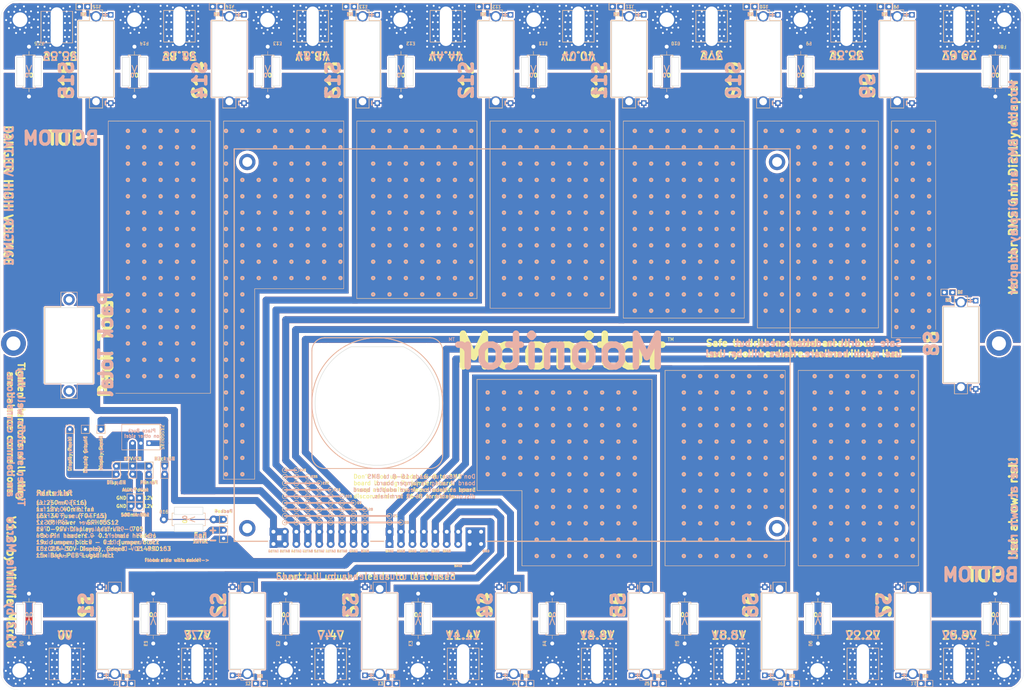
<source format=kicad_pcb>
(kicad_pcb (version 20171130) (host pcbnew "(5.1.2)-2")
  (layers (0 F.Cu signal) (31 B.Cu signal) (34 B.Paste user hide) (35 F.Paste user hide) (36 B.SilkS user) (37 F.SilkS user) (38 B.Mask user hide) (39 F.Mask user hide) (44 Edge.Cuts user))
  (net 0 "")
  (net 1 Earth)
  (net 2 "Net-(F1-Pad1)")
  (net 3 "Net-(F2-Pad1)")
  (net 4 "Net-(F3-Pad1)")
  (net 5 "Net-(F4-Pad1)")
  (net 6 "Net-(F5-Pad1)")
  (net 7 "Net-(F6-Pad1)")
  (net 8 "Net-(F7-Pad1)")
  (net 9 "Net-(F8-Pad1)")
  (net 10 "Net-(F9-Pad1)")
  (net 11 "Net-(F10-Pad1)")
  (net 12 "Net-(F11-Pad1)")
  (net 13 "Net-(F12-Pad1)")
  (net 14 "Net-(F13-Pad1)")
  (net 15 "Net-(F14-Pad1)")
  (net 16 "Net-(F15-Pad1)")
  (net 17 "Net-(J35-Pad1)")
  (net 18 "Net-(J34-Pad1)")
  (net 19 "Net-(J36-Pad3)")
  (net 20 "Net-(J42-Pad1)")
  (net 21 "Net-(F16-Pad1)")
  (net 22 "Net-(J33-Pad1)")
  (module BMS:B4A-PCB (layer F.Cu) (at 81.25 27.25 90)
    (fp_text reference J45 hide)
    (fp_text value Conn_01x01_Male)
    (pad 1 thru_hole circle (at 3.25 -2.5 270) (size 0.9 0.9) (drill 0.6) (layers *.Cu *.Mask) (net 2 "Net-(F1-Pad1)"))
    (pad 1 thru_hole circle (at -3 -2.5 270) (size 0.9 0.9) (drill 0.6) (layers *.Cu *.Mask) (net 2 "Net-(F1-Pad1)"))
    (pad 1 thru_hole circle (at -1 -2.5 270) (size 0.9 0.9) (drill 0.6) (layers *.Cu *.Mask) (net 2 "Net-(F1-Pad1)"))
    (pad 1 thru_hole circle (at 1.25 -2.5 270) (size 0.9 0.9) (drill 0.6) (layers *.Cu *.Mask) (net 2 "Net-(F1-Pad1)"))
    (pad 1 thru_hole circle (at 3.25 2.5 270) (size 0.9 0.9) (drill 0.6) (layers *.Cu *.Mask) (net 2 "Net-(F1-Pad1)"))
    (pad 1 thru_hole circle (at 6.25 4 90) (size 0.9 0.9) (drill 0.6) (layers *.Cu *.Mask) (net 2 "Net-(F1-Pad1)"))
    (pad 1 thru_hole circle (at -6.25 4 90) (size 0.9 0.9) (drill 0.6) (layers *.Cu *.Mask) (net 2 "Net-(F1-Pad1)"))
    (pad 1 thru_hole circle (at -6.25 5.75 90) (size 0.9 0.9) (drill 0.6) (layers *.Cu *.Mask) (net 2 "Net-(F1-Pad1)"))
    (pad 1 thru_hole circle (at 2.25 5.75 90) (size 0.9 0.9) (drill 0.6) (layers *.Cu *.Mask) (net 2 "Net-(F1-Pad1)"))
    (pad 1 thru_hole circle (at 0 5.75 90) (size 0.9 0.9) (drill 0.6) (layers *.Cu *.Mask) (net 2 "Net-(F1-Pad1)"))
    (pad 1 thru_hole circle (at 4.5 5.75 90) (size 0.9 0.9) (drill 0.6) (layers *.Cu *.Mask) (net 2 "Net-(F1-Pad1)"))
    (pad 1 thru_hole circle (at -4.5 5.75 90) (size 0.9 0.9) (drill 0.6) (layers *.Cu *.Mask) (net 2 "Net-(F1-Pad1)"))
    (pad 1 thru_hole circle (at -2.25 5.75 90) (size 0.9 0.9) (drill 0.6) (layers *.Cu *.Mask) (net 2 "Net-(F1-Pad1)"))
    (pad 1 thru_hole circle (at 6.25 -3.75 90) (size 0.9 0.9) (drill 0.6) (layers *.Cu *.Mask) (net 2 "Net-(F1-Pad1)"))
    (pad 1 thru_hole circle (at 6.25 -5.75 90) (size 0.9 0.9) (drill 0.6) (layers *.Cu *.Mask) (net 2 "Net-(F1-Pad1)"))
    (pad 1 thru_hole circle (at -6.25 -3.75 90) (size 0.9 0.9) (drill 0.6) (layers *.Cu *.Mask) (net 2 "Net-(F1-Pad1)"))
    (pad 1 thru_hole circle (at -6.25 -5.75 90) (size 0.9 0.9) (drill 0.6) (layers *.Cu *.Mask) (net 2 "Net-(F1-Pad1)"))
    (pad 1 thru_hole circle (at -4.5 -5.75 90) (size 0.9 0.9) (drill 0.6) (layers *.Cu *.Mask) (net 2 "Net-(F1-Pad1)"))
    (pad 1 thru_hole circle (at -2.25 -5.75 90) (size 0.9 0.9) (drill 0.6) (layers *.Cu *.Mask) (net 2 "Net-(F1-Pad1)"))
    (pad 1 thru_hole circle (at 2.25 -5.75 90) (size 0.9 0.9) (drill 0.6) (layers *.Cu *.Mask) (net 2 "Net-(F1-Pad1)"))
    (pad 1 thru_hole circle (at 4.5 -5.75 90) (size 0.9 0.9) (drill 0.6) (layers *.Cu *.Mask) (net 2 "Net-(F1-Pad1)"))
    (pad 1 thru_hole circle (at 0 -5.75 90) (size 0.9 0.9) (drill 0.6) (layers *.Cu *.Mask) (net 2 "Net-(F1-Pad1)"))
    (pad 1 thru_hole circle (at 5.75 -2 270) (size 0.9 0.9) (drill 0.6) (layers *.Cu *.Mask) (net 2 "Net-(F1-Pad1)"))
    (pad 1 thru_hole circle (at 5.75 2 270) (size 0.9 0.9) (drill 0.6) (layers *.Cu *.Mask) (net 2 "Net-(F1-Pad1)"))
    (pad 1 thru_hole circle (at -5.75 -2 270) (size 0.9 0.9) (drill 0.6) (layers *.Cu *.Mask) (net 2 "Net-(F1-Pad1)"))
    (pad 1 thru_hole circle (at -5.75 2 270) (size 0.9 0.9) (drill 0.6) (layers *.Cu *.Mask) (net 2 "Net-(F1-Pad1)"))
    (pad 1 thru_hole circle (at -3 3.75 270) (size 0.9 0.9) (drill 0.6) (layers *.Cu *.Mask) (net 2 "Net-(F1-Pad1)"))
    (pad 1 thru_hole circle (at 3.25 3.75 270) (size 0.9 0.9) (drill 0.6) (layers *.Cu *.Mask) (net 2 "Net-(F1-Pad1)"))
    (pad 1 thru_hole circle (at -1 2.5 270) (size 0.9 0.9) (drill 0.6) (layers *.Cu *.Mask) (net 2 "Net-(F1-Pad1)"))
    (pad 1 thru_hole circle (at 4.75 3 270) (size 0.9 0.9) (drill 0.6) (layers *.Cu *.Mask) (net 2 "Net-(F1-Pad1)"))
    (pad 1 thru_hole circle (at -1 4 270) (size 0.9 0.9) (drill 0.6) (layers *.Cu *.Mask) (net 2 "Net-(F1-Pad1)"))
    (pad 1 thru_hole circle (at 1.25 4 270) (size 0.9 0.9) (drill 0.6) (layers *.Cu *.Mask) (net 2 "Net-(F1-Pad1)"))
    (pad 1 thru_hole circle (at 1.25 2.5 270) (size 0.9 0.9) (drill 0.6) (layers *.Cu *.Mask) (net 2 "Net-(F1-Pad1)"))
    (pad 1 thru_hole circle (at -3 2.5 270) (size 0.9 0.9) (drill 0.6) (layers *.Cu *.Mask) (net 2 "Net-(F1-Pad1)"))
    (pad 1 thru_hole circle (at -4.5 3 270) (size 0.9 0.9) (drill 0.6) (layers *.Cu *.Mask) (net 2 "Net-(F1-Pad1)"))
    (pad 1 thru_hole circle (at 3.25 -3.75 90) (size 0.9 0.9) (drill 0.6) (layers *.Cu *.Mask) (net 2 "Net-(F1-Pad1)"))
    (pad 1 thru_hole circle (at -3 -3.75 90) (size 0.9 0.9) (drill 0.6) (layers *.Cu *.Mask) (net 2 "Net-(F1-Pad1)"))
    (pad 1 thru_hole circle (at 1.25 -4 90) (size 0.9 0.9) (drill 0.6) (layers *.Cu *.Mask) (net 2 "Net-(F1-Pad1)"))
    (pad 1 thru_hole circle (at -1 -4 90) (size 0.9 0.9) (drill 0.6) (layers *.Cu *.Mask) (net 2 "Net-(F1-Pad1)"))
    (pad 1 thru_hole circle (at 4.5 -3 90) (size 0.9 0.9) (drill 0.6) (layers *.Cu *.Mask) (net 2 "Net-(F1-Pad1)"))
    (pad 1 thru_hole circle (at -4.5 -3.25 90) (size 0.9 0.9) (drill 0.6) (layers *.Cu *.Mask) (net 2 "Net-(F1-Pad1)"))
    (pad 1 thru_hole oval (at 0 0 90) (size 13.589 9) (drill oval 12.065 3.7592) (layers *.Cu *.Mask) (net 2 "Net-(F1-Pad1)"))
  )
  (module 1048:hole (layer F.Cu) (at 69.9 224)
    (fp_text reference J16 hide)
    (fp_text value 0V)
    (pad 1 thru_hole circle (at 1.207018 -4.067322) (size 0.9 0.9) (drill 0.6) (layers *.Cu *.Mask) (net 1 Earth))
    (pad 1 thru_hole circle (at 3.36721 -2.581065) (size 0.9 0.9) (drill 0.6) (layers *.Cu *.Mask) (net 1 Earth))
    (pad 1 thru_hole circle (at 4.241242 -0.108929) (size 0.9 0.9) (drill 0.6) (layers *.Cu *.Mask) (net 1 Earth))
    (pad 1 thru_hole circle (at 3.495264 2.404814) (size 0.9 0.9) (drill 0.6) (layers *.Cu *.Mask) (net 1 Earth))
    (pad 1 thru_hole circle (at 1.414214 4) (size 0.9 0.9) (drill 0.6) (layers *.Cu *.Mask) (net 1 Earth))
    (pad 1 thru_hole circle (at -1.207018 4.067322) (size 0.9 0.9) (drill 0.6) (layers *.Cu *.Mask) (net 1 Earth))
    (pad 1 thru_hole circle (at -3.36721 2.581065) (size 0.9 0.9) (drill 0.6) (layers *.Cu *.Mask) (net 1 Earth))
    (pad 1 thru_hole circle (at -4.241242 0.108929) (size 0.9 0.9) (drill 0.6) (layers *.Cu *.Mask) (net 1 Earth))
    (pad 1 thru_hole circle (at -3.495264 -2.404814) (size 0.9 0.9) (drill 0.6) (layers *.Cu *.Mask) (net 1 Earth))
    (pad 1 thru_hole circle (at 1.763356 -2.427051) (size 0.9 0.9) (drill 0.6) (layers *.Cu *.Mask) (net 1 Earth))
    (pad 1 thru_hole circle (at 2.85317 -0.927051) (size 0.9 0.9) (drill 0.6) (layers *.Cu *.Mask) (net 1 Earth))
    (pad 1 thru_hole circle (at 2.85317 0.927051) (size 0.9 0.9) (drill 0.6) (layers *.Cu *.Mask) (net 1 Earth))
    (pad 1 thru_hole circle (at 1.763356 2.427051) (size 0.9 0.9) (drill 0.6) (layers *.Cu *.Mask) (net 1 Earth))
    (pad 1 thru_hole circle (at 0 3) (size 0.9 0.9) (drill 0.6) (layers *.Cu *.Mask) (net 1 Earth))
    (pad 1 thru_hole circle (at -1.763356 2.427051) (size 0.9 0.9) (drill 0.6) (layers *.Cu *.Mask) (net 1 Earth))
    (pad 1 thru_hole circle (at -2.85317 0.927051) (size 0.9 0.9) (drill 0.6) (layers *.Cu *.Mask) (net 1 Earth))
    (pad 1 thru_hole circle (at -2.85317 -0.927051) (size 0.9 0.9) (drill 0.6) (layers *.Cu *.Mask) (net 1 Earth))
    (pad 1 thru_hole circle (at -1.763356 -2.427051) (size 0.9 0.9) (drill 0.6) (layers *.Cu *.Mask) (net 1 Earth))
    (pad 1 thru_hole circle (at -1.414214 -4) (size 0.9 0.9) (drill 0.6) (layers *.Cu *.Mask) (net 1 Earth))
    (pad 1 thru_hole circle (at 0 0) (size 10 10) (drill 4.5) (layers *.Cu *.Mask) (net 1 Earth))
    (pad 1 thru_hole circle (at 0 -3) (size 0.9 0.9) (drill 0.6) (layers *.Cu *.Mask) (net 1 Earth))
  )
  (module 1048:hole (layer F.Cu) (at 110.7 224)
    (fp_text reference J15 hide)
    (fp_text value 3.7V)
    (pad 1 thru_hole circle (at 1.207018 -4.067322) (size 0.9 0.9) (drill 0.6) (layers *.Cu *.Mask) (net 16 "Net-(F15-Pad1)"))
    (pad 1 thru_hole circle (at 3.36721 -2.581065) (size 0.9 0.9) (drill 0.6) (layers *.Cu *.Mask) (net 16 "Net-(F15-Pad1)"))
    (pad 1 thru_hole circle (at 4.241242 -0.108929) (size 0.9 0.9) (drill 0.6) (layers *.Cu *.Mask) (net 16 "Net-(F15-Pad1)"))
    (pad 1 thru_hole circle (at 3.495264 2.404814) (size 0.9 0.9) (drill 0.6) (layers *.Cu *.Mask) (net 16 "Net-(F15-Pad1)"))
    (pad 1 thru_hole circle (at 1.414214 4) (size 0.9 0.9) (drill 0.6) (layers *.Cu *.Mask) (net 16 "Net-(F15-Pad1)"))
    (pad 1 thru_hole circle (at -1.207018 4.067322) (size 0.9 0.9) (drill 0.6) (layers *.Cu *.Mask) (net 16 "Net-(F15-Pad1)"))
    (pad 1 thru_hole circle (at -3.36721 2.581065) (size 0.9 0.9) (drill 0.6) (layers *.Cu *.Mask) (net 16 "Net-(F15-Pad1)"))
    (pad 1 thru_hole circle (at -4.241242 0.108929) (size 0.9 0.9) (drill 0.6) (layers *.Cu *.Mask) (net 16 "Net-(F15-Pad1)"))
    (pad 1 thru_hole circle (at -3.495264 -2.404814) (size 0.9 0.9) (drill 0.6) (layers *.Cu *.Mask) (net 16 "Net-(F15-Pad1)"))
    (pad 1 thru_hole circle (at 1.763356 -2.427051) (size 0.9 0.9) (drill 0.6) (layers *.Cu *.Mask) (net 16 "Net-(F15-Pad1)"))
    (pad 1 thru_hole circle (at 2.85317 -0.927051) (size 0.9 0.9) (drill 0.6) (layers *.Cu *.Mask) (net 16 "Net-(F15-Pad1)"))
    (pad 1 thru_hole circle (at 2.85317 0.927051) (size 0.9 0.9) (drill 0.6) (layers *.Cu *.Mask) (net 16 "Net-(F15-Pad1)"))
    (pad 1 thru_hole circle (at 1.763356 2.427051) (size 0.9 0.9) (drill 0.6) (layers *.Cu *.Mask) (net 16 "Net-(F15-Pad1)"))
    (pad 1 thru_hole circle (at 0 3) (size 0.9 0.9) (drill 0.6) (layers *.Cu *.Mask) (net 16 "Net-(F15-Pad1)"))
    (pad 1 thru_hole circle (at -1.763356 2.427051) (size 0.9 0.9) (drill 0.6) (layers *.Cu *.Mask) (net 16 "Net-(F15-Pad1)"))
    (pad 1 thru_hole circle (at -2.85317 0.927051) (size 0.9 0.9) (drill 0.6) (layers *.Cu *.Mask) (net 16 "Net-(F15-Pad1)"))
    (pad 1 thru_hole circle (at -2.85317 -0.927051) (size 0.9 0.9) (drill 0.6) (layers *.Cu *.Mask) (net 16 "Net-(F15-Pad1)"))
    (pad 1 thru_hole circle (at -1.763356 -2.427051) (size 0.9 0.9) (drill 0.6) (layers *.Cu *.Mask) (net 16 "Net-(F15-Pad1)"))
    (pad 1 thru_hole circle (at -1.414214 -4) (size 0.9 0.9) (drill 0.6) (layers *.Cu *.Mask) (net 16 "Net-(F15-Pad1)"))
    (pad 1 thru_hole circle (at 0 0) (size 10 10) (drill 4.5) (layers *.Cu *.Mask) (net 16 "Net-(F15-Pad1)"))
    (pad 1 thru_hole circle (at 0 -3) (size 0.9 0.9) (drill 0.6) (layers *.Cu *.Mask) (net 16 "Net-(F15-Pad1)"))
  )
  (module 1048:hole (layer F.Cu) (at 151.2 224)
    (fp_text reference J14 hide)
    (fp_text value 7.4V)
    (pad 1 thru_hole circle (at 1.207018 -4.067322) (size 0.9 0.9) (drill 0.6) (layers *.Cu *.Mask) (net 15 "Net-(F14-Pad1)"))
    (pad 1 thru_hole circle (at 3.36721 -2.581065) (size 0.9 0.9) (drill 0.6) (layers *.Cu *.Mask) (net 15 "Net-(F14-Pad1)"))
    (pad 1 thru_hole circle (at 4.241242 -0.108929) (size 0.9 0.9) (drill 0.6) (layers *.Cu *.Mask) (net 15 "Net-(F14-Pad1)"))
    (pad 1 thru_hole circle (at 3.495264 2.404814) (size 0.9 0.9) (drill 0.6) (layers *.Cu *.Mask) (net 15 "Net-(F14-Pad1)"))
    (pad 1 thru_hole circle (at 1.414214 4) (size 0.9 0.9) (drill 0.6) (layers *.Cu *.Mask) (net 15 "Net-(F14-Pad1)"))
    (pad 1 thru_hole circle (at -1.207018 4.067322) (size 0.9 0.9) (drill 0.6) (layers *.Cu *.Mask) (net 15 "Net-(F14-Pad1)"))
    (pad 1 thru_hole circle (at -3.36721 2.581065) (size 0.9 0.9) (drill 0.6) (layers *.Cu *.Mask) (net 15 "Net-(F14-Pad1)"))
    (pad 1 thru_hole circle (at -4.241242 0.108929) (size 0.9 0.9) (drill 0.6) (layers *.Cu *.Mask) (net 15 "Net-(F14-Pad1)"))
    (pad 1 thru_hole circle (at -3.495264 -2.404814) (size 0.9 0.9) (drill 0.6) (layers *.Cu *.Mask) (net 15 "Net-(F14-Pad1)"))
    (pad 1 thru_hole circle (at 1.763356 -2.427051) (size 0.9 0.9) (drill 0.6) (layers *.Cu *.Mask) (net 15 "Net-(F14-Pad1)"))
    (pad 1 thru_hole circle (at 2.85317 -0.927051) (size 0.9 0.9) (drill 0.6) (layers *.Cu *.Mask) (net 15 "Net-(F14-Pad1)"))
    (pad 1 thru_hole circle (at 2.85317 0.927051) (size 0.9 0.9) (drill 0.6) (layers *.Cu *.Mask) (net 15 "Net-(F14-Pad1)"))
    (pad 1 thru_hole circle (at 1.763356 2.427051) (size 0.9 0.9) (drill 0.6) (layers *.Cu *.Mask) (net 15 "Net-(F14-Pad1)"))
    (pad 1 thru_hole circle (at 0 3) (size 0.9 0.9) (drill 0.6) (layers *.Cu *.Mask) (net 15 "Net-(F14-Pad1)"))
    (pad 1 thru_hole circle (at -1.763356 2.427051) (size 0.9 0.9) (drill 0.6) (layers *.Cu *.Mask) (net 15 "Net-(F14-Pad1)"))
    (pad 1 thru_hole circle (at -2.85317 0.927051) (size 0.9 0.9) (drill 0.6) (layers *.Cu *.Mask) (net 15 "Net-(F14-Pad1)"))
    (pad 1 thru_hole circle (at -2.85317 -0.927051) (size 0.9 0.9) (drill 0.6) (layers *.Cu *.Mask) (net 15 "Net-(F14-Pad1)"))
    (pad 1 thru_hole circle (at -1.763356 -2.427051) (size 0.9 0.9) (drill 0.6) (layers *.Cu *.Mask) (net 15 "Net-(F14-Pad1)"))
    (pad 1 thru_hole circle (at -1.414214 -4) (size 0.9 0.9) (drill 0.6) (layers *.Cu *.Mask) (net 15 "Net-(F14-Pad1)"))
    (pad 1 thru_hole circle (at 0 0) (size 10 10) (drill 4.5) (layers *.Cu *.Mask) (net 15 "Net-(F14-Pad1)"))
    (pad 1 thru_hole circle (at 0 -3) (size 0.9 0.9) (drill 0.6) (layers *.Cu *.Mask) (net 15 "Net-(F14-Pad1)"))
  )
  (module 1048:hole (layer F.Cu) (at 191.7 224)
    (fp_text reference J13 hide)
    (fp_text value 11.1V)
    (pad 1 thru_hole circle (at 1.207018 -4.067322) (size 0.9 0.9) (drill 0.6) (layers *.Cu *.Mask) (net 14 "Net-(F13-Pad1)"))
    (pad 1 thru_hole circle (at 3.36721 -2.581065) (size 0.9 0.9) (drill 0.6) (layers *.Cu *.Mask) (net 14 "Net-(F13-Pad1)"))
    (pad 1 thru_hole circle (at 4.241242 -0.108929) (size 0.9 0.9) (drill 0.6) (layers *.Cu *.Mask) (net 14 "Net-(F13-Pad1)"))
    (pad 1 thru_hole circle (at 3.495264 2.404814) (size 0.9 0.9) (drill 0.6) (layers *.Cu *.Mask) (net 14 "Net-(F13-Pad1)"))
    (pad 1 thru_hole circle (at 1.414214 4) (size 0.9 0.9) (drill 0.6) (layers *.Cu *.Mask) (net 14 "Net-(F13-Pad1)"))
    (pad 1 thru_hole circle (at -1.207018 4.067322) (size 0.9 0.9) (drill 0.6) (layers *.Cu *.Mask) (net 14 "Net-(F13-Pad1)"))
    (pad 1 thru_hole circle (at -3.36721 2.581065) (size 0.9 0.9) (drill 0.6) (layers *.Cu *.Mask) (net 14 "Net-(F13-Pad1)"))
    (pad 1 thru_hole circle (at -4.241242 0.108929) (size 0.9 0.9) (drill 0.6) (layers *.Cu *.Mask) (net 14 "Net-(F13-Pad1)"))
    (pad 1 thru_hole circle (at -3.495264 -2.404814) (size 0.9 0.9) (drill 0.6) (layers *.Cu *.Mask) (net 14 "Net-(F13-Pad1)"))
    (pad 1 thru_hole circle (at 1.763356 -2.427051) (size 0.9 0.9) (drill 0.6) (layers *.Cu *.Mask) (net 14 "Net-(F13-Pad1)"))
    (pad 1 thru_hole circle (at 2.85317 -0.927051) (size 0.9 0.9) (drill 0.6) (layers *.Cu *.Mask) (net 14 "Net-(F13-Pad1)"))
    (pad 1 thru_hole circle (at 2.85317 0.927051) (size 0.9 0.9) (drill 0.6) (layers *.Cu *.Mask) (net 14 "Net-(F13-Pad1)"))
    (pad 1 thru_hole circle (at 1.763356 2.427051) (size 0.9 0.9) (drill 0.6) (layers *.Cu *.Mask) (net 14 "Net-(F13-Pad1)"))
    (pad 1 thru_hole circle (at 0 3) (size 0.9 0.9) (drill 0.6) (layers *.Cu *.Mask) (net 14 "Net-(F13-Pad1)"))
    (pad 1 thru_hole circle (at -1.763356 2.427051) (size 0.9 0.9) (drill 0.6) (layers *.Cu *.Mask) (net 14 "Net-(F13-Pad1)"))
    (pad 1 thru_hole circle (at -2.85317 0.927051) (size 0.9 0.9) (drill 0.6) (layers *.Cu *.Mask) (net 14 "Net-(F13-Pad1)"))
    (pad 1 thru_hole circle (at -2.85317 -0.927051) (size 0.9 0.9) (drill 0.6) (layers *.Cu *.Mask) (net 14 "Net-(F13-Pad1)"))
    (pad 1 thru_hole circle (at -1.763356 -2.427051) (size 0.9 0.9) (drill 0.6) (layers *.Cu *.Mask) (net 14 "Net-(F13-Pad1)"))
    (pad 1 thru_hole circle (at -1.414214 -4) (size 0.9 0.9) (drill 0.6) (layers *.Cu *.Mask) (net 14 "Net-(F13-Pad1)"))
    (pad 1 thru_hole circle (at 0 0) (size 10 10) (drill 4.5) (layers *.Cu *.Mask) (net 14 "Net-(F13-Pad1)"))
    (pad 1 thru_hole circle (at 0 -3) (size 0.9 0.9) (drill 0.6) (layers *.Cu *.Mask) (net 14 "Net-(F13-Pad1)"))
  )
  (module 1048:hole (layer F.Cu) (at 232.8 224)
    (fp_text reference J12 hide)
    (fp_text value 14.8V)
    (pad 1 thru_hole circle (at 1.207018 -4.067322) (size 0.9 0.9) (drill 0.6) (layers *.Cu *.Mask) (net 13 "Net-(F12-Pad1)"))
    (pad 1 thru_hole circle (at 3.36721 -2.581065) (size 0.9 0.9) (drill 0.6) (layers *.Cu *.Mask) (net 13 "Net-(F12-Pad1)"))
    (pad 1 thru_hole circle (at 4.241242 -0.108929) (size 0.9 0.9) (drill 0.6) (layers *.Cu *.Mask) (net 13 "Net-(F12-Pad1)"))
    (pad 1 thru_hole circle (at 3.495264 2.404814) (size 0.9 0.9) (drill 0.6) (layers *.Cu *.Mask) (net 13 "Net-(F12-Pad1)"))
    (pad 1 thru_hole circle (at 1.414214 4) (size 0.9 0.9) (drill 0.6) (layers *.Cu *.Mask) (net 13 "Net-(F12-Pad1)"))
    (pad 1 thru_hole circle (at -1.207018 4.067322) (size 0.9 0.9) (drill 0.6) (layers *.Cu *.Mask) (net 13 "Net-(F12-Pad1)"))
    (pad 1 thru_hole circle (at -3.36721 2.581065) (size 0.9 0.9) (drill 0.6) (layers *.Cu *.Mask) (net 13 "Net-(F12-Pad1)"))
    (pad 1 thru_hole circle (at -4.241242 0.108929) (size 0.9 0.9) (drill 0.6) (layers *.Cu *.Mask) (net 13 "Net-(F12-Pad1)"))
    (pad 1 thru_hole circle (at -3.495264 -2.404814) (size 0.9 0.9) (drill 0.6) (layers *.Cu *.Mask) (net 13 "Net-(F12-Pad1)"))
    (pad 1 thru_hole circle (at 1.763356 -2.427051) (size 0.9 0.9) (drill 0.6) (layers *.Cu *.Mask) (net 13 "Net-(F12-Pad1)"))
    (pad 1 thru_hole circle (at 2.85317 -0.927051) (size 0.9 0.9) (drill 0.6) (layers *.Cu *.Mask) (net 13 "Net-(F12-Pad1)"))
    (pad 1 thru_hole circle (at 2.85317 0.927051) (size 0.9 0.9) (drill 0.6) (layers *.Cu *.Mask) (net 13 "Net-(F12-Pad1)"))
    (pad 1 thru_hole circle (at 1.763356 2.427051) (size 0.9 0.9) (drill 0.6) (layers *.Cu *.Mask) (net 13 "Net-(F12-Pad1)"))
    (pad 1 thru_hole circle (at 0 3) (size 0.9 0.9) (drill 0.6) (layers *.Cu *.Mask) (net 13 "Net-(F12-Pad1)"))
    (pad 1 thru_hole circle (at -1.763356 2.427051) (size 0.9 0.9) (drill 0.6) (layers *.Cu *.Mask) (net 13 "Net-(F12-Pad1)"))
    (pad 1 thru_hole circle (at -2.85317 0.927051) (size 0.9 0.9) (drill 0.6) (layers *.Cu *.Mask) (net 13 "Net-(F12-Pad1)"))
    (pad 1 thru_hole circle (at -2.85317 -0.927051) (size 0.9 0.9) (drill 0.6) (layers *.Cu *.Mask) (net 13 "Net-(F12-Pad1)"))
    (pad 1 thru_hole circle (at -1.763356 -2.427051) (size 0.9 0.9) (drill 0.6) (layers *.Cu *.Mask) (net 13 "Net-(F12-Pad1)"))
    (pad 1 thru_hole circle (at -1.414214 -4) (size 0.9 0.9) (drill 0.6) (layers *.Cu *.Mask) (net 13 "Net-(F12-Pad1)"))
    (pad 1 thru_hole circle (at 0 0) (size 10 10) (drill 4.5) (layers *.Cu *.Mask) (net 13 "Net-(F12-Pad1)"))
    (pad 1 thru_hole circle (at 0 -3) (size 0.9 0.9) (drill 0.6) (layers *.Cu *.Mask) (net 13 "Net-(F12-Pad1)"))
  )
  (module 1048:hole (layer F.Cu) (at 273.3 224)
    (fp_text reference J11 hide)
    (fp_text value 18.5V)
    (pad 1 thru_hole circle (at 1.207018 -4.067322) (size 0.9 0.9) (drill 0.6) (layers *.Cu *.Mask) (net 12 "Net-(F11-Pad1)"))
    (pad 1 thru_hole circle (at 3.36721 -2.581065) (size 0.9 0.9) (drill 0.6) (layers *.Cu *.Mask) (net 12 "Net-(F11-Pad1)"))
    (pad 1 thru_hole circle (at 4.241242 -0.108929) (size 0.9 0.9) (drill 0.6) (layers *.Cu *.Mask) (net 12 "Net-(F11-Pad1)"))
    (pad 1 thru_hole circle (at 3.495264 2.404814) (size 0.9 0.9) (drill 0.6) (layers *.Cu *.Mask) (net 12 "Net-(F11-Pad1)"))
    (pad 1 thru_hole circle (at 1.414214 4) (size 0.9 0.9) (drill 0.6) (layers *.Cu *.Mask) (net 12 "Net-(F11-Pad1)"))
    (pad 1 thru_hole circle (at -1.207018 4.067322) (size 0.9 0.9) (drill 0.6) (layers *.Cu *.Mask) (net 12 "Net-(F11-Pad1)"))
    (pad 1 thru_hole circle (at -3.36721 2.581065) (size 0.9 0.9) (drill 0.6) (layers *.Cu *.Mask) (net 12 "Net-(F11-Pad1)"))
    (pad 1 thru_hole circle (at -4.241242 0.108929) (size 0.9 0.9) (drill 0.6) (layers *.Cu *.Mask) (net 12 "Net-(F11-Pad1)"))
    (pad 1 thru_hole circle (at -3.495264 -2.404814) (size 0.9 0.9) (drill 0.6) (layers *.Cu *.Mask) (net 12 "Net-(F11-Pad1)"))
    (pad 1 thru_hole circle (at 1.763356 -2.427051) (size 0.9 0.9) (drill 0.6) (layers *.Cu *.Mask) (net 12 "Net-(F11-Pad1)"))
    (pad 1 thru_hole circle (at 2.85317 -0.927051) (size 0.9 0.9) (drill 0.6) (layers *.Cu *.Mask) (net 12 "Net-(F11-Pad1)"))
    (pad 1 thru_hole circle (at 2.85317 0.927051) (size 0.9 0.9) (drill 0.6) (layers *.Cu *.Mask) (net 12 "Net-(F11-Pad1)"))
    (pad 1 thru_hole circle (at 1.763356 2.427051) (size 0.9 0.9) (drill 0.6) (layers *.Cu *.Mask) (net 12 "Net-(F11-Pad1)"))
    (pad 1 thru_hole circle (at 0 3) (size 0.9 0.9) (drill 0.6) (layers *.Cu *.Mask) (net 12 "Net-(F11-Pad1)"))
    (pad 1 thru_hole circle (at -1.763356 2.427051) (size 0.9 0.9) (drill 0.6) (layers *.Cu *.Mask) (net 12 "Net-(F11-Pad1)"))
    (pad 1 thru_hole circle (at -2.85317 0.927051) (size 0.9 0.9) (drill 0.6) (layers *.Cu *.Mask) (net 12 "Net-(F11-Pad1)"))
    (pad 1 thru_hole circle (at -2.85317 -0.927051) (size 0.9 0.9) (drill 0.6) (layers *.Cu *.Mask) (net 12 "Net-(F11-Pad1)"))
    (pad 1 thru_hole circle (at -1.763356 -2.427051) (size 0.9 0.9) (drill 0.6) (layers *.Cu *.Mask) (net 12 "Net-(F11-Pad1)"))
    (pad 1 thru_hole circle (at -1.414214 -4) (size 0.9 0.9) (drill 0.6) (layers *.Cu *.Mask) (net 12 "Net-(F11-Pad1)"))
    (pad 1 thru_hole circle (at 0 0) (size 10 10) (drill 4.5) (layers *.Cu *.Mask) (net 12 "Net-(F11-Pad1)"))
    (pad 1 thru_hole circle (at 0 -3) (size 0.9 0.9) (drill 0.6) (layers *.Cu *.Mask) (net 12 "Net-(F11-Pad1)"))
  )
  (module 1048:hole (layer F.Cu) (at 313.9 224)
    (fp_text reference J10 hide)
    (fp_text value 22.2V)
    (pad 1 thru_hole circle (at 1.207018 -4.067322) (size 0.9 0.9) (drill 0.6) (layers *.Cu *.Mask) (net 11 "Net-(F10-Pad1)"))
    (pad 1 thru_hole circle (at 3.36721 -2.581065) (size 0.9 0.9) (drill 0.6) (layers *.Cu *.Mask) (net 11 "Net-(F10-Pad1)"))
    (pad 1 thru_hole circle (at 4.241242 -0.108929) (size 0.9 0.9) (drill 0.6) (layers *.Cu *.Mask) (net 11 "Net-(F10-Pad1)"))
    (pad 1 thru_hole circle (at 3.495264 2.404814) (size 0.9 0.9) (drill 0.6) (layers *.Cu *.Mask) (net 11 "Net-(F10-Pad1)"))
    (pad 1 thru_hole circle (at 1.414214 4) (size 0.9 0.9) (drill 0.6) (layers *.Cu *.Mask) (net 11 "Net-(F10-Pad1)"))
    (pad 1 thru_hole circle (at -1.207018 4.067322) (size 0.9 0.9) (drill 0.6) (layers *.Cu *.Mask) (net 11 "Net-(F10-Pad1)"))
    (pad 1 thru_hole circle (at -3.36721 2.581065) (size 0.9 0.9) (drill 0.6) (layers *.Cu *.Mask) (net 11 "Net-(F10-Pad1)"))
    (pad 1 thru_hole circle (at -4.241242 0.108929) (size 0.9 0.9) (drill 0.6) (layers *.Cu *.Mask) (net 11 "Net-(F10-Pad1)"))
    (pad 1 thru_hole circle (at -3.495264 -2.404814) (size 0.9 0.9) (drill 0.6) (layers *.Cu *.Mask) (net 11 "Net-(F10-Pad1)"))
    (pad 1 thru_hole circle (at 1.763356 -2.427051) (size 0.9 0.9) (drill 0.6) (layers *.Cu *.Mask) (net 11 "Net-(F10-Pad1)"))
    (pad 1 thru_hole circle (at 2.85317 -0.927051) (size 0.9 0.9) (drill 0.6) (layers *.Cu *.Mask) (net 11 "Net-(F10-Pad1)"))
    (pad 1 thru_hole circle (at 2.85317 0.927051) (size 0.9 0.9) (drill 0.6) (layers *.Cu *.Mask) (net 11 "Net-(F10-Pad1)"))
    (pad 1 thru_hole circle (at 1.763356 2.427051) (size 0.9 0.9) (drill 0.6) (layers *.Cu *.Mask) (net 11 "Net-(F10-Pad1)"))
    (pad 1 thru_hole circle (at 0 3) (size 0.9 0.9) (drill 0.6) (layers *.Cu *.Mask) (net 11 "Net-(F10-Pad1)"))
    (pad 1 thru_hole circle (at -1.763356 2.427051) (size 0.9 0.9) (drill 0.6) (layers *.Cu *.Mask) (net 11 "Net-(F10-Pad1)"))
    (pad 1 thru_hole circle (at -2.85317 0.927051) (size 0.9 0.9) (drill 0.6) (layers *.Cu *.Mask) (net 11 "Net-(F10-Pad1)"))
    (pad 1 thru_hole circle (at -2.85317 -0.927051) (size 0.9 0.9) (drill 0.6) (layers *.Cu *.Mask) (net 11 "Net-(F10-Pad1)"))
    (pad 1 thru_hole circle (at -1.763356 -2.427051) (size 0.9 0.9) (drill 0.6) (layers *.Cu *.Mask) (net 11 "Net-(F10-Pad1)"))
    (pad 1 thru_hole circle (at -1.414214 -4) (size 0.9 0.9) (drill 0.6) (layers *.Cu *.Mask) (net 11 "Net-(F10-Pad1)"))
    (pad 1 thru_hole circle (at 0 0) (size 10 10) (drill 4.5) (layers *.Cu *.Mask) (net 11 "Net-(F10-Pad1)"))
    (pad 1 thru_hole circle (at 0 -3) (size 0.9 0.9) (drill 0.6) (layers *.Cu *.Mask) (net 11 "Net-(F10-Pad1)"))
  )
  (module 1048:hole (layer F.Cu) (at 371 224)
    (fp_text reference J9 hide)
    (fp_text value 25.9V)
    (pad 1 thru_hole circle (at 1.207018 -4.067322) (size 0.9 0.9) (drill 0.6) (layers *.Cu *.Mask) (net 10 "Net-(F9-Pad1)"))
    (pad 1 thru_hole circle (at 3.36721 -2.581065) (size 0.9 0.9) (drill 0.6) (layers *.Cu *.Mask) (net 10 "Net-(F9-Pad1)"))
    (pad 1 thru_hole circle (at 4.241242 -0.108929) (size 0.9 0.9) (drill 0.6) (layers *.Cu *.Mask) (net 10 "Net-(F9-Pad1)"))
    (pad 1 thru_hole circle (at 3.495264 2.404814) (size 0.9 0.9) (drill 0.6) (layers *.Cu *.Mask) (net 10 "Net-(F9-Pad1)"))
    (pad 1 thru_hole circle (at 1.414214 4) (size 0.9 0.9) (drill 0.6) (layers *.Cu *.Mask) (net 10 "Net-(F9-Pad1)"))
    (pad 1 thru_hole circle (at -1.207018 4.067322) (size 0.9 0.9) (drill 0.6) (layers *.Cu *.Mask) (net 10 "Net-(F9-Pad1)"))
    (pad 1 thru_hole circle (at -3.36721 2.581065) (size 0.9 0.9) (drill 0.6) (layers *.Cu *.Mask) (net 10 "Net-(F9-Pad1)"))
    (pad 1 thru_hole circle (at -4.241242 0.108929) (size 0.9 0.9) (drill 0.6) (layers *.Cu *.Mask) (net 10 "Net-(F9-Pad1)"))
    (pad 1 thru_hole circle (at -3.495264 -2.404814) (size 0.9 0.9) (drill 0.6) (layers *.Cu *.Mask) (net 10 "Net-(F9-Pad1)"))
    (pad 1 thru_hole circle (at 1.763356 -2.427051) (size 0.9 0.9) (drill 0.6) (layers *.Cu *.Mask) (net 10 "Net-(F9-Pad1)"))
    (pad 1 thru_hole circle (at 2.85317 -0.927051) (size 0.9 0.9) (drill 0.6) (layers *.Cu *.Mask) (net 10 "Net-(F9-Pad1)"))
    (pad 1 thru_hole circle (at 2.85317 0.927051) (size 0.9 0.9) (drill 0.6) (layers *.Cu *.Mask) (net 10 "Net-(F9-Pad1)"))
    (pad 1 thru_hole circle (at 1.763356 2.427051) (size 0.9 0.9) (drill 0.6) (layers *.Cu *.Mask) (net 10 "Net-(F9-Pad1)"))
    (pad 1 thru_hole circle (at 0 3) (size 0.9 0.9) (drill 0.6) (layers *.Cu *.Mask) (net 10 "Net-(F9-Pad1)"))
    (pad 1 thru_hole circle (at -1.763356 2.427051) (size 0.9 0.9) (drill 0.6) (layers *.Cu *.Mask) (net 10 "Net-(F9-Pad1)"))
    (pad 1 thru_hole circle (at -2.85317 0.927051) (size 0.9 0.9) (drill 0.6) (layers *.Cu *.Mask) (net 10 "Net-(F9-Pad1)"))
    (pad 1 thru_hole circle (at -2.85317 -0.927051) (size 0.9 0.9) (drill 0.6) (layers *.Cu *.Mask) (net 10 "Net-(F9-Pad1)"))
    (pad 1 thru_hole circle (at -1.763356 -2.427051) (size 0.9 0.9) (drill 0.6) (layers *.Cu *.Mask) (net 10 "Net-(F9-Pad1)"))
    (pad 1 thru_hole circle (at -1.414214 -4) (size 0.9 0.9) (drill 0.6) (layers *.Cu *.Mask) (net 10 "Net-(F9-Pad1)"))
    (pad 1 thru_hole circle (at 0 0) (size 10 10) (drill 4.5) (layers *.Cu *.Mask) (net 10 "Net-(F9-Pad1)"))
    (pad 1 thru_hole circle (at 0 -3) (size 0.9 0.9) (drill 0.6) (layers *.Cu *.Mask) (net 10 "Net-(F9-Pad1)"))
  )
  (module 1048:hole (layer F.Cu) (at 371 25 180)
    (fp_text reference J8 hide)
    (fp_text value 29.6V)
    (pad 1 thru_hole circle (at 1.207018 -4.067322 180) (size 0.9 0.9) (drill 0.6) (layers *.Cu *.Mask) (net 9 "Net-(F8-Pad1)"))
    (pad 1 thru_hole circle (at 3.36721 -2.581065 180) (size 0.9 0.9) (drill 0.6) (layers *.Cu *.Mask) (net 9 "Net-(F8-Pad1)"))
    (pad 1 thru_hole circle (at 4.241242 -0.108929 180) (size 0.9 0.9) (drill 0.6) (layers *.Cu *.Mask) (net 9 "Net-(F8-Pad1)"))
    (pad 1 thru_hole circle (at 3.495264 2.404814 180) (size 0.9 0.9) (drill 0.6) (layers *.Cu *.Mask) (net 9 "Net-(F8-Pad1)"))
    (pad 1 thru_hole circle (at 1.414214 4 180) (size 0.9 0.9) (drill 0.6) (layers *.Cu *.Mask) (net 9 "Net-(F8-Pad1)"))
    (pad 1 thru_hole circle (at -1.207018 4.067322 180) (size 0.9 0.9) (drill 0.6) (layers *.Cu *.Mask) (net 9 "Net-(F8-Pad1)"))
    (pad 1 thru_hole circle (at -3.36721 2.581065 180) (size 0.9 0.9) (drill 0.6) (layers *.Cu *.Mask) (net 9 "Net-(F8-Pad1)"))
    (pad 1 thru_hole circle (at -4.241242 0.108929 180) (size 0.9 0.9) (drill 0.6) (layers *.Cu *.Mask) (net 9 "Net-(F8-Pad1)"))
    (pad 1 thru_hole circle (at -3.495264 -2.404814 180) (size 0.9 0.9) (drill 0.6) (layers *.Cu *.Mask) (net 9 "Net-(F8-Pad1)"))
    (pad 1 thru_hole circle (at 1.763356 -2.427051 180) (size 0.9 0.9) (drill 0.6) (layers *.Cu *.Mask) (net 9 "Net-(F8-Pad1)"))
    (pad 1 thru_hole circle (at 2.85317 -0.927051 180) (size 0.9 0.9) (drill 0.6) (layers *.Cu *.Mask) (net 9 "Net-(F8-Pad1)"))
    (pad 1 thru_hole circle (at 2.85317 0.927051 180) (size 0.9 0.9) (drill 0.6) (layers *.Cu *.Mask) (net 9 "Net-(F8-Pad1)"))
    (pad 1 thru_hole circle (at 1.763356 2.427051 180) (size 0.9 0.9) (drill 0.6) (layers *.Cu *.Mask) (net 9 "Net-(F8-Pad1)"))
    (pad 1 thru_hole circle (at 0 3 180) (size 0.9 0.9) (drill 0.6) (layers *.Cu *.Mask) (net 9 "Net-(F8-Pad1)"))
    (pad 1 thru_hole circle (at -1.763356 2.427051 180) (size 0.9 0.9) (drill 0.6) (layers *.Cu *.Mask) (net 9 "Net-(F8-Pad1)"))
    (pad 1 thru_hole circle (at -2.85317 0.927051 180) (size 0.9 0.9) (drill 0.6) (layers *.Cu *.Mask) (net 9 "Net-(F8-Pad1)"))
    (pad 1 thru_hole circle (at -2.85317 -0.927051 180) (size 0.9 0.9) (drill 0.6) (layers *.Cu *.Mask) (net 9 "Net-(F8-Pad1)"))
    (pad 1 thru_hole circle (at -1.763356 -2.427051 180) (size 0.9 0.9) (drill 0.6) (layers *.Cu *.Mask) (net 9 "Net-(F8-Pad1)"))
    (pad 1 thru_hole circle (at -1.414214 -4 180) (size 0.9 0.9) (drill 0.6) (layers *.Cu *.Mask) (net 9 "Net-(F8-Pad1)"))
    (pad 1 thru_hole circle (at 0 0 180) (size 10 10) (drill 4.5) (layers *.Cu *.Mask) (net 9 "Net-(F8-Pad1)"))
    (pad 1 thru_hole circle (at 0 -3 180) (size 0.9 0.9) (drill 0.6) (layers *.Cu *.Mask) (net 9 "Net-(F8-Pad1)"))
  )
  (module 1048:hole (layer F.Cu) (at 308.8 25 180)
    (fp_text reference J7 hide)
    (fp_text value 33.3V)
    (pad 1 thru_hole circle (at 1.207018 -4.067322 180) (size 0.9 0.9) (drill 0.6) (layers *.Cu *.Mask) (net 8 "Net-(F7-Pad1)"))
    (pad 1 thru_hole circle (at 3.36721 -2.581065 180) (size 0.9 0.9) (drill 0.6) (layers *.Cu *.Mask) (net 8 "Net-(F7-Pad1)"))
    (pad 1 thru_hole circle (at 4.241242 -0.108929 180) (size 0.9 0.9) (drill 0.6) (layers *.Cu *.Mask) (net 8 "Net-(F7-Pad1)"))
    (pad 1 thru_hole circle (at 3.495264 2.404814 180) (size 0.9 0.9) (drill 0.6) (layers *.Cu *.Mask) (net 8 "Net-(F7-Pad1)"))
    (pad 1 thru_hole circle (at 1.414214 4 180) (size 0.9 0.9) (drill 0.6) (layers *.Cu *.Mask) (net 8 "Net-(F7-Pad1)"))
    (pad 1 thru_hole circle (at -1.207018 4.067322 180) (size 0.9 0.9) (drill 0.6) (layers *.Cu *.Mask) (net 8 "Net-(F7-Pad1)"))
    (pad 1 thru_hole circle (at -3.36721 2.581065 180) (size 0.9 0.9) (drill 0.6) (layers *.Cu *.Mask) (net 8 "Net-(F7-Pad1)"))
    (pad 1 thru_hole circle (at -4.241242 0.108929 180) (size 0.9 0.9) (drill 0.6) (layers *.Cu *.Mask) (net 8 "Net-(F7-Pad1)"))
    (pad 1 thru_hole circle (at -3.495264 -2.404814 180) (size 0.9 0.9) (drill 0.6) (layers *.Cu *.Mask) (net 8 "Net-(F7-Pad1)"))
    (pad 1 thru_hole circle (at 1.763356 -2.427051 180) (size 0.9 0.9) (drill 0.6) (layers *.Cu *.Mask) (net 8 "Net-(F7-Pad1)"))
    (pad 1 thru_hole circle (at 2.85317 -0.927051 180) (size 0.9 0.9) (drill 0.6) (layers *.Cu *.Mask) (net 8 "Net-(F7-Pad1)"))
    (pad 1 thru_hole circle (at 2.85317 0.927051 180) (size 0.9 0.9) (drill 0.6) (layers *.Cu *.Mask) (net 8 "Net-(F7-Pad1)"))
    (pad 1 thru_hole circle (at 1.763356 2.427051 180) (size 0.9 0.9) (drill 0.6) (layers *.Cu *.Mask) (net 8 "Net-(F7-Pad1)"))
    (pad 1 thru_hole circle (at 0 3 180) (size 0.9 0.9) (drill 0.6) (layers *.Cu *.Mask) (net 8 "Net-(F7-Pad1)"))
    (pad 1 thru_hole circle (at -1.763356 2.427051 180) (size 0.9 0.9) (drill 0.6) (layers *.Cu *.Mask) (net 8 "Net-(F7-Pad1)"))
    (pad 1 thru_hole circle (at -2.85317 0.927051 180) (size 0.9 0.9) (drill 0.6) (layers *.Cu *.Mask) (net 8 "Net-(F7-Pad1)"))
    (pad 1 thru_hole circle (at -2.85317 -0.927051 180) (size 0.9 0.9) (drill 0.6) (layers *.Cu *.Mask) (net 8 "Net-(F7-Pad1)"))
    (pad 1 thru_hole circle (at -1.763356 -2.427051 180) (size 0.9 0.9) (drill 0.6) (layers *.Cu *.Mask) (net 8 "Net-(F7-Pad1)"))
    (pad 1 thru_hole circle (at -1.414214 -4 180) (size 0.9 0.9) (drill 0.6) (layers *.Cu *.Mask) (net 8 "Net-(F7-Pad1)"))
    (pad 1 thru_hole circle (at 0 0 180) (size 10 10) (drill 4.5) (layers *.Cu *.Mask) (net 8 "Net-(F7-Pad1)"))
    (pad 1 thru_hole circle (at 0 -3 180) (size 0.9 0.9) (drill 0.6) (layers *.Cu *.Mask) (net 8 "Net-(F7-Pad1)"))
  )
  (module 1048:hole (layer F.Cu) (at 267.8 25 180)
    (fp_text reference J6 hide)
    (fp_text value 37V)
    (pad 1 thru_hole circle (at 1.207018 -4.067322 180) (size 0.9 0.9) (drill 0.6) (layers *.Cu *.Mask) (net 7 "Net-(F6-Pad1)"))
    (pad 1 thru_hole circle (at 3.36721 -2.581065 180) (size 0.9 0.9) (drill 0.6) (layers *.Cu *.Mask) (net 7 "Net-(F6-Pad1)"))
    (pad 1 thru_hole circle (at 4.241242 -0.108929 180) (size 0.9 0.9) (drill 0.6) (layers *.Cu *.Mask) (net 7 "Net-(F6-Pad1)"))
    (pad 1 thru_hole circle (at 3.495264 2.404814 180) (size 0.9 0.9) (drill 0.6) (layers *.Cu *.Mask) (net 7 "Net-(F6-Pad1)"))
    (pad 1 thru_hole circle (at 1.414214 4 180) (size 0.9 0.9) (drill 0.6) (layers *.Cu *.Mask) (net 7 "Net-(F6-Pad1)"))
    (pad 1 thru_hole circle (at -1.207018 4.067322 180) (size 0.9 0.9) (drill 0.6) (layers *.Cu *.Mask) (net 7 "Net-(F6-Pad1)"))
    (pad 1 thru_hole circle (at -3.36721 2.581065 180) (size 0.9 0.9) (drill 0.6) (layers *.Cu *.Mask) (net 7 "Net-(F6-Pad1)"))
    (pad 1 thru_hole circle (at -4.241242 0.108929 180) (size 0.9 0.9) (drill 0.6) (layers *.Cu *.Mask) (net 7 "Net-(F6-Pad1)"))
    (pad 1 thru_hole circle (at -3.495264 -2.404814 180) (size 0.9 0.9) (drill 0.6) (layers *.Cu *.Mask) (net 7 "Net-(F6-Pad1)"))
    (pad 1 thru_hole circle (at 1.763356 -2.427051 180) (size 0.9 0.9) (drill 0.6) (layers *.Cu *.Mask) (net 7 "Net-(F6-Pad1)"))
    (pad 1 thru_hole circle (at 2.85317 -0.927051 180) (size 0.9 0.9) (drill 0.6) (layers *.Cu *.Mask) (net 7 "Net-(F6-Pad1)"))
    (pad 1 thru_hole circle (at 2.85317 0.927051 180) (size 0.9 0.9) (drill 0.6) (layers *.Cu *.Mask) (net 7 "Net-(F6-Pad1)"))
    (pad 1 thru_hole circle (at 1.763356 2.427051 180) (size 0.9 0.9) (drill 0.6) (layers *.Cu *.Mask) (net 7 "Net-(F6-Pad1)"))
    (pad 1 thru_hole circle (at 0 3 180) (size 0.9 0.9) (drill 0.6) (layers *.Cu *.Mask) (net 7 "Net-(F6-Pad1)"))
    (pad 1 thru_hole circle (at -1.763356 2.427051 180) (size 0.9 0.9) (drill 0.6) (layers *.Cu *.Mask) (net 7 "Net-(F6-Pad1)"))
    (pad 1 thru_hole circle (at -2.85317 0.927051 180) (size 0.9 0.9) (drill 0.6) (layers *.Cu *.Mask) (net 7 "Net-(F6-Pad1)"))
    (pad 1 thru_hole circle (at -2.85317 -0.927051 180) (size 0.9 0.9) (drill 0.6) (layers *.Cu *.Mask) (net 7 "Net-(F6-Pad1)"))
    (pad 1 thru_hole circle (at -1.763356 -2.427051 180) (size 0.9 0.9) (drill 0.6) (layers *.Cu *.Mask) (net 7 "Net-(F6-Pad1)"))
    (pad 1 thru_hole circle (at -1.414214 -4 180) (size 0.9 0.9) (drill 0.6) (layers *.Cu *.Mask) (net 7 "Net-(F6-Pad1)"))
    (pad 1 thru_hole circle (at 0 0 180) (size 10 10) (drill 4.5) (layers *.Cu *.Mask) (net 7 "Net-(F6-Pad1)"))
    (pad 1 thru_hole circle (at 0 -3 180) (size 0.9 0.9) (drill 0.6) (layers *.Cu *.Mask) (net 7 "Net-(F6-Pad1)"))
  )
  (module 1048:hole (layer F.Cu) (at 227.1 25 180)
    (fp_text reference J5 hide)
    (fp_text value 40.7V)
    (pad 1 thru_hole circle (at 1.207018 -4.067322 180) (size 0.9 0.9) (drill 0.6) (layers *.Cu *.Mask) (net 6 "Net-(F5-Pad1)"))
    (pad 1 thru_hole circle (at 3.36721 -2.581065 180) (size 0.9 0.9) (drill 0.6) (layers *.Cu *.Mask) (net 6 "Net-(F5-Pad1)"))
    (pad 1 thru_hole circle (at 4.241242 -0.108929 180) (size 0.9 0.9) (drill 0.6) (layers *.Cu *.Mask) (net 6 "Net-(F5-Pad1)"))
    (pad 1 thru_hole circle (at 3.495264 2.404814 180) (size 0.9 0.9) (drill 0.6) (layers *.Cu *.Mask) (net 6 "Net-(F5-Pad1)"))
    (pad 1 thru_hole circle (at 1.414214 4 180) (size 0.9 0.9) (drill 0.6) (layers *.Cu *.Mask) (net 6 "Net-(F5-Pad1)"))
    (pad 1 thru_hole circle (at -1.207018 4.067322 180) (size 0.9 0.9) (drill 0.6) (layers *.Cu *.Mask) (net 6 "Net-(F5-Pad1)"))
    (pad 1 thru_hole circle (at -3.36721 2.581065 180) (size 0.9 0.9) (drill 0.6) (layers *.Cu *.Mask) (net 6 "Net-(F5-Pad1)"))
    (pad 1 thru_hole circle (at -4.241242 0.108929 180) (size 0.9 0.9) (drill 0.6) (layers *.Cu *.Mask) (net 6 "Net-(F5-Pad1)"))
    (pad 1 thru_hole circle (at -3.495264 -2.404814 180) (size 0.9 0.9) (drill 0.6) (layers *.Cu *.Mask) (net 6 "Net-(F5-Pad1)"))
    (pad 1 thru_hole circle (at 1.763356 -2.427051 180) (size 0.9 0.9) (drill 0.6) (layers *.Cu *.Mask) (net 6 "Net-(F5-Pad1)"))
    (pad 1 thru_hole circle (at 2.85317 -0.927051 180) (size 0.9 0.9) (drill 0.6) (layers *.Cu *.Mask) (net 6 "Net-(F5-Pad1)"))
    (pad 1 thru_hole circle (at 2.85317 0.927051 180) (size 0.9 0.9) (drill 0.6) (layers *.Cu *.Mask) (net 6 "Net-(F5-Pad1)"))
    (pad 1 thru_hole circle (at 1.763356 2.427051 180) (size 0.9 0.9) (drill 0.6) (layers *.Cu *.Mask) (net 6 "Net-(F5-Pad1)"))
    (pad 1 thru_hole circle (at 0 3 180) (size 0.9 0.9) (drill 0.6) (layers *.Cu *.Mask) (net 6 "Net-(F5-Pad1)"))
    (pad 1 thru_hole circle (at -1.763356 2.427051 180) (size 0.9 0.9) (drill 0.6) (layers *.Cu *.Mask) (net 6 "Net-(F5-Pad1)"))
    (pad 1 thru_hole circle (at -2.85317 0.927051 180) (size 0.9 0.9) (drill 0.6) (layers *.Cu *.Mask) (net 6 "Net-(F5-Pad1)"))
    (pad 1 thru_hole circle (at -2.85317 -0.927051 180) (size 0.9 0.9) (drill 0.6) (layers *.Cu *.Mask) (net 6 "Net-(F5-Pad1)"))
    (pad 1 thru_hole circle (at -1.763356 -2.427051 180) (size 0.9 0.9) (drill 0.6) (layers *.Cu *.Mask) (net 6 "Net-(F5-Pad1)"))
    (pad 1 thru_hole circle (at -1.414214 -4 180) (size 0.9 0.9) (drill 0.6) (layers *.Cu *.Mask) (net 6 "Net-(F5-Pad1)"))
    (pad 1 thru_hole circle (at 0 0 180) (size 10 10) (drill 4.5) (layers *.Cu *.Mask) (net 6 "Net-(F5-Pad1)"))
    (pad 1 thru_hole circle (at 0 -3 180) (size 0.9 0.9) (drill 0.6) (layers *.Cu *.Mask) (net 6 "Net-(F5-Pad1)"))
  )
  (module 1048:hole (layer F.Cu) (at 186.4 25 180)
    (fp_text reference J4 hide)
    (fp_text value 44.4V)
    (pad 1 thru_hole circle (at 1.207018 -4.067322 180) (size 0.9 0.9) (drill 0.6) (layers *.Cu *.Mask) (net 5 "Net-(F4-Pad1)"))
    (pad 1 thru_hole circle (at 3.36721 -2.581065 180) (size 0.9 0.9) (drill 0.6) (layers *.Cu *.Mask) (net 5 "Net-(F4-Pad1)"))
    (pad 1 thru_hole circle (at 4.241242 -0.108929 180) (size 0.9 0.9) (drill 0.6) (layers *.Cu *.Mask) (net 5 "Net-(F4-Pad1)"))
    (pad 1 thru_hole circle (at 3.495264 2.404814 180) (size 0.9 0.9) (drill 0.6) (layers *.Cu *.Mask) (net 5 "Net-(F4-Pad1)"))
    (pad 1 thru_hole circle (at 1.414214 4 180) (size 0.9 0.9) (drill 0.6) (layers *.Cu *.Mask) (net 5 "Net-(F4-Pad1)"))
    (pad 1 thru_hole circle (at -1.207018 4.067322 180) (size 0.9 0.9) (drill 0.6) (layers *.Cu *.Mask) (net 5 "Net-(F4-Pad1)"))
    (pad 1 thru_hole circle (at -3.36721 2.581065 180) (size 0.9 0.9) (drill 0.6) (layers *.Cu *.Mask) (net 5 "Net-(F4-Pad1)"))
    (pad 1 thru_hole circle (at -4.241242 0.108929 180) (size 0.9 0.9) (drill 0.6) (layers *.Cu *.Mask) (net 5 "Net-(F4-Pad1)"))
    (pad 1 thru_hole circle (at -3.495264 -2.404814 180) (size 0.9 0.9) (drill 0.6) (layers *.Cu *.Mask) (net 5 "Net-(F4-Pad1)"))
    (pad 1 thru_hole circle (at 1.763356 -2.427051 180) (size 0.9 0.9) (drill 0.6) (layers *.Cu *.Mask) (net 5 "Net-(F4-Pad1)"))
    (pad 1 thru_hole circle (at 2.85317 -0.927051 180) (size 0.9 0.9) (drill 0.6) (layers *.Cu *.Mask) (net 5 "Net-(F4-Pad1)"))
    (pad 1 thru_hole circle (at 2.85317 0.927051 180) (size 0.9 0.9) (drill 0.6) (layers *.Cu *.Mask) (net 5 "Net-(F4-Pad1)"))
    (pad 1 thru_hole circle (at 1.763356 2.427051 180) (size 0.9 0.9) (drill 0.6) (layers *.Cu *.Mask) (net 5 "Net-(F4-Pad1)"))
    (pad 1 thru_hole circle (at 0 3 180) (size 0.9 0.9) (drill 0.6) (layers *.Cu *.Mask) (net 5 "Net-(F4-Pad1)"))
    (pad 1 thru_hole circle (at -1.763356 2.427051 180) (size 0.9 0.9) (drill 0.6) (layers *.Cu *.Mask) (net 5 "Net-(F4-Pad1)"))
    (pad 1 thru_hole circle (at -2.85317 0.927051 180) (size 0.9 0.9) (drill 0.6) (layers *.Cu *.Mask) (net 5 "Net-(F4-Pad1)"))
    (pad 1 thru_hole circle (at -2.85317 -0.927051 180) (size 0.9 0.9) (drill 0.6) (layers *.Cu *.Mask) (net 5 "Net-(F4-Pad1)"))
    (pad 1 thru_hole circle (at -1.763356 -2.427051 180) (size 0.9 0.9) (drill 0.6) (layers *.Cu *.Mask) (net 5 "Net-(F4-Pad1)"))
    (pad 1 thru_hole circle (at -1.414214 -4 180) (size 0.9 0.9) (drill 0.6) (layers *.Cu *.Mask) (net 5 "Net-(F4-Pad1)"))
    (pad 1 thru_hole circle (at 0 0 180) (size 10 10) (drill 4.5) (layers *.Cu *.Mask) (net 5 "Net-(F4-Pad1)"))
    (pad 1 thru_hole circle (at 0 -3 180) (size 0.9 0.9) (drill 0.6) (layers *.Cu *.Mask) (net 5 "Net-(F4-Pad1)"))
  )
  (module 1048:hole (layer F.Cu) (at 145.7 25.1 180)
    (fp_text reference J3 hide)
    (fp_text value 48.1V)
    (pad 1 thru_hole circle (at 1.207018 -4.067322 180) (size 0.9 0.9) (drill 0.6) (layers *.Cu *.Mask) (net 4 "Net-(F3-Pad1)"))
    (pad 1 thru_hole circle (at 3.36721 -2.581065 180) (size 0.9 0.9) (drill 0.6) (layers *.Cu *.Mask) (net 4 "Net-(F3-Pad1)"))
    (pad 1 thru_hole circle (at 4.241242 -0.108929 180) (size 0.9 0.9) (drill 0.6) (layers *.Cu *.Mask) (net 4 "Net-(F3-Pad1)"))
    (pad 1 thru_hole circle (at 3.495264 2.404814 180) (size 0.9 0.9) (drill 0.6) (layers *.Cu *.Mask) (net 4 "Net-(F3-Pad1)"))
    (pad 1 thru_hole circle (at 1.414214 4 180) (size 0.9 0.9) (drill 0.6) (layers *.Cu *.Mask) (net 4 "Net-(F3-Pad1)"))
    (pad 1 thru_hole circle (at -1.207018 4.067322 180) (size 0.9 0.9) (drill 0.6) (layers *.Cu *.Mask) (net 4 "Net-(F3-Pad1)"))
    (pad 1 thru_hole circle (at -3.36721 2.581065 180) (size 0.9 0.9) (drill 0.6) (layers *.Cu *.Mask) (net 4 "Net-(F3-Pad1)"))
    (pad 1 thru_hole circle (at -4.241242 0.108929 180) (size 0.9 0.9) (drill 0.6) (layers *.Cu *.Mask) (net 4 "Net-(F3-Pad1)"))
    (pad 1 thru_hole circle (at -3.495264 -2.404814 180) (size 0.9 0.9) (drill 0.6) (layers *.Cu *.Mask) (net 4 "Net-(F3-Pad1)"))
    (pad 1 thru_hole circle (at 1.763356 -2.427051 180) (size 0.9 0.9) (drill 0.6) (layers *.Cu *.Mask) (net 4 "Net-(F3-Pad1)"))
    (pad 1 thru_hole circle (at 2.85317 -0.927051 180) (size 0.9 0.9) (drill 0.6) (layers *.Cu *.Mask) (net 4 "Net-(F3-Pad1)"))
    (pad 1 thru_hole circle (at 2.85317 0.927051 180) (size 0.9 0.9) (drill 0.6) (layers *.Cu *.Mask) (net 4 "Net-(F3-Pad1)"))
    (pad 1 thru_hole circle (at 1.763356 2.427051 180) (size 0.9 0.9) (drill 0.6) (layers *.Cu *.Mask) (net 4 "Net-(F3-Pad1)"))
    (pad 1 thru_hole circle (at 0 3 180) (size 0.9 0.9) (drill 0.6) (layers *.Cu *.Mask) (net 4 "Net-(F3-Pad1)"))
    (pad 1 thru_hole circle (at -1.763356 2.427051 180) (size 0.9 0.9) (drill 0.6) (layers *.Cu *.Mask) (net 4 "Net-(F3-Pad1)"))
    (pad 1 thru_hole circle (at -2.85317 0.927051 180) (size 0.9 0.9) (drill 0.6) (layers *.Cu *.Mask) (net 4 "Net-(F3-Pad1)"))
    (pad 1 thru_hole circle (at -2.85317 -0.927051 180) (size 0.9 0.9) (drill 0.6) (layers *.Cu *.Mask) (net 4 "Net-(F3-Pad1)"))
    (pad 1 thru_hole circle (at -1.763356 -2.427051 180) (size 0.9 0.9) (drill 0.6) (layers *.Cu *.Mask) (net 4 "Net-(F3-Pad1)"))
    (pad 1 thru_hole circle (at -1.414214 -4 180) (size 0.9 0.9) (drill 0.6) (layers *.Cu *.Mask) (net 4 "Net-(F3-Pad1)"))
    (pad 1 thru_hole circle (at 0 0 180) (size 10 10) (drill 4.5) (layers *.Cu *.Mask) (net 4 "Net-(F3-Pad1)"))
    (pad 1 thru_hole circle (at 0 -3 180) (size 0.9 0.9) (drill 0.6) (layers *.Cu *.Mask) (net 4 "Net-(F3-Pad1)"))
  )
  (module 1048:hole (layer F.Cu) (at 105 25 180)
    (fp_text reference J2 hide)
    (fp_text value 51.8V)
    (pad 1 thru_hole circle (at 1.207018 -4.067322 180) (size 0.9 0.9) (drill 0.6) (layers *.Cu *.Mask) (net 3 "Net-(F2-Pad1)"))
    (pad 1 thru_hole circle (at 3.36721 -2.581065 180) (size 0.9 0.9) (drill 0.6) (layers *.Cu *.Mask) (net 3 "Net-(F2-Pad1)"))
    (pad 1 thru_hole circle (at 4.241242 -0.108929 180) (size 0.9 0.9) (drill 0.6) (layers *.Cu *.Mask) (net 3 "Net-(F2-Pad1)"))
    (pad 1 thru_hole circle (at 3.495264 2.404814 180) (size 0.9 0.9) (drill 0.6) (layers *.Cu *.Mask) (net 3 "Net-(F2-Pad1)"))
    (pad 1 thru_hole circle (at 1.414214 4 180) (size 0.9 0.9) (drill 0.6) (layers *.Cu *.Mask) (net 3 "Net-(F2-Pad1)"))
    (pad 1 thru_hole circle (at -1.207018 4.067322 180) (size 0.9 0.9) (drill 0.6) (layers *.Cu *.Mask) (net 3 "Net-(F2-Pad1)"))
    (pad 1 thru_hole circle (at -3.36721 2.581065 180) (size 0.9 0.9) (drill 0.6) (layers *.Cu *.Mask) (net 3 "Net-(F2-Pad1)"))
    (pad 1 thru_hole circle (at -4.241242 0.108929 180) (size 0.9 0.9) (drill 0.6) (layers *.Cu *.Mask) (net 3 "Net-(F2-Pad1)"))
    (pad 1 thru_hole circle (at -3.495264 -2.404814 180) (size 0.9 0.9) (drill 0.6) (layers *.Cu *.Mask) (net 3 "Net-(F2-Pad1)"))
    (pad 1 thru_hole circle (at 1.763356 -2.427051 180) (size 0.9 0.9) (drill 0.6) (layers *.Cu *.Mask) (net 3 "Net-(F2-Pad1)"))
    (pad 1 thru_hole circle (at 2.85317 -0.927051 180) (size 0.9 0.9) (drill 0.6) (layers *.Cu *.Mask) (net 3 "Net-(F2-Pad1)"))
    (pad 1 thru_hole circle (at 2.85317 0.927051 180) (size 0.9 0.9) (drill 0.6) (layers *.Cu *.Mask) (net 3 "Net-(F2-Pad1)"))
    (pad 1 thru_hole circle (at 1.763356 2.427051 180) (size 0.9 0.9) (drill 0.6) (layers *.Cu *.Mask) (net 3 "Net-(F2-Pad1)"))
    (pad 1 thru_hole circle (at 0 3 180) (size 0.9 0.9) (drill 0.6) (layers *.Cu *.Mask) (net 3 "Net-(F2-Pad1)"))
    (pad 1 thru_hole circle (at -1.763356 2.427051 180) (size 0.9 0.9) (drill 0.6) (layers *.Cu *.Mask) (net 3 "Net-(F2-Pad1)"))
    (pad 1 thru_hole circle (at -2.85317 0.927051 180) (size 0.9 0.9) (drill 0.6) (layers *.Cu *.Mask) (net 3 "Net-(F2-Pad1)"))
    (pad 1 thru_hole circle (at -2.85317 -0.927051 180) (size 0.9 0.9) (drill 0.6) (layers *.Cu *.Mask) (net 3 "Net-(F2-Pad1)"))
    (pad 1 thru_hole circle (at -1.763356 -2.427051 180) (size 0.9 0.9) (drill 0.6) (layers *.Cu *.Mask) (net 3 "Net-(F2-Pad1)"))
    (pad 1 thru_hole circle (at -1.414214 -4 180) (size 0.9 0.9) (drill 0.6) (layers *.Cu *.Mask) (net 3 "Net-(F2-Pad1)"))
    (pad 1 thru_hole circle (at 0 0 180) (size 10 10) (drill 4.5) (layers *.Cu *.Mask) (net 3 "Net-(F2-Pad1)"))
    (pad 1 thru_hole circle (at 0 -3 180) (size 0.9 0.9) (drill 0.6) (layers *.Cu *.Mask) (net 3 "Net-(F2-Pad1)"))
  )
  (module 1048:hole (layer F.Cu) (at 70 25 180)
    (fp_text reference J1 hide)
    (fp_text value 55.5V)
    (pad 1 thru_hole circle (at 1.207018 -4.067322 180) (size 0.9 0.9) (drill 0.6) (layers *.Cu *.Mask) (net 2 "Net-(F1-Pad1)"))
    (pad 1 thru_hole circle (at 3.36721 -2.581065 180) (size 0.9 0.9) (drill 0.6) (layers *.Cu *.Mask) (net 2 "Net-(F1-Pad1)"))
    (pad 1 thru_hole circle (at 4.241242 -0.108929 180) (size 0.9 0.9) (drill 0.6) (layers *.Cu *.Mask) (net 2 "Net-(F1-Pad1)"))
    (pad 1 thru_hole circle (at 3.495264 2.404814 180) (size 0.9 0.9) (drill 0.6) (layers *.Cu *.Mask) (net 2 "Net-(F1-Pad1)"))
    (pad 1 thru_hole circle (at 1.414214 4 180) (size 0.9 0.9) (drill 0.6) (layers *.Cu *.Mask) (net 2 "Net-(F1-Pad1)"))
    (pad 1 thru_hole circle (at -1.207018 4.067322 180) (size 0.9 0.9) (drill 0.6) (layers *.Cu *.Mask) (net 2 "Net-(F1-Pad1)"))
    (pad 1 thru_hole circle (at -3.36721 2.581065 180) (size 0.9 0.9) (drill 0.6) (layers *.Cu *.Mask) (net 2 "Net-(F1-Pad1)"))
    (pad 1 thru_hole circle (at -4.241242 0.108929 180) (size 0.9 0.9) (drill 0.6) (layers *.Cu *.Mask) (net 2 "Net-(F1-Pad1)"))
    (pad 1 thru_hole circle (at -3.495264 -2.404814 180) (size 0.9 0.9) (drill 0.6) (layers *.Cu *.Mask) (net 2 "Net-(F1-Pad1)"))
    (pad 1 thru_hole circle (at 1.763356 -2.427051 180) (size 0.9 0.9) (drill 0.6) (layers *.Cu *.Mask) (net 2 "Net-(F1-Pad1)"))
    (pad 1 thru_hole circle (at 2.85317 -0.927051 180) (size 0.9 0.9) (drill 0.6) (layers *.Cu *.Mask) (net 2 "Net-(F1-Pad1)"))
    (pad 1 thru_hole circle (at 2.85317 0.927051 180) (size 0.9 0.9) (drill 0.6) (layers *.Cu *.Mask) (net 2 "Net-(F1-Pad1)"))
    (pad 1 thru_hole circle (at 1.763356 2.427051 180) (size 0.9 0.9) (drill 0.6) (layers *.Cu *.Mask) (net 2 "Net-(F1-Pad1)"))
    (pad 1 thru_hole circle (at 0 3 180) (size 0.9 0.9) (drill 0.6) (layers *.Cu *.Mask) (net 2 "Net-(F1-Pad1)"))
    (pad 1 thru_hole circle (at -1.763356 2.427051 180) (size 0.9 0.9) (drill 0.6) (layers *.Cu *.Mask) (net 2 "Net-(F1-Pad1)"))
    (pad 1 thru_hole circle (at -2.85317 0.927051 180) (size 0.9 0.9) (drill 0.6) (layers *.Cu *.Mask) (net 2 "Net-(F1-Pad1)"))
    (pad 1 thru_hole circle (at -2.85317 -0.927051 180) (size 0.9 0.9) (drill 0.6) (layers *.Cu *.Mask) (net 2 "Net-(F1-Pad1)"))
    (pad 1 thru_hole circle (at -1.763356 -2.427051 180) (size 0.9 0.9) (drill 0.6) (layers *.Cu *.Mask) (net 2 "Net-(F1-Pad1)"))
    (pad 1 thru_hole circle (at -1.414214 -4 180) (size 0.9 0.9) (drill 0.6) (layers *.Cu *.Mask) (net 2 "Net-(F1-Pad1)"))
    (pad 1 thru_hole circle (at 0 0 180) (size 10 10) (drill 4.5) (layers *.Cu *.Mask) (net 2 "Net-(F1-Pad1)"))
    (pad 1 thru_hole circle (at 0 -3 180) (size 0.9 0.9) (drill 0.6) (layers *.Cu *.Mask) (net 2 "Net-(F1-Pad1)"))
  )
  (module BMS:B4A-PCB (layer F.Cu) (at 83.75 222 90)
    (fp_text reference J60 hide)
    (fp_text value Conn_01x01_Male)
    (pad 1 thru_hole circle (at 3.25 -2.5 270) (size 0.9 0.9) (drill 0.6) (layers *.Cu *.Mask) (net 1 Earth))
    (pad 1 thru_hole circle (at -3 -2.5 270) (size 0.9 0.9) (drill 0.6) (layers *.Cu *.Mask) (net 1 Earth))
    (pad 1 thru_hole circle (at -1 -2.5 270) (size 0.9 0.9) (drill 0.6) (layers *.Cu *.Mask) (net 1 Earth))
    (pad 1 thru_hole circle (at 1.25 -2.5 270) (size 0.9 0.9) (drill 0.6) (layers *.Cu *.Mask) (net 1 Earth))
    (pad 1 thru_hole circle (at 3.25 2.5 270) (size 0.9 0.9) (drill 0.6) (layers *.Cu *.Mask) (net 1 Earth))
    (pad 1 thru_hole circle (at 6.25 4 90) (size 0.9 0.9) (drill 0.6) (layers *.Cu *.Mask) (net 1 Earth))
    (pad 1 thru_hole circle (at -6.25 4 90) (size 0.9 0.9) (drill 0.6) (layers *.Cu *.Mask) (net 1 Earth))
    (pad 1 thru_hole circle (at 6.25 5.75 90) (size 0.9 0.9) (drill 0.6) (layers *.Cu *.Mask) (net 1 Earth))
    (pad 1 thru_hole circle (at -6.25 5.75 90) (size 0.9 0.9) (drill 0.6) (layers *.Cu *.Mask) (net 1 Earth))
    (pad 1 thru_hole circle (at 2.25 5.75 90) (size 0.9 0.9) (drill 0.6) (layers *.Cu *.Mask) (net 1 Earth))
    (pad 1 thru_hole circle (at 0 5.75 90) (size 0.9 0.9) (drill 0.6) (layers *.Cu *.Mask) (net 1 Earth))
    (pad 1 thru_hole circle (at 4.5 5.75 90) (size 0.9 0.9) (drill 0.6) (layers *.Cu *.Mask) (net 1 Earth))
    (pad 1 thru_hole circle (at -4.5 5.75 90) (size 0.9 0.9) (drill 0.6) (layers *.Cu *.Mask) (net 1 Earth))
    (pad 1 thru_hole circle (at -2.25 5.75 90) (size 0.9 0.9) (drill 0.6) (layers *.Cu *.Mask) (net 1 Earth))
    (pad 1 thru_hole circle (at 6.25 -3.75 90) (size 0.9 0.9) (drill 0.6) (layers *.Cu *.Mask) (net 1 Earth))
    (pad 1 thru_hole circle (at 6.25 -5.75 90) (size 0.9 0.9) (drill 0.6) (layers *.Cu *.Mask) (net 1 Earth))
    (pad 1 thru_hole circle (at -6.25 -3.75 90) (size 0.9 0.9) (drill 0.6) (layers *.Cu *.Mask) (net 1 Earth))
    (pad 1 thru_hole circle (at -6.25 -5.75 90) (size 0.9 0.9) (drill 0.6) (layers *.Cu *.Mask) (net 1 Earth))
    (pad 1 thru_hole circle (at -4.5 -5.75 90) (size 0.9 0.9) (drill 0.6) (layers *.Cu *.Mask) (net 1 Earth))
    (pad 1 thru_hole circle (at -2.25 -5.75 90) (size 0.9 0.9) (drill 0.6) (layers *.Cu *.Mask) (net 1 Earth))
    (pad 1 thru_hole circle (at 2.25 -5.75 90) (size 0.9 0.9) (drill 0.6) (layers *.Cu *.Mask) (net 1 Earth))
    (pad 1 thru_hole circle (at 4.5 -5.75 90) (size 0.9 0.9) (drill 0.6) (layers *.Cu *.Mask) (net 1 Earth))
    (pad 1 thru_hole circle (at 0 -5.75 90) (size 0.9 0.9) (drill 0.6) (layers *.Cu *.Mask) (net 1 Earth))
    (pad 1 thru_hole circle (at 5.75 -2 270) (size 0.9 0.9) (drill 0.6) (layers *.Cu *.Mask) (net 1 Earth))
    (pad 1 thru_hole circle (at 5.75 2 270) (size 0.9 0.9) (drill 0.6) (layers *.Cu *.Mask) (net 1 Earth))
    (pad 1 thru_hole circle (at -5.75 -2 270) (size 0.9 0.9) (drill 0.6) (layers *.Cu *.Mask) (net 1 Earth))
    (pad 1 thru_hole circle (at -5.75 2 270) (size 0.9 0.9) (drill 0.6) (layers *.Cu *.Mask) (net 1 Earth))
    (pad 1 thru_hole circle (at -3 3.75 270) (size 0.9 0.9) (drill 0.6) (layers *.Cu *.Mask) (net 1 Earth))
    (pad 1 thru_hole circle (at 3.25 3.75 270) (size 0.9 0.9) (drill 0.6) (layers *.Cu *.Mask) (net 1 Earth))
    (pad 1 thru_hole circle (at -1 2.5 270) (size 0.9 0.9) (drill 0.6) (layers *.Cu *.Mask) (net 1 Earth))
    (pad 1 thru_hole circle (at 4.75 3 270) (size 0.9 0.9) (drill 0.6) (layers *.Cu *.Mask) (net 1 Earth))
    (pad 1 thru_hole circle (at -1 4 270) (size 0.9 0.9) (drill 0.6) (layers *.Cu *.Mask) (net 1 Earth))
    (pad 1 thru_hole circle (at 1.25 4 270) (size 0.9 0.9) (drill 0.6) (layers *.Cu *.Mask) (net 1 Earth))
    (pad 1 thru_hole circle (at 1.25 2.5 270) (size 0.9 0.9) (drill 0.6) (layers *.Cu *.Mask) (net 1 Earth))
    (pad 1 thru_hole circle (at -3 2.5 270) (size 0.9 0.9) (drill 0.6) (layers *.Cu *.Mask) (net 1 Earth))
    (pad 1 thru_hole circle (at -4.5 3 270) (size 0.9 0.9) (drill 0.6) (layers *.Cu *.Mask) (net 1 Earth))
    (pad 1 thru_hole circle (at 3.25 -3.75 90) (size 0.9 0.9) (drill 0.6) (layers *.Cu *.Mask) (net 1 Earth))
    (pad 1 thru_hole circle (at -3 -3.75 90) (size 0.9 0.9) (drill 0.6) (layers *.Cu *.Mask) (net 1 Earth))
    (pad 1 thru_hole circle (at 1.25 -4 90) (size 0.9 0.9) (drill 0.6) (layers *.Cu *.Mask) (net 1 Earth))
    (pad 1 thru_hole circle (at -1 -4 90) (size 0.9 0.9) (drill 0.6) (layers *.Cu *.Mask) (net 1 Earth))
    (pad 1 thru_hole circle (at 4.5 -3 90) (size 0.9 0.9) (drill 0.6) (layers *.Cu *.Mask) (net 1 Earth))
    (pad 1 thru_hole circle (at -4.5 -3.25 90) (size 0.9 0.9) (drill 0.6) (layers *.Cu *.Mask) (net 1 Earth))
    (pad 1 thru_hole oval (at 0 0 90) (size 13.589 9) (drill oval 12.065 3.7592) (layers *.Cu *.Mask) (net 1 Earth))
  )
  (module BMS:B4A-PCB (layer F.Cu) (at 124.25 222 90)
    (fp_text reference J59 hide)
    (fp_text value Conn_01x01_Male)
    (pad 1 thru_hole circle (at 3.25 -2.5 270) (size 0.9 0.9) (drill 0.6) (layers *.Cu *.Mask) (net 16 "Net-(F15-Pad1)"))
    (pad 1 thru_hole circle (at -3 -2.5 270) (size 0.9 0.9) (drill 0.6) (layers *.Cu *.Mask) (net 16 "Net-(F15-Pad1)"))
    (pad 1 thru_hole circle (at -1 -2.5 270) (size 0.9 0.9) (drill 0.6) (layers *.Cu *.Mask) (net 16 "Net-(F15-Pad1)"))
    (pad 1 thru_hole circle (at 1.25 -2.5 270) (size 0.9 0.9) (drill 0.6) (layers *.Cu *.Mask) (net 16 "Net-(F15-Pad1)"))
    (pad 1 thru_hole circle (at 3.25 2.5 270) (size 0.9 0.9) (drill 0.6) (layers *.Cu *.Mask) (net 16 "Net-(F15-Pad1)"))
    (pad 1 thru_hole circle (at 6.25 4 90) (size 0.9 0.9) (drill 0.6) (layers *.Cu *.Mask) (net 16 "Net-(F15-Pad1)"))
    (pad 1 thru_hole circle (at -6.25 4 90) (size 0.9 0.9) (drill 0.6) (layers *.Cu *.Mask) (net 16 "Net-(F15-Pad1)"))
    (pad 1 thru_hole circle (at 6.25 5.75 90) (size 0.9 0.9) (drill 0.6) (layers *.Cu *.Mask) (net 16 "Net-(F15-Pad1)"))
    (pad 1 thru_hole circle (at -6.25 5.75 90) (size 0.9 0.9) (drill 0.6) (layers *.Cu *.Mask) (net 16 "Net-(F15-Pad1)"))
    (pad 1 thru_hole circle (at 2.25 5.75 90) (size 0.9 0.9) (drill 0.6) (layers *.Cu *.Mask) (net 16 "Net-(F15-Pad1)"))
    (pad 1 thru_hole circle (at 0 5.75 90) (size 0.9 0.9) (drill 0.6) (layers *.Cu *.Mask) (net 16 "Net-(F15-Pad1)"))
    (pad 1 thru_hole circle (at 4.5 5.75 90) (size 0.9 0.9) (drill 0.6) (layers *.Cu *.Mask) (net 16 "Net-(F15-Pad1)"))
    (pad 1 thru_hole circle (at -4.5 5.75 90) (size 0.9 0.9) (drill 0.6) (layers *.Cu *.Mask) (net 16 "Net-(F15-Pad1)"))
    (pad 1 thru_hole circle (at -2.25 5.75 90) (size 0.9 0.9) (drill 0.6) (layers *.Cu *.Mask) (net 16 "Net-(F15-Pad1)"))
    (pad 1 thru_hole circle (at 6.25 -3.75 90) (size 0.9 0.9) (drill 0.6) (layers *.Cu *.Mask) (net 16 "Net-(F15-Pad1)"))
    (pad 1 thru_hole circle (at 6.25 -5.75 90) (size 0.9 0.9) (drill 0.6) (layers *.Cu *.Mask) (net 16 "Net-(F15-Pad1)"))
    (pad 1 thru_hole circle (at -6.25 -3.75 90) (size 0.9 0.9) (drill 0.6) (layers *.Cu *.Mask) (net 16 "Net-(F15-Pad1)"))
    (pad 1 thru_hole circle (at -6.25 -5.75 90) (size 0.9 0.9) (drill 0.6) (layers *.Cu *.Mask) (net 16 "Net-(F15-Pad1)"))
    (pad 1 thru_hole circle (at -4.5 -5.75 90) (size 0.9 0.9) (drill 0.6) (layers *.Cu *.Mask) (net 16 "Net-(F15-Pad1)"))
    (pad 1 thru_hole circle (at -2.25 -5.75 90) (size 0.9 0.9) (drill 0.6) (layers *.Cu *.Mask) (net 16 "Net-(F15-Pad1)"))
    (pad 1 thru_hole circle (at 2.25 -5.75 90) (size 0.9 0.9) (drill 0.6) (layers *.Cu *.Mask) (net 16 "Net-(F15-Pad1)"))
    (pad 1 thru_hole circle (at 4.5 -5.75 90) (size 0.9 0.9) (drill 0.6) (layers *.Cu *.Mask) (net 16 "Net-(F15-Pad1)"))
    (pad 1 thru_hole circle (at 0 -5.75 90) (size 0.9 0.9) (drill 0.6) (layers *.Cu *.Mask) (net 16 "Net-(F15-Pad1)"))
    (pad 1 thru_hole circle (at 5.75 -2 270) (size 0.9 0.9) (drill 0.6) (layers *.Cu *.Mask) (net 16 "Net-(F15-Pad1)"))
    (pad 1 thru_hole circle (at 5.75 2 270) (size 0.9 0.9) (drill 0.6) (layers *.Cu *.Mask) (net 16 "Net-(F15-Pad1)"))
    (pad 1 thru_hole circle (at -5.75 -2 270) (size 0.9 0.9) (drill 0.6) (layers *.Cu *.Mask) (net 16 "Net-(F15-Pad1)"))
    (pad 1 thru_hole circle (at -5.75 2 270) (size 0.9 0.9) (drill 0.6) (layers *.Cu *.Mask) (net 16 "Net-(F15-Pad1)"))
    (pad 1 thru_hole circle (at -3 3.75 270) (size 0.9 0.9) (drill 0.6) (layers *.Cu *.Mask) (net 16 "Net-(F15-Pad1)"))
    (pad 1 thru_hole circle (at 3.25 3.75 270) (size 0.9 0.9) (drill 0.6) (layers *.Cu *.Mask) (net 16 "Net-(F15-Pad1)"))
    (pad 1 thru_hole circle (at -1 2.5 270) (size 0.9 0.9) (drill 0.6) (layers *.Cu *.Mask) (net 16 "Net-(F15-Pad1)"))
    (pad 1 thru_hole circle (at 4.75 3 270) (size 0.9 0.9) (drill 0.6) (layers *.Cu *.Mask) (net 16 "Net-(F15-Pad1)"))
    (pad 1 thru_hole circle (at -1 4 270) (size 0.9 0.9) (drill 0.6) (layers *.Cu *.Mask) (net 16 "Net-(F15-Pad1)"))
    (pad 1 thru_hole circle (at 1.25 4 270) (size 0.9 0.9) (drill 0.6) (layers *.Cu *.Mask) (net 16 "Net-(F15-Pad1)"))
    (pad 1 thru_hole circle (at 1.25 2.5 270) (size 0.9 0.9) (drill 0.6) (layers *.Cu *.Mask) (net 16 "Net-(F15-Pad1)"))
    (pad 1 thru_hole circle (at -3 2.5 270) (size 0.9 0.9) (drill 0.6) (layers *.Cu *.Mask) (net 16 "Net-(F15-Pad1)"))
    (pad 1 thru_hole circle (at -4.5 3 270) (size 0.9 0.9) (drill 0.6) (layers *.Cu *.Mask) (net 16 "Net-(F15-Pad1)"))
    (pad 1 thru_hole circle (at 3.25 -3.75 90) (size 0.9 0.9) (drill 0.6) (layers *.Cu *.Mask) (net 16 "Net-(F15-Pad1)"))
    (pad 1 thru_hole circle (at -3 -3.75 90) (size 0.9 0.9) (drill 0.6) (layers *.Cu *.Mask) (net 16 "Net-(F15-Pad1)"))
    (pad 1 thru_hole circle (at 1.25 -4 90) (size 0.9 0.9) (drill 0.6) (layers *.Cu *.Mask) (net 16 "Net-(F15-Pad1)"))
    (pad 1 thru_hole circle (at -1 -4 90) (size 0.9 0.9) (drill 0.6) (layers *.Cu *.Mask) (net 16 "Net-(F15-Pad1)"))
    (pad 1 thru_hole circle (at 4.5 -3 90) (size 0.9 0.9) (drill 0.6) (layers *.Cu *.Mask) (net 16 "Net-(F15-Pad1)"))
    (pad 1 thru_hole circle (at -4.5 -3.25 90) (size 0.9 0.9) (drill 0.6) (layers *.Cu *.Mask) (net 16 "Net-(F15-Pad1)"))
    (pad 1 thru_hole oval (at 0 0 90) (size 13.589 9) (drill oval 12.065 3.7592) (layers *.Cu *.Mask) (net 16 "Net-(F15-Pad1)"))
  )
  (module BMS:B4A-PCB (layer F.Cu) (at 165 222 90)
    (fp_text reference J58 hide)
    (fp_text value Conn_01x01_Male)
    (pad 1 thru_hole circle (at 3.25 -2.5 270) (size 0.9 0.9) (drill 0.6) (layers *.Cu *.Mask) (net 15 "Net-(F14-Pad1)"))
    (pad 1 thru_hole circle (at -3 -2.5 270) (size 0.9 0.9) (drill 0.6) (layers *.Cu *.Mask) (net 15 "Net-(F14-Pad1)"))
    (pad 1 thru_hole circle (at -1 -2.5 270) (size 0.9 0.9) (drill 0.6) (layers *.Cu *.Mask) (net 15 "Net-(F14-Pad1)"))
    (pad 1 thru_hole circle (at 1.25 -2.5 270) (size 0.9 0.9) (drill 0.6) (layers *.Cu *.Mask) (net 15 "Net-(F14-Pad1)"))
    (pad 1 thru_hole circle (at 3.25 2.5 270) (size 0.9 0.9) (drill 0.6) (layers *.Cu *.Mask) (net 15 "Net-(F14-Pad1)"))
    (pad 1 thru_hole circle (at 6.25 4 90) (size 0.9 0.9) (drill 0.6) (layers *.Cu *.Mask) (net 15 "Net-(F14-Pad1)"))
    (pad 1 thru_hole circle (at -6.25 4 90) (size 0.9 0.9) (drill 0.6) (layers *.Cu *.Mask) (net 15 "Net-(F14-Pad1)"))
    (pad 1 thru_hole circle (at 6.25 5.75 90) (size 0.9 0.9) (drill 0.6) (layers *.Cu *.Mask) (net 15 "Net-(F14-Pad1)"))
    (pad 1 thru_hole circle (at -6.25 5.75 90) (size 0.9 0.9) (drill 0.6) (layers *.Cu *.Mask) (net 15 "Net-(F14-Pad1)"))
    (pad 1 thru_hole circle (at 2.25 5.75 90) (size 0.9 0.9) (drill 0.6) (layers *.Cu *.Mask) (net 15 "Net-(F14-Pad1)"))
    (pad 1 thru_hole circle (at 0 5.75 90) (size 0.9 0.9) (drill 0.6) (layers *.Cu *.Mask) (net 15 "Net-(F14-Pad1)"))
    (pad 1 thru_hole circle (at 4.5 5.75 90) (size 0.9 0.9) (drill 0.6) (layers *.Cu *.Mask) (net 15 "Net-(F14-Pad1)"))
    (pad 1 thru_hole circle (at -4.5 5.75 90) (size 0.9 0.9) (drill 0.6) (layers *.Cu *.Mask) (net 15 "Net-(F14-Pad1)"))
    (pad 1 thru_hole circle (at -2.25 5.75 90) (size 0.9 0.9) (drill 0.6) (layers *.Cu *.Mask) (net 15 "Net-(F14-Pad1)"))
    (pad 1 thru_hole circle (at 6.25 -3.75 90) (size 0.9 0.9) (drill 0.6) (layers *.Cu *.Mask) (net 15 "Net-(F14-Pad1)"))
    (pad 1 thru_hole circle (at 6.25 -5.75 90) (size 0.9 0.9) (drill 0.6) (layers *.Cu *.Mask) (net 15 "Net-(F14-Pad1)"))
    (pad 1 thru_hole circle (at -6.25 -3.75 90) (size 0.9 0.9) (drill 0.6) (layers *.Cu *.Mask) (net 15 "Net-(F14-Pad1)"))
    (pad 1 thru_hole circle (at -6.25 -5.75 90) (size 0.9 0.9) (drill 0.6) (layers *.Cu *.Mask) (net 15 "Net-(F14-Pad1)"))
    (pad 1 thru_hole circle (at -4.5 -5.75 90) (size 0.9 0.9) (drill 0.6) (layers *.Cu *.Mask) (net 15 "Net-(F14-Pad1)"))
    (pad 1 thru_hole circle (at -2.25 -5.75 90) (size 0.9 0.9) (drill 0.6) (layers *.Cu *.Mask) (net 15 "Net-(F14-Pad1)"))
    (pad 1 thru_hole circle (at 2.25 -5.75 90) (size 0.9 0.9) (drill 0.6) (layers *.Cu *.Mask) (net 15 "Net-(F14-Pad1)"))
    (pad 1 thru_hole circle (at 4.5 -5.75 90) (size 0.9 0.9) (drill 0.6) (layers *.Cu *.Mask) (net 15 "Net-(F14-Pad1)"))
    (pad 1 thru_hole circle (at 0 -5.75 90) (size 0.9 0.9) (drill 0.6) (layers *.Cu *.Mask) (net 15 "Net-(F14-Pad1)"))
    (pad 1 thru_hole circle (at 5.75 -2 270) (size 0.9 0.9) (drill 0.6) (layers *.Cu *.Mask) (net 15 "Net-(F14-Pad1)"))
    (pad 1 thru_hole circle (at 5.75 2 270) (size 0.9 0.9) (drill 0.6) (layers *.Cu *.Mask) (net 15 "Net-(F14-Pad1)"))
    (pad 1 thru_hole circle (at -5.75 -2 270) (size 0.9 0.9) (drill 0.6) (layers *.Cu *.Mask) (net 15 "Net-(F14-Pad1)"))
    (pad 1 thru_hole circle (at -5.75 2 270) (size 0.9 0.9) (drill 0.6) (layers *.Cu *.Mask) (net 15 "Net-(F14-Pad1)"))
    (pad 1 thru_hole circle (at -3 3.75 270) (size 0.9 0.9) (drill 0.6) (layers *.Cu *.Mask) (net 15 "Net-(F14-Pad1)"))
    (pad 1 thru_hole circle (at 3.25 3.75 270) (size 0.9 0.9) (drill 0.6) (layers *.Cu *.Mask) (net 15 "Net-(F14-Pad1)"))
    (pad 1 thru_hole circle (at -1 2.5 270) (size 0.9 0.9) (drill 0.6) (layers *.Cu *.Mask) (net 15 "Net-(F14-Pad1)"))
    (pad 1 thru_hole circle (at 4.75 3 270) (size 0.9 0.9) (drill 0.6) (layers *.Cu *.Mask) (net 15 "Net-(F14-Pad1)"))
    (pad 1 thru_hole circle (at -1 4 270) (size 0.9 0.9) (drill 0.6) (layers *.Cu *.Mask) (net 15 "Net-(F14-Pad1)"))
    (pad 1 thru_hole circle (at 1.25 4 270) (size 0.9 0.9) (drill 0.6) (layers *.Cu *.Mask) (net 15 "Net-(F14-Pad1)"))
    (pad 1 thru_hole circle (at 1.25 2.5 270) (size 0.9 0.9) (drill 0.6) (layers *.Cu *.Mask) (net 15 "Net-(F14-Pad1)"))
    (pad 1 thru_hole circle (at -3 2.5 270) (size 0.9 0.9) (drill 0.6) (layers *.Cu *.Mask) (net 15 "Net-(F14-Pad1)"))
    (pad 1 thru_hole circle (at -4.5 3 270) (size 0.9 0.9) (drill 0.6) (layers *.Cu *.Mask) (net 15 "Net-(F14-Pad1)"))
    (pad 1 thru_hole circle (at 3.25 -3.75 90) (size 0.9 0.9) (drill 0.6) (layers *.Cu *.Mask) (net 15 "Net-(F14-Pad1)"))
    (pad 1 thru_hole circle (at -3 -3.75 90) (size 0.9 0.9) (drill 0.6) (layers *.Cu *.Mask) (net 15 "Net-(F14-Pad1)"))
    (pad 1 thru_hole circle (at 1.25 -4 90) (size 0.9 0.9) (drill 0.6) (layers *.Cu *.Mask) (net 15 "Net-(F14-Pad1)"))
    (pad 1 thru_hole circle (at -1 -4 90) (size 0.9 0.9) (drill 0.6) (layers *.Cu *.Mask) (net 15 "Net-(F14-Pad1)"))
    (pad 1 thru_hole circle (at 4.5 -3 90) (size 0.9 0.9) (drill 0.6) (layers *.Cu *.Mask) (net 15 "Net-(F14-Pad1)"))
    (pad 1 thru_hole circle (at -4.5 -3.25 90) (size 0.9 0.9) (drill 0.6) (layers *.Cu *.Mask) (net 15 "Net-(F14-Pad1)"))
    (pad 1 thru_hole oval (at 0 0 90) (size 13.589 9) (drill oval 12.065 3.7592) (layers *.Cu *.Mask) (net 15 "Net-(F14-Pad1)"))
  )
  (module BMS:B4A-PCB (layer F.Cu) (at 205.5 222 90)
    (fp_text reference J57 hide)
    (fp_text value Conn_01x01_Male)
    (pad 1 thru_hole circle (at 3.25 -2.5 270) (size 0.9 0.9) (drill 0.6) (layers *.Cu *.Mask) (net 14 "Net-(F13-Pad1)"))
    (pad 1 thru_hole circle (at -3 -2.5 270) (size 0.9 0.9) (drill 0.6) (layers *.Cu *.Mask) (net 14 "Net-(F13-Pad1)"))
    (pad 1 thru_hole circle (at -1 -2.5 270) (size 0.9 0.9) (drill 0.6) (layers *.Cu *.Mask) (net 14 "Net-(F13-Pad1)"))
    (pad 1 thru_hole circle (at 1.25 -2.5 270) (size 0.9 0.9) (drill 0.6) (layers *.Cu *.Mask) (net 14 "Net-(F13-Pad1)"))
    (pad 1 thru_hole circle (at 3.25 2.5 270) (size 0.9 0.9) (drill 0.6) (layers *.Cu *.Mask) (net 14 "Net-(F13-Pad1)"))
    (pad 1 thru_hole circle (at 6.25 4 90) (size 0.9 0.9) (drill 0.6) (layers *.Cu *.Mask) (net 14 "Net-(F13-Pad1)"))
    (pad 1 thru_hole circle (at -6.25 4 90) (size 0.9 0.9) (drill 0.6) (layers *.Cu *.Mask) (net 14 "Net-(F13-Pad1)"))
    (pad 1 thru_hole circle (at 6.25 5.75 90) (size 0.9 0.9) (drill 0.6) (layers *.Cu *.Mask) (net 14 "Net-(F13-Pad1)"))
    (pad 1 thru_hole circle (at -6.25 5.75 90) (size 0.9 0.9) (drill 0.6) (layers *.Cu *.Mask) (net 14 "Net-(F13-Pad1)"))
    (pad 1 thru_hole circle (at 2.25 5.75 90) (size 0.9 0.9) (drill 0.6) (layers *.Cu *.Mask) (net 14 "Net-(F13-Pad1)"))
    (pad 1 thru_hole circle (at 0 5.75 90) (size 0.9 0.9) (drill 0.6) (layers *.Cu *.Mask) (net 14 "Net-(F13-Pad1)"))
    (pad 1 thru_hole circle (at 4.5 5.75 90) (size 0.9 0.9) (drill 0.6) (layers *.Cu *.Mask) (net 14 "Net-(F13-Pad1)"))
    (pad 1 thru_hole circle (at -4.5 5.75 90) (size 0.9 0.9) (drill 0.6) (layers *.Cu *.Mask) (net 14 "Net-(F13-Pad1)"))
    (pad 1 thru_hole circle (at -2.25 5.75 90) (size 0.9 0.9) (drill 0.6) (layers *.Cu *.Mask) (net 14 "Net-(F13-Pad1)"))
    (pad 1 thru_hole circle (at 6.25 -3.75 90) (size 0.9 0.9) (drill 0.6) (layers *.Cu *.Mask) (net 14 "Net-(F13-Pad1)"))
    (pad 1 thru_hole circle (at 6.25 -5.75 90) (size 0.9 0.9) (drill 0.6) (layers *.Cu *.Mask) (net 14 "Net-(F13-Pad1)"))
    (pad 1 thru_hole circle (at -6.25 -3.75 90) (size 0.9 0.9) (drill 0.6) (layers *.Cu *.Mask) (net 14 "Net-(F13-Pad1)"))
    (pad 1 thru_hole circle (at -6.25 -5.75 90) (size 0.9 0.9) (drill 0.6) (layers *.Cu *.Mask) (net 14 "Net-(F13-Pad1)"))
    (pad 1 thru_hole circle (at -4.5 -5.75 90) (size 0.9 0.9) (drill 0.6) (layers *.Cu *.Mask) (net 14 "Net-(F13-Pad1)"))
    (pad 1 thru_hole circle (at -2.25 -5.75 90) (size 0.9 0.9) (drill 0.6) (layers *.Cu *.Mask) (net 14 "Net-(F13-Pad1)"))
    (pad 1 thru_hole circle (at 2.25 -5.75 90) (size 0.9 0.9) (drill 0.6) (layers *.Cu *.Mask) (net 14 "Net-(F13-Pad1)"))
    (pad 1 thru_hole circle (at 4.5 -5.75 90) (size 0.9 0.9) (drill 0.6) (layers *.Cu *.Mask) (net 14 "Net-(F13-Pad1)"))
    (pad 1 thru_hole circle (at 0 -5.75 90) (size 0.9 0.9) (drill 0.6) (layers *.Cu *.Mask) (net 14 "Net-(F13-Pad1)"))
    (pad 1 thru_hole circle (at 5.75 -2 270) (size 0.9 0.9) (drill 0.6) (layers *.Cu *.Mask) (net 14 "Net-(F13-Pad1)"))
    (pad 1 thru_hole circle (at 5.75 2 270) (size 0.9 0.9) (drill 0.6) (layers *.Cu *.Mask) (net 14 "Net-(F13-Pad1)"))
    (pad 1 thru_hole circle (at -5.75 -2 270) (size 0.9 0.9) (drill 0.6) (layers *.Cu *.Mask) (net 14 "Net-(F13-Pad1)"))
    (pad 1 thru_hole circle (at -5.75 2 270) (size 0.9 0.9) (drill 0.6) (layers *.Cu *.Mask) (net 14 "Net-(F13-Pad1)"))
    (pad 1 thru_hole circle (at -3 3.75 270) (size 0.9 0.9) (drill 0.6) (layers *.Cu *.Mask) (net 14 "Net-(F13-Pad1)"))
    (pad 1 thru_hole circle (at 3.25 3.75 270) (size 0.9 0.9) (drill 0.6) (layers *.Cu *.Mask) (net 14 "Net-(F13-Pad1)"))
    (pad 1 thru_hole circle (at -1 2.5 270) (size 0.9 0.9) (drill 0.6) (layers *.Cu *.Mask) (net 14 "Net-(F13-Pad1)"))
    (pad 1 thru_hole circle (at 4.75 3 270) (size 0.9 0.9) (drill 0.6) (layers *.Cu *.Mask) (net 14 "Net-(F13-Pad1)"))
    (pad 1 thru_hole circle (at -1 4 270) (size 0.9 0.9) (drill 0.6) (layers *.Cu *.Mask) (net 14 "Net-(F13-Pad1)"))
    (pad 1 thru_hole circle (at 1.25 4 270) (size 0.9 0.9) (drill 0.6) (layers *.Cu *.Mask) (net 14 "Net-(F13-Pad1)"))
    (pad 1 thru_hole circle (at 1.25 2.5 270) (size 0.9 0.9) (drill 0.6) (layers *.Cu *.Mask) (net 14 "Net-(F13-Pad1)"))
    (pad 1 thru_hole circle (at -3 2.5 270) (size 0.9 0.9) (drill 0.6) (layers *.Cu *.Mask) (net 14 "Net-(F13-Pad1)"))
    (pad 1 thru_hole circle (at -4.5 3 270) (size 0.9 0.9) (drill 0.6) (layers *.Cu *.Mask) (net 14 "Net-(F13-Pad1)"))
    (pad 1 thru_hole circle (at 3.25 -3.75 90) (size 0.9 0.9) (drill 0.6) (layers *.Cu *.Mask) (net 14 "Net-(F13-Pad1)"))
    (pad 1 thru_hole circle (at -3 -3.75 90) (size 0.9 0.9) (drill 0.6) (layers *.Cu *.Mask) (net 14 "Net-(F13-Pad1)"))
    (pad 1 thru_hole circle (at 1.25 -4 90) (size 0.9 0.9) (drill 0.6) (layers *.Cu *.Mask) (net 14 "Net-(F13-Pad1)"))
    (pad 1 thru_hole circle (at -1 -4 90) (size 0.9 0.9) (drill 0.6) (layers *.Cu *.Mask) (net 14 "Net-(F13-Pad1)"))
    (pad 1 thru_hole circle (at 4.5 -3 90) (size 0.9 0.9) (drill 0.6) (layers *.Cu *.Mask) (net 14 "Net-(F13-Pad1)"))
    (pad 1 thru_hole circle (at -4.5 -3.25 90) (size 0.9 0.9) (drill 0.6) (layers *.Cu *.Mask) (net 14 "Net-(F13-Pad1)"))
    (pad 1 thru_hole oval (at 0 0 90) (size 13.589 9) (drill oval 12.065 3.7592) (layers *.Cu *.Mask) (net 14 "Net-(F13-Pad1)"))
  )
  (module BMS:B4A-PCB (layer F.Cu) (at 246.5 222 90)
    (fp_text reference J56 hide)
    (fp_text value Conn_01x01_Male)
    (pad 1 thru_hole circle (at 3.25 -2.5 270) (size 0.9 0.9) (drill 0.6) (layers *.Cu *.Mask) (net 13 "Net-(F12-Pad1)"))
    (pad 1 thru_hole circle (at -3 -2.5 270) (size 0.9 0.9) (drill 0.6) (layers *.Cu *.Mask) (net 13 "Net-(F12-Pad1)"))
    (pad 1 thru_hole circle (at -1 -2.5 270) (size 0.9 0.9) (drill 0.6) (layers *.Cu *.Mask) (net 13 "Net-(F12-Pad1)"))
    (pad 1 thru_hole circle (at 1.25 -2.5 270) (size 0.9 0.9) (drill 0.6) (layers *.Cu *.Mask) (net 13 "Net-(F12-Pad1)"))
    (pad 1 thru_hole circle (at 3.25 2.5 270) (size 0.9 0.9) (drill 0.6) (layers *.Cu *.Mask) (net 13 "Net-(F12-Pad1)"))
    (pad 1 thru_hole circle (at 6.25 4 90) (size 0.9 0.9) (drill 0.6) (layers *.Cu *.Mask) (net 13 "Net-(F12-Pad1)"))
    (pad 1 thru_hole circle (at -6.25 4 90) (size 0.9 0.9) (drill 0.6) (layers *.Cu *.Mask) (net 13 "Net-(F12-Pad1)"))
    (pad 1 thru_hole circle (at 6.25 5.75 90) (size 0.9 0.9) (drill 0.6) (layers *.Cu *.Mask) (net 13 "Net-(F12-Pad1)"))
    (pad 1 thru_hole circle (at -6.25 5.75 90) (size 0.9 0.9) (drill 0.6) (layers *.Cu *.Mask) (net 13 "Net-(F12-Pad1)"))
    (pad 1 thru_hole circle (at 2.25 5.75 90) (size 0.9 0.9) (drill 0.6) (layers *.Cu *.Mask) (net 13 "Net-(F12-Pad1)"))
    (pad 1 thru_hole circle (at 0 5.75 90) (size 0.9 0.9) (drill 0.6) (layers *.Cu *.Mask) (net 13 "Net-(F12-Pad1)"))
    (pad 1 thru_hole circle (at 4.5 5.75 90) (size 0.9 0.9) (drill 0.6) (layers *.Cu *.Mask) (net 13 "Net-(F12-Pad1)"))
    (pad 1 thru_hole circle (at -4.5 5.75 90) (size 0.9 0.9) (drill 0.6) (layers *.Cu *.Mask) (net 13 "Net-(F12-Pad1)"))
    (pad 1 thru_hole circle (at -2.25 5.75 90) (size 0.9 0.9) (drill 0.6) (layers *.Cu *.Mask) (net 13 "Net-(F12-Pad1)"))
    (pad 1 thru_hole circle (at 6.25 -3.75 90) (size 0.9 0.9) (drill 0.6) (layers *.Cu *.Mask) (net 13 "Net-(F12-Pad1)"))
    (pad 1 thru_hole circle (at 6.25 -5.75 90) (size 0.9 0.9) (drill 0.6) (layers *.Cu *.Mask) (net 13 "Net-(F12-Pad1)"))
    (pad 1 thru_hole circle (at -6.25 -3.75 90) (size 0.9 0.9) (drill 0.6) (layers *.Cu *.Mask) (net 13 "Net-(F12-Pad1)"))
    (pad 1 thru_hole circle (at -6.25 -5.75 90) (size 0.9 0.9) (drill 0.6) (layers *.Cu *.Mask) (net 13 "Net-(F12-Pad1)"))
    (pad 1 thru_hole circle (at -4.5 -5.75 90) (size 0.9 0.9) (drill 0.6) (layers *.Cu *.Mask) (net 13 "Net-(F12-Pad1)"))
    (pad 1 thru_hole circle (at -2.25 -5.75 90) (size 0.9 0.9) (drill 0.6) (layers *.Cu *.Mask) (net 13 "Net-(F12-Pad1)"))
    (pad 1 thru_hole circle (at 2.25 -5.75 90) (size 0.9 0.9) (drill 0.6) (layers *.Cu *.Mask) (net 13 "Net-(F12-Pad1)"))
    (pad 1 thru_hole circle (at 4.5 -5.75 90) (size 0.9 0.9) (drill 0.6) (layers *.Cu *.Mask) (net 13 "Net-(F12-Pad1)"))
    (pad 1 thru_hole circle (at 0 -5.75 90) (size 0.9 0.9) (drill 0.6) (layers *.Cu *.Mask) (net 13 "Net-(F12-Pad1)"))
    (pad 1 thru_hole circle (at 5.75 -2 270) (size 0.9 0.9) (drill 0.6) (layers *.Cu *.Mask) (net 13 "Net-(F12-Pad1)"))
    (pad 1 thru_hole circle (at 5.75 2 270) (size 0.9 0.9) (drill 0.6) (layers *.Cu *.Mask) (net 13 "Net-(F12-Pad1)"))
    (pad 1 thru_hole circle (at -5.75 -2 270) (size 0.9 0.9) (drill 0.6) (layers *.Cu *.Mask) (net 13 "Net-(F12-Pad1)"))
    (pad 1 thru_hole circle (at -5.75 2 270) (size 0.9 0.9) (drill 0.6) (layers *.Cu *.Mask) (net 13 "Net-(F12-Pad1)"))
    (pad 1 thru_hole circle (at -3 3.75 270) (size 0.9 0.9) (drill 0.6) (layers *.Cu *.Mask) (net 13 "Net-(F12-Pad1)"))
    (pad 1 thru_hole circle (at 3.25 3.75 270) (size 0.9 0.9) (drill 0.6) (layers *.Cu *.Mask) (net 13 "Net-(F12-Pad1)"))
    (pad 1 thru_hole circle (at -1 2.5 270) (size 0.9 0.9) (drill 0.6) (layers *.Cu *.Mask) (net 13 "Net-(F12-Pad1)"))
    (pad 1 thru_hole circle (at 4.75 3 270) (size 0.9 0.9) (drill 0.6) (layers *.Cu *.Mask) (net 13 "Net-(F12-Pad1)"))
    (pad 1 thru_hole circle (at -1 4 270) (size 0.9 0.9) (drill 0.6) (layers *.Cu *.Mask) (net 13 "Net-(F12-Pad1)"))
    (pad 1 thru_hole circle (at 1.25 4 270) (size 0.9 0.9) (drill 0.6) (layers *.Cu *.Mask) (net 13 "Net-(F12-Pad1)"))
    (pad 1 thru_hole circle (at 1.25 2.5 270) (size 0.9 0.9) (drill 0.6) (layers *.Cu *.Mask) (net 13 "Net-(F12-Pad1)"))
    (pad 1 thru_hole circle (at -3 2.5 270) (size 0.9 0.9) (drill 0.6) (layers *.Cu *.Mask) (net 13 "Net-(F12-Pad1)"))
    (pad 1 thru_hole circle (at -4.5 3 270) (size 0.9 0.9) (drill 0.6) (layers *.Cu *.Mask) (net 13 "Net-(F12-Pad1)"))
    (pad 1 thru_hole circle (at 3.25 -3.75 90) (size 0.9 0.9) (drill 0.6) (layers *.Cu *.Mask) (net 13 "Net-(F12-Pad1)"))
    (pad 1 thru_hole circle (at -3 -3.75 90) (size 0.9 0.9) (drill 0.6) (layers *.Cu *.Mask) (net 13 "Net-(F12-Pad1)"))
    (pad 1 thru_hole circle (at 1.25 -4 90) (size 0.9 0.9) (drill 0.6) (layers *.Cu *.Mask) (net 13 "Net-(F12-Pad1)"))
    (pad 1 thru_hole circle (at -1 -4 90) (size 0.9 0.9) (drill 0.6) (layers *.Cu *.Mask) (net 13 "Net-(F12-Pad1)"))
    (pad 1 thru_hole circle (at 4.5 -3 90) (size 0.9 0.9) (drill 0.6) (layers *.Cu *.Mask) (net 13 "Net-(F12-Pad1)"))
    (pad 1 thru_hole circle (at -4.5 -3.25 90) (size 0.9 0.9) (drill 0.6) (layers *.Cu *.Mask) (net 13 "Net-(F12-Pad1)"))
    (pad 1 thru_hole oval (at 0 0 90) (size 13.589 9) (drill oval 12.065 3.7592) (layers *.Cu *.Mask) (net 13 "Net-(F12-Pad1)"))
  )
  (module BMS:B4A-PCB (layer F.Cu) (at 287 222 90)
    (fp_text reference J55 hide)
    (fp_text value Conn_01x01_Male)
    (pad 1 thru_hole circle (at 3.25 -2.5 270) (size 0.9 0.9) (drill 0.6) (layers *.Cu *.Mask) (net 12 "Net-(F11-Pad1)"))
    (pad 1 thru_hole circle (at -3 -2.5 270) (size 0.9 0.9) (drill 0.6) (layers *.Cu *.Mask) (net 12 "Net-(F11-Pad1)"))
    (pad 1 thru_hole circle (at -1 -2.5 270) (size 0.9 0.9) (drill 0.6) (layers *.Cu *.Mask) (net 12 "Net-(F11-Pad1)"))
    (pad 1 thru_hole circle (at 1.25 -2.5 270) (size 0.9 0.9) (drill 0.6) (layers *.Cu *.Mask) (net 12 "Net-(F11-Pad1)"))
    (pad 1 thru_hole circle (at 3.25 2.5 270) (size 0.9 0.9) (drill 0.6) (layers *.Cu *.Mask) (net 12 "Net-(F11-Pad1)"))
    (pad 1 thru_hole circle (at 6.25 4 90) (size 0.9 0.9) (drill 0.6) (layers *.Cu *.Mask) (net 12 "Net-(F11-Pad1)"))
    (pad 1 thru_hole circle (at -6.25 4 90) (size 0.9 0.9) (drill 0.6) (layers *.Cu *.Mask) (net 12 "Net-(F11-Pad1)"))
    (pad 1 thru_hole circle (at 6.25 5.75 90) (size 0.9 0.9) (drill 0.6) (layers *.Cu *.Mask) (net 12 "Net-(F11-Pad1)"))
    (pad 1 thru_hole circle (at -6.25 5.75 90) (size 0.9 0.9) (drill 0.6) (layers *.Cu *.Mask) (net 12 "Net-(F11-Pad1)"))
    (pad 1 thru_hole circle (at 2.25 5.75 90) (size 0.9 0.9) (drill 0.6) (layers *.Cu *.Mask) (net 12 "Net-(F11-Pad1)"))
    (pad 1 thru_hole circle (at 0 5.75 90) (size 0.9 0.9) (drill 0.6) (layers *.Cu *.Mask) (net 12 "Net-(F11-Pad1)"))
    (pad 1 thru_hole circle (at 4.5 5.75 90) (size 0.9 0.9) (drill 0.6) (layers *.Cu *.Mask) (net 12 "Net-(F11-Pad1)"))
    (pad 1 thru_hole circle (at -4.5 5.75 90) (size 0.9 0.9) (drill 0.6) (layers *.Cu *.Mask) (net 12 "Net-(F11-Pad1)"))
    (pad 1 thru_hole circle (at -2.25 5.75 90) (size 0.9 0.9) (drill 0.6) (layers *.Cu *.Mask) (net 12 "Net-(F11-Pad1)"))
    (pad 1 thru_hole circle (at 6.25 -3.75 90) (size 0.9 0.9) (drill 0.6) (layers *.Cu *.Mask) (net 12 "Net-(F11-Pad1)"))
    (pad 1 thru_hole circle (at 6.25 -5.75 90) (size 0.9 0.9) (drill 0.6) (layers *.Cu *.Mask) (net 12 "Net-(F11-Pad1)"))
    (pad 1 thru_hole circle (at -6.25 -3.75 90) (size 0.9 0.9) (drill 0.6) (layers *.Cu *.Mask) (net 12 "Net-(F11-Pad1)"))
    (pad 1 thru_hole circle (at -6.25 -5.75 90) (size 0.9 0.9) (drill 0.6) (layers *.Cu *.Mask) (net 12 "Net-(F11-Pad1)"))
    (pad 1 thru_hole circle (at -4.5 -5.75 90) (size 0.9 0.9) (drill 0.6) (layers *.Cu *.Mask) (net 12 "Net-(F11-Pad1)"))
    (pad 1 thru_hole circle (at -2.25 -5.75 90) (size 0.9 0.9) (drill 0.6) (layers *.Cu *.Mask) (net 12 "Net-(F11-Pad1)"))
    (pad 1 thru_hole circle (at 2.25 -5.75 90) (size 0.9 0.9) (drill 0.6) (layers *.Cu *.Mask) (net 12 "Net-(F11-Pad1)"))
    (pad 1 thru_hole circle (at 4.5 -5.75 90) (size 0.9 0.9) (drill 0.6) (layers *.Cu *.Mask) (net 12 "Net-(F11-Pad1)"))
    (pad 1 thru_hole circle (at 0 -5.75 90) (size 0.9 0.9) (drill 0.6) (layers *.Cu *.Mask) (net 12 "Net-(F11-Pad1)"))
    (pad 1 thru_hole circle (at 5.75 -2 270) (size 0.9 0.9) (drill 0.6) (layers *.Cu *.Mask) (net 12 "Net-(F11-Pad1)"))
    (pad 1 thru_hole circle (at 5.75 2 270) (size 0.9 0.9) (drill 0.6) (layers *.Cu *.Mask) (net 12 "Net-(F11-Pad1)"))
    (pad 1 thru_hole circle (at -5.75 -2 270) (size 0.9 0.9) (drill 0.6) (layers *.Cu *.Mask) (net 12 "Net-(F11-Pad1)"))
    (pad 1 thru_hole circle (at -5.75 2 270) (size 0.9 0.9) (drill 0.6) (layers *.Cu *.Mask) (net 12 "Net-(F11-Pad1)"))
    (pad 1 thru_hole circle (at -3 3.75 270) (size 0.9 0.9) (drill 0.6) (layers *.Cu *.Mask) (net 12 "Net-(F11-Pad1)"))
    (pad 1 thru_hole circle (at 3.25 3.75 270) (size 0.9 0.9) (drill 0.6) (layers *.Cu *.Mask) (net 12 "Net-(F11-Pad1)"))
    (pad 1 thru_hole circle (at -1 2.5 270) (size 0.9 0.9) (drill 0.6) (layers *.Cu *.Mask) (net 12 "Net-(F11-Pad1)"))
    (pad 1 thru_hole circle (at 4.75 3 270) (size 0.9 0.9) (drill 0.6) (layers *.Cu *.Mask) (net 12 "Net-(F11-Pad1)"))
    (pad 1 thru_hole circle (at -1 4 270) (size 0.9 0.9) (drill 0.6) (layers *.Cu *.Mask) (net 12 "Net-(F11-Pad1)"))
    (pad 1 thru_hole circle (at 1.25 4 270) (size 0.9 0.9) (drill 0.6) (layers *.Cu *.Mask) (net 12 "Net-(F11-Pad1)"))
    (pad 1 thru_hole circle (at 1.25 2.5 270) (size 0.9 0.9) (drill 0.6) (layers *.Cu *.Mask) (net 12 "Net-(F11-Pad1)"))
    (pad 1 thru_hole circle (at -3 2.5 270) (size 0.9 0.9) (drill 0.6) (layers *.Cu *.Mask) (net 12 "Net-(F11-Pad1)"))
    (pad 1 thru_hole circle (at -4.5 3 270) (size 0.9 0.9) (drill 0.6) (layers *.Cu *.Mask) (net 12 "Net-(F11-Pad1)"))
    (pad 1 thru_hole circle (at 3.25 -3.75 90) (size 0.9 0.9) (drill 0.6) (layers *.Cu *.Mask) (net 12 "Net-(F11-Pad1)"))
    (pad 1 thru_hole circle (at -3 -3.75 90) (size 0.9 0.9) (drill 0.6) (layers *.Cu *.Mask) (net 12 "Net-(F11-Pad1)"))
    (pad 1 thru_hole circle (at 1.25 -4 90) (size 0.9 0.9) (drill 0.6) (layers *.Cu *.Mask) (net 12 "Net-(F11-Pad1)"))
    (pad 1 thru_hole circle (at -1 -4 90) (size 0.9 0.9) (drill 0.6) (layers *.Cu *.Mask) (net 12 "Net-(F11-Pad1)"))
    (pad 1 thru_hole circle (at 4.5 -3 90) (size 0.9 0.9) (drill 0.6) (layers *.Cu *.Mask) (net 12 "Net-(F11-Pad1)"))
    (pad 1 thru_hole circle (at -4.5 -3.25 90) (size 0.9 0.9) (drill 0.6) (layers *.Cu *.Mask) (net 12 "Net-(F11-Pad1)"))
    (pad 1 thru_hole oval (at 0 0 90) (size 13.589 9) (drill oval 12.065 3.7592) (layers *.Cu *.Mask) (net 12 "Net-(F11-Pad1)"))
  )
  (module BMS:B4A-PCB (layer F.Cu) (at 327.75 222 90)
    (fp_text reference J54 hide)
    (fp_text value Conn_01x01_Male)
    (pad 1 thru_hole circle (at 3.25 -2.5 270) (size 0.9 0.9) (drill 0.6) (layers *.Cu *.Mask) (net 11 "Net-(F10-Pad1)"))
    (pad 1 thru_hole circle (at -3 -2.5 270) (size 0.9 0.9) (drill 0.6) (layers *.Cu *.Mask) (net 11 "Net-(F10-Pad1)"))
    (pad 1 thru_hole circle (at -1 -2.5 270) (size 0.9 0.9) (drill 0.6) (layers *.Cu *.Mask) (net 11 "Net-(F10-Pad1)"))
    (pad 1 thru_hole circle (at 1.25 -2.5 270) (size 0.9 0.9) (drill 0.6) (layers *.Cu *.Mask) (net 11 "Net-(F10-Pad1)"))
    (pad 1 thru_hole circle (at 3.25 2.5 270) (size 0.9 0.9) (drill 0.6) (layers *.Cu *.Mask) (net 11 "Net-(F10-Pad1)"))
    (pad 1 thru_hole circle (at 6.25 4 90) (size 0.9 0.9) (drill 0.6) (layers *.Cu *.Mask) (net 11 "Net-(F10-Pad1)"))
    (pad 1 thru_hole circle (at -6.25 4 90) (size 0.9 0.9) (drill 0.6) (layers *.Cu *.Mask) (net 11 "Net-(F10-Pad1)"))
    (pad 1 thru_hole circle (at 6.25 5.75 90) (size 0.9 0.9) (drill 0.6) (layers *.Cu *.Mask) (net 11 "Net-(F10-Pad1)"))
    (pad 1 thru_hole circle (at -6.25 5.75 90) (size 0.9 0.9) (drill 0.6) (layers *.Cu *.Mask) (net 11 "Net-(F10-Pad1)"))
    (pad 1 thru_hole circle (at 2.25 5.75 90) (size 0.9 0.9) (drill 0.6) (layers *.Cu *.Mask) (net 11 "Net-(F10-Pad1)"))
    (pad 1 thru_hole circle (at 0 5.75 90) (size 0.9 0.9) (drill 0.6) (layers *.Cu *.Mask) (net 11 "Net-(F10-Pad1)"))
    (pad 1 thru_hole circle (at 4.5 5.75 90) (size 0.9 0.9) (drill 0.6) (layers *.Cu *.Mask) (net 11 "Net-(F10-Pad1)"))
    (pad 1 thru_hole circle (at -4.5 5.75 90) (size 0.9 0.9) (drill 0.6) (layers *.Cu *.Mask) (net 11 "Net-(F10-Pad1)"))
    (pad 1 thru_hole circle (at -2.25 5.75 90) (size 0.9 0.9) (drill 0.6) (layers *.Cu *.Mask) (net 11 "Net-(F10-Pad1)"))
    (pad 1 thru_hole circle (at 6.25 -3.75 90) (size 0.9 0.9) (drill 0.6) (layers *.Cu *.Mask) (net 11 "Net-(F10-Pad1)"))
    (pad 1 thru_hole circle (at 6.25 -5.75 90) (size 0.9 0.9) (drill 0.6) (layers *.Cu *.Mask) (net 11 "Net-(F10-Pad1)"))
    (pad 1 thru_hole circle (at -6.25 -3.75 90) (size 0.9 0.9) (drill 0.6) (layers *.Cu *.Mask) (net 11 "Net-(F10-Pad1)"))
    (pad 1 thru_hole circle (at -6.25 -5.75 90) (size 0.9 0.9) (drill 0.6) (layers *.Cu *.Mask) (net 11 "Net-(F10-Pad1)"))
    (pad 1 thru_hole circle (at -4.5 -5.75 90) (size 0.9 0.9) (drill 0.6) (layers *.Cu *.Mask) (net 11 "Net-(F10-Pad1)"))
    (pad 1 thru_hole circle (at -2.25 -5.75 90) (size 0.9 0.9) (drill 0.6) (layers *.Cu *.Mask) (net 11 "Net-(F10-Pad1)"))
    (pad 1 thru_hole circle (at 2.25 -5.75 90) (size 0.9 0.9) (drill 0.6) (layers *.Cu *.Mask) (net 11 "Net-(F10-Pad1)"))
    (pad 1 thru_hole circle (at 4.5 -5.75 90) (size 0.9 0.9) (drill 0.6) (layers *.Cu *.Mask) (net 11 "Net-(F10-Pad1)"))
    (pad 1 thru_hole circle (at 0 -5.75 90) (size 0.9 0.9) (drill 0.6) (layers *.Cu *.Mask) (net 11 "Net-(F10-Pad1)"))
    (pad 1 thru_hole circle (at 5.75 -2 270) (size 0.9 0.9) (drill 0.6) (layers *.Cu *.Mask) (net 11 "Net-(F10-Pad1)"))
    (pad 1 thru_hole circle (at 5.75 2 270) (size 0.9 0.9) (drill 0.6) (layers *.Cu *.Mask) (net 11 "Net-(F10-Pad1)"))
    (pad 1 thru_hole circle (at -5.75 -2 270) (size 0.9 0.9) (drill 0.6) (layers *.Cu *.Mask) (net 11 "Net-(F10-Pad1)"))
    (pad 1 thru_hole circle (at -5.75 2 270) (size 0.9 0.9) (drill 0.6) (layers *.Cu *.Mask) (net 11 "Net-(F10-Pad1)"))
    (pad 1 thru_hole circle (at -3 3.75 270) (size 0.9 0.9) (drill 0.6) (layers *.Cu *.Mask) (net 11 "Net-(F10-Pad1)"))
    (pad 1 thru_hole circle (at 3.25 3.75 270) (size 0.9 0.9) (drill 0.6) (layers *.Cu *.Mask) (net 11 "Net-(F10-Pad1)"))
    (pad 1 thru_hole circle (at -1 2.5 270) (size 0.9 0.9) (drill 0.6) (layers *.Cu *.Mask) (net 11 "Net-(F10-Pad1)"))
    (pad 1 thru_hole circle (at 4.75 3 270) (size 0.9 0.9) (drill 0.6) (layers *.Cu *.Mask) (net 11 "Net-(F10-Pad1)"))
    (pad 1 thru_hole circle (at -1 4 270) (size 0.9 0.9) (drill 0.6) (layers *.Cu *.Mask) (net 11 "Net-(F10-Pad1)"))
    (pad 1 thru_hole circle (at 1.25 4 270) (size 0.9 0.9) (drill 0.6) (layers *.Cu *.Mask) (net 11 "Net-(F10-Pad1)"))
    (pad 1 thru_hole circle (at 1.25 2.5 270) (size 0.9 0.9) (drill 0.6) (layers *.Cu *.Mask) (net 11 "Net-(F10-Pad1)"))
    (pad 1 thru_hole circle (at -3 2.5 270) (size 0.9 0.9) (drill 0.6) (layers *.Cu *.Mask) (net 11 "Net-(F10-Pad1)"))
    (pad 1 thru_hole circle (at -4.5 3 270) (size 0.9 0.9) (drill 0.6) (layers *.Cu *.Mask) (net 11 "Net-(F10-Pad1)"))
    (pad 1 thru_hole circle (at 3.25 -3.75 90) (size 0.9 0.9) (drill 0.6) (layers *.Cu *.Mask) (net 11 "Net-(F10-Pad1)"))
    (pad 1 thru_hole circle (at -3 -3.75 90) (size 0.9 0.9) (drill 0.6) (layers *.Cu *.Mask) (net 11 "Net-(F10-Pad1)"))
    (pad 1 thru_hole circle (at 1.25 -4 90) (size 0.9 0.9) (drill 0.6) (layers *.Cu *.Mask) (net 11 "Net-(F10-Pad1)"))
    (pad 1 thru_hole circle (at -1 -4 90) (size 0.9 0.9) (drill 0.6) (layers *.Cu *.Mask) (net 11 "Net-(F10-Pad1)"))
    (pad 1 thru_hole circle (at 4.5 -3 90) (size 0.9 0.9) (drill 0.6) (layers *.Cu *.Mask) (net 11 "Net-(F10-Pad1)"))
    (pad 1 thru_hole circle (at -4.5 -3.25 90) (size 0.9 0.9) (drill 0.6) (layers *.Cu *.Mask) (net 11 "Net-(F10-Pad1)"))
    (pad 1 thru_hole oval (at 0 0 90) (size 13.589 9) (drill oval 12.065 3.7592) (layers *.Cu *.Mask) (net 11 "Net-(F10-Pad1)"))
  )
  (module BMS:B4A-PCB (layer F.Cu) (at 357.25 222 90)
    (fp_text reference J53 hide)
    (fp_text value Conn_01x01_Male)
    (pad 1 thru_hole circle (at 3.25 -2.5 270) (size 0.9 0.9) (drill 0.6) (layers *.Cu *.Mask) (net 10 "Net-(F9-Pad1)"))
    (pad 1 thru_hole circle (at -3 -2.5 270) (size 0.9 0.9) (drill 0.6) (layers *.Cu *.Mask) (net 10 "Net-(F9-Pad1)"))
    (pad 1 thru_hole circle (at -1 -2.5 270) (size 0.9 0.9) (drill 0.6) (layers *.Cu *.Mask) (net 10 "Net-(F9-Pad1)"))
    (pad 1 thru_hole circle (at 1.25 -2.5 270) (size 0.9 0.9) (drill 0.6) (layers *.Cu *.Mask) (net 10 "Net-(F9-Pad1)"))
    (pad 1 thru_hole circle (at 3.25 2.5 270) (size 0.9 0.9) (drill 0.6) (layers *.Cu *.Mask) (net 10 "Net-(F9-Pad1)"))
    (pad 1 thru_hole circle (at 6.25 4 90) (size 0.9 0.9) (drill 0.6) (layers *.Cu *.Mask) (net 10 "Net-(F9-Pad1)"))
    (pad 1 thru_hole circle (at -6.25 4 90) (size 0.9 0.9) (drill 0.6) (layers *.Cu *.Mask) (net 10 "Net-(F9-Pad1)"))
    (pad 1 thru_hole circle (at 6.25 5.75 90) (size 0.9 0.9) (drill 0.6) (layers *.Cu *.Mask) (net 10 "Net-(F9-Pad1)"))
    (pad 1 thru_hole circle (at -6.25 5.75 90) (size 0.9 0.9) (drill 0.6) (layers *.Cu *.Mask) (net 10 "Net-(F9-Pad1)"))
    (pad 1 thru_hole circle (at 2.25 5.75 90) (size 0.9 0.9) (drill 0.6) (layers *.Cu *.Mask) (net 10 "Net-(F9-Pad1)"))
    (pad 1 thru_hole circle (at 0 5.75 90) (size 0.9 0.9) (drill 0.6) (layers *.Cu *.Mask) (net 10 "Net-(F9-Pad1)"))
    (pad 1 thru_hole circle (at 4.5 5.75 90) (size 0.9 0.9) (drill 0.6) (layers *.Cu *.Mask) (net 10 "Net-(F9-Pad1)"))
    (pad 1 thru_hole circle (at -4.5 5.75 90) (size 0.9 0.9) (drill 0.6) (layers *.Cu *.Mask) (net 10 "Net-(F9-Pad1)"))
    (pad 1 thru_hole circle (at -2.25 5.75 90) (size 0.9 0.9) (drill 0.6) (layers *.Cu *.Mask) (net 10 "Net-(F9-Pad1)"))
    (pad 1 thru_hole circle (at 6.25 -3.75 90) (size 0.9 0.9) (drill 0.6) (layers *.Cu *.Mask) (net 10 "Net-(F9-Pad1)"))
    (pad 1 thru_hole circle (at 6.25 -5.75 90) (size 0.9 0.9) (drill 0.6) (layers *.Cu *.Mask) (net 10 "Net-(F9-Pad1)"))
    (pad 1 thru_hole circle (at -6.25 -3.75 90) (size 0.9 0.9) (drill 0.6) (layers *.Cu *.Mask) (net 10 "Net-(F9-Pad1)"))
    (pad 1 thru_hole circle (at -6.25 -5.75 90) (size 0.9 0.9) (drill 0.6) (layers *.Cu *.Mask) (net 10 "Net-(F9-Pad1)"))
    (pad 1 thru_hole circle (at -4.5 -5.75 90) (size 0.9 0.9) (drill 0.6) (layers *.Cu *.Mask) (net 10 "Net-(F9-Pad1)"))
    (pad 1 thru_hole circle (at -2.25 -5.75 90) (size 0.9 0.9) (drill 0.6) (layers *.Cu *.Mask) (net 10 "Net-(F9-Pad1)"))
    (pad 1 thru_hole circle (at 2.25 -5.75 90) (size 0.9 0.9) (drill 0.6) (layers *.Cu *.Mask) (net 10 "Net-(F9-Pad1)"))
    (pad 1 thru_hole circle (at 4.5 -5.75 90) (size 0.9 0.9) (drill 0.6) (layers *.Cu *.Mask) (net 10 "Net-(F9-Pad1)"))
    (pad 1 thru_hole circle (at 0 -5.75 90) (size 0.9 0.9) (drill 0.6) (layers *.Cu *.Mask) (net 10 "Net-(F9-Pad1)"))
    (pad 1 thru_hole circle (at 5.75 -2 270) (size 0.9 0.9) (drill 0.6) (layers *.Cu *.Mask) (net 10 "Net-(F9-Pad1)"))
    (pad 1 thru_hole circle (at 5.75 2 270) (size 0.9 0.9) (drill 0.6) (layers *.Cu *.Mask) (net 10 "Net-(F9-Pad1)"))
    (pad 1 thru_hole circle (at -5.75 -2 270) (size 0.9 0.9) (drill 0.6) (layers *.Cu *.Mask) (net 10 "Net-(F9-Pad1)"))
    (pad 1 thru_hole circle (at -5.75 2 270) (size 0.9 0.9) (drill 0.6) (layers *.Cu *.Mask) (net 10 "Net-(F9-Pad1)"))
    (pad 1 thru_hole circle (at -3 3.75 270) (size 0.9 0.9) (drill 0.6) (layers *.Cu *.Mask) (net 10 "Net-(F9-Pad1)"))
    (pad 1 thru_hole circle (at 3.25 3.75 270) (size 0.9 0.9) (drill 0.6) (layers *.Cu *.Mask) (net 10 "Net-(F9-Pad1)"))
    (pad 1 thru_hole circle (at -1 2.5 270) (size 0.9 0.9) (drill 0.6) (layers *.Cu *.Mask) (net 10 "Net-(F9-Pad1)"))
    (pad 1 thru_hole circle (at 4.75 3 270) (size 0.9 0.9) (drill 0.6) (layers *.Cu *.Mask) (net 10 "Net-(F9-Pad1)"))
    (pad 1 thru_hole circle (at -1 4 270) (size 0.9 0.9) (drill 0.6) (layers *.Cu *.Mask) (net 10 "Net-(F9-Pad1)"))
    (pad 1 thru_hole circle (at 1.25 4 270) (size 0.9 0.9) (drill 0.6) (layers *.Cu *.Mask) (net 10 "Net-(F9-Pad1)"))
    (pad 1 thru_hole circle (at 1.25 2.5 270) (size 0.9 0.9) (drill 0.6) (layers *.Cu *.Mask) (net 10 "Net-(F9-Pad1)"))
    (pad 1 thru_hole circle (at -3 2.5 270) (size 0.9 0.9) (drill 0.6) (layers *.Cu *.Mask) (net 10 "Net-(F9-Pad1)"))
    (pad 1 thru_hole circle (at -4.5 3 270) (size 0.9 0.9) (drill 0.6) (layers *.Cu *.Mask) (net 10 "Net-(F9-Pad1)"))
    (pad 1 thru_hole circle (at 3.25 -3.75 90) (size 0.9 0.9) (drill 0.6) (layers *.Cu *.Mask) (net 10 "Net-(F9-Pad1)"))
    (pad 1 thru_hole circle (at -3 -3.75 90) (size 0.9 0.9) (drill 0.6) (layers *.Cu *.Mask) (net 10 "Net-(F9-Pad1)"))
    (pad 1 thru_hole circle (at 1.25 -4 90) (size 0.9 0.9) (drill 0.6) (layers *.Cu *.Mask) (net 10 "Net-(F9-Pad1)"))
    (pad 1 thru_hole circle (at -1 -4 90) (size 0.9 0.9) (drill 0.6) (layers *.Cu *.Mask) (net 10 "Net-(F9-Pad1)"))
    (pad 1 thru_hole circle (at 4.5 -3 90) (size 0.9 0.9) (drill 0.6) (layers *.Cu *.Mask) (net 10 "Net-(F9-Pad1)"))
    (pad 1 thru_hole circle (at -4.5 -3.25 90) (size 0.9 0.9) (drill 0.6) (layers *.Cu *.Mask) (net 10 "Net-(F9-Pad1)"))
    (pad 1 thru_hole oval (at 0 0 90) (size 13.589 9) (drill oval 12.065 3.7592) (layers *.Cu *.Mask) (net 10 "Net-(F9-Pad1)"))
  )
  (module BMS:B4A-PCB (layer F.Cu) (at 357.25 27 90)
    (fp_text reference J52 hide)
    (fp_text value Conn_01x01_Male)
    (pad 1 thru_hole circle (at 3.25 -2.5 270) (size 0.9 0.9) (drill 0.6) (layers *.Cu *.Mask) (net 9 "Net-(F8-Pad1)"))
    (pad 1 thru_hole circle (at -3 -2.5 270) (size 0.9 0.9) (drill 0.6) (layers *.Cu *.Mask) (net 9 "Net-(F8-Pad1)"))
    (pad 1 thru_hole circle (at -1 -2.5 270) (size 0.9 0.9) (drill 0.6) (layers *.Cu *.Mask) (net 9 "Net-(F8-Pad1)"))
    (pad 1 thru_hole circle (at 1.25 -2.5 270) (size 0.9 0.9) (drill 0.6) (layers *.Cu *.Mask) (net 9 "Net-(F8-Pad1)"))
    (pad 1 thru_hole circle (at 3.25 2.5 270) (size 0.9 0.9) (drill 0.6) (layers *.Cu *.Mask) (net 9 "Net-(F8-Pad1)"))
    (pad 1 thru_hole circle (at 6.25 4 90) (size 0.9 0.9) (drill 0.6) (layers *.Cu *.Mask) (net 9 "Net-(F8-Pad1)"))
    (pad 1 thru_hole circle (at -6.25 4 90) (size 0.9 0.9) (drill 0.6) (layers *.Cu *.Mask) (net 9 "Net-(F8-Pad1)"))
    (pad 1 thru_hole circle (at 6.25 5.75 90) (size 0.9 0.9) (drill 0.6) (layers *.Cu *.Mask) (net 9 "Net-(F8-Pad1)"))
    (pad 1 thru_hole circle (at -6.25 5.75 90) (size 0.9 0.9) (drill 0.6) (layers *.Cu *.Mask) (net 9 "Net-(F8-Pad1)"))
    (pad 1 thru_hole circle (at 2.25 5.75 90) (size 0.9 0.9) (drill 0.6) (layers *.Cu *.Mask) (net 9 "Net-(F8-Pad1)"))
    (pad 1 thru_hole circle (at 0 5.75 90) (size 0.9 0.9) (drill 0.6) (layers *.Cu *.Mask) (net 9 "Net-(F8-Pad1)"))
    (pad 1 thru_hole circle (at 4.5 5.75 90) (size 0.9 0.9) (drill 0.6) (layers *.Cu *.Mask) (net 9 "Net-(F8-Pad1)"))
    (pad 1 thru_hole circle (at -4.5 5.75 90) (size 0.9 0.9) (drill 0.6) (layers *.Cu *.Mask) (net 9 "Net-(F8-Pad1)"))
    (pad 1 thru_hole circle (at -2.25 5.75 90) (size 0.9 0.9) (drill 0.6) (layers *.Cu *.Mask) (net 9 "Net-(F8-Pad1)"))
    (pad 1 thru_hole circle (at 6.25 -3.75 90) (size 0.9 0.9) (drill 0.6) (layers *.Cu *.Mask) (net 9 "Net-(F8-Pad1)"))
    (pad 1 thru_hole circle (at 6.25 -5.75 90) (size 0.9 0.9) (drill 0.6) (layers *.Cu *.Mask) (net 9 "Net-(F8-Pad1)"))
    (pad 1 thru_hole circle (at -6.25 -3.75 90) (size 0.9 0.9) (drill 0.6) (layers *.Cu *.Mask) (net 9 "Net-(F8-Pad1)"))
    (pad 1 thru_hole circle (at -6.25 -5.75 90) (size 0.9 0.9) (drill 0.6) (layers *.Cu *.Mask) (net 9 "Net-(F8-Pad1)"))
    (pad 1 thru_hole circle (at -4.5 -5.75 90) (size 0.9 0.9) (drill 0.6) (layers *.Cu *.Mask) (net 9 "Net-(F8-Pad1)"))
    (pad 1 thru_hole circle (at -2.25 -5.75 90) (size 0.9 0.9) (drill 0.6) (layers *.Cu *.Mask) (net 9 "Net-(F8-Pad1)"))
    (pad 1 thru_hole circle (at 2.25 -5.75 90) (size 0.9 0.9) (drill 0.6) (layers *.Cu *.Mask) (net 9 "Net-(F8-Pad1)"))
    (pad 1 thru_hole circle (at 4.5 -5.75 90) (size 0.9 0.9) (drill 0.6) (layers *.Cu *.Mask) (net 9 "Net-(F8-Pad1)"))
    (pad 1 thru_hole circle (at 0 -5.75 90) (size 0.9 0.9) (drill 0.6) (layers *.Cu *.Mask) (net 9 "Net-(F8-Pad1)"))
    (pad 1 thru_hole circle (at 5.75 -2 270) (size 0.9 0.9) (drill 0.6) (layers *.Cu *.Mask) (net 9 "Net-(F8-Pad1)"))
    (pad 1 thru_hole circle (at 5.75 2 270) (size 0.9 0.9) (drill 0.6) (layers *.Cu *.Mask) (net 9 "Net-(F8-Pad1)"))
    (pad 1 thru_hole circle (at -5.75 -2 270) (size 0.9 0.9) (drill 0.6) (layers *.Cu *.Mask) (net 9 "Net-(F8-Pad1)"))
    (pad 1 thru_hole circle (at -5.75 2 270) (size 0.9 0.9) (drill 0.6) (layers *.Cu *.Mask) (net 9 "Net-(F8-Pad1)"))
    (pad 1 thru_hole circle (at -3 3.75 270) (size 0.9 0.9) (drill 0.6) (layers *.Cu *.Mask) (net 9 "Net-(F8-Pad1)"))
    (pad 1 thru_hole circle (at 3.25 3.75 270) (size 0.9 0.9) (drill 0.6) (layers *.Cu *.Mask) (net 9 "Net-(F8-Pad1)"))
    (pad 1 thru_hole circle (at -1 2.5 270) (size 0.9 0.9) (drill 0.6) (layers *.Cu *.Mask) (net 9 "Net-(F8-Pad1)"))
    (pad 1 thru_hole circle (at 4.75 3 270) (size 0.9 0.9) (drill 0.6) (layers *.Cu *.Mask) (net 9 "Net-(F8-Pad1)"))
    (pad 1 thru_hole circle (at -1 4 270) (size 0.9 0.9) (drill 0.6) (layers *.Cu *.Mask) (net 9 "Net-(F8-Pad1)"))
    (pad 1 thru_hole circle (at 1.25 4 270) (size 0.9 0.9) (drill 0.6) (layers *.Cu *.Mask) (net 9 "Net-(F8-Pad1)"))
    (pad 1 thru_hole circle (at 1.25 2.5 270) (size 0.9 0.9) (drill 0.6) (layers *.Cu *.Mask) (net 9 "Net-(F8-Pad1)"))
    (pad 1 thru_hole circle (at -3 2.5 270) (size 0.9 0.9) (drill 0.6) (layers *.Cu *.Mask) (net 9 "Net-(F8-Pad1)"))
    (pad 1 thru_hole circle (at -4.5 3 270) (size 0.9 0.9) (drill 0.6) (layers *.Cu *.Mask) (net 9 "Net-(F8-Pad1)"))
    (pad 1 thru_hole circle (at 3.25 -3.75 90) (size 0.9 0.9) (drill 0.6) (layers *.Cu *.Mask) (net 9 "Net-(F8-Pad1)"))
    (pad 1 thru_hole circle (at -3 -3.75 90) (size 0.9 0.9) (drill 0.6) (layers *.Cu *.Mask) (net 9 "Net-(F8-Pad1)"))
    (pad 1 thru_hole circle (at 1.25 -4 90) (size 0.9 0.9) (drill 0.6) (layers *.Cu *.Mask) (net 9 "Net-(F8-Pad1)"))
    (pad 1 thru_hole circle (at -1 -4 90) (size 0.9 0.9) (drill 0.6) (layers *.Cu *.Mask) (net 9 "Net-(F8-Pad1)"))
    (pad 1 thru_hole circle (at 4.5 -3 90) (size 0.9 0.9) (drill 0.6) (layers *.Cu *.Mask) (net 9 "Net-(F8-Pad1)"))
    (pad 1 thru_hole circle (at -4.5 -3.25 90) (size 0.9 0.9) (drill 0.6) (layers *.Cu *.Mask) (net 9 "Net-(F8-Pad1)"))
    (pad 1 thru_hole oval (at 0 0 90) (size 13.589 9) (drill oval 12.065 3.7592) (layers *.Cu *.Mask) (net 9 "Net-(F8-Pad1)"))
  )
  (module BMS:B4A-PCB (layer F.Cu) (at 322.75 27 90)
    (fp_text reference J51 hide)
    (fp_text value Conn_01x01_Male)
    (pad 1 thru_hole circle (at 3.25 -2.5 270) (size 0.9 0.9) (drill 0.6) (layers *.Cu *.Mask) (net 8 "Net-(F7-Pad1)"))
    (pad 1 thru_hole circle (at -3 -2.5 270) (size 0.9 0.9) (drill 0.6) (layers *.Cu *.Mask) (net 8 "Net-(F7-Pad1)"))
    (pad 1 thru_hole circle (at -1 -2.5 270) (size 0.9 0.9) (drill 0.6) (layers *.Cu *.Mask) (net 8 "Net-(F7-Pad1)"))
    (pad 1 thru_hole circle (at 1.25 -2.5 270) (size 0.9 0.9) (drill 0.6) (layers *.Cu *.Mask) (net 8 "Net-(F7-Pad1)"))
    (pad 1 thru_hole circle (at 3.25 2.5 270) (size 0.9 0.9) (drill 0.6) (layers *.Cu *.Mask) (net 8 "Net-(F7-Pad1)"))
    (pad 1 thru_hole circle (at 6.25 4 90) (size 0.9 0.9) (drill 0.6) (layers *.Cu *.Mask) (net 8 "Net-(F7-Pad1)"))
    (pad 1 thru_hole circle (at -6.25 4 90) (size 0.9 0.9) (drill 0.6) (layers *.Cu *.Mask) (net 8 "Net-(F7-Pad1)"))
    (pad 1 thru_hole circle (at 6.25 5.75 90) (size 0.9 0.9) (drill 0.6) (layers *.Cu *.Mask) (net 8 "Net-(F7-Pad1)"))
    (pad 1 thru_hole circle (at -6.25 5.75 90) (size 0.9 0.9) (drill 0.6) (layers *.Cu *.Mask) (net 8 "Net-(F7-Pad1)"))
    (pad 1 thru_hole circle (at 2.25 5.75 90) (size 0.9 0.9) (drill 0.6) (layers *.Cu *.Mask) (net 8 "Net-(F7-Pad1)"))
    (pad 1 thru_hole circle (at 0 5.75 90) (size 0.9 0.9) (drill 0.6) (layers *.Cu *.Mask) (net 8 "Net-(F7-Pad1)"))
    (pad 1 thru_hole circle (at 4.5 5.75 90) (size 0.9 0.9) (drill 0.6) (layers *.Cu *.Mask) (net 8 "Net-(F7-Pad1)"))
    (pad 1 thru_hole circle (at -4.5 5.75 90) (size 0.9 0.9) (drill 0.6) (layers *.Cu *.Mask) (net 8 "Net-(F7-Pad1)"))
    (pad 1 thru_hole circle (at -2.25 5.75 90) (size 0.9 0.9) (drill 0.6) (layers *.Cu *.Mask) (net 8 "Net-(F7-Pad1)"))
    (pad 1 thru_hole circle (at 6.25 -3.75 90) (size 0.9 0.9) (drill 0.6) (layers *.Cu *.Mask) (net 8 "Net-(F7-Pad1)"))
    (pad 1 thru_hole circle (at 6.25 -5.75 90) (size 0.9 0.9) (drill 0.6) (layers *.Cu *.Mask) (net 8 "Net-(F7-Pad1)"))
    (pad 1 thru_hole circle (at -6.25 -3.75 90) (size 0.9 0.9) (drill 0.6) (layers *.Cu *.Mask) (net 8 "Net-(F7-Pad1)"))
    (pad 1 thru_hole circle (at -6.25 -5.75 90) (size 0.9 0.9) (drill 0.6) (layers *.Cu *.Mask) (net 8 "Net-(F7-Pad1)"))
    (pad 1 thru_hole circle (at -4.5 -5.75 90) (size 0.9 0.9) (drill 0.6) (layers *.Cu *.Mask) (net 8 "Net-(F7-Pad1)"))
    (pad 1 thru_hole circle (at -2.25 -5.75 90) (size 0.9 0.9) (drill 0.6) (layers *.Cu *.Mask) (net 8 "Net-(F7-Pad1)"))
    (pad 1 thru_hole circle (at 2.25 -5.75 90) (size 0.9 0.9) (drill 0.6) (layers *.Cu *.Mask) (net 8 "Net-(F7-Pad1)"))
    (pad 1 thru_hole circle (at 4.5 -5.75 90) (size 0.9 0.9) (drill 0.6) (layers *.Cu *.Mask) (net 8 "Net-(F7-Pad1)"))
    (pad 1 thru_hole circle (at 0 -5.75 90) (size 0.9 0.9) (drill 0.6) (layers *.Cu *.Mask) (net 8 "Net-(F7-Pad1)"))
    (pad 1 thru_hole circle (at 5.75 -2 270) (size 0.9 0.9) (drill 0.6) (layers *.Cu *.Mask) (net 8 "Net-(F7-Pad1)"))
    (pad 1 thru_hole circle (at 5.75 2 270) (size 0.9 0.9) (drill 0.6) (layers *.Cu *.Mask) (net 8 "Net-(F7-Pad1)"))
    (pad 1 thru_hole circle (at -5.75 -2 270) (size 0.9 0.9) (drill 0.6) (layers *.Cu *.Mask) (net 8 "Net-(F7-Pad1)"))
    (pad 1 thru_hole circle (at -5.75 2 270) (size 0.9 0.9) (drill 0.6) (layers *.Cu *.Mask) (net 8 "Net-(F7-Pad1)"))
    (pad 1 thru_hole circle (at -3 3.75 270) (size 0.9 0.9) (drill 0.6) (layers *.Cu *.Mask) (net 8 "Net-(F7-Pad1)"))
    (pad 1 thru_hole circle (at 3.25 3.75 270) (size 0.9 0.9) (drill 0.6) (layers *.Cu *.Mask) (net 8 "Net-(F7-Pad1)"))
    (pad 1 thru_hole circle (at -1 2.5 270) (size 0.9 0.9) (drill 0.6) (layers *.Cu *.Mask) (net 8 "Net-(F7-Pad1)"))
    (pad 1 thru_hole circle (at 4.75 3 270) (size 0.9 0.9) (drill 0.6) (layers *.Cu *.Mask) (net 8 "Net-(F7-Pad1)"))
    (pad 1 thru_hole circle (at -1 4 270) (size 0.9 0.9) (drill 0.6) (layers *.Cu *.Mask) (net 8 "Net-(F7-Pad1)"))
    (pad 1 thru_hole circle (at 1.25 4 270) (size 0.9 0.9) (drill 0.6) (layers *.Cu *.Mask) (net 8 "Net-(F7-Pad1)"))
    (pad 1 thru_hole circle (at 1.25 2.5 270) (size 0.9 0.9) (drill 0.6) (layers *.Cu *.Mask) (net 8 "Net-(F7-Pad1)"))
    (pad 1 thru_hole circle (at -3 2.5 270) (size 0.9 0.9) (drill 0.6) (layers *.Cu *.Mask) (net 8 "Net-(F7-Pad1)"))
    (pad 1 thru_hole circle (at -4.5 3 270) (size 0.9 0.9) (drill 0.6) (layers *.Cu *.Mask) (net 8 "Net-(F7-Pad1)"))
    (pad 1 thru_hole circle (at 3.25 -3.75 90) (size 0.9 0.9) (drill 0.6) (layers *.Cu *.Mask) (net 8 "Net-(F7-Pad1)"))
    (pad 1 thru_hole circle (at -3 -3.75 90) (size 0.9 0.9) (drill 0.6) (layers *.Cu *.Mask) (net 8 "Net-(F7-Pad1)"))
    (pad 1 thru_hole circle (at 1.25 -4 90) (size 0.9 0.9) (drill 0.6) (layers *.Cu *.Mask) (net 8 "Net-(F7-Pad1)"))
    (pad 1 thru_hole circle (at -1 -4 90) (size 0.9 0.9) (drill 0.6) (layers *.Cu *.Mask) (net 8 "Net-(F7-Pad1)"))
    (pad 1 thru_hole circle (at 4.5 -3 90) (size 0.9 0.9) (drill 0.6) (layers *.Cu *.Mask) (net 8 "Net-(F7-Pad1)"))
    (pad 1 thru_hole circle (at -4.5 -3.25 90) (size 0.9 0.9) (drill 0.6) (layers *.Cu *.Mask) (net 8 "Net-(F7-Pad1)"))
    (pad 1 thru_hole oval (at 0 0 90) (size 13.589 9) (drill oval 12.065 3.7592) (layers *.Cu *.Mask) (net 8 "Net-(F7-Pad1)"))
  )
  (module BMS:B4A-PCB (layer F.Cu) (at 281.5 27 90)
    (fp_text reference J50 hide)
    (fp_text value Conn_01x01_Male)
    (pad 1 thru_hole circle (at 3.25 -2.5 270) (size 0.9 0.9) (drill 0.6) (layers *.Cu *.Mask) (net 7 "Net-(F6-Pad1)"))
    (pad 1 thru_hole circle (at -3 -2.5 270) (size 0.9 0.9) (drill 0.6) (layers *.Cu *.Mask) (net 7 "Net-(F6-Pad1)"))
    (pad 1 thru_hole circle (at -1 -2.5 270) (size 0.9 0.9) (drill 0.6) (layers *.Cu *.Mask) (net 7 "Net-(F6-Pad1)"))
    (pad 1 thru_hole circle (at 1.25 -2.5 270) (size 0.9 0.9) (drill 0.6) (layers *.Cu *.Mask) (net 7 "Net-(F6-Pad1)"))
    (pad 1 thru_hole circle (at 3.25 2.5 270) (size 0.9 0.9) (drill 0.6) (layers *.Cu *.Mask) (net 7 "Net-(F6-Pad1)"))
    (pad 1 thru_hole circle (at 6.25 4 90) (size 0.9 0.9) (drill 0.6) (layers *.Cu *.Mask) (net 7 "Net-(F6-Pad1)"))
    (pad 1 thru_hole circle (at -6.25 4 90) (size 0.9 0.9) (drill 0.6) (layers *.Cu *.Mask) (net 7 "Net-(F6-Pad1)"))
    (pad 1 thru_hole circle (at 6.25 5.75 90) (size 0.9 0.9) (drill 0.6) (layers *.Cu *.Mask) (net 7 "Net-(F6-Pad1)"))
    (pad 1 thru_hole circle (at -6.25 5.75 90) (size 0.9 0.9) (drill 0.6) (layers *.Cu *.Mask) (net 7 "Net-(F6-Pad1)"))
    (pad 1 thru_hole circle (at 2.25 5.75 90) (size 0.9 0.9) (drill 0.6) (layers *.Cu *.Mask) (net 7 "Net-(F6-Pad1)"))
    (pad 1 thru_hole circle (at 0 5.75 90) (size 0.9 0.9) (drill 0.6) (layers *.Cu *.Mask) (net 7 "Net-(F6-Pad1)"))
    (pad 1 thru_hole circle (at 4.5 5.75 90) (size 0.9 0.9) (drill 0.6) (layers *.Cu *.Mask) (net 7 "Net-(F6-Pad1)"))
    (pad 1 thru_hole circle (at -4.5 5.75 90) (size 0.9 0.9) (drill 0.6) (layers *.Cu *.Mask) (net 7 "Net-(F6-Pad1)"))
    (pad 1 thru_hole circle (at -2.25 5.75 90) (size 0.9 0.9) (drill 0.6) (layers *.Cu *.Mask) (net 7 "Net-(F6-Pad1)"))
    (pad 1 thru_hole circle (at 6.25 -3.75 90) (size 0.9 0.9) (drill 0.6) (layers *.Cu *.Mask) (net 7 "Net-(F6-Pad1)"))
    (pad 1 thru_hole circle (at 6.25 -5.75 90) (size 0.9 0.9) (drill 0.6) (layers *.Cu *.Mask) (net 7 "Net-(F6-Pad1)"))
    (pad 1 thru_hole circle (at -6.25 -3.75 90) (size 0.9 0.9) (drill 0.6) (layers *.Cu *.Mask) (net 7 "Net-(F6-Pad1)"))
    (pad 1 thru_hole circle (at -6.25 -5.75 90) (size 0.9 0.9) (drill 0.6) (layers *.Cu *.Mask) (net 7 "Net-(F6-Pad1)"))
    (pad 1 thru_hole circle (at -4.5 -5.75 90) (size 0.9 0.9) (drill 0.6) (layers *.Cu *.Mask) (net 7 "Net-(F6-Pad1)"))
    (pad 1 thru_hole circle (at -2.25 -5.75 90) (size 0.9 0.9) (drill 0.6) (layers *.Cu *.Mask) (net 7 "Net-(F6-Pad1)"))
    (pad 1 thru_hole circle (at 2.25 -5.75 90) (size 0.9 0.9) (drill 0.6) (layers *.Cu *.Mask) (net 7 "Net-(F6-Pad1)"))
    (pad 1 thru_hole circle (at 4.5 -5.75 90) (size 0.9 0.9) (drill 0.6) (layers *.Cu *.Mask) (net 7 "Net-(F6-Pad1)"))
    (pad 1 thru_hole circle (at 0 -5.75 90) (size 0.9 0.9) (drill 0.6) (layers *.Cu *.Mask) (net 7 "Net-(F6-Pad1)"))
    (pad 1 thru_hole circle (at 5.75 -2 270) (size 0.9 0.9) (drill 0.6) (layers *.Cu *.Mask) (net 7 "Net-(F6-Pad1)"))
    (pad 1 thru_hole circle (at 5.75 2 270) (size 0.9 0.9) (drill 0.6) (layers *.Cu *.Mask) (net 7 "Net-(F6-Pad1)"))
    (pad 1 thru_hole circle (at -5.75 -2 270) (size 0.9 0.9) (drill 0.6) (layers *.Cu *.Mask) (net 7 "Net-(F6-Pad1)"))
    (pad 1 thru_hole circle (at -5.75 2 270) (size 0.9 0.9) (drill 0.6) (layers *.Cu *.Mask) (net 7 "Net-(F6-Pad1)"))
    (pad 1 thru_hole circle (at -3 3.75 270) (size 0.9 0.9) (drill 0.6) (layers *.Cu *.Mask) (net 7 "Net-(F6-Pad1)"))
    (pad 1 thru_hole circle (at 3.25 3.75 270) (size 0.9 0.9) (drill 0.6) (layers *.Cu *.Mask) (net 7 "Net-(F6-Pad1)"))
    (pad 1 thru_hole circle (at -1 2.5 270) (size 0.9 0.9) (drill 0.6) (layers *.Cu *.Mask) (net 7 "Net-(F6-Pad1)"))
    (pad 1 thru_hole circle (at 4.75 3 270) (size 0.9 0.9) (drill 0.6) (layers *.Cu *.Mask) (net 7 "Net-(F6-Pad1)"))
    (pad 1 thru_hole circle (at -1 4 270) (size 0.9 0.9) (drill 0.6) (layers *.Cu *.Mask) (net 7 "Net-(F6-Pad1)"))
    (pad 1 thru_hole circle (at 1.25 4 270) (size 0.9 0.9) (drill 0.6) (layers *.Cu *.Mask) (net 7 "Net-(F6-Pad1)"))
    (pad 1 thru_hole circle (at 1.25 2.5 270) (size 0.9 0.9) (drill 0.6) (layers *.Cu *.Mask) (net 7 "Net-(F6-Pad1)"))
    (pad 1 thru_hole circle (at -3 2.5 270) (size 0.9 0.9) (drill 0.6) (layers *.Cu *.Mask) (net 7 "Net-(F6-Pad1)"))
    (pad 1 thru_hole circle (at -4.5 3 270) (size 0.9 0.9) (drill 0.6) (layers *.Cu *.Mask) (net 7 "Net-(F6-Pad1)"))
    (pad 1 thru_hole circle (at 3.25 -3.75 90) (size 0.9 0.9) (drill 0.6) (layers *.Cu *.Mask) (net 7 "Net-(F6-Pad1)"))
    (pad 1 thru_hole circle (at -3 -3.75 90) (size 0.9 0.9) (drill 0.6) (layers *.Cu *.Mask) (net 7 "Net-(F6-Pad1)"))
    (pad 1 thru_hole circle (at 1.25 -4 90) (size 0.9 0.9) (drill 0.6) (layers *.Cu *.Mask) (net 7 "Net-(F6-Pad1)"))
    (pad 1 thru_hole circle (at -1 -4 90) (size 0.9 0.9) (drill 0.6) (layers *.Cu *.Mask) (net 7 "Net-(F6-Pad1)"))
    (pad 1 thru_hole circle (at 4.5 -3 90) (size 0.9 0.9) (drill 0.6) (layers *.Cu *.Mask) (net 7 "Net-(F6-Pad1)"))
    (pad 1 thru_hole circle (at -4.5 -3.25 90) (size 0.9 0.9) (drill 0.6) (layers *.Cu *.Mask) (net 7 "Net-(F6-Pad1)"))
    (pad 1 thru_hole oval (at 0 0 90) (size 13.589 9) (drill oval 12.065 3.7592) (layers *.Cu *.Mask) (net 7 "Net-(F6-Pad1)"))
  )
  (module BMS:B4A-PCB (layer F.Cu) (at 240.75 27 90)
    (fp_text reference J49 hide)
    (fp_text value Conn_01x01_Male)
    (pad 1 thru_hole circle (at 3.25 -2.5 270) (size 0.9 0.9) (drill 0.6) (layers *.Cu *.Mask) (net 6 "Net-(F5-Pad1)"))
    (pad 1 thru_hole circle (at -3 -2.5 270) (size 0.9 0.9) (drill 0.6) (layers *.Cu *.Mask) (net 6 "Net-(F5-Pad1)"))
    (pad 1 thru_hole circle (at -1 -2.5 270) (size 0.9 0.9) (drill 0.6) (layers *.Cu *.Mask) (net 6 "Net-(F5-Pad1)"))
    (pad 1 thru_hole circle (at 1.25 -2.5 270) (size 0.9 0.9) (drill 0.6) (layers *.Cu *.Mask) (net 6 "Net-(F5-Pad1)"))
    (pad 1 thru_hole circle (at 3.25 2.5 270) (size 0.9 0.9) (drill 0.6) (layers *.Cu *.Mask) (net 6 "Net-(F5-Pad1)"))
    (pad 1 thru_hole circle (at 6.25 4 90) (size 0.9 0.9) (drill 0.6) (layers *.Cu *.Mask) (net 6 "Net-(F5-Pad1)"))
    (pad 1 thru_hole circle (at -6.25 4 90) (size 0.9 0.9) (drill 0.6) (layers *.Cu *.Mask) (net 6 "Net-(F5-Pad1)"))
    (pad 1 thru_hole circle (at 6.25 5.75 90) (size 0.9 0.9) (drill 0.6) (layers *.Cu *.Mask) (net 6 "Net-(F5-Pad1)"))
    (pad 1 thru_hole circle (at -6.25 5.75 90) (size 0.9 0.9) (drill 0.6) (layers *.Cu *.Mask) (net 6 "Net-(F5-Pad1)"))
    (pad 1 thru_hole circle (at 2.25 5.75 90) (size 0.9 0.9) (drill 0.6) (layers *.Cu *.Mask) (net 6 "Net-(F5-Pad1)"))
    (pad 1 thru_hole circle (at 0 5.75 90) (size 0.9 0.9) (drill 0.6) (layers *.Cu *.Mask) (net 6 "Net-(F5-Pad1)"))
    (pad 1 thru_hole circle (at 4.5 5.75 90) (size 0.9 0.9) (drill 0.6) (layers *.Cu *.Mask) (net 6 "Net-(F5-Pad1)"))
    (pad 1 thru_hole circle (at -4.5 5.75 90) (size 0.9 0.9) (drill 0.6) (layers *.Cu *.Mask) (net 6 "Net-(F5-Pad1)"))
    (pad 1 thru_hole circle (at -2.25 5.75 90) (size 0.9 0.9) (drill 0.6) (layers *.Cu *.Mask) (net 6 "Net-(F5-Pad1)"))
    (pad 1 thru_hole circle (at 6.25 -3.75 90) (size 0.9 0.9) (drill 0.6) (layers *.Cu *.Mask) (net 6 "Net-(F5-Pad1)"))
    (pad 1 thru_hole circle (at 6.25 -5.75 90) (size 0.9 0.9) (drill 0.6) (layers *.Cu *.Mask) (net 6 "Net-(F5-Pad1)"))
    (pad 1 thru_hole circle (at -6.25 -3.75 90) (size 0.9 0.9) (drill 0.6) (layers *.Cu *.Mask) (net 6 "Net-(F5-Pad1)"))
    (pad 1 thru_hole circle (at -6.25 -5.75 90) (size 0.9 0.9) (drill 0.6) (layers *.Cu *.Mask) (net 6 "Net-(F5-Pad1)"))
    (pad 1 thru_hole circle (at -4.5 -5.75 90) (size 0.9 0.9) (drill 0.6) (layers *.Cu *.Mask) (net 6 "Net-(F5-Pad1)"))
    (pad 1 thru_hole circle (at -2.25 -5.75 90) (size 0.9 0.9) (drill 0.6) (layers *.Cu *.Mask) (net 6 "Net-(F5-Pad1)"))
    (pad 1 thru_hole circle (at 2.25 -5.75 90) (size 0.9 0.9) (drill 0.6) (layers *.Cu *.Mask) (net 6 "Net-(F5-Pad1)"))
    (pad 1 thru_hole circle (at 4.5 -5.75 90) (size 0.9 0.9) (drill 0.6) (layers *.Cu *.Mask) (net 6 "Net-(F5-Pad1)"))
    (pad 1 thru_hole circle (at 0 -5.75 90) (size 0.9 0.9) (drill 0.6) (layers *.Cu *.Mask) (net 6 "Net-(F5-Pad1)"))
    (pad 1 thru_hole circle (at 5.75 -2 270) (size 0.9 0.9) (drill 0.6) (layers *.Cu *.Mask) (net 6 "Net-(F5-Pad1)"))
    (pad 1 thru_hole circle (at 5.75 2 270) (size 0.9 0.9) (drill 0.6) (layers *.Cu *.Mask) (net 6 "Net-(F5-Pad1)"))
    (pad 1 thru_hole circle (at -5.75 -2 270) (size 0.9 0.9) (drill 0.6) (layers *.Cu *.Mask) (net 6 "Net-(F5-Pad1)"))
    (pad 1 thru_hole circle (at -5.75 2 270) (size 0.9 0.9) (drill 0.6) (layers *.Cu *.Mask) (net 6 "Net-(F5-Pad1)"))
    (pad 1 thru_hole circle (at -3 3.75 270) (size 0.9 0.9) (drill 0.6) (layers *.Cu *.Mask) (net 6 "Net-(F5-Pad1)"))
    (pad 1 thru_hole circle (at 3.25 3.75 270) (size 0.9 0.9) (drill 0.6) (layers *.Cu *.Mask) (net 6 "Net-(F5-Pad1)"))
    (pad 1 thru_hole circle (at -1 2.5 270) (size 0.9 0.9) (drill 0.6) (layers *.Cu *.Mask) (net 6 "Net-(F5-Pad1)"))
    (pad 1 thru_hole circle (at 4.75 3 270) (size 0.9 0.9) (drill 0.6) (layers *.Cu *.Mask) (net 6 "Net-(F5-Pad1)"))
    (pad 1 thru_hole circle (at -1 4 270) (size 0.9 0.9) (drill 0.6) (layers *.Cu *.Mask) (net 6 "Net-(F5-Pad1)"))
    (pad 1 thru_hole circle (at 1.25 4 270) (size 0.9 0.9) (drill 0.6) (layers *.Cu *.Mask) (net 6 "Net-(F5-Pad1)"))
    (pad 1 thru_hole circle (at 1.25 2.5 270) (size 0.9 0.9) (drill 0.6) (layers *.Cu *.Mask) (net 6 "Net-(F5-Pad1)"))
    (pad 1 thru_hole circle (at -3 2.5 270) (size 0.9 0.9) (drill 0.6) (layers *.Cu *.Mask) (net 6 "Net-(F5-Pad1)"))
    (pad 1 thru_hole circle (at -4.5 3 270) (size 0.9 0.9) (drill 0.6) (layers *.Cu *.Mask) (net 6 "Net-(F5-Pad1)"))
    (pad 1 thru_hole circle (at 3.25 -3.75 90) (size 0.9 0.9) (drill 0.6) (layers *.Cu *.Mask) (net 6 "Net-(F5-Pad1)"))
    (pad 1 thru_hole circle (at -3 -3.75 90) (size 0.9 0.9) (drill 0.6) (layers *.Cu *.Mask) (net 6 "Net-(F5-Pad1)"))
    (pad 1 thru_hole circle (at 1.25 -4 90) (size 0.9 0.9) (drill 0.6) (layers *.Cu *.Mask) (net 6 "Net-(F5-Pad1)"))
    (pad 1 thru_hole circle (at -1 -4 90) (size 0.9 0.9) (drill 0.6) (layers *.Cu *.Mask) (net 6 "Net-(F5-Pad1)"))
    (pad 1 thru_hole circle (at 4.5 -3 90) (size 0.9 0.9) (drill 0.6) (layers *.Cu *.Mask) (net 6 "Net-(F5-Pad1)"))
    (pad 1 thru_hole circle (at -4.5 -3.25 90) (size 0.9 0.9) (drill 0.6) (layers *.Cu *.Mask) (net 6 "Net-(F5-Pad1)"))
    (pad 1 thru_hole oval (at 0 0 90) (size 13.589 9) (drill oval 12.065 3.7592) (layers *.Cu *.Mask) (net 6 "Net-(F5-Pad1)"))
  )
  (module BMS:B4A-PCB (layer F.Cu) (at 200.25 27 90)
    (fp_text reference J48 hide)
    (fp_text value Conn_01x01_Male)
    (pad 1 thru_hole circle (at 3.25 -2.5 270) (size 0.9 0.9) (drill 0.6) (layers *.Cu *.Mask) (net 5 "Net-(F4-Pad1)"))
    (pad 1 thru_hole circle (at -3 -2.5 270) (size 0.9 0.9) (drill 0.6) (layers *.Cu *.Mask) (net 5 "Net-(F4-Pad1)"))
    (pad 1 thru_hole circle (at -1 -2.5 270) (size 0.9 0.9) (drill 0.6) (layers *.Cu *.Mask) (net 5 "Net-(F4-Pad1)"))
    (pad 1 thru_hole circle (at 1.25 -2.5 270) (size 0.9 0.9) (drill 0.6) (layers *.Cu *.Mask) (net 5 "Net-(F4-Pad1)"))
    (pad 1 thru_hole circle (at 3.25 2.5 270) (size 0.9 0.9) (drill 0.6) (layers *.Cu *.Mask) (net 5 "Net-(F4-Pad1)"))
    (pad 1 thru_hole circle (at 6.25 4 90) (size 0.9 0.9) (drill 0.6) (layers *.Cu *.Mask) (net 5 "Net-(F4-Pad1)"))
    (pad 1 thru_hole circle (at -6.25 4 90) (size 0.9 0.9) (drill 0.6) (layers *.Cu *.Mask) (net 5 "Net-(F4-Pad1)"))
    (pad 1 thru_hole circle (at 6.25 5.75 90) (size 0.9 0.9) (drill 0.6) (layers *.Cu *.Mask) (net 5 "Net-(F4-Pad1)"))
    (pad 1 thru_hole circle (at -6.25 5.75 90) (size 0.9 0.9) (drill 0.6) (layers *.Cu *.Mask) (net 5 "Net-(F4-Pad1)"))
    (pad 1 thru_hole circle (at 2.25 5.75 90) (size 0.9 0.9) (drill 0.6) (layers *.Cu *.Mask) (net 5 "Net-(F4-Pad1)"))
    (pad 1 thru_hole circle (at 0 5.75 90) (size 0.9 0.9) (drill 0.6) (layers *.Cu *.Mask) (net 5 "Net-(F4-Pad1)"))
    (pad 1 thru_hole circle (at 4.5 5.75 90) (size 0.9 0.9) (drill 0.6) (layers *.Cu *.Mask) (net 5 "Net-(F4-Pad1)"))
    (pad 1 thru_hole circle (at -4.5 5.75 90) (size 0.9 0.9) (drill 0.6) (layers *.Cu *.Mask) (net 5 "Net-(F4-Pad1)"))
    (pad 1 thru_hole circle (at -2.25 5.75 90) (size 0.9 0.9) (drill 0.6) (layers *.Cu *.Mask) (net 5 "Net-(F4-Pad1)"))
    (pad 1 thru_hole circle (at 6.25 -3.75 90) (size 0.9 0.9) (drill 0.6) (layers *.Cu *.Mask) (net 5 "Net-(F4-Pad1)"))
    (pad 1 thru_hole circle (at 6.25 -5.75 90) (size 0.9 0.9) (drill 0.6) (layers *.Cu *.Mask) (net 5 "Net-(F4-Pad1)"))
    (pad 1 thru_hole circle (at -6.25 -3.75 90) (size 0.9 0.9) (drill 0.6) (layers *.Cu *.Mask) (net 5 "Net-(F4-Pad1)"))
    (pad 1 thru_hole circle (at -6.25 -5.75 90) (size 0.9 0.9) (drill 0.6) (layers *.Cu *.Mask) (net 5 "Net-(F4-Pad1)"))
    (pad 1 thru_hole circle (at -4.5 -5.75 90) (size 0.9 0.9) (drill 0.6) (layers *.Cu *.Mask) (net 5 "Net-(F4-Pad1)"))
    (pad 1 thru_hole circle (at -2.25 -5.75 90) (size 0.9 0.9) (drill 0.6) (layers *.Cu *.Mask) (net 5 "Net-(F4-Pad1)"))
    (pad 1 thru_hole circle (at 2.25 -5.75 90) (size 0.9 0.9) (drill 0.6) (layers *.Cu *.Mask) (net 5 "Net-(F4-Pad1)"))
    (pad 1 thru_hole circle (at 4.5 -5.75 90) (size 0.9 0.9) (drill 0.6) (layers *.Cu *.Mask) (net 5 "Net-(F4-Pad1)"))
    (pad 1 thru_hole circle (at 0 -5.75 90) (size 0.9 0.9) (drill 0.6) (layers *.Cu *.Mask) (net 5 "Net-(F4-Pad1)"))
    (pad 1 thru_hole circle (at 5.75 -2 270) (size 0.9 0.9) (drill 0.6) (layers *.Cu *.Mask) (net 5 "Net-(F4-Pad1)"))
    (pad 1 thru_hole circle (at 5.75 2 270) (size 0.9 0.9) (drill 0.6) (layers *.Cu *.Mask) (net 5 "Net-(F4-Pad1)"))
    (pad 1 thru_hole circle (at -5.75 -2 270) (size 0.9 0.9) (drill 0.6) (layers *.Cu *.Mask) (net 5 "Net-(F4-Pad1)"))
    (pad 1 thru_hole circle (at -5.75 2 270) (size 0.9 0.9) (drill 0.6) (layers *.Cu *.Mask) (net 5 "Net-(F4-Pad1)"))
    (pad 1 thru_hole circle (at -3 3.75 270) (size 0.9 0.9) (drill 0.6) (layers *.Cu *.Mask) (net 5 "Net-(F4-Pad1)"))
    (pad 1 thru_hole circle (at 3.25 3.75 270) (size 0.9 0.9) (drill 0.6) (layers *.Cu *.Mask) (net 5 "Net-(F4-Pad1)"))
    (pad 1 thru_hole circle (at -1 2.5 270) (size 0.9 0.9) (drill 0.6) (layers *.Cu *.Mask) (net 5 "Net-(F4-Pad1)"))
    (pad 1 thru_hole circle (at 4.75 3 270) (size 0.9 0.9) (drill 0.6) (layers *.Cu *.Mask) (net 5 "Net-(F4-Pad1)"))
    (pad 1 thru_hole circle (at -1 4 270) (size 0.9 0.9) (drill 0.6) (layers *.Cu *.Mask) (net 5 "Net-(F4-Pad1)"))
    (pad 1 thru_hole circle (at 1.25 4 270) (size 0.9 0.9) (drill 0.6) (layers *.Cu *.Mask) (net 5 "Net-(F4-Pad1)"))
    (pad 1 thru_hole circle (at 1.25 2.5 270) (size 0.9 0.9) (drill 0.6) (layers *.Cu *.Mask) (net 5 "Net-(F4-Pad1)"))
    (pad 1 thru_hole circle (at -3 2.5 270) (size 0.9 0.9) (drill 0.6) (layers *.Cu *.Mask) (net 5 "Net-(F4-Pad1)"))
    (pad 1 thru_hole circle (at -4.5 3 270) (size 0.9 0.9) (drill 0.6) (layers *.Cu *.Mask) (net 5 "Net-(F4-Pad1)"))
    (pad 1 thru_hole circle (at 3.25 -3.75 90) (size 0.9 0.9) (drill 0.6) (layers *.Cu *.Mask) (net 5 "Net-(F4-Pad1)"))
    (pad 1 thru_hole circle (at -3 -3.75 90) (size 0.9 0.9) (drill 0.6) (layers *.Cu *.Mask) (net 5 "Net-(F4-Pad1)"))
    (pad 1 thru_hole circle (at 1.25 -4 90) (size 0.9 0.9) (drill 0.6) (layers *.Cu *.Mask) (net 5 "Net-(F4-Pad1)"))
    (pad 1 thru_hole circle (at -1 -4 90) (size 0.9 0.9) (drill 0.6) (layers *.Cu *.Mask) (net 5 "Net-(F4-Pad1)"))
    (pad 1 thru_hole circle (at 4.5 -3 90) (size 0.9 0.9) (drill 0.6) (layers *.Cu *.Mask) (net 5 "Net-(F4-Pad1)"))
    (pad 1 thru_hole circle (at -4.5 -3.25 90) (size 0.9 0.9) (drill 0.6) (layers *.Cu *.Mask) (net 5 "Net-(F4-Pad1)"))
    (pad 1 thru_hole oval (at 0 0 90) (size 13.589 9) (drill oval 12.065 3.7592) (layers *.Cu *.Mask) (net 5 "Net-(F4-Pad1)"))
  )
  (module BMS:B4A-PCB (layer F.Cu) (at 159.5 27 90)
    (fp_text reference J47 hide)
    (fp_text value Conn_01x01_Male)
    (pad 1 thru_hole circle (at 3.25 -2.5 270) (size 0.9 0.9) (drill 0.6) (layers *.Cu *.Mask) (net 4 "Net-(F3-Pad1)"))
    (pad 1 thru_hole circle (at -3 -2.5 270) (size 0.9 0.9) (drill 0.6) (layers *.Cu *.Mask) (net 4 "Net-(F3-Pad1)"))
    (pad 1 thru_hole circle (at -1 -2.5 270) (size 0.9 0.9) (drill 0.6) (layers *.Cu *.Mask) (net 4 "Net-(F3-Pad1)"))
    (pad 1 thru_hole circle (at 1.25 -2.5 270) (size 0.9 0.9) (drill 0.6) (layers *.Cu *.Mask) (net 4 "Net-(F3-Pad1)"))
    (pad 1 thru_hole circle (at 3.25 2.5 270) (size 0.9 0.9) (drill 0.6) (layers *.Cu *.Mask) (net 4 "Net-(F3-Pad1)"))
    (pad 1 thru_hole circle (at 6.25 4 90) (size 0.9 0.9) (drill 0.6) (layers *.Cu *.Mask) (net 4 "Net-(F3-Pad1)"))
    (pad 1 thru_hole circle (at -6.25 4 90) (size 0.9 0.9) (drill 0.6) (layers *.Cu *.Mask) (net 4 "Net-(F3-Pad1)"))
    (pad 1 thru_hole circle (at 6.25 5.75 90) (size 0.9 0.9) (drill 0.6) (layers *.Cu *.Mask) (net 4 "Net-(F3-Pad1)"))
    (pad 1 thru_hole circle (at -6.25 5.75 90) (size 0.9 0.9) (drill 0.6) (layers *.Cu *.Mask) (net 4 "Net-(F3-Pad1)"))
    (pad 1 thru_hole circle (at 2.25 5.75 90) (size 0.9 0.9) (drill 0.6) (layers *.Cu *.Mask) (net 4 "Net-(F3-Pad1)"))
    (pad 1 thru_hole circle (at 0 5.75 90) (size 0.9 0.9) (drill 0.6) (layers *.Cu *.Mask) (net 4 "Net-(F3-Pad1)"))
    (pad 1 thru_hole circle (at 4.5 5.75 90) (size 0.9 0.9) (drill 0.6) (layers *.Cu *.Mask) (net 4 "Net-(F3-Pad1)"))
    (pad 1 thru_hole circle (at -4.5 5.75 90) (size 0.9 0.9) (drill 0.6) (layers *.Cu *.Mask) (net 4 "Net-(F3-Pad1)"))
    (pad 1 thru_hole circle (at -2.25 5.75 90) (size 0.9 0.9) (drill 0.6) (layers *.Cu *.Mask) (net 4 "Net-(F3-Pad1)"))
    (pad 1 thru_hole circle (at 6.25 -3.75 90) (size 0.9 0.9) (drill 0.6) (layers *.Cu *.Mask) (net 4 "Net-(F3-Pad1)"))
    (pad 1 thru_hole circle (at 6.25 -5.75 90) (size 0.9 0.9) (drill 0.6) (layers *.Cu *.Mask) (net 4 "Net-(F3-Pad1)"))
    (pad 1 thru_hole circle (at -6.25 -3.75 90) (size 0.9 0.9) (drill 0.6) (layers *.Cu *.Mask) (net 4 "Net-(F3-Pad1)"))
    (pad 1 thru_hole circle (at -6.25 -5.75 90) (size 0.9 0.9) (drill 0.6) (layers *.Cu *.Mask) (net 4 "Net-(F3-Pad1)"))
    (pad 1 thru_hole circle (at -4.5 -5.75 90) (size 0.9 0.9) (drill 0.6) (layers *.Cu *.Mask) (net 4 "Net-(F3-Pad1)"))
    (pad 1 thru_hole circle (at -2.25 -5.75 90) (size 0.9 0.9) (drill 0.6) (layers *.Cu *.Mask) (net 4 "Net-(F3-Pad1)"))
    (pad 1 thru_hole circle (at 2.25 -5.75 90) (size 0.9 0.9) (drill 0.6) (layers *.Cu *.Mask) (net 4 "Net-(F3-Pad1)"))
    (pad 1 thru_hole circle (at 4.5 -5.75 90) (size 0.9 0.9) (drill 0.6) (layers *.Cu *.Mask) (net 4 "Net-(F3-Pad1)"))
    (pad 1 thru_hole circle (at 0 -5.75 90) (size 0.9 0.9) (drill 0.6) (layers *.Cu *.Mask) (net 4 "Net-(F3-Pad1)"))
    (pad 1 thru_hole circle (at 5.75 -2 270) (size 0.9 0.9) (drill 0.6) (layers *.Cu *.Mask) (net 4 "Net-(F3-Pad1)"))
    (pad 1 thru_hole circle (at 5.75 2 270) (size 0.9 0.9) (drill 0.6) (layers *.Cu *.Mask) (net 4 "Net-(F3-Pad1)"))
    (pad 1 thru_hole circle (at -5.75 -2 270) (size 0.9 0.9) (drill 0.6) (layers *.Cu *.Mask) (net 4 "Net-(F3-Pad1)"))
    (pad 1 thru_hole circle (at -5.75 2 270) (size 0.9 0.9) (drill 0.6) (layers *.Cu *.Mask) (net 4 "Net-(F3-Pad1)"))
    (pad 1 thru_hole circle (at -3 3.75 270) (size 0.9 0.9) (drill 0.6) (layers *.Cu *.Mask) (net 4 "Net-(F3-Pad1)"))
    (pad 1 thru_hole circle (at 3.25 3.75 270) (size 0.9 0.9) (drill 0.6) (layers *.Cu *.Mask) (net 4 "Net-(F3-Pad1)"))
    (pad 1 thru_hole circle (at -1 2.5 270) (size 0.9 0.9) (drill 0.6) (layers *.Cu *.Mask) (net 4 "Net-(F3-Pad1)"))
    (pad 1 thru_hole circle (at 4.75 3 270) (size 0.9 0.9) (drill 0.6) (layers *.Cu *.Mask) (net 4 "Net-(F3-Pad1)"))
    (pad 1 thru_hole circle (at -1 4 270) (size 0.9 0.9) (drill 0.6) (layers *.Cu *.Mask) (net 4 "Net-(F3-Pad1)"))
    (pad 1 thru_hole circle (at 1.25 4 270) (size 0.9 0.9) (drill 0.6) (layers *.Cu *.Mask) (net 4 "Net-(F3-Pad1)"))
    (pad 1 thru_hole circle (at 1.25 2.5 270) (size 0.9 0.9) (drill 0.6) (layers *.Cu *.Mask) (net 4 "Net-(F3-Pad1)"))
    (pad 1 thru_hole circle (at -3 2.5 270) (size 0.9 0.9) (drill 0.6) (layers *.Cu *.Mask) (net 4 "Net-(F3-Pad1)"))
    (pad 1 thru_hole circle (at -4.5 3 270) (size 0.9 0.9) (drill 0.6) (layers *.Cu *.Mask) (net 4 "Net-(F3-Pad1)"))
    (pad 1 thru_hole circle (at 3.25 -3.75 90) (size 0.9 0.9) (drill 0.6) (layers *.Cu *.Mask) (net 4 "Net-(F3-Pad1)"))
    (pad 1 thru_hole circle (at -3 -3.75 90) (size 0.9 0.9) (drill 0.6) (layers *.Cu *.Mask) (net 4 "Net-(F3-Pad1)"))
    (pad 1 thru_hole circle (at 1.25 -4 90) (size 0.9 0.9) (drill 0.6) (layers *.Cu *.Mask) (net 4 "Net-(F3-Pad1)"))
    (pad 1 thru_hole circle (at -1 -4 90) (size 0.9 0.9) (drill 0.6) (layers *.Cu *.Mask) (net 4 "Net-(F3-Pad1)"))
    (pad 1 thru_hole circle (at 4.5 -3 90) (size 0.9 0.9) (drill 0.6) (layers *.Cu *.Mask) (net 4 "Net-(F3-Pad1)"))
    (pad 1 thru_hole circle (at -4.5 -3.25 90) (size 0.9 0.9) (drill 0.6) (layers *.Cu *.Mask) (net 4 "Net-(F3-Pad1)"))
    (pad 1 thru_hole oval (at 0 0 90) (size 13.589 9) (drill oval 12.065 3.7592) (layers *.Cu *.Mask) (net 4 "Net-(F3-Pad1)"))
  )
  (module BMS:B4A-PCB (layer F.Cu) (at 118.75 27 90)
    (fp_text reference J46 hide)
    (fp_text value Conn_01x01_Male)
    (pad 1 thru_hole circle (at 3.25 -2.5 270) (size 0.9 0.9) (drill 0.6) (layers *.Cu *.Mask) (net 3 "Net-(F2-Pad1)"))
    (pad 1 thru_hole circle (at -3 -2.5 270) (size 0.9 0.9) (drill 0.6) (layers *.Cu *.Mask) (net 3 "Net-(F2-Pad1)"))
    (pad 1 thru_hole circle (at -1 -2.5 270) (size 0.9 0.9) (drill 0.6) (layers *.Cu *.Mask) (net 3 "Net-(F2-Pad1)"))
    (pad 1 thru_hole circle (at 1.25 -2.5 270) (size 0.9 0.9) (drill 0.6) (layers *.Cu *.Mask) (net 3 "Net-(F2-Pad1)"))
    (pad 1 thru_hole circle (at 3.25 2.5 270) (size 0.9 0.9) (drill 0.6) (layers *.Cu *.Mask) (net 3 "Net-(F2-Pad1)"))
    (pad 1 thru_hole circle (at 6.25 4 90) (size 0.9 0.9) (drill 0.6) (layers *.Cu *.Mask) (net 3 "Net-(F2-Pad1)"))
    (pad 1 thru_hole circle (at -6.25 4 90) (size 0.9 0.9) (drill 0.6) (layers *.Cu *.Mask) (net 3 "Net-(F2-Pad1)"))
    (pad 1 thru_hole circle (at 6.25 5.75 90) (size 0.9 0.9) (drill 0.6) (layers *.Cu *.Mask) (net 3 "Net-(F2-Pad1)"))
    (pad 1 thru_hole circle (at -6.25 5.75 90) (size 0.9 0.9) (drill 0.6) (layers *.Cu *.Mask) (net 3 "Net-(F2-Pad1)"))
    (pad 1 thru_hole circle (at 2.25 5.75 90) (size 0.9 0.9) (drill 0.6) (layers *.Cu *.Mask) (net 3 "Net-(F2-Pad1)"))
    (pad 1 thru_hole circle (at 0 5.75 90) (size 0.9 0.9) (drill 0.6) (layers *.Cu *.Mask) (net 3 "Net-(F2-Pad1)"))
    (pad 1 thru_hole circle (at 4.5 5.75 90) (size 0.9 0.9) (drill 0.6) (layers *.Cu *.Mask) (net 3 "Net-(F2-Pad1)"))
    (pad 1 thru_hole circle (at -4.5 5.75 90) (size 0.9 0.9) (drill 0.6) (layers *.Cu *.Mask) (net 3 "Net-(F2-Pad1)"))
    (pad 1 thru_hole circle (at -2.25 5.75 90) (size 0.9 0.9) (drill 0.6) (layers *.Cu *.Mask) (net 3 "Net-(F2-Pad1)"))
    (pad 1 thru_hole circle (at 6.25 -3.75 90) (size 0.9 0.9) (drill 0.6) (layers *.Cu *.Mask) (net 3 "Net-(F2-Pad1)"))
    (pad 1 thru_hole circle (at 6.25 -5.75 90) (size 0.9 0.9) (drill 0.6) (layers *.Cu *.Mask) (net 3 "Net-(F2-Pad1)"))
    (pad 1 thru_hole circle (at -6.25 -3.75 90) (size 0.9 0.9) (drill 0.6) (layers *.Cu *.Mask) (net 3 "Net-(F2-Pad1)"))
    (pad 1 thru_hole circle (at -6.25 -5.75 90) (size 0.9 0.9) (drill 0.6) (layers *.Cu *.Mask) (net 3 "Net-(F2-Pad1)"))
    (pad 1 thru_hole circle (at -4.5 -5.75 90) (size 0.9 0.9) (drill 0.6) (layers *.Cu *.Mask) (net 3 "Net-(F2-Pad1)"))
    (pad 1 thru_hole circle (at -2.25 -5.75 90) (size 0.9 0.9) (drill 0.6) (layers *.Cu *.Mask) (net 3 "Net-(F2-Pad1)"))
    (pad 1 thru_hole circle (at 2.25 -5.75 90) (size 0.9 0.9) (drill 0.6) (layers *.Cu *.Mask) (net 3 "Net-(F2-Pad1)"))
    (pad 1 thru_hole circle (at 4.5 -5.75 90) (size 0.9 0.9) (drill 0.6) (layers *.Cu *.Mask) (net 3 "Net-(F2-Pad1)"))
    (pad 1 thru_hole circle (at 0 -5.75 90) (size 0.9 0.9) (drill 0.6) (layers *.Cu *.Mask) (net 3 "Net-(F2-Pad1)"))
    (pad 1 thru_hole circle (at 5.75 -2 270) (size 0.9 0.9) (drill 0.6) (layers *.Cu *.Mask) (net 3 "Net-(F2-Pad1)"))
    (pad 1 thru_hole circle (at 5.75 2 270) (size 0.9 0.9) (drill 0.6) (layers *.Cu *.Mask) (net 3 "Net-(F2-Pad1)"))
    (pad 1 thru_hole circle (at -5.75 -2 270) (size 0.9 0.9) (drill 0.6) (layers *.Cu *.Mask) (net 3 "Net-(F2-Pad1)"))
    (pad 1 thru_hole circle (at -5.75 2 270) (size 0.9 0.9) (drill 0.6) (layers *.Cu *.Mask) (net 3 "Net-(F2-Pad1)"))
    (pad 1 thru_hole circle (at -3 3.75 270) (size 0.9 0.9) (drill 0.6) (layers *.Cu *.Mask) (net 3 "Net-(F2-Pad1)"))
    (pad 1 thru_hole circle (at 3.25 3.75 270) (size 0.9 0.9) (drill 0.6) (layers *.Cu *.Mask) (net 3 "Net-(F2-Pad1)"))
    (pad 1 thru_hole circle (at -1 2.5 270) (size 0.9 0.9) (drill 0.6) (layers *.Cu *.Mask) (net 3 "Net-(F2-Pad1)"))
    (pad 1 thru_hole circle (at 4.75 3 270) (size 0.9 0.9) (drill 0.6) (layers *.Cu *.Mask) (net 3 "Net-(F2-Pad1)"))
    (pad 1 thru_hole circle (at -1 4 270) (size 0.9 0.9) (drill 0.6) (layers *.Cu *.Mask) (net 3 "Net-(F2-Pad1)"))
    (pad 1 thru_hole circle (at 1.25 4 270) (size 0.9 0.9) (drill 0.6) (layers *.Cu *.Mask) (net 3 "Net-(F2-Pad1)"))
    (pad 1 thru_hole circle (at 1.25 2.5 270) (size 0.9 0.9) (drill 0.6) (layers *.Cu *.Mask) (net 3 "Net-(F2-Pad1)"))
    (pad 1 thru_hole circle (at -3 2.5 270) (size 0.9 0.9) (drill 0.6) (layers *.Cu *.Mask) (net 3 "Net-(F2-Pad1)"))
    (pad 1 thru_hole circle (at -4.5 3 270) (size 0.9 0.9) (drill 0.6) (layers *.Cu *.Mask) (net 3 "Net-(F2-Pad1)"))
    (pad 1 thru_hole circle (at 3.25 -3.75 90) (size 0.9 0.9) (drill 0.6) (layers *.Cu *.Mask) (net 3 "Net-(F2-Pad1)"))
    (pad 1 thru_hole circle (at -3 -3.75 90) (size 0.9 0.9) (drill 0.6) (layers *.Cu *.Mask) (net 3 "Net-(F2-Pad1)"))
    (pad 1 thru_hole circle (at 1.25 -4 90) (size 0.9 0.9) (drill 0.6) (layers *.Cu *.Mask) (net 3 "Net-(F2-Pad1)"))
    (pad 1 thru_hole circle (at -1 -4 90) (size 0.9 0.9) (drill 0.6) (layers *.Cu *.Mask) (net 3 "Net-(F2-Pad1)"))
    (pad 1 thru_hole circle (at 4.5 -3 90) (size 0.9 0.9) (drill 0.6) (layers *.Cu *.Mask) (net 3 "Net-(F2-Pad1)"))
    (pad 1 thru_hole circle (at -4.5 -3.25 90) (size 0.9 0.9) (drill 0.6) (layers *.Cu *.Mask) (net 3 "Net-(F2-Pad1)"))
    (pad 1 thru_hole oval (at 0 0 90) (size 13.589 9) (drill oval 12.065 3.7592) (layers *.Cu *.Mask) (net 3 "Net-(F2-Pad1)"))
  )
  (module BMS:Fuse (layer F.Cu) (at 72.75 215.75 90)
    (fp_text reference F17 hide)
    (fp_text value Fuse)
    (fp_text user 0 (at 8.76 -0.64 180) (layer B.SilkS) (effects (font (size 1.25 1.25) (thickness 0.25))))
    (fp_text user 0 (at 8.76 0.63 180) (layer B.SilkS) (effects (font (size 1.25 1.25) (thickness 0.25))))
    (fp_line (start 3.25 1.5) (end 3.25 3.75) (layer Edge.Cuts) (width 0.12))
    (fp_line (start 3.25 3.75) (end 12 3.75) (layer Edge.Cuts) (width 0.12))
    (fp_line (start 12 3.75) (end 12 1.5) (layer Edge.Cuts) (width 0.12))
    (fp_line (start 12 1.5) (end 3.25 1.5) (layer Edge.Cuts) (width 0.12))
    (fp_line (start 3.25 -3.75) (end 3.25 -1.5) (layer Edge.Cuts) (width 0.12))
    (fp_line (start 12 -3.75) (end 3.25 -3.75) (layer Edge.Cuts) (width 0.12))
    (fp_line (start 12 -1.5) (end 12 -3.75) (layer Edge.Cuts) (width 0.12))
    (fp_line (start 3.25 -1.5) (end 12 -1.5) (layer Edge.Cuts) (width 0.12))
    (fp_text user 0 (at 8.76 0.63 180) (layer F.SilkS) (effects (font (size 1.25 1.25) (thickness 0.25))))
    (fp_text user 0 (at 8.76 -0.64 180) (layer F.SilkS) (effects (font (size 1.25 1.25) (thickness 0.25))))
    (pad 2 thru_hole oval (at 15.24 0 90) (size 2.4 2.4) (drill 1.2) (layers *.Cu *.Mask) (net 1 Earth))
    (pad 1 thru_hole circle (at 0 0 90) (size 2.4 2.4) (drill 1.2) (layers *.Cu *.Mask) (net 1 Earth))
  )
  (module BMS:VoltMeter (layer F.Cu) (at 99 212 270)
    (fp_text reference J31 hide)
    (fp_text value Conn_01x02_Female)
    (fp_text user - (at -13.5 2.75 90) (layer B.SilkS) (effects (font (size 1.5 1.5) (thickness 0.375))))
    (fp_text user + (at 13.5 2.75 90) (layer B.SilkS) (effects (font (size 1.5 1.5) (thickness 0.375))))
    (fp_line (start 13.5 -2.5) (end 13.5 0) (layer B.Cu) (width 1))
    (fp_line (start 13.5 -2.5) (end 13.5 0) (layer F.Cu) (width 1))
    (fp_line (start 16.25 -2.5) (end 13.5 -2.5) (layer B.Cu) (width 1))
    (fp_line (start 16.25 -2.5) (end 13.5 -2.5) (layer F.Cu) (width 1))
    (fp_line (start 13.5 4.5) (end 13.5 1) (layer F.Cu) (width 1))
    (fp_line (start 13.5 4.5) (end 13.5 1) (layer B.Cu) (width 1))
    (fp_text user + (at 13.5 2.75 90) (layer F.SilkS) (effects (font (size 1.5 1.5) (thickness 0.375))))
    (fp_text user - (at -13.5 2.75 90) (layer F.SilkS) (effects (font (size 1.5 1.5) (thickness 0.375))))
    (fp_text user EN (at 13.75 -3.84 unlocked) (layer F.SilkS) (effects (font (thickness 0.25))))
    (fp_text user EN (at 13.75 -3.84 unlocked) (layer B.SilkS) (effects (font (thickness 0.25)) (justify mirror)))
    (fp_line (start -11.5 0) (end -11.5 -5.25) (layer Edge.Cuts) (width 0.12))
    (fp_line (start -11.5 0) (end -11.5 5.25) (layer Edge.Cuts) (width 0.12))
    (fp_line (start -11.5 5.25) (end 11.5 5.25) (layer Edge.Cuts) (width 0.12))
    (fp_line (start 11.5 5.25) (end 11.5 -5.25) (layer Edge.Cuts) (width 0.12))
    (fp_line (start 11.5 -5.25) (end -11.5 -5.25) (layer Edge.Cuts) (width 0.12))
    (pad 2 thru_hole rect (at -13.5 4.5 270) (size 1.7 1.7) (drill 1) (layers *.Cu *.Mask) (net 1 Earth))
    (pad "" thru_hole rect (at 13.5 4.5 270) (size 1.7 1.7) (drill 1) (layers *.Cu *.Mask))
    (pad 1 smd rect (at 16.01 -4.47) (size 1 1.5) (layers B.Cu B.Mask) (net 16 "Net-(F15-Pad1)"))
    (pad "" thru_hole rect (at 16 -2.55 270) (size 1.7 1.7) (drill 1) (layers *.Cu *.Mask))
    (pad 1 thru_hole rect (at 16 -5.09 270) (size 1.7 1.7) (drill 1) (layers *.Cu *.Mask) (net 16 "Net-(F15-Pad1)"))
    (pad 1 smd rect (at 16.01 -4.47) (size 1 1.5) (layers F.Cu F.Mask) (net 16 "Net-(F15-Pad1)"))
    (pad "" smd rect (at 16.01 -3.17) (size 1 1.5) (layers F.Cu F.Mask))
    (pad "" smd rect (at 16.01 -3.17 180) (size 1 1.5) (layers B.Cu B.Mask))
    (pad 2 thru_hole circle (at -13 0 270) (size 3.25 3.25) (drill 2.3) (layers *.Cu *.Mask) (net 1 Earth))
    (pad "" thru_hole circle (at 13 0 270) (size 3.25 3.25) (drill 2.3) (layers *.Cu *.Mask))
  )
  (module BMS:VoltMeter (layer F.Cu) (at 357.75 124.4 90)
    (fp_text reference J24 hide)
    (fp_text value Conn_01x02_Female)
    (fp_text user - (at -13.5 2.75 90) (layer B.SilkS) (effects (font (size 1.5 1.5) (thickness 0.375))))
    (fp_text user + (at 13.5 2.75 90) (layer B.SilkS) (effects (font (size 1.5 1.5) (thickness 0.375))))
    (fp_line (start 13.5 -2.5) (end 13.5 0) (layer B.Cu) (width 1))
    (fp_line (start 13.5 -2.5) (end 13.5 0) (layer F.Cu) (width 1))
    (fp_line (start 16.25 -2.5) (end 13.5 -2.5) (layer B.Cu) (width 1))
    (fp_line (start 16.25 -2.5) (end 13.5 -2.5) (layer F.Cu) (width 1))
    (fp_line (start 13.5 4.5) (end 13.5 1) (layer F.Cu) (width 1))
    (fp_line (start 13.5 4.5) (end 13.5 1) (layer B.Cu) (width 1))
    (fp_text user + (at 13.5 2.75 90) (layer F.SilkS) (effects (font (size 1.5 1.5) (thickness 0.375))))
    (fp_text user - (at -13.5 2.75 90) (layer F.SilkS) (effects (font (size 1.5 1.5) (thickness 0.375))))
    (fp_text user EN (at 13.75 -3.84 180 unlocked) (layer F.SilkS) (effects (font (thickness 0.25))))
    (fp_text user EN (at 13.75 -3.84 180 unlocked) (layer B.SilkS) (effects (font (thickness 0.25)) (justify mirror)))
    (fp_line (start -11.5 0) (end -11.5 -5.25) (layer Edge.Cuts) (width 0.12))
    (fp_line (start -11.5 0) (end -11.5 5.25) (layer Edge.Cuts) (width 0.12))
    (fp_line (start -11.5 5.25) (end 11.5 5.25) (layer Edge.Cuts) (width 0.12))
    (fp_line (start 11.5 5.25) (end 11.5 -5.25) (layer Edge.Cuts) (width 0.12))
    (fp_line (start 11.5 -5.25) (end -11.5 -5.25) (layer Edge.Cuts) (width 0.12))
    (pad 2 thru_hole rect (at -13.5 4.5 90) (size 1.7 1.7) (drill 1) (layers *.Cu *.Mask) (net 10 "Net-(F9-Pad1)"))
    (pad "" thru_hole rect (at 13.5 4.5 90) (size 1.7 1.7) (drill 1) (layers *.Cu *.Mask))
    (pad 1 smd rect (at 16.01 -4.47 180) (size 1 1.5) (layers B.Cu B.Mask) (net 9 "Net-(F8-Pad1)"))
    (pad "" thru_hole rect (at 16 -2.55 90) (size 1.7 1.7) (drill 1) (layers *.Cu *.Mask))
    (pad 1 thru_hole rect (at 16 -5.09 90) (size 1.7 1.7) (drill 1) (layers *.Cu *.Mask) (net 9 "Net-(F8-Pad1)"))
    (pad 1 smd rect (at 16.01 -4.47 180) (size 1 1.5) (layers F.Cu F.Mask) (net 9 "Net-(F8-Pad1)"))
    (pad "" smd rect (at 16.01 -3.17 180) (size 1 1.5) (layers F.Cu F.Mask))
    (pad "" smd rect (at 16.01 -3.17) (size 1 1.5) (layers B.Cu B.Mask))
    (pad 2 thru_hole circle (at -13 0 90) (size 3.25 3.25) (drill 2.3) (layers *.Cu *.Mask) (net 10 "Net-(F9-Pad1)"))
    (pad "" thru_hole circle (at 13 0 90) (size 3.25 3.25) (drill 2.3) (layers *.Cu *.Mask))
  )
  (module BMS:VoltMeter (layer F.Cu) (at 139.5 212 270)
    (fp_text reference J30 hide)
    (fp_text value Conn_01x02_Female)
    (fp_text user - (at -13.5 2.75 90) (layer B.SilkS) (effects (font (size 1.5 1.5) (thickness 0.375))))
    (fp_text user + (at 13.5 2.75 90) (layer B.SilkS) (effects (font (size 1.5 1.5) (thickness 0.375))))
    (fp_line (start 13.5 -2.5) (end 13.5 0) (layer B.Cu) (width 1))
    (fp_line (start 13.5 -2.5) (end 13.5 0) (layer F.Cu) (width 1))
    (fp_line (start 16.25 -2.5) (end 13.5 -2.5) (layer B.Cu) (width 1))
    (fp_line (start 16.25 -2.5) (end 13.5 -2.5) (layer F.Cu) (width 1))
    (fp_line (start 13.5 4.5) (end 13.5 1) (layer F.Cu) (width 1))
    (fp_line (start 13.5 4.5) (end 13.5 1) (layer B.Cu) (width 1))
    (fp_text user + (at 13.5 2.75 90) (layer F.SilkS) (effects (font (size 1.5 1.5) (thickness 0.375))))
    (fp_text user - (at -13.5 2.75 90) (layer F.SilkS) (effects (font (size 1.5 1.5) (thickness 0.375))))
    (fp_text user EN (at 13.75 -3.84 unlocked) (layer F.SilkS) (effects (font (thickness 0.25))))
    (fp_text user EN (at 13.75 -3.84 unlocked) (layer B.SilkS) (effects (font (thickness 0.25)) (justify mirror)))
    (fp_line (start -11.5 0) (end -11.5 -5.25) (layer Edge.Cuts) (width 0.12))
    (fp_line (start -11.5 0) (end -11.5 5.25) (layer Edge.Cuts) (width 0.12))
    (fp_line (start -11.5 5.25) (end 11.5 5.25) (layer Edge.Cuts) (width 0.12))
    (fp_line (start 11.5 5.25) (end 11.5 -5.25) (layer Edge.Cuts) (width 0.12))
    (fp_line (start 11.5 -5.25) (end -11.5 -5.25) (layer Edge.Cuts) (width 0.12))
    (pad 2 thru_hole rect (at -13.5 4.5 270) (size 1.7 1.7) (drill 1) (layers *.Cu *.Mask) (net 16 "Net-(F15-Pad1)"))
    (pad "" thru_hole rect (at 13.5 4.5 270) (size 1.7 1.7) (drill 1) (layers *.Cu *.Mask))
    (pad 1 smd rect (at 16.01 -4.47) (size 1 1.5) (layers B.Cu B.Mask) (net 15 "Net-(F14-Pad1)"))
    (pad "" thru_hole rect (at 16 -2.55 270) (size 1.7 1.7) (drill 1) (layers *.Cu *.Mask))
    (pad 1 thru_hole rect (at 16 -5.09 270) (size 1.7 1.7) (drill 1) (layers *.Cu *.Mask) (net 15 "Net-(F14-Pad1)"))
    (pad 1 smd rect (at 16.01 -4.47) (size 1 1.5) (layers F.Cu F.Mask) (net 15 "Net-(F14-Pad1)"))
    (pad "" smd rect (at 16.01 -3.17) (size 1 1.5) (layers F.Cu F.Mask))
    (pad "" smd rect (at 16.01 -3.17 180) (size 1 1.5) (layers B.Cu B.Mask))
    (pad 2 thru_hole circle (at -13 0 270) (size 3.25 3.25) (drill 2.3) (layers *.Cu *.Mask) (net 16 "Net-(F15-Pad1)"))
    (pad "" thru_hole circle (at 13 0 270) (size 3.25 3.25) (drill 2.3) (layers *.Cu *.Mask))
  )
  (module BMS:VoltMeter (layer F.Cu) (at 180 212 270)
    (fp_text reference J29 hide)
    (fp_text value Conn_01x02_Female)
    (fp_text user - (at -13.5 2.75 90) (layer B.SilkS) (effects (font (size 1.5 1.5) (thickness 0.375))))
    (fp_text user + (at 13.5 2.75 90) (layer B.SilkS) (effects (font (size 1.5 1.5) (thickness 0.375))))
    (fp_line (start 13.5 -2.5) (end 13.5 0) (layer B.Cu) (width 1))
    (fp_line (start 13.5 -2.5) (end 13.5 0) (layer F.Cu) (width 1))
    (fp_line (start 16.25 -2.5) (end 13.5 -2.5) (layer B.Cu) (width 1))
    (fp_line (start 16.25 -2.5) (end 13.5 -2.5) (layer F.Cu) (width 1))
    (fp_line (start 13.5 4.5) (end 13.5 1) (layer F.Cu) (width 1))
    (fp_line (start 13.5 4.5) (end 13.5 1) (layer B.Cu) (width 1))
    (fp_text user + (at 13.5 2.75 90) (layer F.SilkS) (effects (font (size 1.5 1.5) (thickness 0.375))))
    (fp_text user - (at -13.5 2.75 90) (layer F.SilkS) (effects (font (size 1.5 1.5) (thickness 0.375))))
    (fp_text user EN (at 13.75 -3.84 unlocked) (layer F.SilkS) (effects (font (thickness 0.25))))
    (fp_text user EN (at 13.75 -3.84 unlocked) (layer B.SilkS) (effects (font (thickness 0.25)) (justify mirror)))
    (fp_line (start -11.5 0) (end -11.5 -5.25) (layer Edge.Cuts) (width 0.12))
    (fp_line (start -11.5 0) (end -11.5 5.25) (layer Edge.Cuts) (width 0.12))
    (fp_line (start -11.5 5.25) (end 11.5 5.25) (layer Edge.Cuts) (width 0.12))
    (fp_line (start 11.5 5.25) (end 11.5 -5.25) (layer Edge.Cuts) (width 0.12))
    (fp_line (start 11.5 -5.25) (end -11.5 -5.25) (layer Edge.Cuts) (width 0.12))
    (pad 2 thru_hole rect (at -13.5 4.5 270) (size 1.7 1.7) (drill 1) (layers *.Cu *.Mask) (net 15 "Net-(F14-Pad1)"))
    (pad "" thru_hole rect (at 13.5 4.5 270) (size 1.7 1.7) (drill 1) (layers *.Cu *.Mask))
    (pad 1 smd rect (at 16.01 -4.47) (size 1 1.5) (layers B.Cu B.Mask) (net 14 "Net-(F13-Pad1)"))
    (pad "" thru_hole rect (at 16 -2.55 270) (size 1.7 1.7) (drill 1) (layers *.Cu *.Mask))
    (pad 1 thru_hole rect (at 16 -5.09 270) (size 1.7 1.7) (drill 1) (layers *.Cu *.Mask) (net 14 "Net-(F13-Pad1)"))
    (pad 1 smd rect (at 16.01 -4.47) (size 1 1.5) (layers F.Cu F.Mask) (net 14 "Net-(F13-Pad1)"))
    (pad "" smd rect (at 16.01 -3.17) (size 1 1.5) (layers F.Cu F.Mask))
    (pad "" smd rect (at 16.01 -3.17 180) (size 1 1.5) (layers B.Cu B.Mask))
    (pad 2 thru_hole circle (at -13 0 270) (size 3.25 3.25) (drill 2.3) (layers *.Cu *.Mask) (net 15 "Net-(F14-Pad1)"))
    (pad "" thru_hole circle (at 13 0 270) (size 3.25 3.25) (drill 2.3) (layers *.Cu *.Mask))
  )
  (module BMS:VoltMeter (layer F.Cu) (at 221 212 270)
    (fp_text reference J28 hide)
    (fp_text value Conn_01x02_Female)
    (fp_text user - (at -13.5 2.75 90) (layer B.SilkS) (effects (font (size 1.5 1.5) (thickness 0.375))))
    (fp_text user + (at 13.5 2.75 90) (layer B.SilkS) (effects (font (size 1.5 1.5) (thickness 0.375))))
    (fp_line (start 13.5 -2.5) (end 13.5 0) (layer B.Cu) (width 1))
    (fp_line (start 13.5 -2.5) (end 13.5 0) (layer F.Cu) (width 1))
    (fp_line (start 16.25 -2.5) (end 13.5 -2.5) (layer B.Cu) (width 1))
    (fp_line (start 16.25 -2.5) (end 13.5 -2.5) (layer F.Cu) (width 1))
    (fp_line (start 13.5 4.5) (end 13.5 1) (layer F.Cu) (width 1))
    (fp_line (start 13.5 4.5) (end 13.5 1) (layer B.Cu) (width 1))
    (fp_text user + (at 13.5 2.75 90) (layer F.SilkS) (effects (font (size 1.5 1.5) (thickness 0.375))))
    (fp_text user - (at -13.5 2.75 90) (layer F.SilkS) (effects (font (size 1.5 1.5) (thickness 0.375))))
    (fp_text user EN (at 13.75 -3.84 unlocked) (layer F.SilkS) (effects (font (thickness 0.25))))
    (fp_text user EN (at 13.75 -3.84 unlocked) (layer B.SilkS) (effects (font (thickness 0.25)) (justify mirror)))
    (fp_line (start -11.5 0) (end -11.5 -5.25) (layer Edge.Cuts) (width 0.12))
    (fp_line (start -11.5 0) (end -11.5 5.25) (layer Edge.Cuts) (width 0.12))
    (fp_line (start -11.5 5.25) (end 11.5 5.25) (layer Edge.Cuts) (width 0.12))
    (fp_line (start 11.5 5.25) (end 11.5 -5.25) (layer Edge.Cuts) (width 0.12))
    (fp_line (start 11.5 -5.25) (end -11.5 -5.25) (layer Edge.Cuts) (width 0.12))
    (pad 2 thru_hole rect (at -13.5 4.5 270) (size 1.7 1.7) (drill 1) (layers *.Cu *.Mask) (net 14 "Net-(F13-Pad1)"))
    (pad "" thru_hole rect (at 13.5 4.5 270) (size 1.7 1.7) (drill 1) (layers *.Cu *.Mask))
    (pad 1 smd rect (at 16.01 -4.47) (size 1 1.5) (layers B.Cu B.Mask) (net 13 "Net-(F12-Pad1)"))
    (pad "" thru_hole rect (at 16 -2.55 270) (size 1.7 1.7) (drill 1) (layers *.Cu *.Mask))
    (pad 1 thru_hole rect (at 16 -5.09 270) (size 1.7 1.7) (drill 1) (layers *.Cu *.Mask) (net 13 "Net-(F12-Pad1)"))
    (pad 1 smd rect (at 16.01 -4.47) (size 1 1.5) (layers F.Cu F.Mask) (net 13 "Net-(F12-Pad1)"))
    (pad "" smd rect (at 16.01 -3.17) (size 1 1.5) (layers F.Cu F.Mask))
    (pad "" smd rect (at 16.01 -3.17 180) (size 1 1.5) (layers B.Cu B.Mask))
    (pad 2 thru_hole circle (at -13 0 270) (size 3.25 3.25) (drill 2.3) (layers *.Cu *.Mask) (net 14 "Net-(F13-Pad1)"))
    (pad "" thru_hole circle (at 13 0 270) (size 3.25 3.25) (drill 2.3) (layers *.Cu *.Mask))
  )
  (module BMS:VoltMeter (layer F.Cu) (at 261.5 212 270)
    (fp_text reference J27 hide)
    (fp_text value Conn_01x02_Female)
    (fp_text user - (at -13.5 2.75 90) (layer B.SilkS) (effects (font (size 1.5 1.5) (thickness 0.375))))
    (fp_text user + (at 13.5 2.75 90) (layer B.SilkS) (effects (font (size 1.5 1.5) (thickness 0.375))))
    (fp_line (start 13.5 -2.5) (end 13.5 0) (layer B.Cu) (width 1))
    (fp_line (start 13.5 -2.5) (end 13.5 0) (layer F.Cu) (width 1))
    (fp_line (start 16.25 -2.5) (end 13.5 -2.5) (layer B.Cu) (width 1))
    (fp_line (start 16.25 -2.5) (end 13.5 -2.5) (layer F.Cu) (width 1))
    (fp_line (start 13.5 4.5) (end 13.5 1) (layer F.Cu) (width 1))
    (fp_line (start 13.5 4.5) (end 13.5 1) (layer B.Cu) (width 1))
    (fp_text user + (at 13.5 2.75 90) (layer F.SilkS) (effects (font (size 1.5 1.5) (thickness 0.375))))
    (fp_text user - (at -13.5 2.75 90) (layer F.SilkS) (effects (font (size 1.5 1.5) (thickness 0.375))))
    (fp_text user EN (at 13.75 -3.84 unlocked) (layer F.SilkS) (effects (font (thickness 0.25))))
    (fp_text user EN (at 13.75 -3.84 unlocked) (layer B.SilkS) (effects (font (thickness 0.25)) (justify mirror)))
    (fp_line (start -11.5 0) (end -11.5 -5.25) (layer Edge.Cuts) (width 0.12))
    (fp_line (start -11.5 0) (end -11.5 5.25) (layer Edge.Cuts) (width 0.12))
    (fp_line (start -11.5 5.25) (end 11.5 5.25) (layer Edge.Cuts) (width 0.12))
    (fp_line (start 11.5 5.25) (end 11.5 -5.25) (layer Edge.Cuts) (width 0.12))
    (fp_line (start 11.5 -5.25) (end -11.5 -5.25) (layer Edge.Cuts) (width 0.12))
    (pad 2 thru_hole rect (at -13.5 4.5 270) (size 1.7 1.7) (drill 1) (layers *.Cu *.Mask) (net 13 "Net-(F12-Pad1)"))
    (pad "" thru_hole rect (at 13.5 4.5 270) (size 1.7 1.7) (drill 1) (layers *.Cu *.Mask))
    (pad 1 smd rect (at 16.01 -4.47) (size 1 1.5) (layers B.Cu B.Mask) (net 12 "Net-(F11-Pad1)"))
    (pad "" thru_hole rect (at 16 -2.55 270) (size 1.7 1.7) (drill 1) (layers *.Cu *.Mask))
    (pad 1 thru_hole rect (at 16 -5.09 270) (size 1.7 1.7) (drill 1) (layers *.Cu *.Mask) (net 12 "Net-(F11-Pad1)"))
    (pad 1 smd rect (at 16.01 -4.47) (size 1 1.5) (layers F.Cu F.Mask) (net 12 "Net-(F11-Pad1)"))
    (pad "" smd rect (at 16.01 -3.17) (size 1 1.5) (layers F.Cu F.Mask))
    (pad "" smd rect (at 16.01 -3.17 180) (size 1 1.5) (layers B.Cu B.Mask))
    (pad 2 thru_hole circle (at -13 0 270) (size 3.25 3.25) (drill 2.3) (layers *.Cu *.Mask) (net 13 "Net-(F12-Pad1)"))
    (pad "" thru_hole circle (at 13 0 270) (size 3.25 3.25) (drill 2.3) (layers *.Cu *.Mask))
  )
  (module BMS:VoltMeter (layer F.Cu) (at 302.25 212 270)
    (fp_text reference J26 hide)
    (fp_text value Conn_01x02_Female)
    (fp_text user - (at -13.5 2.75 90) (layer B.SilkS) (effects (font (size 1.5 1.5) (thickness 0.375))))
    (fp_text user + (at 13.5 2.75 90) (layer B.SilkS) (effects (font (size 1.5 1.5) (thickness 0.375))))
    (fp_line (start 13.5 -2.5) (end 13.5 0) (layer B.Cu) (width 1))
    (fp_line (start 13.5 -2.5) (end 13.5 0) (layer F.Cu) (width 1))
    (fp_line (start 16.25 -2.5) (end 13.5 -2.5) (layer B.Cu) (width 1))
    (fp_line (start 16.25 -2.5) (end 13.5 -2.5) (layer F.Cu) (width 1))
    (fp_line (start 13.5 4.5) (end 13.5 1) (layer F.Cu) (width 1))
    (fp_line (start 13.5 4.5) (end 13.5 1) (layer B.Cu) (width 1))
    (fp_text user + (at 13.5 2.75 90) (layer F.SilkS) (effects (font (size 1.5 1.5) (thickness 0.375))))
    (fp_text user - (at -13.5 2.75 90) (layer F.SilkS) (effects (font (size 1.5 1.5) (thickness 0.375))))
    (fp_text user EN (at 13.75 -3.84 unlocked) (layer F.SilkS) (effects (font (thickness 0.25))))
    (fp_text user EN (at 13.75 -3.84 unlocked) (layer B.SilkS) (effects (font (thickness 0.25)) (justify mirror)))
    (fp_line (start -11.5 0) (end -11.5 -5.25) (layer Edge.Cuts) (width 0.12))
    (fp_line (start -11.5 0) (end -11.5 5.25) (layer Edge.Cuts) (width 0.12))
    (fp_line (start -11.5 5.25) (end 11.5 5.25) (layer Edge.Cuts) (width 0.12))
    (fp_line (start 11.5 5.25) (end 11.5 -5.25) (layer Edge.Cuts) (width 0.12))
    (fp_line (start 11.5 -5.25) (end -11.5 -5.25) (layer Edge.Cuts) (width 0.12))
    (pad 2 thru_hole rect (at -13.5 4.5 270) (size 1.7 1.7) (drill 1) (layers *.Cu *.Mask) (net 12 "Net-(F11-Pad1)"))
    (pad "" thru_hole rect (at 13.5 4.5 270) (size 1.7 1.7) (drill 1) (layers *.Cu *.Mask))
    (pad 1 smd rect (at 16.01 -4.47) (size 1 1.5) (layers B.Cu B.Mask) (net 11 "Net-(F10-Pad1)"))
    (pad "" thru_hole rect (at 16 -2.55 270) (size 1.7 1.7) (drill 1) (layers *.Cu *.Mask))
    (pad 1 thru_hole rect (at 16 -5.09 270) (size 1.7 1.7) (drill 1) (layers *.Cu *.Mask) (net 11 "Net-(F10-Pad1)"))
    (pad 1 smd rect (at 16.01 -4.47) (size 1 1.5) (layers F.Cu F.Mask) (net 11 "Net-(F10-Pad1)"))
    (pad "" smd rect (at 16.01 -3.17) (size 1 1.5) (layers F.Cu F.Mask))
    (pad "" smd rect (at 16.01 -3.17 180) (size 1 1.5) (layers B.Cu B.Mask))
    (pad 2 thru_hole circle (at -13 0 270) (size 3.25 3.25) (drill 2.3) (layers *.Cu *.Mask) (net 12 "Net-(F11-Pad1)"))
    (pad "" thru_hole circle (at 13 0 270) (size 3.25 3.25) (drill 2.3) (layers *.Cu *.Mask))
  )
  (module BMS:VoltMeter (layer F.Cu) (at 343 212 270)
    (fp_text reference J25 hide)
    (fp_text value Conn_01x02_Female)
    (fp_text user - (at -13.5 2.75 90) (layer B.SilkS) (effects (font (size 1.5 1.5) (thickness 0.375))))
    (fp_text user + (at 13.5 2.75 90) (layer B.SilkS) (effects (font (size 1.5 1.5) (thickness 0.375))))
    (fp_line (start 13.5 -2.5) (end 13.5 0) (layer B.Cu) (width 1))
    (fp_line (start 13.5 -2.5) (end 13.5 0) (layer F.Cu) (width 1))
    (fp_line (start 16.25 -2.5) (end 13.5 -2.5) (layer B.Cu) (width 1))
    (fp_line (start 16.25 -2.5) (end 13.5 -2.5) (layer F.Cu) (width 1))
    (fp_line (start 13.5 4.5) (end 13.5 1) (layer F.Cu) (width 1))
    (fp_line (start 13.5 4.5) (end 13.5 1) (layer B.Cu) (width 1))
    (fp_text user + (at 13.5 2.75 90) (layer F.SilkS) (effects (font (size 1.5 1.5) (thickness 0.375))))
    (fp_text user - (at -13.5 2.75 90) (layer F.SilkS) (effects (font (size 1.5 1.5) (thickness 0.375))))
    (fp_text user EN (at 13.75 -3.84 unlocked) (layer F.SilkS) (effects (font (thickness 0.25))))
    (fp_text user EN (at 13.75 -3.84 unlocked) (layer B.SilkS) (effects (font (thickness 0.25)) (justify mirror)))
    (fp_line (start -11.5 0) (end -11.5 -5.25) (layer Edge.Cuts) (width 0.12))
    (fp_line (start -11.5 0) (end -11.5 5.25) (layer Edge.Cuts) (width 0.12))
    (fp_line (start -11.5 5.25) (end 11.5 5.25) (layer Edge.Cuts) (width 0.12))
    (fp_line (start 11.5 5.25) (end 11.5 -5.25) (layer Edge.Cuts) (width 0.12))
    (fp_line (start 11.5 -5.25) (end -11.5 -5.25) (layer Edge.Cuts) (width 0.12))
    (pad 2 thru_hole rect (at -13.5 4.5 270) (size 1.7 1.7) (drill 1) (layers *.Cu *.Mask) (net 11 "Net-(F10-Pad1)"))
    (pad "" thru_hole rect (at 13.5 4.5 270) (size 1.7 1.7) (drill 1) (layers *.Cu *.Mask))
    (pad 1 smd rect (at 16.01 -4.47) (size 1 1.5) (layers B.Cu B.Mask) (net 10 "Net-(F9-Pad1)"))
    (pad "" thru_hole rect (at 16 -2.55 270) (size 1.7 1.7) (drill 1) (layers *.Cu *.Mask))
    (pad 1 thru_hole rect (at 16 -5.09 270) (size 1.7 1.7) (drill 1) (layers *.Cu *.Mask) (net 10 "Net-(F9-Pad1)"))
    (pad 1 smd rect (at 16.01 -4.47) (size 1 1.5) (layers F.Cu F.Mask) (net 10 "Net-(F9-Pad1)"))
    (pad "" smd rect (at 16.01 -3.17) (size 1 1.5) (layers F.Cu F.Mask))
    (pad "" smd rect (at 16.01 -3.17 180) (size 1 1.5) (layers B.Cu B.Mask))
    (pad 2 thru_hole circle (at -13 0 270) (size 3.25 3.25) (drill 2.3) (layers *.Cu *.Mask) (net 11 "Net-(F10-Pad1)"))
    (pad "" thru_hole circle (at 13 0 270) (size 3.25 3.25) (drill 2.3) (layers *.Cu *.Mask))
  )
  (module BMS:VoltMeter (layer F.Cu) (at 338.25 37 90)
    (fp_text reference J23 hide)
    (fp_text value Conn_01x02_Female)
    (fp_text user - (at -13.5 2.75 90) (layer B.SilkS) (effects (font (size 1.5 1.5) (thickness 0.375))))
    (fp_text user + (at 13.5 2.75 90) (layer B.SilkS) (effects (font (size 1.5 1.5) (thickness 0.375))))
    (fp_line (start 13.5 -2.5) (end 13.5 0) (layer B.Cu) (width 1))
    (fp_line (start 13.5 -2.5) (end 13.5 0) (layer F.Cu) (width 1))
    (fp_line (start 16.25 -2.5) (end 13.5 -2.5) (layer B.Cu) (width 1))
    (fp_line (start 16.25 -2.5) (end 13.5 -2.5) (layer F.Cu) (width 1))
    (fp_line (start 13.5 4.5) (end 13.5 1) (layer F.Cu) (width 1))
    (fp_line (start 13.5 4.5) (end 13.5 1) (layer B.Cu) (width 1))
    (fp_text user + (at 13.5 2.75 90) (layer F.SilkS) (effects (font (size 1.5 1.5) (thickness 0.375))))
    (fp_text user - (at -13.5 2.75 90) (layer F.SilkS) (effects (font (size 1.5 1.5) (thickness 0.375))))
    (fp_text user EN (at 13.75 -3.84 180 unlocked) (layer F.SilkS) (effects (font (thickness 0.25))))
    (fp_text user EN (at 13.75 -3.84 180 unlocked) (layer B.SilkS) (effects (font (thickness 0.25)) (justify mirror)))
    (fp_line (start -11.5 0) (end -11.5 -5.25) (layer Edge.Cuts) (width 0.12))
    (fp_line (start -11.5 0) (end -11.5 5.25) (layer Edge.Cuts) (width 0.12))
    (fp_line (start -11.5 5.25) (end 11.5 5.25) (layer Edge.Cuts) (width 0.12))
    (fp_line (start 11.5 5.25) (end 11.5 -5.25) (layer Edge.Cuts) (width 0.12))
    (fp_line (start 11.5 -5.25) (end -11.5 -5.25) (layer Edge.Cuts) (width 0.12))
    (pad 2 thru_hole rect (at -13.5 4.5 90) (size 1.7 1.7) (drill 1) (layers *.Cu *.Mask) (net 9 "Net-(F8-Pad1)"))
    (pad "" thru_hole rect (at 13.5 4.5 90) (size 1.7 1.7) (drill 1) (layers *.Cu *.Mask))
    (pad 1 smd rect (at 16.01 -4.47 180) (size 1 1.5) (layers B.Cu B.Mask) (net 8 "Net-(F7-Pad1)"))
    (pad "" thru_hole rect (at 16 -2.55 90) (size 1.7 1.7) (drill 1) (layers *.Cu *.Mask))
    (pad 1 thru_hole rect (at 16 -5.09 90) (size 1.7 1.7) (drill 1) (layers *.Cu *.Mask) (net 8 "Net-(F7-Pad1)"))
    (pad 1 smd rect (at 16.01 -4.47 180) (size 1 1.5) (layers F.Cu F.Mask) (net 8 "Net-(F7-Pad1)"))
    (pad "" smd rect (at 16.01 -3.17 180) (size 1 1.5) (layers F.Cu F.Mask))
    (pad "" smd rect (at 16.01 -3.17) (size 1 1.5) (layers B.Cu B.Mask))
    (pad 2 thru_hole circle (at -13 0 90) (size 3.25 3.25) (drill 2.3) (layers *.Cu *.Mask) (net 9 "Net-(F8-Pad1)"))
    (pad "" thru_hole circle (at 13 0 90) (size 3.25 3.25) (drill 2.3) (layers *.Cu *.Mask))
  )
  (module BMS:VoltMeter (layer F.Cu) (at 297.25 37 90)
    (fp_text reference J22 hide)
    (fp_text value Conn_01x02_Female)
    (fp_text user - (at -13.5 2.75 90) (layer B.SilkS) (effects (font (size 1.5 1.5) (thickness 0.375))))
    (fp_text user + (at 13.5 2.75 90) (layer B.SilkS) (effects (font (size 1.5 1.5) (thickness 0.375))))
    (fp_line (start 13.5 -2.5) (end 13.5 0) (layer B.Cu) (width 1))
    (fp_line (start 13.5 -2.5) (end 13.5 0) (layer F.Cu) (width 1))
    (fp_line (start 16.25 -2.5) (end 13.5 -2.5) (layer B.Cu) (width 1))
    (fp_line (start 16.25 -2.5) (end 13.5 -2.5) (layer F.Cu) (width 1))
    (fp_line (start 13.5 4.5) (end 13.5 1) (layer F.Cu) (width 1))
    (fp_line (start 13.5 4.5) (end 13.5 1) (layer B.Cu) (width 1))
    (fp_text user + (at 13.5 2.75 90) (layer F.SilkS) (effects (font (size 1.5 1.5) (thickness 0.375))))
    (fp_text user - (at -13.5 2.75 90) (layer F.SilkS) (effects (font (size 1.5 1.5) (thickness 0.375))))
    (fp_text user EN (at 13.75 -3.84 180 unlocked) (layer F.SilkS) (effects (font (thickness 0.25))))
    (fp_text user EN (at 13.75 -3.84 180 unlocked) (layer B.SilkS) (effects (font (thickness 0.25)) (justify mirror)))
    (fp_line (start -11.5 0) (end -11.5 -5.25) (layer Edge.Cuts) (width 0.12))
    (fp_line (start -11.5 0) (end -11.5 5.25) (layer Edge.Cuts) (width 0.12))
    (fp_line (start -11.5 5.25) (end 11.5 5.25) (layer Edge.Cuts) (width 0.12))
    (fp_line (start 11.5 5.25) (end 11.5 -5.25) (layer Edge.Cuts) (width 0.12))
    (fp_line (start 11.5 -5.25) (end -11.5 -5.25) (layer Edge.Cuts) (width 0.12))
    (pad 2 thru_hole rect (at -13.5 4.5 90) (size 1.7 1.7) (drill 1) (layers *.Cu *.Mask) (net 8 "Net-(F7-Pad1)"))
    (pad "" thru_hole rect (at 13.5 4.5 90) (size 1.7 1.7) (drill 1) (layers *.Cu *.Mask))
    (pad 1 smd rect (at 16.01 -4.47 180) (size 1 1.5) (layers B.Cu B.Mask) (net 7 "Net-(F6-Pad1)"))
    (pad "" thru_hole rect (at 16 -2.55 90) (size 1.7 1.7) (drill 1) (layers *.Cu *.Mask))
    (pad 1 thru_hole rect (at 16 -5.09 90) (size 1.7 1.7) (drill 1) (layers *.Cu *.Mask) (net 7 "Net-(F6-Pad1)"))
    (pad 1 smd rect (at 16.01 -4.47 180) (size 1 1.5) (layers F.Cu F.Mask) (net 7 "Net-(F6-Pad1)"))
    (pad "" smd rect (at 16.01 -3.17 180) (size 1 1.5) (layers F.Cu F.Mask))
    (pad "" smd rect (at 16.01 -3.17) (size 1 1.5) (layers B.Cu B.Mask))
    (pad 2 thru_hole circle (at -13 0 90) (size 3.25 3.25) (drill 2.3) (layers *.Cu *.Mask) (net 8 "Net-(F7-Pad1)"))
    (pad "" thru_hole circle (at 13 0 90) (size 3.25 3.25) (drill 2.3) (layers *.Cu *.Mask))
  )
  (module BMS:VoltMeter (layer F.Cu) (at 256.25 37 90)
    (fp_text reference J21 hide)
    (fp_text value Conn_01x02_Female)
    (fp_text user - (at -13.5 2.75 90) (layer B.SilkS) (effects (font (size 1.5 1.5) (thickness 0.375))))
    (fp_text user + (at 13.5 2.75 90) (layer B.SilkS) (effects (font (size 1.5 1.5) (thickness 0.375))))
    (fp_line (start 13.5 -2.5) (end 13.5 0) (layer B.Cu) (width 1))
    (fp_line (start 13.5 -2.5) (end 13.5 0) (layer F.Cu) (width 1))
    (fp_line (start 16.25 -2.5) (end 13.5 -2.5) (layer B.Cu) (width 1))
    (fp_line (start 16.25 -2.5) (end 13.5 -2.5) (layer F.Cu) (width 1))
    (fp_line (start 13.5 4.5) (end 13.5 1) (layer F.Cu) (width 1))
    (fp_line (start 13.5 4.5) (end 13.5 1) (layer B.Cu) (width 1))
    (fp_text user + (at 13.5 2.75 90) (layer F.SilkS) (effects (font (size 1.5 1.5) (thickness 0.375))))
    (fp_text user - (at -13.5 2.75 90) (layer F.SilkS) (effects (font (size 1.5 1.5) (thickness 0.375))))
    (fp_text user EN (at 13.75 -3.84 180 unlocked) (layer F.SilkS) (effects (font (thickness 0.25))))
    (fp_text user EN (at 13.75 -3.84 180 unlocked) (layer B.SilkS) (effects (font (thickness 0.25)) (justify mirror)))
    (fp_line (start -11.5 0) (end -11.5 -5.25) (layer Edge.Cuts) (width 0.12))
    (fp_line (start -11.5 0) (end -11.5 5.25) (layer Edge.Cuts) (width 0.12))
    (fp_line (start -11.5 5.25) (end 11.5 5.25) (layer Edge.Cuts) (width 0.12))
    (fp_line (start 11.5 5.25) (end 11.5 -5.25) (layer Edge.Cuts) (width 0.12))
    (fp_line (start 11.5 -5.25) (end -11.5 -5.25) (layer Edge.Cuts) (width 0.12))
    (pad 2 thru_hole rect (at -13.5 4.5 90) (size 1.7 1.7) (drill 1) (layers *.Cu *.Mask) (net 7 "Net-(F6-Pad1)"))
    (pad "" thru_hole rect (at 13.5 4.5 90) (size 1.7 1.7) (drill 1) (layers *.Cu *.Mask))
    (pad 1 smd rect (at 16.01 -4.47 180) (size 1 1.5) (layers B.Cu B.Mask) (net 6 "Net-(F5-Pad1)"))
    (pad "" thru_hole rect (at 16 -2.55 90) (size 1.7 1.7) (drill 1) (layers *.Cu *.Mask))
    (pad 1 thru_hole rect (at 16 -5.09 90) (size 1.7 1.7) (drill 1) (layers *.Cu *.Mask) (net 6 "Net-(F5-Pad1)"))
    (pad 1 smd rect (at 16.01 -4.47 180) (size 1 1.5) (layers F.Cu F.Mask) (net 6 "Net-(F5-Pad1)"))
    (pad "" smd rect (at 16.01 -3.17 180) (size 1 1.5) (layers F.Cu F.Mask))
    (pad "" smd rect (at 16.01 -3.17) (size 1 1.5) (layers B.Cu B.Mask))
    (pad 2 thru_hole circle (at -13 0 90) (size 3.25 3.25) (drill 2.3) (layers *.Cu *.Mask) (net 7 "Net-(F6-Pad1)"))
    (pad "" thru_hole circle (at 13 0 90) (size 3.25 3.25) (drill 2.3) (layers *.Cu *.Mask))
  )
  (module BMS:VoltMeter (layer F.Cu) (at 215.5 37 90)
    (fp_text reference J20 hide)
    (fp_text value Conn_01x02_Female)
    (fp_text user - (at -13.5 2.75 90) (layer B.SilkS) (effects (font (size 1.5 1.5) (thickness 0.375))))
    (fp_text user + (at 13.5 2.75 90) (layer B.SilkS) (effects (font (size 1.5 1.5) (thickness 0.375))))
    (fp_line (start 13.5 -2.5) (end 13.5 0) (layer B.Cu) (width 1))
    (fp_line (start 13.5 -2.5) (end 13.5 0) (layer F.Cu) (width 1))
    (fp_line (start 16.25 -2.5) (end 13.5 -2.5) (layer B.Cu) (width 1))
    (fp_line (start 16.25 -2.5) (end 13.5 -2.5) (layer F.Cu) (width 1))
    (fp_line (start 13.5 4.5) (end 13.5 1) (layer F.Cu) (width 1))
    (fp_line (start 13.5 4.5) (end 13.5 1) (layer B.Cu) (width 1))
    (fp_text user + (at 13.5 2.75 90) (layer F.SilkS) (effects (font (size 1.5 1.5) (thickness 0.375))))
    (fp_text user - (at -13.5 2.75 90) (layer F.SilkS) (effects (font (size 1.5 1.5) (thickness 0.375))))
    (fp_text user EN (at 13.75 -3.84 180 unlocked) (layer F.SilkS) (effects (font (thickness 0.25))))
    (fp_text user EN (at 13.75 -3.84 180 unlocked) (layer B.SilkS) (effects (font (thickness 0.25)) (justify mirror)))
    (fp_line (start -11.5 0) (end -11.5 -5.25) (layer Edge.Cuts) (width 0.12))
    (fp_line (start -11.5 0) (end -11.5 5.25) (layer Edge.Cuts) (width 0.12))
    (fp_line (start -11.5 5.25) (end 11.5 5.25) (layer Edge.Cuts) (width 0.12))
    (fp_line (start 11.5 5.25) (end 11.5 -5.25) (layer Edge.Cuts) (width 0.12))
    (fp_line (start 11.5 -5.25) (end -11.5 -5.25) (layer Edge.Cuts) (width 0.12))
    (pad 2 thru_hole rect (at -13.5 4.5 90) (size 1.7 1.7) (drill 1) (layers *.Cu *.Mask) (net 6 "Net-(F5-Pad1)"))
    (pad "" thru_hole rect (at 13.5 4.5 90) (size 1.7 1.7) (drill 1) (layers *.Cu *.Mask))
    (pad 1 smd rect (at 16.01 -4.47 180) (size 1 1.5) (layers B.Cu B.Mask) (net 5 "Net-(F4-Pad1)"))
    (pad "" thru_hole rect (at 16 -2.55 90) (size 1.7 1.7) (drill 1) (layers *.Cu *.Mask))
    (pad 1 thru_hole rect (at 16 -5.09 90) (size 1.7 1.7) (drill 1) (layers *.Cu *.Mask) (net 5 "Net-(F4-Pad1)"))
    (pad 1 smd rect (at 16.01 -4.47 180) (size 1 1.5) (layers F.Cu F.Mask) (net 5 "Net-(F4-Pad1)"))
    (pad "" smd rect (at 16.01 -3.17 180) (size 1 1.5) (layers F.Cu F.Mask))
    (pad "" smd rect (at 16.01 -3.17) (size 1 1.5) (layers B.Cu B.Mask))
    (pad 2 thru_hole circle (at -13 0 90) (size 3.25 3.25) (drill 2.3) (layers *.Cu *.Mask) (net 6 "Net-(F5-Pad1)"))
    (pad "" thru_hole circle (at 13 0 90) (size 3.25 3.25) (drill 2.3) (layers *.Cu *.Mask))
  )
  (module BMS:VoltMeter (layer F.Cu) (at 174.75 37 90)
    (fp_text reference J19 hide)
    (fp_text value Conn_01x02_Female)
    (fp_text user - (at -13.5 2.75 90) (layer B.SilkS) (effects (font (size 1.5 1.5) (thickness 0.375))))
    (fp_text user + (at 13.5 2.75 90) (layer B.SilkS) (effects (font (size 1.5 1.5) (thickness 0.375))))
    (fp_line (start 13.5 -2.5) (end 13.5 0) (layer B.Cu) (width 1))
    (fp_line (start 13.5 -2.5) (end 13.5 0) (layer F.Cu) (width 1))
    (fp_line (start 16.25 -2.5) (end 13.5 -2.5) (layer B.Cu) (width 1))
    (fp_line (start 16.25 -2.5) (end 13.5 -2.5) (layer F.Cu) (width 1))
    (fp_line (start 13.5 4.5) (end 13.5 1) (layer F.Cu) (width 1))
    (fp_line (start 13.5 4.5) (end 13.5 1) (layer B.Cu) (width 1))
    (fp_text user + (at 13.5 2.75 90) (layer F.SilkS) (effects (font (size 1.5 1.5) (thickness 0.375))))
    (fp_text user - (at -13.5 2.75 90) (layer F.SilkS) (effects (font (size 1.5 1.5) (thickness 0.375))))
    (fp_text user EN (at 13.75 -3.84 180 unlocked) (layer F.SilkS) (effects (font (thickness 0.25))))
    (fp_text user EN (at 13.75 -3.84 180 unlocked) (layer B.SilkS) (effects (font (thickness 0.25)) (justify mirror)))
    (fp_line (start -11.5 0) (end -11.5 -5.25) (layer Edge.Cuts) (width 0.12))
    (fp_line (start -11.5 0) (end -11.5 5.25) (layer Edge.Cuts) (width 0.12))
    (fp_line (start -11.5 5.25) (end 11.5 5.25) (layer Edge.Cuts) (width 0.12))
    (fp_line (start 11.5 5.25) (end 11.5 -5.25) (layer Edge.Cuts) (width 0.12))
    (fp_line (start 11.5 -5.25) (end -11.5 -5.25) (layer Edge.Cuts) (width 0.12))
    (pad 2 thru_hole rect (at -13.5 4.5 90) (size 1.7 1.7) (drill 1) (layers *.Cu *.Mask) (net 5 "Net-(F4-Pad1)"))
    (pad "" thru_hole rect (at 13.5 4.5 90) (size 1.7 1.7) (drill 1) (layers *.Cu *.Mask))
    (pad 1 smd rect (at 16.01 -4.47 180) (size 1 1.5) (layers B.Cu B.Mask) (net 4 "Net-(F3-Pad1)"))
    (pad "" thru_hole rect (at 16 -2.55 90) (size 1.7 1.7) (drill 1) (layers *.Cu *.Mask))
    (pad 1 thru_hole rect (at 16 -5.09 90) (size 1.7 1.7) (drill 1) (layers *.Cu *.Mask) (net 4 "Net-(F3-Pad1)"))
    (pad 1 smd rect (at 16.01 -4.47 180) (size 1 1.5) (layers F.Cu F.Mask) (net 4 "Net-(F3-Pad1)"))
    (pad "" smd rect (at 16.01 -3.17 180) (size 1 1.5) (layers F.Cu F.Mask))
    (pad "" smd rect (at 16.01 -3.17) (size 1 1.5) (layers B.Cu B.Mask))
    (pad 2 thru_hole circle (at -13 0 90) (size 3.25 3.25) (drill 2.3) (layers *.Cu *.Mask) (net 5 "Net-(F4-Pad1)"))
    (pad "" thru_hole circle (at 13 0 90) (size 3.25 3.25) (drill 2.3) (layers *.Cu *.Mask))
  )
  (module BMS:VoltMeter (layer F.Cu) (at 134 37 90)
    (fp_text reference J18 hide)
    (fp_text value Conn_01x02_Female)
    (fp_text user - (at -13.5 2.75 90) (layer B.SilkS) (effects (font (size 1.5 1.5) (thickness 0.375))))
    (fp_text user + (at 13.5 2.75 90) (layer B.SilkS) (effects (font (size 1.5 1.5) (thickness 0.375))))
    (fp_line (start 13.5 -2.5) (end 13.5 0) (layer B.Cu) (width 1))
    (fp_line (start 13.5 -2.5) (end 13.5 0) (layer F.Cu) (width 1))
    (fp_line (start 16.25 -2.5) (end 13.5 -2.5) (layer B.Cu) (width 1))
    (fp_line (start 16.25 -2.5) (end 13.5 -2.5) (layer F.Cu) (width 1))
    (fp_line (start 13.5 4.5) (end 13.5 1) (layer F.Cu) (width 1))
    (fp_line (start 13.5 4.5) (end 13.5 1) (layer B.Cu) (width 1))
    (fp_text user + (at 13.5 2.75 90) (layer F.SilkS) (effects (font (size 1.5 1.5) (thickness 0.375))))
    (fp_text user - (at -13.5 2.75 90) (layer F.SilkS) (effects (font (size 1.5 1.5) (thickness 0.375))))
    (fp_text user EN (at 13.75 -3.84 180 unlocked) (layer F.SilkS) (effects (font (thickness 0.25))))
    (fp_text user EN (at 13.75 -3.84 180 unlocked) (layer B.SilkS) (effects (font (thickness 0.25)) (justify mirror)))
    (fp_line (start -11.5 0) (end -11.5 -5.25) (layer Edge.Cuts) (width 0.12))
    (fp_line (start -11.5 0) (end -11.5 5.25) (layer Edge.Cuts) (width 0.12))
    (fp_line (start -11.5 5.25) (end 11.5 5.25) (layer Edge.Cuts) (width 0.12))
    (fp_line (start 11.5 5.25) (end 11.5 -5.25) (layer Edge.Cuts) (width 0.12))
    (fp_line (start 11.5 -5.25) (end -11.5 -5.25) (layer Edge.Cuts) (width 0.12))
    (pad 2 thru_hole rect (at -13.5 4.5 90) (size 1.7 1.7) (drill 1) (layers *.Cu *.Mask) (net 4 "Net-(F3-Pad1)"))
    (pad "" thru_hole rect (at 13.5 4.5 90) (size 1.7 1.7) (drill 1) (layers *.Cu *.Mask))
    (pad 1 smd rect (at 16.01 -4.47 180) (size 1 1.5) (layers B.Cu B.Mask) (net 3 "Net-(F2-Pad1)"))
    (pad "" thru_hole rect (at 16 -2.55 90) (size 1.7 1.7) (drill 1) (layers *.Cu *.Mask))
    (pad 1 thru_hole rect (at 16 -5.09 90) (size 1.7 1.7) (drill 1) (layers *.Cu *.Mask) (net 3 "Net-(F2-Pad1)"))
    (pad 1 smd rect (at 16.01 -4.47 180) (size 1 1.5) (layers F.Cu F.Mask) (net 3 "Net-(F2-Pad1)"))
    (pad "" smd rect (at 16.01 -3.17 180) (size 1 1.5) (layers F.Cu F.Mask))
    (pad "" smd rect (at 16.01 -3.17) (size 1 1.5) (layers B.Cu B.Mask))
    (pad 2 thru_hole circle (at -13 0 90) (size 3.25 3.25) (drill 2.3) (layers *.Cu *.Mask) (net 4 "Net-(F3-Pad1)"))
    (pad "" thru_hole circle (at 13 0 90) (size 3.25 3.25) (drill 2.3) (layers *.Cu *.Mask))
  )
  (module BMS:VoltMeter (layer F.Cu) (at 93.25 37 90)
    (fp_text reference J17 hide)
    (fp_text value Conn_01x02_Female)
    (fp_text user - (at -13.5 2.75 90) (layer B.SilkS) (effects (font (size 1.5 1.5) (thickness 0.375))))
    (fp_text user + (at 13.5 2.75 90) (layer B.SilkS) (effects (font (size 1.5 1.5) (thickness 0.375))))
    (fp_line (start 13.5 -2.5) (end 13.5 0) (layer B.Cu) (width 1))
    (fp_line (start 13.5 -2.5) (end 13.5 0) (layer F.Cu) (width 1))
    (fp_line (start 16.25 -2.5) (end 13.5 -2.5) (layer B.Cu) (width 1))
    (fp_line (start 16.25 -2.5) (end 13.5 -2.5) (layer F.Cu) (width 1))
    (fp_line (start 13.5 4.5) (end 13.5 1) (layer F.Cu) (width 1))
    (fp_line (start 13.5 4.5) (end 13.5 1) (layer B.Cu) (width 1))
    (fp_text user + (at 13.5 2.75 90) (layer F.SilkS) (effects (font (size 1.5 1.5) (thickness 0.375))))
    (fp_text user - (at -13.5 2.75 90) (layer F.SilkS) (effects (font (size 1.5 1.5) (thickness 0.375))))
    (fp_text user EN (at 13.75 -3.84 180 unlocked) (layer F.SilkS) (effects (font (thickness 0.25))))
    (fp_text user EN (at 13.75 -3.84 180 unlocked) (layer B.SilkS) (effects (font (thickness 0.25)) (justify mirror)))
    (fp_line (start -11.5 0) (end -11.5 -5.25) (layer Edge.Cuts) (width 0.12))
    (fp_line (start -11.5 0) (end -11.5 5.25) (layer Edge.Cuts) (width 0.12))
    (fp_line (start -11.5 5.25) (end 11.5 5.25) (layer Edge.Cuts) (width 0.12))
    (fp_line (start 11.5 5.25) (end 11.5 -5.25) (layer Edge.Cuts) (width 0.12))
    (fp_line (start 11.5 -5.25) (end -11.5 -5.25) (layer Edge.Cuts) (width 0.12))
    (pad 2 thru_hole rect (at -13.5 4.5 90) (size 1.7 1.7) (drill 1) (layers *.Cu *.Mask) (net 3 "Net-(F2-Pad1)"))
    (pad "" thru_hole rect (at 13.5 4.5 90) (size 1.7 1.7) (drill 1) (layers *.Cu *.Mask))
    (pad 1 smd rect (at 16.01 -4.47 180) (size 1 1.5) (layers B.Cu B.Mask) (net 2 "Net-(F1-Pad1)"))
    (pad "" thru_hole rect (at 16 -2.55 90) (size 1.7 1.7) (drill 1) (layers *.Cu *.Mask))
    (pad 1 thru_hole rect (at 16 -5.09 90) (size 1.7 1.7) (drill 1) (layers *.Cu *.Mask) (net 2 "Net-(F1-Pad1)"))
    (pad 1 smd rect (at 16.01 -4.47 180) (size 1 1.5) (layers F.Cu F.Mask) (net 2 "Net-(F1-Pad1)"))
    (pad "" smd rect (at 16.01 -3.17 180) (size 1 1.5) (layers F.Cu F.Mask))
    (pad "" smd rect (at 16.01 -3.17) (size 1 1.5) (layers B.Cu B.Mask))
    (pad 2 thru_hole circle (at -13 0 90) (size 3.25 3.25) (drill 2.3) (layers *.Cu *.Mask) (net 3 "Net-(F2-Pad1)"))
    (pad "" thru_hole circle (at 13 0 90) (size 3.25 3.25) (drill 2.3) (layers *.Cu *.Mask))
  )
  (module BMS:BMS_module (layer F.Cu) (at 135.5 64.5)
    (fp_text reference J32 hide)
    (fp_text value Conn_01x18_Female)
    (fp_text user 10S (at 35 106.25 -180) (layer B.SilkS) (effects (font (size 0.7 0.7) (thickness 0.175)) (justify mirror)))
    (fp_text user 9S (at 38.25 108.25 -180) (layer B.SilkS) (effects (font (size 0.7 0.7) (thickness 0.175)) (justify mirror)))
    (fp_text user 7S (at 49.25 112.25 -180) (layer B.SilkS) (effects (font (size 0.7 0.7) (thickness 0.175)) (justify mirror)))
    (fp_text user 8S (at 41.75 110.25 -180) (layer B.SilkS) (effects (font (size 0.7 0.7) (thickness 0.175)) (justify mirror)))
    (fp_text user 6S (at 52.75 114.25 -180) (layer B.SilkS) (effects (font (size 0.7 0.7) (thickness 0.175)) (justify mirror)))
    (fp_text user 11S (at 31.5 104.25 -180) (layer B.SilkS) (effects (font (size 0.7 0.7) (thickness 0.175)) (justify mirror)))
    (fp_text user 14S (at 21 98.25 -180) (layer B.SilkS) (effects (font (size 0.7 0.7) (thickness 0.175)) (justify mirror)))
    (fp_text user 13S (at 24.5 100.25 -180) (layer B.SilkS) (effects (font (size 0.7 0.7) (thickness 0.175)) (justify mirror)))
    (fp_text user 12S (at 28 102.25 -180) (layer B.SilkS) (effects (font (size 0.7 0.7) (thickness 0.175)) (justify mirror)))
    (fp_text user "Short all unused leads to last used" (at 40.25 130.75) (layer B.SilkS) (effects (font (size 2 2) (thickness 0.35)) (justify mirror)))
    (fp_text user BAT9 (at 36.5 123) (layer B.SilkS) (effects (font (size 0.7 0.7) (thickness 0.175)) (justify mirror)))
    (fp_text user BAT13 (at 22.5 123) (layer B.SilkS) (effects (font (size 0.7 0.7) (thickness 0.175)) (justify mirror)))
    (fp_text user BAT12 (at 26 123) (layer B.SilkS) (effects (font (size 0.7 0.7) (thickness 0.175)) (justify mirror)))
    (fp_text user BAT14 (at 19 123) (layer B.SilkS) (effects (font (size 0.7 0.7) (thickness 0.175)) (justify mirror)))
    (fp_text user BAT8 (at 40 123) (layer B.SilkS) (effects (font (size 0.7 0.7) (thickness 0.175)) (justify mirror)))
    (fp_text user BAT6 (at 51 123) (layer B.SilkS) (effects (font (size 0.7 0.7) (thickness 0.175)) (justify mirror)))
    (fp_text user BAT4 (at 58 123) (layer B.SilkS) (effects (font (size 0.7 0.7) (thickness 0.175)) (justify mirror)))
    (fp_text user BAT2 (at 65 123) (layer B.SilkS) (effects (font (size 0.7 0.7) (thickness 0.175)) (justify mirror)))
    (fp_text user BAT7 (at 47.5 123) (layer B.SilkS) (effects (font (size 0.7 0.7) (thickness 0.175)) (justify mirror)))
    (fp_text user BAT10 (at 33 123) (layer B.SilkS) (effects (font (size 0.7 0.7) (thickness 0.175)) (justify mirror)))
    (fp_text user BAT16 (at 12 123) (layer B.SilkS) (effects (font (size 0.7 0.7) (thickness 0.175)) (justify mirror)))
    (fp_text user BAT15 (at 15.5 123) (layer B.SilkS) (effects (font (size 0.7 0.7) (thickness 0.175)) (justify mirror)))
    (fp_text user BAT5 (at 54.5 123) (layer B.SilkS) (effects (font (size 0.7 0.7) (thickness 0.175)) (justify mirror)))
    (fp_text user BAT1 (at 68.5 127.5) (layer B.SilkS) (effects (font (size 0.7 0.7) (thickness 0.175)) (justify mirror)))
    (fp_text user GND (at 77 123) (layer B.SilkS) (effects (font (size 0.7 0.7) (thickness 0.175)) (justify mirror)))
    (fp_text user BAT11 (at 29.5 123) (layer B.SilkS) (effects (font (size 0.7 0.7) (thickness 0.175)) (justify mirror)))
    (fp_text user BAT3 (at 61.5 123) (layer B.SilkS) (effects (font (size 0.7 0.7) (thickness 0.175)) (justify mirror)))
    (fp_text user TM (at 66.5 58.25) (layer B.SilkS) (effects (font (thickness 0.175)) (justify mirror)))
    (fp_text user Moonitor (at 99.75 62) (layer B.SilkS) (effects (font (size 10 10) (thickness 2)) (justify mirror)))
    (fp_text user TM (at 133.5 58.25) (layer F.SilkS) (effects (font (thickness 0.175))))
    (fp_text user 14S (at 21 98.25 180) (layer F.SilkS) (effects (font (size 0.7 0.7) (thickness 0.175))))
    (fp_text user 13S (at 24.5 100.25 180) (layer F.SilkS) (effects (font (size 0.7 0.7) (thickness 0.175))))
    (fp_text user 12S (at 28 102.25 180) (layer F.SilkS) (effects (font (size 0.7 0.7) (thickness 0.175))))
    (fp_text user 11S (at 31.5 104.25 180) (layer F.SilkS) (effects (font (size 0.7 0.7) (thickness 0.175))))
    (fp_text user 10S (at 35 106.25 180) (layer F.SilkS) (effects (font (size 0.7 0.7) (thickness 0.175))))
    (fp_text user 9S (at 38.25 108.25 180) (layer F.SilkS) (effects (font (size 0.7 0.7) (thickness 0.175))))
    (fp_text user 8S (at 41.75 110.25 180) (layer F.SilkS) (effects (font (size 0.7 0.7) (thickness 0.175))))
    (fp_text user 7S (at 49.25 112.25 180) (layer F.SilkS) (effects (font (size 0.7 0.7) (thickness 0.175))))
    (fp_text user 6S (at 52.75 114.25 180) (layer F.SilkS) (effects (font (size 0.7 0.7) (thickness 0.175))))
    (fp_text user Moonitor (at 99.75 62) (layer F.SilkS) (effects (font (size 10 10) (thickness 2))))
    (fp_text user "Short all unused leads to last used" (at 40.25 130.75) (layer F.SilkS) (effects (font (size 2 2) (thickness 0.35))))
    (fp_text user GND (at 77 123) (layer F.SilkS) (effects (font (size 0.7 0.7) (thickness 0.175))))
    (fp_text user BAT1 (at 68.5 127.5) (layer F.SilkS) (effects (font (size 0.7 0.7) (thickness 0.175))))
    (fp_text user BAT2 (at 65 123) (layer F.SilkS) (effects (font (size 0.7 0.7) (thickness 0.175))))
    (fp_text user BAT3 (at 61.5 123) (layer F.SilkS) (effects (font (size 0.7 0.7) (thickness 0.175))))
    (fp_text user BAT4 (at 58 123) (layer F.SilkS) (effects (font (size 0.7 0.7) (thickness 0.175))))
    (fp_text user BAT5 (at 54.5 123) (layer F.SilkS) (effects (font (size 0.7 0.7) (thickness 0.175))))
    (fp_text user BAT6 (at 51 123) (layer F.SilkS) (effects (font (size 0.7 0.7) (thickness 0.175))))
    (fp_text user BAT7 (at 47.5 123) (layer F.SilkS) (effects (font (size 0.7 0.7) (thickness 0.175))))
    (fp_text user BAT8 (at 40 123) (layer F.SilkS) (effects (font (size 0.7 0.7) (thickness 0.175))))
    (fp_text user BAT9 (at 36.5 123) (layer F.SilkS) (effects (font (size 0.7 0.7) (thickness 0.175))))
    (fp_text user BAT10 (at 33 123) (layer F.SilkS) (effects (font (size 0.7 0.7) (thickness 0.175))))
    (fp_text user BAT11 (at 29.5 123) (layer F.SilkS) (effects (font (size 0.7 0.7) (thickness 0.175))))
    (fp_text user BAT12 (at 26 123) (layer F.SilkS) (effects (font (size 0.7 0.7) (thickness 0.175))))
    (fp_text user BAT13 (at 22.5 123) (layer F.SilkS) (effects (font (size 0.7 0.7) (thickness 0.175))))
    (fp_text user BAT14 (at 19 123) (layer F.SilkS) (effects (font (size 0.7 0.7) (thickness 0.175))))
    (fp_text user BAT15 (at 15.5 123) (layer F.SilkS) (effects (font (size 0.7 0.7) (thickness 0.175))))
    (fp_text user BAT16 (at 12 123) (layer F.SilkS) (effects (font (size 0.7 0.7) (thickness 0.175))))
    (pad 1 thru_hole circle (at 75.498 120.826) (size 2.4 2.4) (drill 1.2) (layers *.Cu *.Mask) (net 1 Earth))
    (pad 3 thru_hole circle (at 68.498 120.826) (size 2.4 2.4) (drill 1.2) (layers *.Cu *.Mask) (net 16 "Net-(F15-Pad1)"))
    (pad 4 thru_hole circle (at 64.998 120.826) (size 2.4 2.4) (drill 1.2) (layers *.Cu *.Mask) (net 15 "Net-(F14-Pad1)"))
    (pad 2 thru_hole circle (at 71.998 120.826) (size 2.4 2.4) (drill 1.2) (layers *.Cu *.Mask) (net 1 Earth))
    (pad 11 thru_hole circle (at 36.508 120.826) (size 2.4 2.4) (drill 1.2) (layers *.Cu *.Mask) (net 8 "Net-(F7-Pad1)"))
    (pad 18 thru_hole rect (at 12.008 120.826) (size 2.4 2.4) (drill 1.2) (layers *.Cu *.Mask) (net 2 "Net-(F1-Pad1)"))
    (pad 17 thru_hole circle (at 15.508 120.826) (size 2.4 2.4) (drill 1.2) (layers *.Cu *.Mask) (net 2 "Net-(F1-Pad1)"))
    (pad 5 thru_hole circle (at 61.498 120.826) (size 2.4 2.4) (drill 1.2) (layers *.Cu *.Mask) (net 14 "Net-(F13-Pad1)"))
    (pad 7 thru_hole circle (at 54.498 120.826) (size 2.4 2.4) (drill 1.2) (layers *.Cu *.Mask) (net 12 "Net-(F11-Pad1)"))
    (pad 9 thru_hole rect (at 47.498 120.826) (size 2.4 2.4) (drill 1.2) (layers *.Cu *.Mask) (net 10 "Net-(F9-Pad1)"))
    (pad 16 thru_hole circle (at 19.008 120.826) (size 2.4 2.4) (drill 1.2) (layers *.Cu *.Mask) (net 3 "Net-(F2-Pad1)"))
    (pad 15 thru_hole circle (at 22.508 120.826) (size 2.4 2.4) (drill 1.2) (layers *.Cu *.Mask) (net 4 "Net-(F3-Pad1)"))
    (pad 13 thru_hole circle (at 29.508 120.826) (size 2.4 2.4) (drill 1.2) (layers *.Cu *.Mask) (net 6 "Net-(F5-Pad1)"))
    (pad 8 thru_hole circle (at 50.998 120.826) (size 2.4 2.4) (drill 1.2) (layers *.Cu *.Mask) (net 11 "Net-(F10-Pad1)"))
    (pad 6 thru_hole circle (at 57.998 120.826 90) (size 2.4 2.4) (drill 1.2) (layers *.Cu *.Mask) (net 13 "Net-(F12-Pad1)"))
    (pad 12 thru_hole circle (at 33.008 120.826) (size 2.4 2.4) (drill 1.2) (layers *.Cu *.Mask) (net 7 "Net-(F6-Pad1)"))
    (pad 10 thru_hole circle (at 40.008 120.826) (size 2.4 2.4) (drill 1.2) (layers *.Cu *.Mask) (net 9 "Net-(F8-Pad1)"))
    (pad 14 thru_hole circle (at 26.008 120.826) (size 2.4 2.4) (drill 1.2) (layers *.Cu *.Mask) (net 5 "Net-(F4-Pad1)"))
    (pad "" thru_hole circle (at 4 4) (size 5 5) (drill 3) (layers *.Cu) (clearance 1))
    (pad "" thru_hole circle (at 166 4) (size 5 5) (drill 3) (layers *.Cu) (clearance 1))
    (pad "" thru_hole circle (at 166 116) (size 5 5) (drill 3) (layers *.Cu) (clearance 1))
    (pad "" thru_hole circle (at 4 116) (size 5 5) (drill 3) (layers *.Cu) (clearance 1))
    (pad 16 thru_hole circle (at 19.008 117.076) (size 2.4 2.4) (drill 1.2) (layers *.Cu *.Mask) (net 3 "Net-(F2-Pad1)"))
    (pad 17 thru_hole circle (at 15.508 117.076) (size 2.4 2.4) (drill 1.2) (layers *.Cu *.Mask) (net 2 "Net-(F1-Pad1)"))
    (pad 15 thru_hole circle (at 22.508 117.076) (size 2.4 2.4) (drill 1.2) (layers *.Cu *.Mask) (net 4 "Net-(F3-Pad1)"))
    (pad 14 thru_hole circle (at 26.008 117.076) (size 2.4 2.4) (drill 1.2) (layers *.Cu *.Mask) (net 5 "Net-(F4-Pad1)"))
    (pad 13 thru_hole circle (at 29.508 117.076) (size 2.4 2.4) (drill 1.2) (layers *.Cu *.Mask) (net 6 "Net-(F5-Pad1)"))
    (pad 12 thru_hole circle (at 33.008 117.076) (size 2.4 2.4) (drill 1.2) (layers *.Cu *.Mask) (net 7 "Net-(F6-Pad1)"))
    (pad 18 thru_hole rect (at 12.008 117.076) (size 2.4 2.4) (drill 1.2) (layers *.Cu *.Mask) (net 2 "Net-(F1-Pad1)"))
    (pad 11 thru_hole circle (at 36.508 117.076) (size 2.4 2.4) (drill 1.2) (layers *.Cu *.Mask) (net 8 "Net-(F7-Pad1)"))
    (pad 10 thru_hole circle (at 40.008 117.076) (size 2.4 2.4) (drill 1.2) (layers *.Cu *.Mask) (net 9 "Net-(F8-Pad1)"))
    (pad 2 thru_hole circle (at 71.998 117.076) (size 2.4 2.4) (drill 1.2) (layers *.Cu *.Mask) (net 1 Earth))
    (pad 8 thru_hole circle (at 50.998 117.076) (size 2.4 2.4) (drill 1.2) (layers *.Cu *.Mask) (net 11 "Net-(F10-Pad1)"))
    (pad 6 thru_hole circle (at 57.998 117.076 90) (size 2.4 2.4) (drill 1.2) (layers *.Cu *.Mask) (net 13 "Net-(F12-Pad1)"))
    (pad 1 thru_hole circle (at 75.498 117.076) (size 2.4 2.4) (drill 1.2) (layers *.Cu *.Mask) (net 1 Earth))
    (pad 7 thru_hole circle (at 54.498 117.076) (size 2.4 2.4) (drill 1.2) (layers *.Cu *.Mask) (net 12 "Net-(F11-Pad1)"))
    (pad 4 thru_hole circle (at 64.998 117.076) (size 2.4 2.4) (drill 1.2) (layers *.Cu *.Mask) (net 15 "Net-(F14-Pad1)"))
    (pad 5 thru_hole circle (at 61.498 117.076) (size 2.4 2.4) (drill 1.2) (layers *.Cu *.Mask) (net 14 "Net-(F13-Pad1)"))
    (pad 3 thru_hole circle (at 68.498 117.076) (size 2.4 2.4) (drill 1.2) (layers *.Cu *.Mask) (net 16 "Net-(F15-Pad1)"))
    (pad 9 thru_hole rect (at 47.498 117.076) (size 2.4 2.4) (drill 1.2) (layers *.Cu *.Mask) (net 10 "Net-(F9-Pad1)"))
  )
  (module BMS:40mm_fan (layer F.Cu) (at 179.25 142.25)
    (fp_text reference M1 hide)
    (fp_text value Fan)
    (fp_line (start 8 -17.249999) (end -8 -17.25) (layer Edge.Cuts) (width 0.12))
    (fp_arc (start 0 0) (end -7.999999 -17.249999) (angle -310.2392663) (layer Edge.Cuts) (width 0.12))
    (pad "" np_thru_hole circle (at -16 -16) (size 4.3 4.3) (drill 4.3) (layers *.Cu *.Mask))
    (pad "" np_thru_hole circle (at -16 16) (size 4.3 4.3) (drill 4.3) (layers *.Cu *.Mask))
    (pad "" np_thru_hole circle (at 16 16) (size 4.3 4.3) (drill 4.3) (layers *.Cu *.Mask))
    (pad "" np_thru_hole circle (at 16 -16) (size 4.3 4.3) (drill 4.3) (layers *.Cu *.Mask))
  )
  (module BMS:Fuse (layer F.Cu) (at 129.2 177.8 180)
    (fp_text reference F16 hide)
    (fp_text value Fuse)
    (fp_text user 0 (at 8.76 -0.64 270) (layer F.SilkS) (effects (font (size 1.25 1.25) (thickness 0.25))))
    (fp_text user 0 (at 8.76 0.63 270) (layer B.SilkS) (effects (font (size 1.25 1.25) (thickness 0.25))))
    (fp_line (start 3.25 1.5) (end 3.25 3.75) (layer Edge.Cuts) (width 0.12))
    (fp_line (start 3.25 3.75) (end 12 3.75) (layer Edge.Cuts) (width 0.12))
    (fp_line (start 12 3.75) (end 12 1.5) (layer Edge.Cuts) (width 0.12))
    (fp_line (start 12 1.5) (end 3.25 1.5) (layer Edge.Cuts) (width 0.12))
    (fp_line (start 3.25 -3.75) (end 3.25 -1.5) (layer Edge.Cuts) (width 0.12))
    (fp_line (start 12 -3.75) (end 3.25 -3.75) (layer Edge.Cuts) (width 0.12))
    (fp_line (start 12 -1.5) (end 12 -3.75) (layer Edge.Cuts) (width 0.12))
    (fp_line (start 3.25 -1.5) (end 12 -1.5) (layer Edge.Cuts) (width 0.12))
    (fp_text user 0 (at 8.76 0.63 270) (layer F.SilkS) (effects (font (size 1.25 1.25) (thickness 0.25))))
    (fp_text user 0 (at 8.76 -0.64 270) (layer F.SilkS) (effects (font (size 1.25 1.25) (thickness 0.25))))
    (pad 2 thru_hole oval (at 15.24 0 180) (size 2.4 2.4) (drill 1.2) (layers *.Cu *.Mask) (net 21 "Net-(F16-Pad1)"))
    (pad 1 thru_hole circle (at 0 0 180) (size 2.4 2.4) (drill 1.2) (layers *.Cu *.Mask) (net 21 "Net-(F16-Pad1)"))
  )
  (module BMS:Fuse (layer F.Cu) (at 72.75 33.25 270)
    (fp_text reference F1 hide)
    (fp_text value Fuse)
    (fp_text user 0 (at 8.76 -0.64 180) (layer F.SilkS) (effects (font (size 1.25 1.25) (thickness 0.25))))
    (fp_text user 0 (at 8.76 0.63 180) (layer B.SilkS) (effects (font (size 1.25 1.25) (thickness 0.25))))
    (fp_line (start 3.25 1.5) (end 3.25 3.75) (layer Edge.Cuts) (width 0.12))
    (fp_line (start 3.25 3.75) (end 12 3.75) (layer Edge.Cuts) (width 0.12))
    (fp_line (start 12 3.75) (end 12 1.5) (layer Edge.Cuts) (width 0.12))
    (fp_line (start 12 1.5) (end 3.25 1.5) (layer Edge.Cuts) (width 0.12))
    (fp_line (start 3.25 -3.75) (end 3.25 -1.5) (layer Edge.Cuts) (width 0.12))
    (fp_line (start 12 -3.75) (end 3.25 -3.75) (layer Edge.Cuts) (width 0.12))
    (fp_line (start 12 -1.5) (end 12 -3.75) (layer Edge.Cuts) (width 0.12))
    (fp_line (start 3.25 -1.5) (end 12 -1.5) (layer Edge.Cuts) (width 0.12))
    (fp_text user 0 (at 8.76 0.63 180) (layer F.SilkS) (effects (font (size 1.25 1.25) (thickness 0.25))))
    (fp_text user 0 (at 8.76 -0.64 180) (layer F.SilkS) (effects (font (size 1.25 1.25) (thickness 0.25))))
    (pad 2 thru_hole oval (at 15.24 0 270) (size 2.4 2.4) (drill 1.2) (layers *.Cu *.Mask) (net 2 "Net-(F1-Pad1)"))
    (pad 1 thru_hole circle (at 0 0 270) (size 2.4 2.4) (drill 1.2) (layers *.Cu *.Mask) (net 2 "Net-(F1-Pad1)"))
  )
  (module BMS:Fuse (layer F.Cu) (at 110.75 215.75 90)
    (fp_text reference F15 hide)
    (fp_text value Fuse)
    (fp_text user 0 (at 8.76 -0.64 180) (layer F.SilkS) (effects (font (size 1.25 1.25) (thickness 0.25))))
    (fp_text user 0 (at 8.76 0.63 180) (layer B.SilkS) (effects (font (size 1.25 1.25) (thickness 0.25))))
    (fp_line (start 3.25 1.5) (end 3.25 3.75) (layer Edge.Cuts) (width 0.12))
    (fp_line (start 3.25 3.75) (end 12 3.75) (layer Edge.Cuts) (width 0.12))
    (fp_line (start 12 3.75) (end 12 1.5) (layer Edge.Cuts) (width 0.12))
    (fp_line (start 12 1.5) (end 3.25 1.5) (layer Edge.Cuts) (width 0.12))
    (fp_line (start 3.25 -3.75) (end 3.25 -1.5) (layer Edge.Cuts) (width 0.12))
    (fp_line (start 12 -3.75) (end 3.25 -3.75) (layer Edge.Cuts) (width 0.12))
    (fp_line (start 12 -1.5) (end 12 -3.75) (layer Edge.Cuts) (width 0.12))
    (fp_line (start 3.25 -1.5) (end 12 -1.5) (layer Edge.Cuts) (width 0.12))
    (fp_text user 0 (at 8.76 0.63 180) (layer F.SilkS) (effects (font (size 1.25 1.25) (thickness 0.25))))
    (fp_text user 0 (at 8.76 -0.64 180) (layer F.SilkS) (effects (font (size 1.25 1.25) (thickness 0.25))))
    (pad 2 thru_hole oval (at 15.24 0 90) (size 2.4 2.4) (drill 1.2) (layers *.Cu *.Mask) (net 16 "Net-(F15-Pad1)"))
    (pad 1 thru_hole circle (at 0 0 90) (size 2.4 2.4) (drill 1.2) (layers *.Cu *.Mask) (net 16 "Net-(F15-Pad1)"))
  )
  (module BMS:Fuse (layer F.Cu) (at 151.25 215.75 90)
    (fp_text reference F14 hide)
    (fp_text value Fuse)
    (fp_text user 0 (at 8.76 -0.64 180) (layer F.SilkS) (effects (font (size 1.25 1.25) (thickness 0.25))))
    (fp_text user 0 (at 8.76 0.63 180) (layer B.SilkS) (effects (font (size 1.25 1.25) (thickness 0.25))))
    (fp_line (start 3.25 1.5) (end 3.25 3.75) (layer Edge.Cuts) (width 0.12))
    (fp_line (start 3.25 3.75) (end 12 3.75) (layer Edge.Cuts) (width 0.12))
    (fp_line (start 12 3.75) (end 12 1.5) (layer Edge.Cuts) (width 0.12))
    (fp_line (start 12 1.5) (end 3.25 1.5) (layer Edge.Cuts) (width 0.12))
    (fp_line (start 3.25 -3.75) (end 3.25 -1.5) (layer Edge.Cuts) (width 0.12))
    (fp_line (start 12 -3.75) (end 3.25 -3.75) (layer Edge.Cuts) (width 0.12))
    (fp_line (start 12 -1.5) (end 12 -3.75) (layer Edge.Cuts) (width 0.12))
    (fp_line (start 3.25 -1.5) (end 12 -1.5) (layer Edge.Cuts) (width 0.12))
    (fp_text user 0 (at 8.76 0.63 180) (layer F.SilkS) (effects (font (size 1.25 1.25) (thickness 0.25))))
    (fp_text user 0 (at 8.76 -0.64 180) (layer F.SilkS) (effects (font (size 1.25 1.25) (thickness 0.25))))
    (pad 2 thru_hole oval (at 15.24 0 90) (size 2.4 2.4) (drill 1.2) (layers *.Cu *.Mask) (net 15 "Net-(F14-Pad1)"))
    (pad 1 thru_hole circle (at 0 0 90) (size 2.4 2.4) (drill 1.2) (layers *.Cu *.Mask) (net 15 "Net-(F14-Pad1)"))
  )
  (module BMS:Fuse (layer F.Cu) (at 191.75 215.75 90)
    (fp_text reference F13 hide)
    (fp_text value Fuse)
    (fp_text user 0 (at 8.76 -0.64 180) (layer F.SilkS) (effects (font (size 1.25 1.25) (thickness 0.25))))
    (fp_text user 0 (at 8.76 0.63 180) (layer B.SilkS) (effects (font (size 1.25 1.25) (thickness 0.25))))
    (fp_line (start 3.25 1.5) (end 3.25 3.75) (layer Edge.Cuts) (width 0.12))
    (fp_line (start 3.25 3.75) (end 12 3.75) (layer Edge.Cuts) (width 0.12))
    (fp_line (start 12 3.75) (end 12 1.5) (layer Edge.Cuts) (width 0.12))
    (fp_line (start 12 1.5) (end 3.25 1.5) (layer Edge.Cuts) (width 0.12))
    (fp_line (start 3.25 -3.75) (end 3.25 -1.5) (layer Edge.Cuts) (width 0.12))
    (fp_line (start 12 -3.75) (end 3.25 -3.75) (layer Edge.Cuts) (width 0.12))
    (fp_line (start 12 -1.5) (end 12 -3.75) (layer Edge.Cuts) (width 0.12))
    (fp_line (start 3.25 -1.5) (end 12 -1.5) (layer Edge.Cuts) (width 0.12))
    (fp_text user 0 (at 8.76 0.63 180) (layer F.SilkS) (effects (font (size 1.25 1.25) (thickness 0.25))))
    (fp_text user 0 (at 8.76 -0.64 180) (layer F.SilkS) (effects (font (size 1.25 1.25) (thickness 0.25))))
    (pad 2 thru_hole oval (at 15.24 0 90) (size 2.4 2.4) (drill 1.2) (layers *.Cu *.Mask) (net 14 "Net-(F13-Pad1)"))
    (pad 1 thru_hole circle (at 0 0 90) (size 2.4 2.4) (drill 1.2) (layers *.Cu *.Mask) (net 14 "Net-(F13-Pad1)"))
  )
  (module BMS:Fuse (layer F.Cu) (at 232.75 215.75 90)
    (fp_text reference F12 hide)
    (fp_text value Fuse)
    (fp_text user 0 (at 8.76 -0.64 180) (layer F.SilkS) (effects (font (size 1.25 1.25) (thickness 0.25))))
    (fp_text user 0 (at 8.76 0.63 180) (layer B.SilkS) (effects (font (size 1.25 1.25) (thickness 0.25))))
    (fp_line (start 3.25 1.5) (end 3.25 3.75) (layer Edge.Cuts) (width 0.12))
    (fp_line (start 3.25 3.75) (end 12 3.75) (layer Edge.Cuts) (width 0.12))
    (fp_line (start 12 3.75) (end 12 1.5) (layer Edge.Cuts) (width 0.12))
    (fp_line (start 12 1.5) (end 3.25 1.5) (layer Edge.Cuts) (width 0.12))
    (fp_line (start 3.25 -3.75) (end 3.25 -1.5) (layer Edge.Cuts) (width 0.12))
    (fp_line (start 12 -3.75) (end 3.25 -3.75) (layer Edge.Cuts) (width 0.12))
    (fp_line (start 12 -1.5) (end 12 -3.75) (layer Edge.Cuts) (width 0.12))
    (fp_line (start 3.25 -1.5) (end 12 -1.5) (layer Edge.Cuts) (width 0.12))
    (fp_text user 0 (at 8.76 0.63 180) (layer F.SilkS) (effects (font (size 1.25 1.25) (thickness 0.25))))
    (fp_text user 0 (at 8.76 -0.64 180) (layer F.SilkS) (effects (font (size 1.25 1.25) (thickness 0.25))))
    (pad 2 thru_hole oval (at 15.24 0 90) (size 2.4 2.4) (drill 1.2) (layers *.Cu *.Mask) (net 13 "Net-(F12-Pad1)"))
    (pad 1 thru_hole circle (at 0 0 90) (size 2.4 2.4) (drill 1.2) (layers *.Cu *.Mask) (net 13 "Net-(F12-Pad1)"))
  )
  (module BMS:Fuse (layer F.Cu) (at 273.25 215.75 90)
    (fp_text reference F11 hide)
    (fp_text value Fuse)
    (fp_text user 0 (at 8.76 -0.64 180) (layer F.SilkS) (effects (font (size 1.25 1.25) (thickness 0.25))))
    (fp_text user 0 (at 8.76 0.63 180) (layer B.SilkS) (effects (font (size 1.25 1.25) (thickness 0.25))))
    (fp_line (start 3.25 1.5) (end 3.25 3.75) (layer Edge.Cuts) (width 0.12))
    (fp_line (start 3.25 3.75) (end 12 3.75) (layer Edge.Cuts) (width 0.12))
    (fp_line (start 12 3.75) (end 12 1.5) (layer Edge.Cuts) (width 0.12))
    (fp_line (start 12 1.5) (end 3.25 1.5) (layer Edge.Cuts) (width 0.12))
    (fp_line (start 3.25 -3.75) (end 3.25 -1.5) (layer Edge.Cuts) (width 0.12))
    (fp_line (start 12 -3.75) (end 3.25 -3.75) (layer Edge.Cuts) (width 0.12))
    (fp_line (start 12 -1.5) (end 12 -3.75) (layer Edge.Cuts) (width 0.12))
    (fp_line (start 3.25 -1.5) (end 12 -1.5) (layer Edge.Cuts) (width 0.12))
    (fp_text user 0 (at 8.76 0.63 180) (layer F.SilkS) (effects (font (size 1.25 1.25) (thickness 0.25))))
    (fp_text user 0 (at 8.76 -0.64 180) (layer F.SilkS) (effects (font (size 1.25 1.25) (thickness 0.25))))
    (pad 2 thru_hole oval (at 15.24 0 90) (size 2.4 2.4) (drill 1.2) (layers *.Cu *.Mask) (net 12 "Net-(F11-Pad1)"))
    (pad 1 thru_hole circle (at 0 0 90) (size 2.4 2.4) (drill 1.2) (layers *.Cu *.Mask) (net 12 "Net-(F11-Pad1)"))
  )
  (module BMS:Fuse (layer F.Cu) (at 314 215.75 90)
    (fp_text reference F10 hide)
    (fp_text value Fuse)
    (fp_text user 0 (at 8.76 -0.64 180) (layer F.SilkS) (effects (font (size 1.25 1.25) (thickness 0.25))))
    (fp_text user 0 (at 8.76 0.63 180) (layer B.SilkS) (effects (font (size 1.25 1.25) (thickness 0.25))))
    (fp_line (start 3.25 1.5) (end 3.25 3.75) (layer Edge.Cuts) (width 0.12))
    (fp_line (start 3.25 3.75) (end 12 3.75) (layer Edge.Cuts) (width 0.12))
    (fp_line (start 12 3.75) (end 12 1.5) (layer Edge.Cuts) (width 0.12))
    (fp_line (start 12 1.5) (end 3.25 1.5) (layer Edge.Cuts) (width 0.12))
    (fp_line (start 3.25 -3.75) (end 3.25 -1.5) (layer Edge.Cuts) (width 0.12))
    (fp_line (start 12 -3.75) (end 3.25 -3.75) (layer Edge.Cuts) (width 0.12))
    (fp_line (start 12 -1.5) (end 12 -3.75) (layer Edge.Cuts) (width 0.12))
    (fp_line (start 3.25 -1.5) (end 12 -1.5) (layer Edge.Cuts) (width 0.12))
    (fp_text user 0 (at 8.76 0.63 180) (layer F.SilkS) (effects (font (size 1.25 1.25) (thickness 0.25))))
    (fp_text user 0 (at 8.76 -0.64 180) (layer F.SilkS) (effects (font (size 1.25 1.25) (thickness 0.25))))
    (pad 2 thru_hole oval (at 15.24 0 90) (size 2.4 2.4) (drill 1.2) (layers *.Cu *.Mask) (net 11 "Net-(F10-Pad1)"))
    (pad 1 thru_hole circle (at 0 0 90) (size 2.4 2.4) (drill 1.2) (layers *.Cu *.Mask) (net 11 "Net-(F10-Pad1)"))
  )
  (module BMS:Fuse (layer F.Cu) (at 368.25 215.75 90)
    (fp_text reference F9 hide)
    (fp_text value Fuse)
    (fp_text user 0 (at 8.76 -0.64 180) (layer F.SilkS) (effects (font (size 1.25 1.25) (thickness 0.25))))
    (fp_text user 0 (at 8.76 0.63 180) (layer B.SilkS) (effects (font (size 1.25 1.25) (thickness 0.25))))
    (fp_line (start 3.25 1.5) (end 3.25 3.75) (layer Edge.Cuts) (width 0.12))
    (fp_line (start 3.25 3.75) (end 12 3.75) (layer Edge.Cuts) (width 0.12))
    (fp_line (start 12 3.75) (end 12 1.5) (layer Edge.Cuts) (width 0.12))
    (fp_line (start 12 1.5) (end 3.25 1.5) (layer Edge.Cuts) (width 0.12))
    (fp_line (start 3.25 -3.75) (end 3.25 -1.5) (layer Edge.Cuts) (width 0.12))
    (fp_line (start 12 -3.75) (end 3.25 -3.75) (layer Edge.Cuts) (width 0.12))
    (fp_line (start 12 -1.5) (end 12 -3.75) (layer Edge.Cuts) (width 0.12))
    (fp_line (start 3.25 -1.5) (end 12 -1.5) (layer Edge.Cuts) (width 0.12))
    (fp_text user 0 (at 8.76 0.63 180) (layer F.SilkS) (effects (font (size 1.25 1.25) (thickness 0.25))))
    (fp_text user 0 (at 8.76 -0.64 180) (layer F.SilkS) (effects (font (size 1.25 1.25) (thickness 0.25))))
    (pad 2 thru_hole oval (at 15.24 0 90) (size 2.4 2.4) (drill 1.2) (layers *.Cu *.Mask) (net 10 "Net-(F9-Pad1)"))
    (pad 1 thru_hole circle (at 0 0 90) (size 2.4 2.4) (drill 1.2) (layers *.Cu *.Mask) (net 10 "Net-(F9-Pad1)"))
  )
  (module BMS:Fuse (layer F.Cu) (at 368.25 33.25 270)
    (fp_text reference F8 hide)
    (fp_text value Fuse)
    (fp_text user 0 (at 8.76 -0.64 180) (layer F.SilkS) (effects (font (size 1.25 1.25) (thickness 0.25))))
    (fp_text user 0 (at 8.76 0.63 180) (layer B.SilkS) (effects (font (size 1.25 1.25) (thickness 0.25))))
    (fp_line (start 3.25 1.5) (end 3.25 3.75) (layer Edge.Cuts) (width 0.12))
    (fp_line (start 3.25 3.75) (end 12 3.75) (layer Edge.Cuts) (width 0.12))
    (fp_line (start 12 3.75) (end 12 1.5) (layer Edge.Cuts) (width 0.12))
    (fp_line (start 12 1.5) (end 3.25 1.5) (layer Edge.Cuts) (width 0.12))
    (fp_line (start 3.25 -3.75) (end 3.25 -1.5) (layer Edge.Cuts) (width 0.12))
    (fp_line (start 12 -3.75) (end 3.25 -3.75) (layer Edge.Cuts) (width 0.12))
    (fp_line (start 12 -1.5) (end 12 -3.75) (layer Edge.Cuts) (width 0.12))
    (fp_line (start 3.25 -1.5) (end 12 -1.5) (layer Edge.Cuts) (width 0.12))
    (fp_text user 0 (at 8.76 0.63 180) (layer F.SilkS) (effects (font (size 1.25 1.25) (thickness 0.25))))
    (fp_text user 0 (at 8.76 -0.64 180) (layer F.SilkS) (effects (font (size 1.25 1.25) (thickness 0.25))))
    (pad 2 thru_hole oval (at 15.24 0 270) (size 2.4 2.4) (drill 1.2) (layers *.Cu *.Mask) (net 9 "Net-(F8-Pad1)"))
    (pad 1 thru_hole circle (at 0 0 270) (size 2.4 2.4) (drill 1.2) (layers *.Cu *.Mask) (net 9 "Net-(F8-Pad1)"))
  )
  (module BMS:Fuse (layer F.Cu) (at 308.75 33.25 270)
    (fp_text reference F7 hide)
    (fp_text value Fuse)
    (fp_text user 0 (at 8.76 -0.64 180) (layer F.SilkS) (effects (font (size 1.25 1.25) (thickness 0.25))))
    (fp_text user 0 (at 8.76 0.63 180) (layer B.SilkS) (effects (font (size 1.25 1.25) (thickness 0.25))))
    (fp_line (start 3.25 1.5) (end 3.25 3.75) (layer Edge.Cuts) (width 0.12))
    (fp_line (start 3.25 3.75) (end 12 3.75) (layer Edge.Cuts) (width 0.12))
    (fp_line (start 12 3.75) (end 12 1.5) (layer Edge.Cuts) (width 0.12))
    (fp_line (start 12 1.5) (end 3.25 1.5) (layer Edge.Cuts) (width 0.12))
    (fp_line (start 3.25 -3.75) (end 3.25 -1.5) (layer Edge.Cuts) (width 0.12))
    (fp_line (start 12 -3.75) (end 3.25 -3.75) (layer Edge.Cuts) (width 0.12))
    (fp_line (start 12 -1.5) (end 12 -3.75) (layer Edge.Cuts) (width 0.12))
    (fp_line (start 3.25 -1.5) (end 12 -1.5) (layer Edge.Cuts) (width 0.12))
    (fp_text user 0 (at 8.76 0.63 180) (layer F.SilkS) (effects (font (size 1.25 1.25) (thickness 0.25))))
    (fp_text user 0 (at 8.76 -0.64 180) (layer F.SilkS) (effects (font (size 1.25 1.25) (thickness 0.25))))
    (pad 2 thru_hole oval (at 15.24 0 270) (size 2.4 2.4) (drill 1.2) (layers *.Cu *.Mask) (net 8 "Net-(F7-Pad1)"))
    (pad 1 thru_hole circle (at 0 0 270) (size 2.4 2.4) (drill 1.2) (layers *.Cu *.Mask) (net 8 "Net-(F7-Pad1)"))
  )
  (module BMS:Fuse (layer F.Cu) (at 267.75 33.25 270)
    (fp_text reference F6 hide)
    (fp_text value Fuse)
    (fp_text user 0 (at 8.76 -0.64 180) (layer F.SilkS) (effects (font (size 1.25 1.25) (thickness 0.25))))
    (fp_text user 0 (at 8.76 0.63 180) (layer B.SilkS) (effects (font (size 1.25 1.25) (thickness 0.25))))
    (fp_line (start 3.25 1.5) (end 3.25 3.75) (layer Edge.Cuts) (width 0.12))
    (fp_line (start 3.25 3.75) (end 12 3.75) (layer Edge.Cuts) (width 0.12))
    (fp_line (start 12 3.75) (end 12 1.5) (layer Edge.Cuts) (width 0.12))
    (fp_line (start 12 1.5) (end 3.25 1.5) (layer Edge.Cuts) (width 0.12))
    (fp_line (start 3.25 -3.75) (end 3.25 -1.5) (layer Edge.Cuts) (width 0.12))
    (fp_line (start 12 -3.75) (end 3.25 -3.75) (layer Edge.Cuts) (width 0.12))
    (fp_line (start 12 -1.5) (end 12 -3.75) (layer Edge.Cuts) (width 0.12))
    (fp_line (start 3.25 -1.5) (end 12 -1.5) (layer Edge.Cuts) (width 0.12))
    (fp_text user 0 (at 8.76 0.63 180) (layer F.SilkS) (effects (font (size 1.25 1.25) (thickness 0.25))))
    (fp_text user 0 (at 8.76 -0.64 180) (layer F.SilkS) (effects (font (size 1.25 1.25) (thickness 0.25))))
    (pad 2 thru_hole oval (at 15.24 0 270) (size 2.4 2.4) (drill 1.2) (layers *.Cu *.Mask) (net 7 "Net-(F6-Pad1)"))
    (pad 1 thru_hole circle (at 0 0 270) (size 2.4 2.4) (drill 1.2) (layers *.Cu *.Mask) (net 7 "Net-(F6-Pad1)"))
  )
  (module BMS:Fuse (layer F.Cu) (at 227 33.25 270)
    (fp_text reference F5 hide)
    (fp_text value Fuse)
    (fp_text user 0 (at 8.76 -0.64 180) (layer F.SilkS) (effects (font (size 1.25 1.25) (thickness 0.25))))
    (fp_text user 0 (at 8.76 0.63 180) (layer B.SilkS) (effects (font (size 1.25 1.25) (thickness 0.25))))
    (fp_line (start 3.25 1.5) (end 3.25 3.75) (layer Edge.Cuts) (width 0.12))
    (fp_line (start 3.25 3.75) (end 12 3.75) (layer Edge.Cuts) (width 0.12))
    (fp_line (start 12 3.75) (end 12 1.5) (layer Edge.Cuts) (width 0.12))
    (fp_line (start 12 1.5) (end 3.25 1.5) (layer Edge.Cuts) (width 0.12))
    (fp_line (start 3.25 -3.75) (end 3.25 -1.5) (layer Edge.Cuts) (width 0.12))
    (fp_line (start 12 -3.75) (end 3.25 -3.75) (layer Edge.Cuts) (width 0.12))
    (fp_line (start 12 -1.5) (end 12 -3.75) (layer Edge.Cuts) (width 0.12))
    (fp_line (start 3.25 -1.5) (end 12 -1.5) (layer Edge.Cuts) (width 0.12))
    (fp_text user 0 (at 8.76 0.63 180) (layer F.SilkS) (effects (font (size 1.25 1.25) (thickness 0.25))))
    (fp_text user 0 (at 8.76 -0.64 180) (layer F.SilkS) (effects (font (size 1.25 1.25) (thickness 0.25))))
    (pad 2 thru_hole oval (at 15.24 0 270) (size 2.4 2.4) (drill 1.2) (layers *.Cu *.Mask) (net 6 "Net-(F5-Pad1)"))
    (pad 1 thru_hole circle (at 0 0 270) (size 2.4 2.4) (drill 1.2) (layers *.Cu *.Mask) (net 6 "Net-(F5-Pad1)"))
  )
  (module BMS:Fuse (layer F.Cu) (at 186.5 33.25 270)
    (fp_text reference F4 hide)
    (fp_text value Fuse)
    (fp_text user 0 (at 8.76 -0.64 180) (layer F.SilkS) (effects (font (size 1.25 1.25) (thickness 0.25))))
    (fp_text user 0 (at 8.76 0.63 180) (layer B.SilkS) (effects (font (size 1.25 1.25) (thickness 0.25))))
    (fp_line (start 3.25 1.5) (end 3.25 3.75) (layer Edge.Cuts) (width 0.12))
    (fp_line (start 3.25 3.75) (end 12 3.75) (layer Edge.Cuts) (width 0.12))
    (fp_line (start 12 3.75) (end 12 1.5) (layer Edge.Cuts) (width 0.12))
    (fp_line (start 12 1.5) (end 3.25 1.5) (layer Edge.Cuts) (width 0.12))
    (fp_line (start 3.25 -3.75) (end 3.25 -1.5) (layer Edge.Cuts) (width 0.12))
    (fp_line (start 12 -3.75) (end 3.25 -3.75) (layer Edge.Cuts) (width 0.12))
    (fp_line (start 12 -1.5) (end 12 -3.75) (layer Edge.Cuts) (width 0.12))
    (fp_line (start 3.25 -1.5) (end 12 -1.5) (layer Edge.Cuts) (width 0.12))
    (fp_text user 0 (at 8.76 0.63 180) (layer F.SilkS) (effects (font (size 1.25 1.25) (thickness 0.25))))
    (fp_text user 0 (at 8.76 -0.64 180) (layer F.SilkS) (effects (font (size 1.25 1.25) (thickness 0.25))))
    (pad 2 thru_hole oval (at 15.24 0 270) (size 2.4 2.4) (drill 1.2) (layers *.Cu *.Mask) (net 5 "Net-(F4-Pad1)"))
    (pad 1 thru_hole circle (at 0 0 270) (size 2.4 2.4) (drill 1.2) (layers *.Cu *.Mask) (net 5 "Net-(F4-Pad1)"))
  )
  (module BMS:Fuse (layer F.Cu) (at 145.75 33.25 270)
    (fp_text reference F3 hide)
    (fp_text value Fuse)
    (fp_text user 0 (at 8.76 -0.64 180) (layer F.SilkS) (effects (font (size 1.25 1.25) (thickness 0.25))))
    (fp_text user 0 (at 8.76 0.63 180) (layer B.SilkS) (effects (font (size 1.25 1.25) (thickness 0.25))))
    (fp_line (start 3.25 1.5) (end 3.25 3.75) (layer Edge.Cuts) (width 0.12))
    (fp_line (start 3.25 3.75) (end 12 3.75) (layer Edge.Cuts) (width 0.12))
    (fp_line (start 12 3.75) (end 12 1.5) (layer Edge.Cuts) (width 0.12))
    (fp_line (start 12 1.5) (end 3.25 1.5) (layer Edge.Cuts) (width 0.12))
    (fp_line (start 3.25 -3.75) (end 3.25 -1.5) (layer Edge.Cuts) (width 0.12))
    (fp_line (start 12 -3.75) (end 3.25 -3.75) (layer Edge.Cuts) (width 0.12))
    (fp_line (start 12 -1.5) (end 12 -3.75) (layer Edge.Cuts) (width 0.12))
    (fp_line (start 3.25 -1.5) (end 12 -1.5) (layer Edge.Cuts) (width 0.12))
    (fp_text user 0 (at 8.76 0.63 180) (layer F.SilkS) (effects (font (size 1.25 1.25) (thickness 0.25))))
    (fp_text user 0 (at 8.76 -0.64 180) (layer F.SilkS) (effects (font (size 1.25 1.25) (thickness 0.25))))
    (pad 2 thru_hole oval (at 15.24 0 270) (size 2.4 2.4) (drill 1.2) (layers *.Cu *.Mask) (net 4 "Net-(F3-Pad1)"))
    (pad 1 thru_hole circle (at 0 0 270) (size 2.4 2.4) (drill 1.2) (layers *.Cu *.Mask) (net 4 "Net-(F3-Pad1)"))
  )
  (module BMS:Fuse (layer F.Cu) (at 105 33.25 270)
    (fp_text reference F2 hide)
    (fp_text value Fuse)
    (fp_text user 0 (at 8.76 -0.64 180) (layer F.SilkS) (effects (font (size 1.25 1.25) (thickness 0.25))))
    (fp_text user 0 (at 8.76 0.63 180) (layer B.SilkS) (effects (font (size 1.25 1.25) (thickness 0.25))))
    (fp_line (start 3.25 1.5) (end 3.25 3.75) (layer Edge.Cuts) (width 0.12))
    (fp_line (start 3.25 3.75) (end 12 3.75) (layer Edge.Cuts) (width 0.12))
    (fp_line (start 12 3.75) (end 12 1.5) (layer Edge.Cuts) (width 0.12))
    (fp_line (start 12 1.5) (end 3.25 1.5) (layer Edge.Cuts) (width 0.12))
    (fp_line (start 3.25 -3.75) (end 3.25 -1.5) (layer Edge.Cuts) (width 0.12))
    (fp_line (start 12 -3.75) (end 3.25 -3.75) (layer Edge.Cuts) (width 0.12))
    (fp_line (start 12 -1.5) (end 12 -3.75) (layer Edge.Cuts) (width 0.12))
    (fp_line (start 3.25 -1.5) (end 12 -1.5) (layer Edge.Cuts) (width 0.12))
    (fp_text user 0 (at 8.76 0.63 180) (layer F.SilkS) (effects (font (size 1.25 1.25) (thickness 0.25))))
    (fp_text user 0 (at 8.76 -0.64 180) (layer F.SilkS) (effects (font (size 1.25 1.25) (thickness 0.25))))
    (pad 2 thru_hole oval (at 15.24 0 270) (size 2.4 2.4) (drill 1.2) (layers *.Cu *.Mask) (net 3 "Net-(F2-Pad1)"))
    (pad 1 thru_hole circle (at 0 0 270) (size 2.4 2.4) (drill 1.2) (layers *.Cu *.Mask) (net 3 "Net-(F2-Pad1)"))
  )
  (module BMS:hole (layer F.Cu) (at 104 173.75)
    (fp_text reference REF** hide)
    (fp_text value hole)
    (pad 1 thru_hole circle (at 0 0) (size 1.7 1.7) (drill 1) (layers *.Cu *.Mask) (net 1 Earth))
  )
  (module BMS:hole (layer F.Cu) (at 104 171.25)
    (fp_text reference REF** hide)
    (fp_text value hole)
    (pad 1 thru_hole circle (at 0 0) (size 1.7 1.7) (drill 1) (layers *.Cu *.Mask) (net 1 Earth))
  )
  (module BMS:jumper (layer F.Cu) (at 104.45 164 180)
    (fp_text reference J44 hide)
    (fp_text value Conn_01x02_Female)
    (pad 1 smd rect (at 0 0.6 90) (size 1 1.5) (layers B.Cu F.Mask) (net 20 "Net-(J42-Pad1)"))
    (pad 2 smd rect (at 0 1.9 90) (size 1 1.5) (layers B.Cu F.Mask) (net 19 "Net-(J36-Pad3)"))
    (pad 1 smd rect (at 0 0.6 90) (size 1 1.5) (layers F.Cu F.Mask) (net 20 "Net-(J42-Pad1)"))
    (pad 2 smd rect (at 0 1.9 90) (size 1 1.5) (layers F.Cu F.Mask) (net 19 "Net-(J36-Pad3)"))
    (pad 1 thru_hole circle (at 0 0 180) (size 1.7 1.7) (drill 1) (layers *.Cu *.Mask) (net 20 "Net-(J42-Pad1)"))
    (pad 2 thru_hole oval (at 0 2.54 180) (size 1.7 1.7) (drill 1) (layers *.Cu *.Mask) (net 19 "Net-(J36-Pad3)"))
  )
  (module BMS:hole (layer F.Cu) (at 106.5 173.75 270)
    (fp_text reference J43 hide)
    (fp_text value 12v)
    (pad 1 thru_hole circle (at 0 0 270) (size 1.7 1.7) (drill 1) (layers *.Cu *.Mask) (net 20 "Net-(J42-Pad1)"))
  )
  (module BMS:hole (layer F.Cu) (at 106.5 171.25 270)
    (fp_text reference J42 hide)
    (fp_text value 12v)
    (pad 1 thru_hole circle (at 0 0 270) (size 1.7 1.7) (drill 1) (layers *.Cu *.Mask) (net 20 "Net-(J42-Pad1)"))
  )
  (module BMS:fan_holes (layer F.Cu) (at 132.25 181.1)
    (fp_text reference J34 hide)
    (fp_text value Conn_01x02_Female)
    (pad 2 thru_hole oval (at 0 2.54) (size 1.7 1.7) (drill 1) (layers *.Cu *.Mask) (net 1 Earth))
    (pad 1 thru_hole circle (at 0 0) (size 1.7 1.7) (drill 1) (layers *.Cu *.Mask) (net 18 "Net-(J34-Pad1)"))
  )
  (module BMS:jumper (layer F.Cu) (at 114.25 164 180)
    (fp_text reference J41 hide)
    (fp_text value Conn_01x02_Female)
    (pad 1 smd rect (at 0 0.6 90) (size 1 1.5) (layers B.Cu F.Mask) (net 21 "Net-(F16-Pad1)"))
    (pad 2 smd rect (at 0 1.9 90) (size 1 1.5) (layers B.Cu F.Mask) (net 22 "Net-(J33-Pad1)"))
    (pad 1 smd rect (at 0 0.6 90) (size 1 1.5) (layers F.Cu F.Mask) (net 21 "Net-(F16-Pad1)"))
    (pad 2 smd rect (at 0 1.9 90) (size 1 1.5) (layers F.Cu F.Mask) (net 22 "Net-(J33-Pad1)"))
    (pad 1 thru_hole circle (at 0 0 180) (size 1.7 1.7) (drill 1) (layers *.Cu *.Mask) (net 21 "Net-(F16-Pad1)"))
    (pad 2 thru_hole oval (at 0 2.54 180) (size 1.7 1.7) (drill 1) (layers *.Cu *.Mask) (net 22 "Net-(J33-Pad1)"))
  )
  (module BMS:jumper (layer F.Cu) (at 109.45 161.5)
    (fp_text reference J40 hide)
    (fp_text value Conn_01x02_Female)
    (pad 1 smd rect (at 0 0.6 270) (size 1 1.5) (layers B.Cu F.Mask) (net 19 "Net-(J36-Pad3)"))
    (pad 2 smd rect (at 0 1.9 270) (size 1 1.5) (layers B.Cu F.Mask) (net 18 "Net-(J34-Pad1)"))
    (pad 1 smd rect (at 0 0.6 270) (size 1 1.5) (layers F.Cu F.Mask) (net 19 "Net-(J36-Pad3)"))
    (pad 2 smd rect (at 0 1.9 270) (size 1 1.5) (layers F.Cu F.Mask) (net 18 "Net-(J34-Pad1)"))
    (pad 1 thru_hole circle (at 0 0) (size 1.7 1.7) (drill 1) (layers *.Cu *.Mask) (net 19 "Net-(J36-Pad3)"))
    (pad 2 thru_hole oval (at 0 2.54) (size 1.7 1.7) (drill 1) (layers *.Cu *.Mask) (net 18 "Net-(J34-Pad1)"))
  )
  (module BMS:jumper (layer F.Cu) (at 99.45 161.5)
    (fp_text reference J38 hide)
    (fp_text value Conn_01x02_Female)
    (pad 1 smd rect (at 0 0.6 270) (size 1 1.5) (layers B.Cu F.Mask) (net 19 "Net-(J36-Pad3)"))
    (pad 2 smd rect (at 0 1.9 270) (size 1 1.5) (layers B.Cu F.Mask) (net 17 "Net-(J35-Pad1)"))
    (pad 1 smd rect (at 0 0.6 270) (size 1 1.5) (layers F.Cu F.Mask) (net 19 "Net-(J36-Pad3)"))
    (pad 2 smd rect (at 0 1.9 270) (size 1 1.5) (layers F.Cu F.Mask) (net 17 "Net-(J35-Pad1)"))
    (pad 1 thru_hole circle (at 0 0) (size 1.7 1.7) (drill 1) (layers *.Cu *.Mask) (net 19 "Net-(J36-Pad3)"))
    (pad 2 thru_hole oval (at 0 2.54) (size 1.7 1.7) (drill 1) (layers *.Cu *.Mask) (net 17 "Net-(J35-Pad1)"))
  )
  (module BMS:hole (layer F.Cu) (at 132.25 177.8)
    (fp_text reference J39 hide)
    (fp_text value "Batt input")
    (pad 1 thru_hole circle (at 0 0) (size 1.7 1.7) (drill 1) (layers *.Cu *.Mask) (net 21 "Net-(F16-Pad1)"))
  )
  (module BMS:hole (layer F.Cu) (at 90 150.25 180)
    (fp_text reference J37 hide)
    (fp_text value "Pack -")
    (pad 1 thru_hole circle (at 0 0 180) (size 1.7 1.7) (drill 1) (layers *.Cu *.Mask) (net 1 Earth))
  )
  (module BMS:hole (layer F.Cu) (at 85.25 150.25 270)
    (fp_text reference J35 hide)
    (fp_text value 12V)
    (pad 1 thru_hole circle (at 0 0 270) (size 1.7 1.7) (drill 1) (layers *.Cu *.Mask) (net 17 "Net-(J35-Pad1)"))
  )
  (module BMS:hole (layer F.Cu) (at 94.75 150.25 90)
    (fp_text reference J33 hide)
    (fp_text value "Display Sense")
    (pad 1 thru_hole circle (at 0 0 90) (size 1.7 1.7) (drill 1) (layers *.Cu *.Mask) (net 22 "Net-(J33-Pad1)"))
  )
  (module "BMS:Buck converter" (layer F.Cu) (at 109.5 154.5 270)
    (fp_text reference J36 hide)
    (fp_text value Conn_01x03_Male)
    (fp_text user SRH05S12 (at -1.832 -4.074 90) (layer B.SilkS) (effects (justify mirror)))
    (fp_text user SRH05S12 (at -1.832 -4.074 90) (layer F.SilkS))
    (pad 3 thru_hole oval (at 0 5.08 270) (size 1.7 1.7) (drill 1) (layers *.Cu *.Mask) (net 19 "Net-(J36-Pad3)"))
    (pad 1 thru_hole rect (at 0 0 270) (size 1.7 1.7) (drill 1) (layers *.Cu *.Mask) (net 22 "Net-(J33-Pad1)"))
    (pad 2 thru_hole oval (at 0 2.54 270) (size 1.7 1.7) (drill 1) (layers *.Cu *.Mask) (net 1 Earth))
  )
  (module MountingHole:MountingHole_4.3mm_M4_ISO7380_Pad (layer F.Cu) (at 369.35 124)
    (fp_text reference REF** hide)
    (fp_text value MountingHole_4.3mm_M4_ISO7380_Pad)
    (pad 1 thru_hole circle (at 0 0) (size 7.6 7.6) (drill 4.3) (layers *.Cu *.Mask))
  )
  (module BMS:pack_voltmeter (layer F.Cu) (at 85 124.571999 90)
    (fp_text reference REF** hide)
    (fp_text value pack_voltmeter)
    (fp_line (start -11.5 7.25) (end -11.5 0.25) (layer Edge.Cuts) (width 0.12))
    (fp_line (start 11.5 7.25) (end 11.5 -7.25) (layer Edge.Cuts) (width 0.12))
    (fp_line (start -11.5 0.25) (end -11.5 -7.25) (layer Edge.Cuts) (width 0.12))
    (fp_line (start -11.5 7.25) (end 11.5 7.25) (layer Edge.Cuts) (width 0.12))
    (fp_line (start 11.5 -7.25) (end -11.5 -7.25) (layer Edge.Cuts) (width 0.12))
    (pad "" thru_hole circle (at 14 0 90) (size 3.5 3.5) (drill 2) (layers *.Cu *.Mask))
    (pad "" thru_hole circle (at -14 0 90) (size 3.5 3.5) (drill 2) (layers *.Cu *.Mask))
  )
  (module MountingHole:MountingHole_4.3mm_M4_ISO7380_Pad (layer F.Cu) (at 68 124)
    (fp_text reference REF** hide)
    (fp_text value MountingHole_4.3mm_M4_ISO7380_Pad)
    (pad 1 thru_hole circle (at 0 0) (size 7.6 7.6) (drill 4.3) (layers *.Cu *.Mask))
  )
  (gr_text "1x 250mA (F16)\n1x 12V, 40mm fan\n16x 3A Fuse (F0-F15)\n1x XP Power - SRH05S12\n1x 0-99V Display, Adafruit - 705\n48x Pin headers - 0.1\" male headers\n19x Jumper block - 0.1\" jumper block\n15x 2.6-30V Display, Seeed - 114990163\n15x B4A-PCB Lugsdirect" (at 74.75 180.75) (layer B.SilkS) (effects (font (size 1.25 1.25) (thickness 0.25)) (justify right mirror)))
  (gr_line (start 308 192) (end 308 132.25) (layer B.SilkS) (width 0.12))
  (gr_line (start 344.75 192) (end 308 192) (layer B.SilkS) (width 0.12))
  (gr_line (start 344.75 132.25) (end 344.75 192) (layer B.SilkS) (width 0.12))
  (gr_line (start 308 132.25) (end 344.75 132.25) (layer B.SilkS) (width 0.12))
  (gr_line (start 267.25 192) (end 267.25 132.25) (layer B.SilkS) (width 0.12))
  (gr_line (start 304 192) (end 267.25 192) (layer B.SilkS) (width 0.12))
  (gr_line (start 304 132.25) (end 304 192) (layer B.SilkS) (width 0.12))
  (gr_line (start 267.25 132.25) (end 304 132.25) (layer B.SilkS) (width 0.12))
  (gr_line (start 263.25 135) (end 209.75 135) (layer B.SilkS) (width 0.12))
  (gr_line (start 263.25 192) (end 263.25 135) (layer B.SilkS) (width 0.12))
  (gr_line (start 223.5 192) (end 263.25 192) (layer B.SilkS) (width 0.12))
  (gr_line (start 223.5 169) (end 223.5 192) (layer B.SilkS) (width 0.12))
  (gr_line (start 209.75 169) (end 223.5 169) (layer B.SilkS) (width 0.12))
  (gr_line (start 209.75 135) (end 209.75 169) (layer B.SilkS) (width 0.12))
  (gr_line (start 350 56) (end 350 119.75) (layer B.SilkS) (width 0.12))
  (gr_line (start 336.5 56) (end 350 56) (layer B.SilkS) (width 0.12))
  (gr_line (start 336.5 122.25) (end 336.5 56) (layer B.SilkS) (width 0.12))
  (gr_line (start 345.5 122.25) (end 336.5 122.25) (layer B.SilkS) (width 0.12))
  (gr_line (start 295.5 56) (end 295.5 119.25) (layer B.SilkS) (width 0.12))
  (gr_line (start 332.5 56) (end 295.5 56) (layer B.SilkS) (width 0.12))
  (gr_line (start 332.5 119.25) (end 332.5 56) (layer B.SilkS) (width 0.12))
  (gr_line (start 295.5 119.25) (end 332.5 119.25) (layer B.SilkS) (width 0.12))
  (gr_line (start 291.5 116.25) (end 254.5 116.25) (layer B.SilkS) (width 0.12))
  (gr_line (start 291.5 56) (end 291.5 116.25) (layer B.SilkS) (width 0.12))
  (gr_line (start 254.5 56) (end 291.5 56) (layer B.SilkS) (width 0.12))
  (gr_line (start 254.5 116.25) (end 254.5 56) (layer B.SilkS) (width 0.12))
  (gr_line (start 213.75 56) (end 213.75 113.25) (layer B.SilkS) (width 0.12))
  (gr_line (start 250.5 56) (end 213.75 56) (layer B.SilkS) (width 0.12))
  (gr_line (start 250.5 113.25) (end 250.5 56) (layer B.SilkS) (width 0.12))
  (gr_line (start 213.75 113.25) (end 250.5 113.25) (layer B.SilkS) (width 0.12))
  (gr_line (start 209.75 110.25) (end 173 110.25) (layer B.SilkS) (width 0.12))
  (gr_line (start 209.75 56) (end 209.75 110.25) (layer B.SilkS) (width 0.12))
  (gr_line (start 173 56) (end 209.75 56) (layer B.SilkS) (width 0.12))
  (gr_line (start 173 110.25) (end 173 56) (layer B.SilkS) (width 0.12))
  (gr_line (start 132.25 56) (end 132.25 165.5) (layer B.SilkS) (width 0.12))
  (gr_line (start 169 56) (end 132.25 56) (layer B.SilkS) (width 0.12))
  (gr_line (start 169 107.25) (end 169 56) (layer B.SilkS) (width 0.12))
  (gr_line (start 141.75 107.25) (end 169 107.25) (layer B.SilkS) (width 0.12))
  (gr_line (start 141.75 165.5) (end 141.75 107.25) (layer B.SilkS) (width 0.12))
  (gr_line (start 132.25 165.5) (end 141.75 165.5) (layer B.SilkS) (width 0.12))
  (gr_line (start 97 56) (end 97 108) (layer B.SilkS) (width 0.12))
  (gr_line (start 128.25 56) (end 97 56) (layer B.SilkS) (width 0.12))
  (gr_line (start 128.25 139.25) (end 128.25 56) (layer B.SilkS) (width 0.12))
  (gr_line (start 99.25 139.25) (end 128.25 139.25) (layer B.SilkS) (width 0.12))
  (gr_circle (center 108 129) (end 108.15 129) (layer B.SilkS) (width 0.5))
  (gr_circle (center 108 114) (end 108.15 114) (layer B.SilkS) (width 0.5))
  (gr_circle (center 108 104) (end 108.15 104) (layer B.SilkS) (width 0.5))
  (gr_circle (center 118 129) (end 118.15 129) (layer B.SilkS) (width 0.5))
  (gr_circle (center 113 109) (end 113.15 109) (layer B.SilkS) (width 0.5))
  (gr_circle (center 113 84) (end 113.15 84) (layer B.SilkS) (width 0.5))
  (gr_circle (center 113 74) (end 113.15 74) (layer B.SilkS) (width 0.5))
  (gr_circle (center 103 119) (end 103.15 119) (layer B.SilkS) (width 0.5))
  (gr_circle (center 113 119) (end 113.15 119) (layer B.SilkS) (width 0.5))
  (gr_circle (center 108 119) (end 108.15 119) (layer B.SilkS) (width 0.5))
  (gr_circle (center 118 114) (end 118.15 114) (layer B.SilkS) (width 0.5))
  (gr_circle (center 103 109) (end 103.15 109) (layer B.SilkS) (width 0.5))
  (gr_circle (center 103 104) (end 103.15 104) (layer B.SilkS) (width 0.5))
  (gr_circle (center 113 104) (end 113.15 104) (layer B.SilkS) (width 0.5))
  (gr_circle (center 113 99) (end 113.15 99) (layer B.SilkS) (width 0.5))
  (gr_circle (center 103 74) (end 103.15 74) (layer B.SilkS) (width 0.5))
  (gr_circle (center 118 94) (end 118.15 94) (layer B.SilkS) (width 0.5))
  (gr_circle (center 118 109) (end 118.15 109) (layer B.SilkS) (width 0.5))
  (gr_circle (center 113 94) (end 113.15 94) (layer B.SilkS) (width 0.5))
  (gr_circle (center 118 89) (end 118.15 89) (layer B.SilkS) (width 0.5))
  (gr_circle (center 118 104) (end 118.15 104) (layer B.SilkS) (width 0.5))
  (gr_circle (center 108 99) (end 108.15 99) (layer B.SilkS) (width 0.5))
  (gr_circle (center 103 79) (end 103.15 79) (layer B.SilkS) (width 0.5))
  (gr_circle (center 118 79) (end 118.15 79) (layer B.SilkS) (width 0.5))
  (gr_circle (center 118 99) (end 118.15 99) (layer B.SilkS) (width 0.5))
  (gr_circle (center 103 89) (end 103.15 89) (layer B.SilkS) (width 0.5))
  (gr_circle (center 108 124) (end 108.15 124) (layer B.SilkS) (width 0.5))
  (gr_circle (center 103 124) (end 103.15 124) (layer B.SilkS) (width 0.5))
  (gr_circle (center 108 94) (end 108.15 94) (layer B.SilkS) (width 0.5))
  (gr_circle (center 113 89) (end 113.15 89) (layer B.SilkS) (width 0.5))
  (gr_circle (center 113 129) (end 113.15 129) (layer B.SilkS) (width 0.5))
  (gr_circle (center 108 79) (end 108.15 79) (layer B.SilkS) (width 0.5))
  (gr_circle (center 113 114) (end 113.15 114) (layer B.SilkS) (width 0.5))
  (gr_circle (center 103 99) (end 103.15 99) (layer B.SilkS) (width 0.5))
  (gr_circle (center 118 84) (end 118.15 84) (layer B.SilkS) (width 0.5))
  (gr_circle (center 113 134) (end 113.15 134) (layer B.SilkS) (width 0.5))
  (gr_circle (center 103 129) (end 103.15 129) (layer B.SilkS) (width 0.5))
  (gr_circle (center 103 94) (end 103.15 94) (layer B.SilkS) (width 0.5))
  (gr_circle (center 108 89) (end 108.15 89) (layer B.SilkS) (width 0.5))
  (gr_circle (center 113 124) (end 113.15 124) (layer B.SilkS) (width 0.5))
  (gr_circle (center 113 79) (end 113.15 79) (layer B.SilkS) (width 0.5))
  (gr_circle (center 103 84) (end 103.15 84) (layer B.SilkS) (width 0.5))
  (gr_circle (center 108 74) (end 108.15 74) (layer B.SilkS) (width 0.5))
  (gr_circle (center 118 124) (end 118.15 124) (layer B.SilkS) (width 0.5))
  (gr_circle (center 103 114) (end 103.15 114) (layer B.SilkS) (width 0.5))
  (gr_circle (center 108 109) (end 108.15 109) (layer B.SilkS) (width 0.5))
  (gr_circle (center 118 134) (end 118.15 134) (layer B.SilkS) (width 0.5))
  (gr_circle (center 118 119) (end 118.15 119) (layer B.SilkS) (width 0.5))
  (gr_circle (center 108 84) (end 108.15 84) (layer B.SilkS) (width 0.5))
  (gr_circle (center 103 134) (end 103.15 134) (layer B.SilkS) (width 0.5))
  (gr_circle (center 108 134) (end 108.15 134) (layer B.SilkS) (width 0.5))
  (gr_circle (center 108 59) (end 108.15 59) (layer B.SilkS) (width 0.5))
  (gr_circle (center 143 104) (end 143.15 104) (layer B.SilkS) (width 0.5))
  (gr_circle (center 103 64) (end 103.15 64) (layer B.SilkS) (width 0.5))
  (gr_circle (center 158 94) (end 158.15 94) (layer B.SilkS) (width 0.5))
  (gr_circle (center 133 69) (end 133.15 69) (layer B.SilkS) (width 0.5))
  (gr_circle (center 148 84) (end 148.15 84) (layer B.SilkS) (width 0.5))
  (gr_circle (center 113 69) (end 113.15 69) (layer B.SilkS) (width 0.5))
  (gr_circle (center 118 69) (end 118.15 69) (layer B.SilkS) (width 0.5))
  (gr_circle (center 113 59) (end 113.15 59) (layer B.SilkS) (width 0.5))
  (gr_circle (center 148 89) (end 148.15 89) (layer B.SilkS) (width 0.5))
  (gr_circle (center 148 79) (end 148.15 79) (layer B.SilkS) (width 0.5))
  (gr_circle (center 138 99) (end 138.15 99) (layer B.SilkS) (width 0.5))
  (gr_circle (center 153 104) (end 153.15 104) (layer B.SilkS) (width 0.5))
  (gr_circle (center 108 64) (end 108.15 64) (layer B.SilkS) (width 0.5))
  (gr_circle (center 158 104) (end 158.15 104) (layer B.SilkS) (width 0.5))
  (gr_circle (center 153 84) (end 153.15 84) (layer B.SilkS) (width 0.5))
  (gr_circle (center 148 104) (end 148.15 104) (layer B.SilkS) (width 0.5))
  (gr_circle (center 113 64) (end 113.15 64) (layer B.SilkS) (width 0.5))
  (gr_circle (center 148 94) (end 148.15 94) (layer B.SilkS) (width 0.5))
  (gr_circle (center 138 104) (end 138.15 104) (layer B.SilkS) (width 0.5))
  (gr_circle (center 138 84) (end 138.15 84) (layer B.SilkS) (width 0.5))
  (gr_circle (center 153 94) (end 153.15 94) (layer B.SilkS) (width 0.5))
  (gr_circle (center 138 79) (end 138.15 79) (layer B.SilkS) (width 0.5))
  (gr_circle (center 118 59) (end 118.15 59) (layer B.SilkS) (width 0.5))
  (gr_circle (center 103 59) (end 103.15 59) (layer B.SilkS) (width 0.5))
  (gr_circle (center 133 104) (end 133.15 104) (layer B.SilkS) (width 0.5))
  (gr_circle (center 158 69) (end 158.15 69) (layer B.SilkS) (width 0.5))
  (gr_circle (center 153 69) (end 153.15 69) (layer B.SilkS) (width 0.5))
  (gr_circle (center 133 74) (end 133.15 74) (layer B.SilkS) (width 0.5))
  (gr_circle (center 143 79) (end 143.15 79) (layer B.SilkS) (width 0.5))
  (gr_circle (center 143 84) (end 143.15 84) (layer B.SilkS) (width 0.5))
  (gr_circle (center 133 99) (end 133.15 99) (layer B.SilkS) (width 0.5))
  (gr_circle (center 153 99) (end 153.15 99) (layer B.SilkS) (width 0.5))
  (gr_circle (center 148 99) (end 148.15 99) (layer B.SilkS) (width 0.5))
  (gr_circle (center 153 79) (end 153.15 79) (layer B.SilkS) (width 0.5))
  (gr_circle (center 153 74) (end 153.15 74) (layer B.SilkS) (width 0.5))
  (gr_circle (center 158 99) (end 158.15 99) (layer B.SilkS) (width 0.5))
  (gr_circle (center 133 94) (end 133.15 94) (layer B.SilkS) (width 0.5))
  (gr_circle (center 143 99) (end 143.15 99) (layer B.SilkS) (width 0.5))
  (gr_circle (center 138 89) (end 138.15 89) (layer B.SilkS) (width 0.5))
  (gr_circle (center 143 89) (end 143.15 89) (layer B.SilkS) (width 0.5))
  (gr_circle (center 133 79) (end 133.15 79) (layer B.SilkS) (width 0.5))
  (gr_circle (center 158 74) (end 158.15 74) (layer B.SilkS) (width 0.5))
  (gr_circle (center 158 84) (end 158.15 84) (layer B.SilkS) (width 0.5))
  (gr_circle (center 148 74) (end 148.15 74) (layer B.SilkS) (width 0.5))
  (gr_circle (center 143 74) (end 143.15 74) (layer B.SilkS) (width 0.5))
  (gr_circle (center 158 79) (end 158.15 79) (layer B.SilkS) (width 0.5))
  (gr_circle (center 153 89) (end 153.15 89) (layer B.SilkS) (width 0.5))
  (gr_circle (center 133 84) (end 133.15 84) (layer B.SilkS) (width 0.5))
  (gr_circle (center 138 74) (end 138.15 74) (layer B.SilkS) (width 0.5))
  (gr_circle (center 148 69) (end 148.15 69) (layer B.SilkS) (width 0.5))
  (gr_circle (center 158 89) (end 158.15 89) (layer B.SilkS) (width 0.5))
  (gr_circle (center 133 89) (end 133.15 89) (layer B.SilkS) (width 0.5))
  (gr_circle (center 118 74) (end 118.15 74) (layer B.SilkS) (width 0.5))
  (gr_circle (center 103 69) (end 103.15 69) (layer B.SilkS) (width 0.5))
  (gr_circle (center 108 69) (end 108.15 69) (layer B.SilkS) (width 0.5))
  (gr_circle (center 118 64) (end 118.15 64) (layer B.SilkS) (width 0.5))
  (gr_circle (center 198 74) (end 198.15 74) (layer B.SilkS) (width 0.5))
  (gr_circle (center 178 84) (end 178.15 84) (layer B.SilkS) (width 0.5))
  (gr_circle (center 188 64) (end 188.15 64) (layer B.SilkS) (width 0.5))
  (gr_circle (center 193 64) (end 193.15 64) (layer B.SilkS) (width 0.5))
  (gr_circle (center 153 64) (end 153.15 64) (layer B.SilkS) (width 0.5))
  (gr_circle (center 133 59) (end 133.15 59) (layer B.SilkS) (width 0.5))
  (gr_circle (center 138 139) (end 138.15 139) (layer B.SilkS) (width 0.5))
  (gr_circle (center 138 149) (end 138.15 149) (layer B.SilkS) (width 0.5))
  (gr_circle (center 193 84) (end 193.15 84) (layer B.SilkS) (width 0.5))
  (gr_circle (center 138 59) (end 138.15 59) (layer B.SilkS) (width 0.5))
  (gr_circle (center 198 64) (end 198.15 64) (layer B.SilkS) (width 0.5))
  (gr_circle (center 133 164) (end 133.15 164) (layer B.SilkS) (width 0.5))
  (gr_circle (center 138 129) (end 138.15 129) (layer B.SilkS) (width 0.5))
  (gr_circle (center 183 69) (end 183.15 69) (layer B.SilkS) (width 0.5))
  (gr_circle (center 168 64) (end 168.15 64) (layer B.SilkS) (width 0.5))
  (gr_circle (center 188 89) (end 188.15 89) (layer B.SilkS) (width 0.5))
  (gr_circle (center 143 94) (end 143.15 94) (layer B.SilkS) (width 0.5))
  (gr_circle (center 178 109) (end 178.15 109) (layer B.SilkS) (width 0.5))
  (gr_circle (center 183 79) (end 183.15 79) (layer B.SilkS) (width 0.5))
  (gr_circle (center 158 59) (end 158.15 59) (layer B.SilkS) (width 0.5))
  (gr_circle (center 138 144) (end 138.15 144) (layer B.SilkS) (width 0.5))
  (gr_circle (center 198 69) (end 198.15 69) (layer B.SilkS) (width 0.5))
  (gr_circle (center 178 89) (end 178.15 89) (layer B.SilkS) (width 0.5))
  (gr_circle (center 133 109) (end 133.15 109) (layer B.SilkS) (width 0.5))
  (gr_circle (center 148 59) (end 148.15 59) (layer B.SilkS) (width 0.5))
  (gr_circle (center 138 154) (end 138.15 154) (layer B.SilkS) (width 0.5))
  (gr_circle (center 178 69) (end 178.15 69) (layer B.SilkS) (width 0.5))
  (gr_circle (center 188 84) (end 188.15 84) (layer B.SilkS) (width 0.5))
  (gr_circle (center 183 84) (end 183.15 84) (layer B.SilkS) (width 0.5))
  (gr_circle (center 138 164) (end 138.15 164) (layer B.SilkS) (width 0.5))
  (gr_circle (center 133 139) (end 133.15 139) (layer B.SilkS) (width 0.5))
  (gr_circle (center 168 89) (end 168.15 89) (layer B.SilkS) (width 0.5))
  (gr_circle (center 143 59) (end 143.15 59) (layer B.SilkS) (width 0.5))
  (gr_circle (center 193 69) (end 193.15 69) (layer B.SilkS) (width 0.5))
  (gr_circle (center 138 94) (end 138.15 94) (layer B.SilkS) (width 0.5))
  (gr_circle (center 148 64) (end 148.15 64) (layer B.SilkS) (width 0.5))
  (gr_circle (center 138 114) (end 138.15 114) (layer B.SilkS) (width 0.5))
  (gr_circle (center 188 69) (end 188.15 69) (layer B.SilkS) (width 0.5))
  (gr_circle (center 133 64) (end 133.15 64) (layer B.SilkS) (width 0.5))
  (gr_circle (center 138 119) (end 138.15 119) (layer B.SilkS) (width 0.5))
  (gr_circle (center 168 59) (end 168.15 59) (layer B.SilkS) (width 0.5))
  (gr_circle (center 153 59) (end 153.15 59) (layer B.SilkS) (width 0.5))
  (gr_circle (center 133 154) (end 133.15 154) (layer B.SilkS) (width 0.5))
  (gr_circle (center 188 94) (end 188.15 94) (layer B.SilkS) (width 0.5))
  (gr_circle (center 188 104) (end 188.15 104) (layer B.SilkS) (width 0.5))
  (gr_circle (center 138 159) (end 138.15 159) (layer B.SilkS) (width 0.5))
  (gr_circle (center 193 89) (end 193.15 89) (layer B.SilkS) (width 0.5))
  (gr_circle (center 133 159) (end 133.15 159) (layer B.SilkS) (width 0.5))
  (gr_circle (center 168 84) (end 168.15 84) (layer B.SilkS) (width 0.5))
  (gr_circle (center 133 129) (end 133.15 129) (layer B.SilkS) (width 0.5))
  (gr_circle (center 133 124) (end 133.15 124) (layer B.SilkS) (width 0.5))
  (gr_circle (center 138 124) (end 138.15 124) (layer B.SilkS) (width 0.5))
  (gr_circle (center 133 144) (end 133.15 144) (layer B.SilkS) (width 0.5))
  (gr_circle (center 133 149) (end 133.15 149) (layer B.SilkS) (width 0.5))
  (gr_circle (center 188 79) (end 188.15 79) (layer B.SilkS) (width 0.5))
  (gr_circle (center 133 114) (end 133.15 114) (layer B.SilkS) (width 0.5))
  (gr_circle (center 133 119) (end 133.15 119) (layer B.SilkS) (width 0.5))
  (gr_circle (center 178 64) (end 178.15 64) (layer B.SilkS) (width 0.5))
  (gr_circle (center 183 64) (end 183.15 64) (layer B.SilkS) (width 0.5))
  (gr_circle (center 133 134) (end 133.15 134) (layer B.SilkS) (width 0.5))
  (gr_circle (center 138 134) (end 138.15 134) (layer B.SilkS) (width 0.5))
  (gr_circle (center 198 94) (end 198.15 94) (layer B.SilkS) (width 0.5))
  (gr_circle (center 138 109) (end 138.15 109) (layer B.SilkS) (width 0.5))
  (gr_circle (center 158 64) (end 158.15 64) (layer B.SilkS) (width 0.5))
  (gr_circle (center 238 94) (end 238.15 94) (layer B.SilkS) (width 0.5))
  (gr_circle (center 208 89) (end 208.15 89) (layer B.SilkS) (width 0.5))
  (gr_circle (center 193 104) (end 193.15 104) (layer B.SilkS) (width 0.5))
  (gr_circle (center 218 64) (end 218.15 64) (layer B.SilkS) (width 0.5))
  (gr_circle (center 178 104) (end 178.15 104) (layer B.SilkS) (width 0.5))
  (gr_circle (center 238 74) (end 238.15 74) (layer B.SilkS) (width 0.5))
  (gr_circle (center 178 79) (end 178.15 79) (layer B.SilkS) (width 0.5))
  (gr_circle (center 223 99) (end 223.15 99) (layer B.SilkS) (width 0.5))
  (gr_circle (center 223 64) (end 223.15 64) (layer B.SilkS) (width 0.5))
  (gr_circle (center 193 109) (end 193.15 109) (layer B.SilkS) (width 0.5))
  (gr_circle (center 168 94) (end 168.15 94) (layer B.SilkS) (width 0.5))
  (gr_circle (center 198 109) (end 198.15 109) (layer B.SilkS) (width 0.5))
  (gr_circle (center 168 99) (end 168.15 99) (layer B.SilkS) (width 0.5))
  (gr_circle (center 183 74) (end 183.15 74) (layer B.SilkS) (width 0.5))
  (gr_circle (center 208 64) (end 208.15 64) (layer B.SilkS) (width 0.5))
  (gr_circle (center 183 89) (end 183.15 89) (layer B.SilkS) (width 0.5))
  (gr_circle (center 178 74) (end 178.15 74) (layer B.SilkS) (width 0.5))
  (gr_circle (center 193 94) (end 193.15 94) (layer B.SilkS) (width 0.5))
  (gr_circle (center 228 94) (end 228.15 94) (layer B.SilkS) (width 0.5))
  (gr_circle (center 188 109) (end 188.15 109) (layer B.SilkS) (width 0.5))
  (gr_circle (center 168 69) (end 168.15 69) (layer B.SilkS) (width 0.5))
  (gr_circle (center 188 99) (end 188.15 99) (layer B.SilkS) (width 0.5))
  (gr_circle (center 218 99) (end 218.15 99) (layer B.SilkS) (width 0.5))
  (gr_circle (center 208 74) (end 208.15 74) (layer B.SilkS) (width 0.5))
  (gr_circle (center 198 84) (end 198.15 84) (layer B.SilkS) (width 0.5))
  (gr_circle (center 193 79) (end 193.15 79) (layer B.SilkS) (width 0.5))
  (gr_circle (center 218 74) (end 218.15 74) (layer B.SilkS) (width 0.5))
  (gr_circle (center 208 94) (end 208.15 94) (layer B.SilkS) (width 0.5))
  (gr_circle (center 198 104) (end 198.15 104) (layer B.SilkS) (width 0.5))
  (gr_circle (center 183 109) (end 183.15 109) (layer B.SilkS) (width 0.5))
  (gr_circle (center 183 104) (end 183.15 104) (layer B.SilkS) (width 0.5))
  (gr_circle (center 233 64) (end 233.15 64) (layer B.SilkS) (width 0.5))
  (gr_circle (center 183 99) (end 183.15 99) (layer B.SilkS) (width 0.5))
  (gr_circle (center 233 74) (end 233.15 74) (layer B.SilkS) (width 0.5))
  (gr_circle (center 218 84) (end 218.15 84) (layer B.SilkS) (width 0.5))
  (gr_circle (center 238 99) (end 238.15 99) (layer B.SilkS) (width 0.5))
  (gr_circle (center 223 104) (end 223.15 104) (layer B.SilkS) (width 0.5))
  (gr_circle (center 183 94) (end 183.15 94) (layer B.SilkS) (width 0.5))
  (gr_circle (center 218 69) (end 218.15 69) (layer B.SilkS) (width 0.5))
  (gr_circle (center 198 79) (end 198.15 79) (layer B.SilkS) (width 0.5))
  (gr_circle (center 228 79) (end 228.15 79) (layer B.SilkS) (width 0.5))
  (gr_circle (center 193 99) (end 193.15 99) (layer B.SilkS) (width 0.5))
  (gr_circle (center 233 69) (end 233.15 69) (layer B.SilkS) (width 0.5))
  (gr_circle (center 228 69) (end 228.15 69) (layer B.SilkS) (width 0.5))
  (gr_circle (center 228 104) (end 228.15 104) (layer B.SilkS) (width 0.5))
  (gr_circle (center 228 64) (end 228.15 64) (layer B.SilkS) (width 0.5))
  (gr_circle (center 168 79) (end 168.15 79) (layer B.SilkS) (width 0.5))
  (gr_circle (center 193 74) (end 193.15 74) (layer B.SilkS) (width 0.5))
  (gr_circle (center 178 99) (end 178.15 99) (layer B.SilkS) (width 0.5))
  (gr_circle (center 223 89) (end 223.15 89) (layer B.SilkS) (width 0.5))
  (gr_circle (center 218 109) (end 218.15 109) (layer B.SilkS) (width 0.5))
  (gr_circle (center 233 99) (end 233.15 99) (layer B.SilkS) (width 0.5))
  (gr_circle (center 198 89) (end 198.15 89) (layer B.SilkS) (width 0.5))
  (gr_circle (center 238 69) (end 238.15 69) (layer B.SilkS) (width 0.5))
  (gr_circle (center 223 69) (end 223.15 69) (layer B.SilkS) (width 0.5))
  (gr_circle (center 208 69) (end 208.15 69) (layer B.SilkS) (width 0.5))
  (gr_circle (center 168 74) (end 168.15 74) (layer B.SilkS) (width 0.5))
  (gr_circle (center 198 99) (end 198.15 99) (layer B.SilkS) (width 0.5))
  (gr_circle (center 188 74) (end 188.15 74) (layer B.SilkS) (width 0.5))
  (gr_circle (center 218 104) (end 218.15 104) (layer B.SilkS) (width 0.5))
  (gr_circle (center 238 64) (end 238.15 64) (layer B.SilkS) (width 0.5))
  (gr_circle (center 178 94) (end 178.15 94) (layer B.SilkS) (width 0.5))
  (gr_circle (center 168 104) (end 168.15 104) (layer B.SilkS) (width 0.5))
  (gr_circle (center 233 109) (end 233.15 109) (layer B.SilkS) (width 0.5))
  (gr_circle (center 338 189) (end 338.15 189) (layer B.SilkS) (width 0.5))
  (gr_circle (center 298 174) (end 298.15 174) (layer B.SilkS) (width 0.5))
  (gr_circle (center 338 179) (end 338.15 179) (layer B.SilkS) (width 0.5))
  (gr_circle (center 283 89) (end 283.15 89) (layer B.SilkS) (width 0.5))
  (gr_circle (center 338 154) (end 338.15 154) (layer B.SilkS) (width 0.5))
  (gr_circle (center 203 94) (end 203.15 94) (layer B.SilkS) (width 0.5))
  (gr_circle (center 298 189) (end 298.15 189) (layer B.SilkS) (width 0.5))
  (gr_circle (center 203 59) (end 203.15 59) (layer B.SilkS) (width 0.5))
  (gr_circle (center 243 74) (end 243.15 74) (layer B.SilkS) (width 0.5))
  (gr_circle (center 283 104) (end 283.15 104) (layer B.SilkS) (width 0.5))
  (gr_circle (center 243 89) (end 243.15 89) (layer B.SilkS) (width 0.5))
  (gr_circle (center 338 184) (end 338.15 184) (layer B.SilkS) (width 0.5))
  (gr_circle (center 283 114) (end 283.15 114) (layer B.SilkS) (width 0.5))
  (gr_circle (center 283 69) (end 283.15 69) (layer B.SilkS) (width 0.5))
  (gr_circle (center 298 149) (end 298.15 149) (layer B.SilkS) (width 0.5))
  (gr_circle (center 298 169) (end 298.15 169) (layer B.SilkS) (width 0.5))
  (gr_circle (center 338 149) (end 338.15 149) (layer B.SilkS) (width 0.5))
  (gr_circle (center 338 144) (end 338.15 144) (layer B.SilkS) (width 0.5))
  (gr_circle (center 243 64) (end 243.15 64) (layer B.SilkS) (width 0.5))
  (gr_circle (center 338 169) (end 338.15 169) (layer B.SilkS) (width 0.5))
  (gr_circle (center 298 159) (end 298.15 159) (layer B.SilkS) (width 0.5))
  (gr_circle (center 243 79) (end 243.15 79) (layer B.SilkS) (width 0.5))
  (gr_circle (center 338 159) (end 338.15 159) (layer B.SilkS) (width 0.5))
  (gr_circle (center 243 99) (end 243.15 99) (layer B.SilkS) (width 0.5))
  (gr_circle (center 243 94) (end 243.15 94) (layer B.SilkS) (width 0.5))
  (gr_circle (center 243 69) (end 243.15 69) (layer B.SilkS) (width 0.5))
  (gr_circle (center 283 109) (end 283.15 109) (layer B.SilkS) (width 0.5))
  (gr_circle (center 243 59) (end 243.15 59) (layer B.SilkS) (width 0.5))
  (gr_circle (center 338 164) (end 338.15 164) (layer B.SilkS) (width 0.5))
  (gr_circle (center 283 99) (end 283.15 99) (layer B.SilkS) (width 0.5))
  (gr_circle (center 298 139) (end 298.15 139) (layer B.SilkS) (width 0.5))
  (gr_circle (center 298 134) (end 298.15 134) (layer B.SilkS) (width 0.5))
  (gr_circle (center 243 84) (end 243.15 84) (layer B.SilkS) (width 0.5))
  (gr_circle (center 283 79) (end 283.15 79) (layer B.SilkS) (width 0.5))
  (gr_circle (center 298 164) (end 298.15 164) (layer B.SilkS) (width 0.5))
  (gr_circle (center 338 174) (end 338.15 174) (layer B.SilkS) (width 0.5))
  (gr_circle (center 243 109) (end 243.15 109) (layer B.SilkS) (width 0.5))
  (gr_circle (center 243 104) (end 243.15 104) (layer B.SilkS) (width 0.5))
  (gr_circle (center 283 94) (end 283.15 94) (layer B.SilkS) (width 0.5))
  (gr_circle (center 338 139) (end 338.15 139) (layer B.SilkS) (width 0.5))
  (gr_circle (center 283 84) (end 283.15 84) (layer B.SilkS) (width 0.5))
  (gr_circle (center 298 154) (end 298.15 154) (layer B.SilkS) (width 0.5))
  (gr_circle (center 283 59) (end 283.15 59) (layer B.SilkS) (width 0.5))
  (gr_circle (center 298 144) (end 298.15 144) (layer B.SilkS) (width 0.5))
  (gr_circle (center 338 134) (end 338.15 134) (layer B.SilkS) (width 0.5))
  (gr_circle (center 283 64) (end 283.15 64) (layer B.SilkS) (width 0.5))
  (gr_circle (center 283 74) (end 283.15 74) (layer B.SilkS) (width 0.5))
  (gr_circle (center 213 139) (end 213.15 139) (layer B.SilkS) (width 0.5))
  (gr_circle (center 298 64) (end 298.15 64) (layer B.SilkS) (width 0.5))
  (gr_circle (center 238 164) (end 238.15 164) (layer B.SilkS) (width 0.5))
  (gr_circle (center 323 94) (end 323.15 94) (layer B.SilkS) (width 0.5))
  (gr_circle (center 313 64) (end 313.15 64) (layer B.SilkS) (width 0.5))
  (gr_circle (center 323 59) (end 323.15 59) (layer B.SilkS) (width 0.5))
  (gr_circle (center 233 164) (end 233.15 164) (layer B.SilkS) (width 0.5))
  (gr_circle (center 228 164) (end 228.15 164) (layer B.SilkS) (width 0.5))
  (gr_circle (center 328 99) (end 328.15 99) (layer B.SilkS) (width 0.5))
  (gr_circle (center 343 109) (end 343.15 109) (layer B.SilkS) (width 0.5))
  (gr_circle (center 278 59) (end 278.15 59) (layer B.SilkS) (width 0.5))
  (gr_circle (center 343 84) (end 343.15 84) (layer B.SilkS) (width 0.5))
  (gr_circle (center 328 109) (end 328.15 109) (layer B.SilkS) (width 0.5))
  (gr_circle (center 298 59) (end 298.15 59) (layer B.SilkS) (width 0.5))
  (gr_circle (center 343 64) (end 343.15 64) (layer B.SilkS) (width 0.5))
  (gr_circle (center 343 104) (end 343.15 104) (layer B.SilkS) (width 0.5))
  (gr_circle (center 343 114) (end 343.15 114) (layer B.SilkS) (width 0.5))
  (gr_circle (center 313 59) (end 313.15 59) (layer B.SilkS) (width 0.5))
  (gr_circle (center 328 59) (end 328.15 59) (layer B.SilkS) (width 0.5))
  (gr_circle (center 268 59) (end 268.15 59) (layer B.SilkS) (width 0.5))
  (gr_circle (center 233 169) (end 233.15 169) (layer B.SilkS) (width 0.5))
  (gr_circle (center 228 174) (end 228.15 174) (layer B.SilkS) (width 0.5))
  (gr_circle (center 323 74) (end 323.15 74) (layer B.SilkS) (width 0.5))
  (gr_circle (center 308 64) (end 308.15 64) (layer B.SilkS) (width 0.5))
  (gr_circle (center 303 109) (end 303.15 109) (layer B.SilkS) (width 0.5))
  (gr_circle (center 223 164) (end 223.15 164) (layer B.SilkS) (width 0.5))
  (gr_circle (center 323 64) (end 323.15 64) (layer B.SilkS) (width 0.5))
  (gr_circle (center 338 79) (end 338.15 79) (layer B.SilkS) (width 0.5))
  (gr_circle (center 218 139) (end 218.15 139) (layer B.SilkS) (width 0.5))
  (gr_circle (center 308 59) (end 308.15 59) (layer B.SilkS) (width 0.5))
  (gr_circle (center 228 159) (end 228.15 159) (layer B.SilkS) (width 0.5))
  (gr_circle (center 348 64) (end 348.15 64) (layer B.SilkS) (width 0.5))
  (gr_circle (center 213 164) (end 213.15 164) (layer B.SilkS) (width 0.5))
  (gr_circle (center 268 64) (end 268.15 64) (layer B.SilkS) (width 0.5))
  (gr_circle (center 223 154) (end 223.15 154) (layer B.SilkS) (width 0.5))
  (gr_circle (center 343 69) (end 343.15 69) (layer B.SilkS) (width 0.5))
  (gr_circle (center 318 59) (end 318.15 59) (layer B.SilkS) (width 0.5))
  (gr_circle (center 273 64) (end 273.15 64) (layer B.SilkS) (width 0.5))
  (gr_circle (center 348 69) (end 348.15 69) (layer B.SilkS) (width 0.5))
  (gr_circle (center 343 79) (end 343.15 79) (layer B.SilkS) (width 0.5))
  (gr_circle (center 288 59) (end 288.15 59) (layer B.SilkS) (width 0.5))
  (gr_circle (center 288 64) (end 288.15 64) (layer B.SilkS) (width 0.5))
  (gr_circle (center 218 164) (end 218.15 164) (layer B.SilkS) (width 0.5))
  (gr_circle (center 233 159) (end 233.15 159) (layer B.SilkS) (width 0.5))
  (gr_circle (center 263 64) (end 263.15 64) (layer B.SilkS) (width 0.5))
  (gr_circle (center 263 59) (end 263.15 59) (layer B.SilkS) (width 0.5))
  (gr_circle (center 338 64) (end 338.15 64) (layer B.SilkS) (width 0.5))
  (gr_circle (center 238 159) (end 238.15 159) (layer B.SilkS) (width 0.5))
  (gr_circle (center 303 59) (end 303.15 59) (layer B.SilkS) (width 0.5))
  (gr_circle (center 318 64) (end 318.15 64) (layer B.SilkS) (width 0.5))
  (gr_circle (center 273 59) (end 273.15 59) (layer B.SilkS) (width 0.5))
  (gr_circle (center 328 64) (end 328.15 64) (layer B.SilkS) (width 0.5))
  (gr_circle (center 228 189) (end 228.15 189) (layer B.SilkS) (width 0.5))
  (gr_circle (center 278 64) (end 278.15 64) (layer B.SilkS) (width 0.5))
  (gr_circle (center 338 69) (end 338.15 69) (layer B.SilkS) (width 0.5))
  (gr_circle (center 238 189) (end 238.15 189) (layer B.SilkS) (width 0.5))
  (gr_circle (center 213 159) (end 213.15 159) (layer B.SilkS) (width 0.5))
  (gr_circle (center 233 174) (end 233.15 174) (layer B.SilkS) (width 0.5))
  (gr_circle (center 248 174) (end 248.15 174) (layer B.SilkS) (width 0.5))
  (gr_circle (center 233 144) (end 233.15 144) (layer B.SilkS) (width 0.5))
  (gr_circle (center 218 154) (end 218.15 154) (layer B.SilkS) (width 0.5))
  (gr_circle (center 243 184) (end 243.15 184) (layer B.SilkS) (width 0.5))
  (gr_circle (center 253 154) (end 253.15 154) (layer B.SilkS) (width 0.5))
  (gr_circle (center 248 179) (end 248.15 179) (layer B.SilkS) (width 0.5))
  (gr_circle (center 213 154) (end 213.15 154) (layer B.SilkS) (width 0.5))
  (gr_circle (center 253 184) (end 253.15 184) (layer B.SilkS) (width 0.5))
  (gr_circle (center 243 169) (end 243.15 169) (layer B.SilkS) (width 0.5))
  (gr_circle (center 248 159) (end 248.15 159) (layer B.SilkS) (width 0.5))
  (gr_circle (center 228 154) (end 228.15 154) (layer B.SilkS) (width 0.5))
  (gr_circle (center 253 149) (end 253.15 149) (layer B.SilkS) (width 0.5))
  (gr_circle (center 228 149) (end 228.15 149) (layer B.SilkS) (width 0.5))
  (gr_circle (center 273 174) (end 273.15 174) (layer B.SilkS) (width 0.5))
  (gr_circle (center 243 179) (end 243.15 179) (layer B.SilkS) (width 0.5))
  (gr_circle (center 238 154) (end 238.15 154) (layer B.SilkS) (width 0.5))
  (gr_circle (center 248 189) (end 248.15 189) (layer B.SilkS) (width 0.5))
  (gr_circle (center 253 189) (end 253.15 189) (layer B.SilkS) (width 0.5))
  (gr_circle (center 248 144) (end 248.15 144) (layer B.SilkS) (width 0.5))
  (gr_circle (center 243 149) (end 243.15 149) (layer B.SilkS) (width 0.5))
  (gr_circle (center 238 149) (end 238.15 149) (layer B.SilkS) (width 0.5))
  (gr_circle (center 273 159) (end 273.15 159) (layer B.SilkS) (width 0.5))
  (gr_circle (center 253 159) (end 253.15 159) (layer B.SilkS) (width 0.5))
  (gr_circle (center 273 179) (end 273.15 179) (layer B.SilkS) (width 0.5))
  (gr_circle (center 233 154) (end 233.15 154) (layer B.SilkS) (width 0.5))
  (gr_circle (center 248 169) (end 248.15 169) (layer B.SilkS) (width 0.5))
  (gr_circle (center 233 184) (end 233.15 184) (layer B.SilkS) (width 0.5))
  (gr_circle (center 238 169) (end 238.15 169) (layer B.SilkS) (width 0.5))
  (gr_circle (center 243 189) (end 243.15 189) (layer B.SilkS) (width 0.5))
  (gr_circle (center 218 144) (end 218.15 144) (layer B.SilkS) (width 0.5))
  (gr_circle (center 243 154) (end 243.15 154) (layer B.SilkS) (width 0.5))
  (gr_circle (center 238 179) (end 238.15 179) (layer B.SilkS) (width 0.5))
  (gr_circle (center 228 179) (end 228.15 179) (layer B.SilkS) (width 0.5))
  (gr_circle (center 248 184) (end 248.15 184) (layer B.SilkS) (width 0.5))
  (gr_circle (center 253 164) (end 253.15 164) (layer B.SilkS) (width 0.5))
  (gr_circle (center 233 149) (end 233.15 149) (layer B.SilkS) (width 0.5))
  (gr_circle (center 213 149) (end 213.15 149) (layer B.SilkS) (width 0.5))
  (gr_circle (center 213 144) (end 213.15 144) (layer B.SilkS) (width 0.5))
  (gr_circle (center 218 149) (end 218.15 149) (layer B.SilkS) (width 0.5))
  (gr_circle (center 248 164) (end 248.15 164) (layer B.SilkS) (width 0.5))
  (gr_circle (center 238 174) (end 238.15 174) (layer B.SilkS) (width 0.5))
  (gr_circle (center 238 184) (end 238.15 184) (layer B.SilkS) (width 0.5))
  (gr_circle (center 248 154) (end 248.15 154) (layer B.SilkS) (width 0.5))
  (gr_circle (center 238 144) (end 238.15 144) (layer B.SilkS) (width 0.5))
  (gr_circle (center 253 169) (end 253.15 169) (layer B.SilkS) (width 0.5))
  (gr_circle (center 228 184) (end 228.15 184) (layer B.SilkS) (width 0.5))
  (gr_circle (center 223 149) (end 223.15 149) (layer B.SilkS) (width 0.5))
  (gr_circle (center 228 169) (end 228.15 169) (layer B.SilkS) (width 0.5))
  (gr_circle (center 228 144) (end 228.15 144) (layer B.SilkS) (width 0.5))
  (gr_circle (center 223 139) (end 223.15 139) (layer B.SilkS) (width 0.5))
  (gr_circle (center 223 144) (end 223.15 144) (layer B.SilkS) (width 0.5))
  (gr_circle (center 243 159) (end 243.15 159) (layer B.SilkS) (width 0.5))
  (gr_circle (center 253 174) (end 253.15 174) (layer B.SilkS) (width 0.5))
  (gr_circle (center 243 164) (end 243.15 164) (layer B.SilkS) (width 0.5))
  (gr_circle (center 233 179) (end 233.15 179) (layer B.SilkS) (width 0.5))
  (gr_circle (center 243 174) (end 243.15 174) (layer B.SilkS) (width 0.5))
  (gr_circle (center 253 179) (end 253.15 179) (layer B.SilkS) (width 0.5))
  (gr_circle (center 253 144) (end 253.15 144) (layer B.SilkS) (width 0.5))
  (gr_circle (center 243 144) (end 243.15 144) (layer B.SilkS) (width 0.5))
  (gr_circle (center 218 159) (end 218.15 159) (layer B.SilkS) (width 0.5))
  (gr_circle (center 233 189) (end 233.15 189) (layer B.SilkS) (width 0.5))
  (gr_circle (center 248 149) (end 248.15 149) (layer B.SilkS) (width 0.5))
  (gr_circle (center 223 159) (end 223.15 159) (layer B.SilkS) (width 0.5))
  (gr_circle (center 278 154) (end 278.15 154) (layer B.SilkS) (width 0.5))
  (gr_circle (center 288 139) (end 288.15 139) (layer B.SilkS) (width 0.5))
  (gr_circle (center 273 144) (end 273.15 144) (layer B.SilkS) (width 0.5))
  (gr_circle (center 323 149) (end 323.15 149) (layer B.SilkS) (width 0.5))
  (gr_circle (center 328 139) (end 328.15 139) (layer B.SilkS) (width 0.5))
  (gr_circle (center 303 154) (end 303.15 154) (layer B.SilkS) (width 0.5))
  (gr_circle (center 333 149) (end 333.15 149) (layer B.SilkS) (width 0.5))
  (gr_circle (center 313 139) (end 313.15 139) (layer B.SilkS) (width 0.5))
  (gr_circle (center 328 144) (end 328.15 144) (layer B.SilkS) (width 0.5))
  (gr_circle (center 318 154) (end 318.15 154) (layer B.SilkS) (width 0.5))
  (gr_circle (center 288 149) (end 288.15 149) (layer B.SilkS) (width 0.5))
  (gr_circle (center 273 184) (end 273.15 184) (layer B.SilkS) (width 0.5))
  (gr_circle (center 283 159) (end 283.15 159) (layer B.SilkS) (width 0.5))
  (gr_circle (center 283 154) (end 283.15 154) (layer B.SilkS) (width 0.5))
  (gr_circle (center 278 149) (end 278.15 149) (layer B.SilkS) (width 0.5))
  (gr_circle (center 283 139) (end 283.15 139) (layer B.SilkS) (width 0.5))
  (gr_circle (center 283 164) (end 283.15 164) (layer B.SilkS) (width 0.5))
  (gr_circle (center 288 144) (end 288.15 144) (layer B.SilkS) (width 0.5))
  (gr_circle (center 318 144) (end 318.15 144) (layer B.SilkS) (width 0.5))
  (gr_circle (center 333 144) (end 333.15 144) (layer B.SilkS) (width 0.5))
  (gr_circle (center 278 179) (end 278.15 179) (layer B.SilkS) (width 0.5))
  (gr_circle (center 288 164) (end 288.15 164) (layer B.SilkS) (width 0.5))
  (gr_circle (center 293 139) (end 293.15 139) (layer B.SilkS) (width 0.5))
  (gr_circle (center 293 179) (end 293.15 179) (layer B.SilkS) (width 0.5))
  (gr_circle (center 273 164) (end 273.15 164) (layer B.SilkS) (width 0.5))
  (gr_circle (center 293 159) (end 293.15 159) (layer B.SilkS) (width 0.5))
  (gr_circle (center 283 144) (end 283.15 144) (layer B.SilkS) (width 0.5))
  (gr_circle (center 278 139) (end 278.15 139) (layer B.SilkS) (width 0.5))
  (gr_circle (center 333 139) (end 333.15 139) (layer B.SilkS) (width 0.5))
  (gr_circle (center 278 164) (end 278.15 164) (layer B.SilkS) (width 0.5))
  (gr_circle (center 278 174) (end 278.15 174) (layer B.SilkS) (width 0.5))
  (gr_circle (center 293 154) (end 293.15 154) (layer B.SilkS) (width 0.5))
  (gr_circle (center 278 169) (end 278.15 169) (layer B.SilkS) (width 0.5))
  (gr_circle (center 273 149) (end 273.15 149) (layer B.SilkS) (width 0.5))
  (gr_circle (center 333 154) (end 333.15 154) (layer B.SilkS) (width 0.5))
  (gr_circle (center 273 169) (end 273.15 169) (layer B.SilkS) (width 0.5))
  (gr_circle (center 288 169) (end 288.15 169) (layer B.SilkS) (width 0.5))
  (gr_circle (center 283 149) (end 283.15 149) (layer B.SilkS) (width 0.5))
  (gr_circle (center 283 179) (end 283.15 179) (layer B.SilkS) (width 0.5))
  (gr_circle (center 303 149) (end 303.15 149) (layer B.SilkS) (width 0.5))
  (gr_circle (center 293 149) (end 293.15 149) (layer B.SilkS) (width 0.5))
  (gr_circle (center 278 159) (end 278.15 159) (layer B.SilkS) (width 0.5))
  (gr_circle (center 288 154) (end 288.15 154) (layer B.SilkS) (width 0.5))
  (gr_circle (center 273 139) (end 273.15 139) (layer B.SilkS) (width 0.5))
  (gr_circle (center 313 144) (end 313.15 144) (layer B.SilkS) (width 0.5))
  (gr_circle (center 283 169) (end 283.15 169) (layer B.SilkS) (width 0.5))
  (gr_circle (center 293 144) (end 293.15 144) (layer B.SilkS) (width 0.5))
  (gr_circle (center 313 149) (end 313.15 149) (layer B.SilkS) (width 0.5))
  (gr_circle (center 323 139) (end 323.15 139) (layer B.SilkS) (width 0.5))
  (gr_circle (center 283 184) (end 283.15 184) (layer B.SilkS) (width 0.5))
  (gr_circle (center 293 184) (end 293.15 184) (layer B.SilkS) (width 0.5))
  (gr_circle (center 293 174) (end 293.15 174) (layer B.SilkS) (width 0.5))
  (gr_circle (center 288 159) (end 288.15 159) (layer B.SilkS) (width 0.5))
  (gr_circle (center 278 184) (end 278.15 184) (layer B.SilkS) (width 0.5))
  (gr_circle (center 323 144) (end 323.15 144) (layer B.SilkS) (width 0.5))
  (gr_circle (center 318 139) (end 318.15 139) (layer B.SilkS) (width 0.5))
  (gr_circle (center 293 169) (end 293.15 169) (layer B.SilkS) (width 0.5))
  (gr_circle (center 288 174) (end 288.15 174) (layer B.SilkS) (width 0.5))
  (gr_circle (center 293 164) (end 293.15 164) (layer B.SilkS) (width 0.5))
  (gr_circle (center 288 179) (end 288.15 179) (layer B.SilkS) (width 0.5))
  (gr_circle (center 283 174) (end 283.15 174) (layer B.SilkS) (width 0.5))
  (gr_circle (center 278 144) (end 278.15 144) (layer B.SilkS) (width 0.5))
  (gr_circle (center 288 184) (end 288.15 184) (layer B.SilkS) (width 0.5))
  (gr_circle (center 273 154) (end 273.15 154) (layer B.SilkS) (width 0.5))
  (gr_circle (center 218 94) (end 218.15 94) (layer B.SilkS) (width 0.5))
  (gr_circle (center 248 89) (end 248.15 89) (layer B.SilkS) (width 0.5))
  (gr_circle (center 258 69) (end 258.15 69) (layer B.SilkS) (width 0.5))
  (gr_circle (center 223 79) (end 223.15 79) (layer B.SilkS) (width 0.5))
  (gr_circle (center 263 74) (end 263.15 74) (layer B.SilkS) (width 0.5))
  (gr_circle (center 263 104) (end 263.15 104) (layer B.SilkS) (width 0.5))
  (gr_circle (center 238 109) (end 238.15 109) (layer B.SilkS) (width 0.5))
  (gr_circle (center 273 114) (end 273.15 114) (layer B.SilkS) (width 0.5))
  (gr_circle (center 273 109) (end 273.15 109) (layer B.SilkS) (width 0.5))
  (gr_circle (center 228 109) (end 228.15 109) (layer B.SilkS) (width 0.5))
  (gr_circle (center 208 84) (end 208.15 84) (layer B.SilkS) (width 0.5))
  (gr_circle (center 258 109) (end 258.15 109) (layer B.SilkS) (width 0.5))
  (gr_circle (center 268 74) (end 268.15 74) (layer B.SilkS) (width 0.5))
  (gr_circle (center 273 69) (end 273.15 69) (layer B.SilkS) (width 0.5))
  (gr_circle (center 268 99) (end 268.15 99) (layer B.SilkS) (width 0.5))
  (gr_circle (center 208 79) (end 208.15 79) (layer B.SilkS) (width 0.5))
  (gr_circle (center 263 69) (end 263.15 69) (layer B.SilkS) (width 0.5))
  (gr_circle (center 278 99) (end 278.15 99) (layer B.SilkS) (width 0.5))
  (gr_circle (center 248 94) (end 248.15 94) (layer B.SilkS) (width 0.5))
  (gr_circle (center 248 69) (end 248.15 69) (layer B.SilkS) (width 0.5))
  (gr_circle (center 258 104) (end 258.15 104) (layer B.SilkS) (width 0.5))
  (gr_circle (center 263 109) (end 263.15 109) (layer B.SilkS) (width 0.5))
  (gr_circle (center 233 89) (end 233.15 89) (layer B.SilkS) (width 0.5))
  (gr_circle (center 223 109) (end 223.15 109) (layer B.SilkS) (width 0.5))
  (gr_circle (center 263 94) (end 263.15 94) (layer B.SilkS) (width 0.5))
  (gr_circle (center 228 99) (end 228.15 99) (layer B.SilkS) (width 0.5))
  (gr_circle (center 258 74) (end 258.15 74) (layer B.SilkS) (width 0.5))
  (gr_circle (center 238 104) (end 238.15 104) (layer B.SilkS) (width 0.5))
  (gr_circle (center 238 79) (end 238.15 79) (layer B.SilkS) (width 0.5))
  (gr_circle (center 218 79) (end 218.15 79) (layer B.SilkS) (width 0.5))
  (gr_circle (center 268 69) (end 268.15 69) (layer B.SilkS) (width 0.5))
  (gr_circle (center 268 109) (end 268.15 109) (layer B.SilkS) (width 0.5))
  (gr_circle (center 248 64) (end 248.15 64) (layer B.SilkS) (width 0.5))
  (gr_circle (center 233 79) (end 233.15 79) (layer B.SilkS) (width 0.5))
  (gr_circle (center 208 104) (end 208.15 104) (layer B.SilkS) (width 0.5))
  (gr_circle (center 228 74) (end 228.15 74) (layer B.SilkS) (width 0.5))
  (gr_circle (center 218 89) (end 218.15 89) (layer B.SilkS) (width 0.5))
  (gr_circle (center 278 79) (end 278.15 79) (layer B.SilkS) (width 0.5))
  (gr_circle (center 208 109) (end 208.15 109) (layer B.SilkS) (width 0.5))
  (gr_circle (center 238 89) (end 238.15 89) (layer B.SilkS) (width 0.5))
  (gr_circle (center 268 84) (end 268.15 84) (layer B.SilkS) (width 0.5))
  (gr_circle (center 223 94) (end 223.15 94) (layer B.SilkS) (width 0.5))
  (gr_circle (center 208 99) (end 208.15 99) (layer B.SilkS) (width 0.5))
  (gr_circle (center 233 84) (end 233.15 84) (layer B.SilkS) (width 0.5))
  (gr_circle (center 233 104) (end 233.15 104) (layer B.SilkS) (width 0.5))
  (gr_circle (center 258 79) (end 258.15 79) (layer B.SilkS) (width 0.5))
  (gr_circle (center 278 69) (end 278.15 69) (layer B.SilkS) (width 0.5))
  (gr_circle (center 273 79) (end 273.15 79) (layer B.SilkS) (width 0.5))
  (gr_circle (center 278 74) (end 278.15 74) (layer B.SilkS) (width 0.5))
  (gr_circle (center 233 94) (end 233.15 94) (layer B.SilkS) (width 0.5))
  (gr_circle (center 228 89) (end 228.15 89) (layer B.SilkS) (width 0.5))
  (gr_circle (center 278 104) (end 278.15 104) (layer B.SilkS) (width 0.5))
  (gr_circle (center 273 74) (end 273.15 74) (layer B.SilkS) (width 0.5))
  (gr_circle (center 223 84) (end 223.15 84) (layer B.SilkS) (width 0.5))
  (gr_circle (center 223 74) (end 223.15 74) (layer B.SilkS) (width 0.5))
  (gr_circle (center 238 84) (end 238.15 84) (layer B.SilkS) (width 0.5))
  (gr_circle (center 228 84) (end 228.15 84) (layer B.SilkS) (width 0.5))
  (gr_circle (center 268 89) (end 268.15 89) (layer B.SilkS) (width 0.5))
  (gr_circle (center 273 104) (end 273.15 104) (layer B.SilkS) (width 0.5))
  (gr_circle (center 263 89) (end 263.15 89) (layer B.SilkS) (width 0.5))
  (gr_circle (center 268 114) (end 268.15 114) (layer B.SilkS) (width 0.5))
  (gr_circle (center 288 94) (end 288.15 94) (layer B.SilkS) (width 0.5))
  (gr_circle (center 298 74) (end 298.15 74) (layer B.SilkS) (width 0.5))
  (gr_circle (center 268 79) (end 268.15 79) (layer B.SilkS) (width 0.5))
  (gr_circle (center 298 114) (end 298.15 114) (layer B.SilkS) (width 0.5))
  (gr_circle (center 278 84) (end 278.15 84) (layer B.SilkS) (width 0.5))
  (gr_circle (center 278 109) (end 278.15 109) (layer B.SilkS) (width 0.5))
  (gr_circle (center 258 94) (end 258.15 94) (layer B.SilkS) (width 0.5))
  (gr_circle (center 303 74) (end 303.15 74) (layer B.SilkS) (width 0.5))
  (gr_circle (center 308 84) (end 308.15 84) (layer B.SilkS) (width 0.5))
  (gr_circle (center 248 104) (end 248.15 104) (layer B.SilkS) (width 0.5))
  (gr_circle (center 288 69) (end 288.15 69) (layer B.SilkS) (width 0.5))
  (gr_circle (center 263 79) (end 263.15 79) (layer B.SilkS) (width 0.5))
  (gr_circle (center 258 99) (end 258.15 99) (layer B.SilkS) (width 0.5))
  (gr_circle (center 313 69) (end 313.15 69) (layer B.SilkS) (width 0.5))
  (gr_circle (center 263 84) (end 263.15 84) (layer B.SilkS) (width 0.5))
  (gr_circle (center 248 79) (end 248.15 79) (layer B.SilkS) (width 0.5))
  (gr_circle (center 268 104) (end 268.15 104) (layer B.SilkS) (width 0.5))
  (gr_circle (center 248 109) (end 248.15 109) (layer B.SilkS) (width 0.5))
  (gr_circle (center 318 74) (end 318.15 74) (layer B.SilkS) (width 0.5))
  (gr_circle (center 263 114) (end 263.15 114) (layer B.SilkS) (width 0.5))
  (gr_circle (center 288 74) (end 288.15 74) (layer B.SilkS) (width 0.5))
  (gr_circle (center 263 99) (end 263.15 99) (layer B.SilkS) (width 0.5))
  (gr_circle (center 313 104) (end 313.15 104) (layer B.SilkS) (width 0.5))
  (gr_circle (center 298 84) (end 298.15 84) (layer B.SilkS) (width 0.5))
  (gr_circle (center 313 79) (end 313.15 79) (layer B.SilkS) (width 0.5))
  (gr_circle (center 318 94) (end 318.15 94) (layer B.SilkS) (width 0.5))
  (gr_circle (center 313 94) (end 313.15 94) (layer B.SilkS) (width 0.5))
  (gr_circle (center 308 109) (end 308.15 109) (layer B.SilkS) (width 0.5))
  (gr_circle (center 298 109) (end 298.15 109) (layer B.SilkS) (width 0.5))
  (gr_circle (center 318 69) (end 318.15 69) (layer B.SilkS) (width 0.5))
  (gr_circle (center 273 99) (end 273.15 99) (layer B.SilkS) (width 0.5))
  (gr_circle (center 278 114) (end 278.15 114) (layer B.SilkS) (width 0.5))
  (gr_circle (center 318 104) (end 318.15 104) (layer B.SilkS) (width 0.5))
  (gr_circle (center 308 74) (end 308.15 74) (layer B.SilkS) (width 0.5))
  (gr_circle (center 288 104) (end 288.15 104) (layer B.SilkS) (width 0.5))
  (gr_circle (center 313 109) (end 313.15 109) (layer B.SilkS) (width 0.5))
  (gr_circle (center 273 94) (end 273.15 94) (layer B.SilkS) (width 0.5))
  (gr_circle (center 273 89) (end 273.15 89) (layer B.SilkS) (width 0.5))
  (gr_circle (center 258 89) (end 258.15 89) (layer B.SilkS) (width 0.5))
  (gr_circle (center 308 69) (end 308.15 69) (layer B.SilkS) (width 0.5))
  (gr_circle (center 298 104) (end 298.15 104) (layer B.SilkS) (width 0.5))
  (gr_circle (center 303 94) (end 303.15 94) (layer B.SilkS) (width 0.5))
  (gr_circle (center 288 89) (end 288.15 89) (layer B.SilkS) (width 0.5))
  (gr_circle (center 308 114) (end 308.15 114) (layer B.SilkS) (width 0.5))
  (gr_circle (center 318 89) (end 318.15 89) (layer B.SilkS) (width 0.5))
  (gr_circle (center 313 114) (end 313.15 114) (layer B.SilkS) (width 0.5))
  (gr_circle (center 308 99) (end 308.15 99) (layer B.SilkS) (width 0.5))
  (gr_circle (center 278 94) (end 278.15 94) (layer B.SilkS) (width 0.5))
  (gr_circle (center 318 99) (end 318.15 99) (layer B.SilkS) (width 0.5))
  (gr_circle (center 248 84) (end 248.15 84) (layer B.SilkS) (width 0.5))
  (gr_circle (center 298 79) (end 298.15 79) (layer B.SilkS) (width 0.5))
  (gr_circle (center 288 114) (end 288.15 114) (layer B.SilkS) (width 0.5))
  (gr_circle (center 303 104) (end 303.15 104) (layer B.SilkS) (width 0.5))
  (gr_circle (center 248 99) (end 248.15 99) (layer B.SilkS) (width 0.5))
  (gr_circle (center 273 84) (end 273.15 84) (layer B.SilkS) (width 0.5))
  (gr_circle (center 268 94) (end 268.15 94) (layer B.SilkS) (width 0.5))
  (gr_circle (center 258 84) (end 258.15 84) (layer B.SilkS) (width 0.5))
  (gr_circle (center 248 74) (end 248.15 74) (layer B.SilkS) (width 0.5))
  (gr_circle (center 258 114) (end 258.15 114) (layer B.SilkS) (width 0.5))
  (gr_circle (center 278 89) (end 278.15 89) (layer B.SilkS) (width 0.5))
  (gr_circle (center 348 74) (end 348.15 74) (layer B.SilkS) (width 0.5))
  (gr_circle (center 338 109) (end 338.15 109) (layer B.SilkS) (width 0.5))
  (gr_circle (center 328 94) (end 328.15 94) (layer B.SilkS) (width 0.5))
  (gr_circle (center 328 74) (end 328.15 74) (layer B.SilkS) (width 0.5))
  (gr_circle (center 298 94) (end 298.15 94) (layer B.SilkS) (width 0.5))
  (gr_circle (center 343 119) (end 343.15 119) (layer B.SilkS) (width 0.5))
  (gr_circle (center 308 104) (end 308.15 104) (layer B.SilkS) (width 0.5))
  (gr_circle (center 343 89) (end 343.15 89) (layer B.SilkS) (width 0.5))
  (gr_circle (center 338 119) (end 338.15 119) (layer B.SilkS) (width 0.5))
  (gr_circle (center 318 114) (end 318.15 114) (layer B.SilkS) (width 0.5))
  (gr_circle (center 338 84) (end 338.15 84) (layer B.SilkS) (width 0.5))
  (gr_circle (center 303 79) (end 303.15 79) (layer B.SilkS) (width 0.5))
  (gr_circle (center 323 69) (end 323.15 69) (layer B.SilkS) (width 0.5))
  (gr_circle (center 328 69) (end 328.15 69) (layer B.SilkS) (width 0.5))
  (gr_circle (center 343 74) (end 343.15 74) (layer B.SilkS) (width 0.5))
  (gr_circle (center 348 94) (end 348.15 94) (layer B.SilkS) (width 0.5))
  (gr_circle (center 338 89) (end 338.15 89) (layer B.SilkS) (width 0.5))
  (gr_circle (center 343 94) (end 343.15 94) (layer B.SilkS) (width 0.5))
  (gr_circle (center 323 84) (end 323.15 84) (layer B.SilkS) (width 0.5))
  (gr_circle (center 323 109) (end 323.15 109) (layer B.SilkS) (width 0.5))
  (gr_circle (center 313 84) (end 313.15 84) (layer B.SilkS) (width 0.5))
  (gr_circle (center 323 104) (end 323.15 104) (layer B.SilkS) (width 0.5))
  (gr_circle (center 348 79) (end 348.15 79) (layer B.SilkS) (width 0.5))
  (gr_circle (center 288 109) (end 288.15 109) (layer B.SilkS) (width 0.5))
  (gr_circle (center 328 114) (end 328.15 114) (layer B.SilkS) (width 0.5))
  (gr_circle (center 348 109) (end 348.15 109) (layer B.SilkS) (width 0.5))
  (gr_circle (center 348 119) (end 348.15 119) (layer B.SilkS) (width 0.5))
  (gr_circle (center 323 99) (end 323.15 99) (layer B.SilkS) (width 0.5))
  (gr_circle (center 348 84) (end 348.15 84) (layer B.SilkS) (width 0.5))
  (gr_circle (center 303 114) (end 303.15 114) (layer B.SilkS) (width 0.5))
  (gr_circle (center 308 79) (end 308.15 79) (layer B.SilkS) (width 0.5))
  (gr_circle (center 348 89) (end 348.15 89) (layer B.SilkS) (width 0.5))
  (gr_circle (center 313 74) (end 313.15 74) (layer B.SilkS) (width 0.5))
  (gr_circle (center 323 79) (end 323.15 79) (layer B.SilkS) (width 0.5))
  (gr_circle (center 308 94) (end 308.15 94) (layer B.SilkS) (width 0.5))
  (gr_circle (center 303 89) (end 303.15 89) (layer B.SilkS) (width 0.5))
  (gr_circle (center 303 99) (end 303.15 99) (layer B.SilkS) (width 0.5))
  (gr_circle (center 328 104) (end 328.15 104) (layer B.SilkS) (width 0.5))
  (gr_circle (center 318 109) (end 318.15 109) (layer B.SilkS) (width 0.5))
  (gr_circle (center 348 104) (end 348.15 104) (layer B.SilkS) (width 0.5))
  (gr_circle (center 343 99) (end 343.15 99) (layer B.SilkS) (width 0.5))
  (gr_circle (center 338 114) (end 338.15 114) (layer B.SilkS) (width 0.5))
  (gr_circle (center 348 114) (end 348.15 114) (layer B.SilkS) (width 0.5))
  (gr_circle (center 328 84) (end 328.15 84) (layer B.SilkS) (width 0.5))
  (gr_circle (center 338 99) (end 338.15 99) (layer B.SilkS) (width 0.5))
  (gr_circle (center 318 84) (end 318.15 84) (layer B.SilkS) (width 0.5))
  (gr_circle (center 328 89) (end 328.15 89) (layer B.SilkS) (width 0.5))
  (gr_circle (center 308 89) (end 308.15 89) (layer B.SilkS) (width 0.5))
  (gr_circle (center 323 89) (end 323.15 89) (layer B.SilkS) (width 0.5))
  (gr_circle (center 288 79) (end 288.15 79) (layer B.SilkS) (width 0.5))
  (gr_circle (center 288 99) (end 288.15 99) (layer B.SilkS) (width 0.5))
  (gr_circle (center 288 84) (end 288.15 84) (layer B.SilkS) (width 0.5))
  (gr_circle (center 338 94) (end 338.15 94) (layer B.SilkS) (width 0.5))
  (gr_circle (center 298 89) (end 298.15 89) (layer B.SilkS) (width 0.5))
  (gr_circle (center 348 99) (end 348.15 99) (layer B.SilkS) (width 0.5))
  (gr_circle (center 328 79) (end 328.15 79) (layer B.SilkS) (width 0.5))
  (gr_circle (center 313 89) (end 313.15 89) (layer B.SilkS) (width 0.5))
  (gr_circle (center 323 114) (end 323.15 114) (layer B.SilkS) (width 0.5))
  (gr_circle (center 338 104) (end 338.15 104) (layer B.SilkS) (width 0.5))
  (gr_circle (center 303 84) (end 303.15 84) (layer B.SilkS) (width 0.5))
  (gr_circle (center 313 99) (end 313.15 99) (layer B.SilkS) (width 0.5))
  (gr_circle (center 338 74) (end 338.15 74) (layer B.SilkS) (width 0.5))
  (gr_circle (center 318 79) (end 318.15 79) (layer B.SilkS) (width 0.5))
  (gr_circle (center 298 99) (end 298.15 99) (layer B.SilkS) (width 0.5))
  (gr_circle (center 313 189) (end 313.15 189) (layer B.SilkS) (width 0.5))
  (gr_circle (center 303 174) (end 303.15 174) (layer B.SilkS) (width 0.5))
  (gr_circle (center 278 189) (end 278.15 189) (layer B.SilkS) (width 0.5))
  (gr_circle (center 323 154) (end 323.15 154) (layer B.SilkS) (width 0.5))
  (gr_circle (center 323 184) (end 323.15 184) (layer B.SilkS) (width 0.5))
  (gr_circle (center 328 184) (end 328.15 184) (layer B.SilkS) (width 0.5))
  (gr_circle (center 343 159) (end 343.15 159) (layer B.SilkS) (width 0.5))
  (gr_circle (center 288 189) (end 288.15 189) (layer B.SilkS) (width 0.5))
  (gr_circle (center 343 149) (end 343.15 149) (layer B.SilkS) (width 0.5))
  (gr_circle (center 328 154) (end 328.15 154) (layer B.SilkS) (width 0.5))
  (gr_circle (center 303 169) (end 303.15 169) (layer B.SilkS) (width 0.5))
  (gr_circle (center 313 164) (end 313.15 164) (layer B.SilkS) (width 0.5))
  (gr_circle (center 313 154) (end 313.15 154) (layer B.SilkS) (width 0.5))
  (gr_circle (center 303 164) (end 303.15 164) (layer B.SilkS) (width 0.5))
  (gr_circle (center 318 169) (end 318.15 169) (layer B.SilkS) (width 0.5))
  (gr_circle (center 313 169) (end 313.15 169) (layer B.SilkS) (width 0.5))
  (gr_circle (center 318 149) (end 318.15 149) (layer B.SilkS) (width 0.5))
  (gr_circle (center 328 149) (end 328.15 149) (layer B.SilkS) (width 0.5))
  (gr_circle (center 333 179) (end 333.15 179) (layer B.SilkS) (width 0.5))
  (gr_circle (center 313 184) (end 313.15 184) (layer B.SilkS) (width 0.5))
  (gr_circle (center 318 189) (end 318.15 189) (layer B.SilkS) (width 0.5))
  (gr_circle (center 303 134) (end 303.15 134) (layer B.SilkS) (width 0.5))
  (gr_circle (center 318 159) (end 318.15 159) (layer B.SilkS) (width 0.5))
  (gr_circle (center 318 184) (end 318.15 184) (layer B.SilkS) (width 0.5))
  (gr_circle (center 318 164) (end 318.15 164) (layer B.SilkS) (width 0.5))
  (gr_circle (center 283 189) (end 283.15 189) (layer B.SilkS) (width 0.5))
  (gr_circle (center 323 164) (end 323.15 164) (layer B.SilkS) (width 0.5))
  (gr_circle (center 303 139) (end 303.15 139) (layer B.SilkS) (width 0.5))
  (gr_circle (center 333 189) (end 333.15 189) (layer B.SilkS) (width 0.5))
  (gr_circle (center 323 169) (end 323.15 169) (layer B.SilkS) (width 0.5))
  (gr_circle (center 328 169) (end 328.15 169) (layer B.SilkS) (width 0.5))
  (gr_circle (center 328 164) (end 328.15 164) (layer B.SilkS) (width 0.5))
  (gr_circle (center 273 189) (end 273.15 189) (layer B.SilkS) (width 0.5))
  (gr_circle (center 328 159) (end 328.15 159) (layer B.SilkS) (width 0.5))
  (gr_circle (center 328 174) (end 328.15 174) (layer B.SilkS) (width 0.5))
  (gr_circle (center 313 159) (end 313.15 159) (layer B.SilkS) (width 0.5))
  (gr_circle (center 313 174) (end 313.15 174) (layer B.SilkS) (width 0.5))
  (gr_circle (center 333 184) (end 333.15 184) (layer B.SilkS) (width 0.5))
  (gr_circle (center 328 179) (end 328.15 179) (layer B.SilkS) (width 0.5))
  (gr_circle (center 318 174) (end 318.15 174) (layer B.SilkS) (width 0.5))
  (gr_circle (center 313 179) (end 313.15 179) (layer B.SilkS) (width 0.5))
  (gr_circle (center 318 179) (end 318.15 179) (layer B.SilkS) (width 0.5))
  (gr_circle (center 333 164) (end 333.15 164) (layer B.SilkS) (width 0.5))
  (gr_circle (center 328 189) (end 328.15 189) (layer B.SilkS) (width 0.5))
  (gr_circle (center 343 164) (end 343.15 164) (layer B.SilkS) (width 0.5))
  (gr_circle (center 323 159) (end 323.15 159) (layer B.SilkS) (width 0.5))
  (gr_circle (center 333 159) (end 333.15 159) (layer B.SilkS) (width 0.5))
  (gr_circle (center 343 169) (end 343.15 169) (layer B.SilkS) (width 0.5))
  (gr_circle (center 303 144) (end 303.15 144) (layer B.SilkS) (width 0.5))
  (gr_circle (center 303 159) (end 303.15 159) (layer B.SilkS) (width 0.5))
  (gr_circle (center 323 179) (end 323.15 179) (layer B.SilkS) (width 0.5))
  (gr_circle (center 323 174) (end 323.15 174) (layer B.SilkS) (width 0.5))
  (gr_circle (center 343 154) (end 343.15 154) (layer B.SilkS) (width 0.5))
  (gr_circle (center 333 174) (end 333.15 174) (layer B.SilkS) (width 0.5))
  (gr_circle (center 333 169) (end 333.15 169) (layer B.SilkS) (width 0.5))
  (gr_circle (center 323 189) (end 323.15 189) (layer B.SilkS) (width 0.5))
  (gr_circle (center 293 189) (end 293.15 189) (layer B.SilkS) (width 0.5))
  (gr_circle (center 223 59) (end 223.15 59) (layer B.SilkS) (width 0.5))
  (gr_circle (center 188 59) (end 188.15 59) (layer B.SilkS) (width 0.5))
  (gr_circle (center 348 59) (end 348.15 59) (layer B.SilkS) (width 0.5))
  (gr_circle (center 233 59) (end 233.15 59) (layer B.SilkS) (width 0.5))
  (gr_circle (center 198 59) (end 198.15 59) (layer B.SilkS) (width 0.5))
  (gr_circle (center 183 59) (end 183.15 59) (layer B.SilkS) (width 0.5))
  (gr_circle (center 193 59) (end 193.15 59) (layer B.SilkS) (width 0.5))
  (gr_circle (center 343 59) (end 343.15 59) (layer B.SilkS) (width 0.5))
  (gr_circle (center 218 59) (end 218.15 59) (layer B.SilkS) (width 0.5))
  (gr_circle (center 238 139) (end 238.15 139) (layer B.SilkS) (width 0.5))
  (gr_circle (center 343 179) (end 343.15 179) (layer B.SilkS) (width 0.5))
  (gr_circle (center 343 174) (end 343.15 174) (layer B.SilkS) (width 0.5))
  (gr_circle (center 343 189) (end 343.15 189) (layer B.SilkS) (width 0.5))
  (gr_circle (center 343 184) (end 343.15 184) (layer B.SilkS) (width 0.5))
  (gr_circle (center 343 144) (end 343.15 144) (layer B.SilkS) (width 0.5))
  (gr_circle (center 178 59) (end 178.15 59) (layer B.SilkS) (width 0.5))
  (gr_circle (center 228 59) (end 228.15 59) (layer B.SilkS) (width 0.5))
  (gr_circle (center 208 59) (end 208.15 59) (layer B.SilkS) (width 0.5))
  (gr_circle (center 258 59) (end 258.15 59) (layer B.SilkS) (width 0.5))
  (gr_circle (center 248 59) (end 248.15 59) (layer B.SilkS) (width 0.5))
  (gr_circle (center 258 64) (end 258.15 64) (layer B.SilkS) (width 0.5))
  (gr_circle (center 343 139) (end 343.15 139) (layer B.SilkS) (width 0.5))
  (gr_line (start 167.75 104.25) (end 168 104) (layer B.SilkS) (width 0.12))
  (gr_circle (center 238 59) (end 238.15 59) (layer B.SilkS) (width 0.5))
  (gr_circle (center 338 59) (end 338.15 59) (layer B.SilkS) (width 0.5))
  (gr_circle (center 258 154) (end 258.15 154) (layer B.SilkS) (width 0.5))
  (gr_circle (center 203 104) (end 203.15 104) (layer B.SilkS) (width 0.5))
  (gr_circle (center 123 109) (end 123.15 109) (layer B.SilkS) (width 0.5))
  (gr_circle (center 163 94) (end 163.15 94) (layer B.SilkS) (width 0.5))
  (gr_circle (center 163 104) (end 163.15 104) (layer B.SilkS) (width 0.5))
  (gr_circle (center 163 69) (end 163.15 69) (layer B.SilkS) (width 0.5))
  (gr_circle (center 323 134) (end 323.15 134) (layer B.SilkS) (width 0.5))
  (gr_circle (center 258 139) (end 258.15 139) (layer B.SilkS) (width 0.5))
  (gr_circle (center 163 64) (end 163.15 64) (layer B.SilkS) (width 0.5))
  (gr_circle (center 258 159) (end 258.15 159) (layer B.SilkS) (width 0.5))
  (gr_circle (center 123 124) (end 123.15 124) (layer B.SilkS) (width 0.5))
  (gr_circle (center 123 114) (end 123.15 114) (layer B.SilkS) (width 0.5))
  (gr_circle (center 123 74) (end 123.15 74) (layer B.SilkS) (width 0.5))
  (gr_circle (center 318 134) (end 318.15 134) (layer B.SilkS) (width 0.5))
  (gr_circle (center 273 134) (end 273.15 134) (layer B.SilkS) (width 0.5))
  (gr_circle (center 278 134) (end 278.15 134) (layer B.SilkS) (width 0.5))
  (gr_circle (center 293 134) (end 293.15 134) (layer B.SilkS) (width 0.5))
  (gr_circle (center 203 89) (end 203.15 89) (layer B.SilkS) (width 0.5))
  (gr_circle (center 258 149) (end 258.15 149) (layer B.SilkS) (width 0.5))
  (gr_circle (center 283 134) (end 283.15 134) (layer B.SilkS) (width 0.5))
  (gr_circle (center 258 184) (end 258.15 184) (layer B.SilkS) (width 0.5))
  (gr_circle (center 123 84) (end 123.15 84) (layer B.SilkS) (width 0.5))
  (gr_circle (center 123 134) (end 123.15 134) (layer B.SilkS) (width 0.5))
  (gr_circle (center 288 134) (end 288.15 134) (layer B.SilkS) (width 0.5))
  (gr_circle (center 258 144) (end 258.15 144) (layer B.SilkS) (width 0.5))
  (gr_circle (center 258 189) (end 258.15 189) (layer B.SilkS) (width 0.5))
  (gr_circle (center 163 99) (end 163.15 99) (layer B.SilkS) (width 0.5))
  (gr_circle (center 258 164) (end 258.15 164) (layer B.SilkS) (width 0.5))
  (gr_circle (center 123 119) (end 123.15 119) (layer B.SilkS) (width 0.5))
  (gr_circle (center 163 59) (end 163.15 59) (layer B.SilkS) (width 0.5))
  (gr_circle (center 203 99) (end 203.15 99) (layer B.SilkS) (width 0.5))
  (gr_circle (center 258 179) (end 258.15 179) (layer B.SilkS) (width 0.5))
  (gr_circle (center 258 169) (end 258.15 169) (layer B.SilkS) (width 0.5))
  (gr_circle (center 123 104) (end 123.15 104) (layer B.SilkS) (width 0.5))
  (gr_circle (center 123 69) (end 123.15 69) (layer B.SilkS) (width 0.5))
  (gr_circle (center 163 89) (end 163.15 89) (layer B.SilkS) (width 0.5))
  (gr_circle (center 123 59) (end 123.15 59) (layer B.SilkS) (width 0.5))
  (gr_circle (center 203 64) (end 203.15 64) (layer B.SilkS) (width 0.5))
  (gr_circle (center 123 99) (end 123.15 99) (layer B.SilkS) (width 0.5))
  (gr_circle (center 233 139) (end 233.15 139) (layer B.SilkS) (width 0.5))
  (gr_circle (center 228 139) (end 228.15 139) (layer B.SilkS) (width 0.5))
  (gr_circle (center 203 79) (end 203.15 79) (layer B.SilkS) (width 0.5))
  (gr_circle (center 163 84) (end 163.15 84) (layer B.SilkS) (width 0.5))
  (gr_circle (center 203 109) (end 203.15 109) (layer B.SilkS) (width 0.5))
  (gr_circle (center 203 74) (end 203.15 74) (layer B.SilkS) (width 0.5))
  (gr_circle (center 253 139) (end 253.15 139) (layer B.SilkS) (width 0.5))
  (gr_circle (center 243 139) (end 243.15 139) (layer B.SilkS) (width 0.5))
  (gr_circle (center 328 134) (end 328.15 134) (layer B.SilkS) (width 0.5))
  (gr_circle (center 313 134) (end 313.15 134) (layer B.SilkS) (width 0.5))
  (gr_circle (center 123 94) (end 123.15 94) (layer B.SilkS) (width 0.5))
  (gr_circle (center 123 89) (end 123.15 89) (layer B.SilkS) (width 0.5))
  (gr_circle (center 163 79) (end 163.15 79) (layer B.SilkS) (width 0.5))
  (gr_circle (center 163 74) (end 163.15 74) (layer B.SilkS) (width 0.5))
  (gr_circle (center 203 84) (end 203.15 84) (layer B.SilkS) (width 0.5))
  (gr_circle (center 248 139) (end 248.15 139) (layer B.SilkS) (width 0.5))
  (gr_circle (center 343 134) (end 343.15 134) (layer B.SilkS) (width 0.5))
  (gr_circle (center 258 174) (end 258.15 174) (layer B.SilkS) (width 0.5))
  (gr_circle (center 123 64) (end 123.15 64) (layer B.SilkS) (width 0.5))
  (gr_circle (center 203 69) (end 203.15 69) (layer B.SilkS) (width 0.5))
  (gr_circle (center 123 79) (end 123.15 79) (layer B.SilkS) (width 0.5))
  (gr_circle (center 123 129) (end 123.15 129) (layer B.SilkS) (width 0.5))
  (gr_circle (center 333 134) (end 333.15 134) (layer B.SilkS) (width 0.5))
  (gr_text 29.6V (at 357.25 35.75 180) (layer B.SilkS) (effects (font (size 2.5 2.5) (thickness 0.5)) (justify mirror)))
  (gr_text 44.4V (at 200.25 36 180) (layer B.SilkS) (effects (font (size 2.5 2.5) (thickness 0.5)) (justify mirror)))
  (gr_text 40.7V (at 240.75 36 180) (layer B.SilkS) (effects (font (size 2.5 2.5) (thickness 0.5)) (justify mirror)))
  (gr_text 37V (at 281.5 35.75 180) (layer B.SilkS) (effects (font (size 2.5 2.5) (thickness 0.5)) (justify mirror)))
  (gr_text 33.3V (at 322.75 35.75 180) (layer B.SilkS) (effects (font (size 2.5 2.5) (thickness 0.5)) (justify mirror)))
  (gr_text S9 (at 329.25 45.25 90) (layer B.SilkS) (effects (font (size 4 4) (thickness 1)) (justify mirror)))
  (gr_text S10 (at 288.25 43.5 90) (layer B.SilkS) (effects (font (size 4 4) (thickness 1)) (justify mirror)))
  (gr_text S11 (at 247.25 43.5 90) (layer B.SilkS) (effects (font (size 4 4) (thickness 1)) (justify mirror)))
  (gr_text S12 (at 206.5 43.5 90) (layer B.SilkS) (effects (font (size 4 4) (thickness 1)) (justify mirror)))
  (gr_text "S13\n" (at 165.75 43.5 90) (layer B.SilkS) (effects (font (size 4 4) (thickness 1)) (justify mirror)))
  (gr_text 48.1V (at 159.5 36 180) (layer B.SilkS) (effects (font (size 2.5 2.5) (thickness 0.5)) (justify mirror)))
  (gr_text "S14\n" (at 125 43.5 90) (layer B.SilkS) (effects (font (size 4 4) (thickness 1)) (justify mirror)))
  (gr_text 51.8V (at 118.75 36 180) (layer B.SilkS) (effects (font (size 2.5 2.5) (thickness 0.5)) (justify mirror)))
  (gr_text S15 (at 84.25 43.5 90) (layer B.SilkS) (effects (font (size 4 4) (thickness 1)) (justify mirror)))
  (gr_text 55.5V (at 82.25 36 180) (layer B.SilkS) (effects (font (size 2.5 2.5) (thickness 0.5)) (justify mirror)))
  (gr_text 25.9V (at 357.25 213.25) (layer B.SilkS) (effects (font (size 2.5 2.5) (thickness 0.5)) (justify mirror)))
  (gr_text 22.2V (at 327.75 213.25) (layer B.SilkS) (effects (font (size 2.5 2.5) (thickness 0.5)) (justify mirror)))
  (gr_text 18.5V (at 286.75 213.25) (layer B.SilkS) (effects (font (size 2.5 2.5) (thickness 0.5)) (justify mirror)))
  (gr_text 14.8V (at 246.5 213.25) (layer B.SilkS) (effects (font (size 2.5 2.5) (thickness 0.5)) (justify mirror)))
  (gr_text 11.4V (at 205.5 213.25) (layer B.SilkS) (effects (font (size 2.5 2.5) (thickness 0.5)) (justify mirror)))
  (gr_text 7.4V (at 165 213.25) (layer B.SilkS) (effects (font (size 2.5 2.5) (thickness 0.5)) (justify mirror)))
  (gr_text 3.7V (at 124.25 213.25) (layer B.SilkS) (effects (font (size 2.5 2.5) (thickness 0.5)) (justify mirror)))
  (gr_text 0V (at 83.75 213.25) (layer B.SilkS) (effects (font (size 2.5 2.5) (thickness 0.5)) (justify mirror)))
  (gr_text S7 (at 334.25 204 90) (layer B.SilkS) (effects (font (size 4 4) (thickness 1)) (justify mirror)))
  (gr_text "S6\n" (at 293.5 204 90) (layer B.SilkS) (effects (font (size 4 4) (thickness 1)) (justify mirror)))
  (gr_text S5 (at 253 204 90) (layer B.SilkS) (effects (font (size 4 4) (thickness 1)) (justify mirror)))
  (gr_text S4 (at 212.25 204 90) (layer B.SilkS) (effects (font (size 4 4) (thickness 1)) (justify mirror)))
  (gr_text S3 (at 171.25 204 90) (layer B.SilkS) (effects (font (size 4 4) (thickness 1)) (justify mirror)))
  (gr_text S2 (at 130.75 204 90) (layer B.SilkS) (effects (font (size 4 4) (thickness 1)) (justify mirror)))
  (gr_text S1 (at 90.25 204 90) (layer B.SilkS) (effects (font (size 4 4) (thickness 1)) (justify mirror)))
  (gr_text F0 (at 70.5 215.75 90) (layer B.SilkS) (effects (font (size 1 1)) (justify mirror)))
  (gr_text F0 (at 70.5 215.75 90) (layer F.SilkS) (effects (font (size 1 1))))
  (gr_text "V1.2 by Vinnie Marco" (at 67.25 197 270) (layer B.SilkS) (effects (font (size 2.5 2.5) (thickness 0.6)) (justify mirror)))
  (gr_circle (center 338 134) (end 338.15 134) (layer F.SilkS) (width 0.5))
  (gr_line (start 344.75 132.25) (end 336 132.25) (layer F.SilkS) (width 0.12))
  (gr_circle (center 338 189) (end 338.15 189) (layer F.SilkS) (width 0.5))
  (gr_circle (center 338 169) (end 338.15 169) (layer F.SilkS) (width 0.5))
  (gr_circle (center 338 179) (end 338.15 179) (layer F.SilkS) (width 0.5))
  (gr_circle (center 338 174) (end 338.15 174) (layer F.SilkS) (width 0.5))
  (gr_circle (center 338 184) (end 338.15 184) (layer F.SilkS) (width 0.5))
  (gr_circle (center 338 149) (end 338.15 149) (layer F.SilkS) (width 0.5))
  (gr_circle (center 338 154) (end 338.15 154) (layer F.SilkS) (width 0.5))
  (gr_circle (center 338 164) (end 338.15 164) (layer F.SilkS) (width 0.5))
  (gr_circle (center 338 144) (end 338.15 144) (layer F.SilkS) (width 0.5))
  (gr_circle (center 338 159) (end 338.15 159) (layer F.SilkS) (width 0.5))
  (gr_circle (center 338 139) (end 338.15 139) (layer F.SilkS) (width 0.5))
  (gr_circle (center 298 189) (end 298.15 189) (layer F.SilkS) (width 0.5))
  (gr_circle (center 298 139) (end 298.15 139) (layer F.SilkS) (width 0.5))
  (gr_circle (center 298 144) (end 298.15 144) (layer F.SilkS) (width 0.5))
  (gr_circle (center 298 154) (end 298.15 154) (layer F.SilkS) (width 0.5))
  (gr_circle (center 298 149) (end 298.15 149) (layer F.SilkS) (width 0.5))
  (gr_circle (center 298 159) (end 298.15 159) (layer F.SilkS) (width 0.5))
  (gr_circle (center 298 174) (end 298.15 174) (layer F.SilkS) (width 0.5))
  (gr_circle (center 298 169) (end 298.15 169) (layer F.SilkS) (width 0.5))
  (gr_circle (center 298 164) (end 298.15 164) (layer F.SilkS) (width 0.5))
  (gr_circle (center 298 134) (end 298.15 134) (layer F.SilkS) (width 0.5))
  (gr_line (start 336.5 122.25) (end 336.5 56) (layer F.SilkS) (width 0.12))
  (gr_line (start 295.5 56) (end 295.5 119.25) (layer F.SilkS) (width 0.12))
  (gr_circle (center 283 74) (end 283.15 74) (layer F.SilkS) (width 0.5))
  (gr_circle (center 283 99) (end 283.15 99) (layer F.SilkS) (width 0.5))
  (gr_circle (center 283 69) (end 283.15 69) (layer F.SilkS) (width 0.5))
  (gr_circle (center 283 104) (end 283.15 104) (layer F.SilkS) (width 0.5))
  (gr_circle (center 283 94) (end 283.15 94) (layer F.SilkS) (width 0.5))
  (gr_circle (center 283 84) (end 283.15 84) (layer F.SilkS) (width 0.5))
  (gr_circle (center 283 89) (end 283.15 89) (layer F.SilkS) (width 0.5))
  (gr_circle (center 283 64) (end 283.15 64) (layer F.SilkS) (width 0.5))
  (gr_circle (center 283 59) (end 283.15 59) (layer F.SilkS) (width 0.5))
  (gr_circle (center 283 79) (end 283.15 79) (layer F.SilkS) (width 0.5))
  (gr_circle (center 283 114) (end 283.15 114) (layer F.SilkS) (width 0.5))
  (gr_circle (center 283 109) (end 283.15 109) (layer F.SilkS) (width 0.5))
  (gr_line (start 254.5 116.25) (end 254.5 56) (layer F.SilkS) (width 0.12))
  (gr_line (start 256.75 116.25) (end 254.5 116.25) (layer F.SilkS) (width 0.12))
  (gr_line (start 241.75 56) (end 250.5 56) (layer F.SilkS) (width 0.12))
  (gr_line (start 241.75 113.25) (end 250.5 113.25) (layer F.SilkS) (width 0.12))
  (gr_circle (center 243 109) (end 243.15 109) (layer F.SilkS) (width 0.5))
  (gr_circle (center 243 89) (end 243.15 89) (layer F.SilkS) (width 0.5))
  (gr_circle (center 243 64) (end 243.15 64) (layer F.SilkS) (width 0.5))
  (gr_circle (center 243 59) (end 243.15 59) (layer F.SilkS) (width 0.5))
  (gr_circle (center 243 79) (end 243.15 79) (layer F.SilkS) (width 0.5))
  (gr_circle (center 243 84) (end 243.15 84) (layer F.SilkS) (width 0.5))
  (gr_circle (center 243 99) (end 243.15 99) (layer F.SilkS) (width 0.5))
  (gr_circle (center 243 74) (end 243.15 74) (layer F.SilkS) (width 0.5))
  (gr_circle (center 243 104) (end 243.15 104) (layer F.SilkS) (width 0.5))
  (gr_circle (center 243 69) (end 243.15 69) (layer F.SilkS) (width 0.5))
  (gr_circle (center 243 94) (end 243.15 94) (layer F.SilkS) (width 0.5))
  (gr_line (start 213.75 56) (end 213.75 113.25) (layer F.SilkS) (width 0.12))
  (gr_circle (center 203 109) (end 203.15 109) (layer F.SilkS) (width 0.5))
  (gr_circle (center 203 74) (end 203.15 74) (layer F.SilkS) (width 0.5))
  (gr_circle (center 203 99) (end 203.15 99) (layer F.SilkS) (width 0.5))
  (gr_circle (center 203 104) (end 203.15 104) (layer F.SilkS) (width 0.5))
  (gr_circle (center 203 94) (end 203.15 94) (layer F.SilkS) (width 0.5))
  (gr_circle (center 203 84) (end 203.15 84) (layer F.SilkS) (width 0.5))
  (gr_circle (center 203 79) (end 203.15 79) (layer F.SilkS) (width 0.5))
  (gr_circle (center 203 89) (end 203.15 89) (layer F.SilkS) (width 0.5))
  (gr_circle (center 203 69) (end 203.15 69) (layer F.SilkS) (width 0.5))
  (gr_circle (center 203 64) (end 203.15 64) (layer F.SilkS) (width 0.5))
  (gr_circle (center 203 59) (end 203.15 59) (layer F.SilkS) (width 0.5))
  (gr_line (start 173 110.25) (end 173 56) (layer F.SilkS) (width 0.12))
  (gr_circle (center 163 64) (end 163.15 64) (layer F.SilkS) (width 0.5))
  (gr_circle (center 163 89) (end 163.15 89) (layer F.SilkS) (width 0.5))
  (gr_circle (center 163 79) (end 163.15 79) (layer F.SilkS) (width 0.5))
  (gr_circle (center 163 84) (end 163.15 84) (layer F.SilkS) (width 0.5))
  (gr_circle (center 163 69) (end 163.15 69) (layer F.SilkS) (width 0.5))
  (gr_circle (center 163 94) (end 163.15 94) (layer F.SilkS) (width 0.5))
  (gr_circle (center 163 74) (end 163.15 74) (layer F.SilkS) (width 0.5))
  (gr_circle (center 163 99) (end 163.15 99) (layer F.SilkS) (width 0.5))
  (gr_circle (center 163 59) (end 163.15 59) (layer F.SilkS) (width 0.5))
  (gr_circle (center 163 104) (end 163.15 104) (layer F.SilkS) (width 0.5))
  (gr_line (start 132.25 56) (end 132.25 165.5) (layer F.SilkS) (width 0.12))
  (gr_circle (center 123 124) (end 123.15 124) (layer F.SilkS) (width 0.5))
  (gr_circle (center 123 84) (end 123.15 84) (layer F.SilkS) (width 0.5))
  (gr_circle (center 123 74) (end 123.15 74) (layer F.SilkS) (width 0.5))
  (gr_circle (center 123 59) (end 123.15 59) (layer F.SilkS) (width 0.5))
  (gr_circle (center 123 64) (end 123.15 64) (layer F.SilkS) (width 0.5))
  (gr_circle (center 123 119) (end 123.15 119) (layer F.SilkS) (width 0.5))
  (gr_circle (center 123 104) (end 123.15 104) (layer F.SilkS) (width 0.5))
  (gr_circle (center 123 69) (end 123.15 69) (layer F.SilkS) (width 0.5))
  (gr_circle (center 123 89) (end 123.15 89) (layer F.SilkS) (width 0.5))
  (gr_circle (center 123 94) (end 123.15 94) (layer F.SilkS) (width 0.5))
  (gr_circle (center 123 99) (end 123.15 99) (layer F.SilkS) (width 0.5))
  (gr_circle (center 123 109) (end 123.15 109) (layer F.SilkS) (width 0.5))
  (gr_circle (center 123 114) (end 123.15 114) (layer F.SilkS) (width 0.5))
  (gr_circle (center 123 79) (end 123.15 79) (layer F.SilkS) (width 0.5))
  (gr_circle (center 123 129) (end 123.15 129) (layer F.SilkS) (width 0.5))
  (gr_circle (center 123 134) (end 123.15 134) (layer F.SilkS) (width 0.5))
  (gr_circle (center 258 159) (end 258.15 159) (layer F.SilkS) (width 0.5))
  (gr_circle (center 258 149) (end 258.15 149) (layer F.SilkS) (width 0.5))
  (gr_circle (center 258 164) (end 258.15 164) (layer F.SilkS) (width 0.5))
  (gr_circle (center 258 144) (end 258.15 144) (layer F.SilkS) (width 0.5))
  (gr_circle (center 258 139) (end 258.15 139) (layer F.SilkS) (width 0.5))
  (gr_circle (center 258 154) (end 258.15 154) (layer F.SilkS) (width 0.5))
  (gr_circle (center 258 169) (end 258.15 169) (layer F.SilkS) (width 0.5))
  (gr_circle (center 258 184) (end 258.15 184) (layer F.SilkS) (width 0.5))
  (gr_circle (center 258 179) (end 258.15 179) (layer F.SilkS) (width 0.5))
  (gr_circle (center 258 174) (end 258.15 174) (layer F.SilkS) (width 0.5))
  (gr_circle (center 258 189) (end 258.15 189) (layer F.SilkS) (width 0.5))
  (gr_text BOTTOM (at 363.75 194.75) (layer B.SilkS) (effects (font (size 4 4) (thickness 1)) (justify mirror)))
  (gr_text TOP (at 365.25 194.75) (layer F.SilkS) (effects (font (size 4 4) (thickness 1))))
  (gr_text "Tighten standoffs well, they \nare balance connections." (at 68.75 151.75 270) (layer B.SilkS) (effects (font (size 2 2) (thickness 0.5)) (justify mirror)))
  (gr_text "Tighten standoffs well, they \nare balance connections." (at 68.75 151.75 270) (layer F.SilkS) (effects (font (size 2 2) (thickness 0.5))))
  (gr_text "<-Flood area with solder" (at 118 190.25) (layer B.SilkS) (effects (font (size 1 1) (thickness 0.25)) (justify mirror)))
  (gr_text "Flood area with solder->" (at 118 190.25) (layer F.SilkS) (effects (font (size 1 1) (thickness 0.25))))
  (gr_text J1 (at 99.25 228) (layer B.SilkS) (effects (font (size 1 1)) (justify mirror)))
  (gr_text J1 (at 99.25 228) (layer F.SilkS) (effects (font (size 1 1))))
  (gr_text J13 (at 175 21 180) (layer B.SilkS) (effects (font (size 1 1)) (justify mirror)))
  (gr_text J13 (at 175 21 180) (layer F.SilkS) (effects (font (size 1 1))))
  (gr_text J14 (at 134.25 21 180) (layer B.SilkS) (effects (font (size 1 1)) (justify mirror)))
  (gr_text J15 (at 93.5 21 180) (layer B.SilkS) (effects (font (size 1 1)) (justify mirror)))
  (gr_text J15 (at 93.5 21 180) (layer F.SilkS) (effects (font (size 1 1))))
  (gr_text J14 (at 134.25 21 180) (layer F.SilkS) (effects (font (size 1 1))))
  (gr_text J12 (at 215.75 21 180) (layer B.SilkS) (effects (font (size 1 1)) (justify mirror)))
  (gr_text J12 (at 215.75 21 180) (layer F.SilkS) (effects (font (size 1 1))))
  (gr_text J11 (at 256.5 21 180) (layer B.SilkS) (effects (font (size 1 1)) (justify mirror)))
  (gr_text J11 (at 256.5 21 180) (layer F.SilkS) (effects (font (size 1 1))))
  (gr_text J10 (at 297.5 21 180) (layer B.SilkS) (effects (font (size 1 1)) (justify mirror)))
  (gr_text J10 (at 297.5 21 180) (layer F.SilkS) (effects (font (size 1 1))))
  (gr_text J9 (at 338 21 180) (layer B.SilkS) (effects (font (size 1 1)) (justify mirror)))
  (gr_text J9 (at 338 21 180) (layer F.SilkS) (effects (font (size 1 1))))
  (gr_text J8 (at 357.5 108.25 180) (layer B.SilkS) (effects (font (size 1 1)) (justify mirror)))
  (gr_text J8 (at 357.5 108.25 180) (layer F.SilkS) (effects (font (size 1 1))))
  (gr_text J7 (at 343.25 228) (layer B.SilkS) (effects (font (size 1 1)) (justify mirror)))
  (gr_text J7 (at 343.25 228) (layer F.SilkS) (effects (font (size 1 1))))
  (gr_text J6 (at 302.5 228) (layer B.SilkS) (effects (font (size 1 1)) (justify mirror)))
  (gr_text J6 (at 302.5 228) (layer F.SilkS) (effects (font (size 1 1))))
  (gr_text J5 (at 261.75 228) (layer B.SilkS) (effects (font (size 1 1)) (justify mirror)))
  (gr_text J5 (at 261.75 228) (layer F.SilkS) (effects (font (size 1 1))))
  (gr_text J4 (at 221.25 228) (layer B.SilkS) (effects (font (size 1 1)) (justify mirror)))
  (gr_text J4 (at 221.25 228) (layer F.SilkS) (effects (font (size 1 1))))
  (gr_text J3 (at 180.25 228) (layer B.SilkS) (effects (font (size 1 1)) (justify mirror)))
  (gr_text J3 (at 180.25 228) (layer F.SilkS) (effects (font (size 1 1))))
  (gr_text J2 (at 139.75 228) (layer B.SilkS) (effects (font (size 1 1)) (justify mirror)))
  (gr_text J2 (at 139.75 228) (layer F.SilkS) (effects (font (size 1 1))))
  (gr_text F15 (at 76.25 32.25 180) (layer B.SilkS) (effects (font (size 1 1)) (justify mirror)))
  (gr_text F14 (at 108 32.25 180) (layer B.SilkS) (effects (font (size 1 1)) (justify mirror)))
  (gr_text F13 (at 148.75 32.25 180) (layer B.SilkS) (effects (font (size 1 1)) (justify mirror)))
  (gr_text F12 (at 189.5 32.25 180) (layer B.SilkS) (effects (font (size 1 1)) (justify mirror)))
  (gr_text "F11\n" (at 230 32.25 180) (layer B.SilkS) (effects (font (size 1 1)) (justify mirror)))
  (gr_text "F10\n" (at 270.5 32.25 180) (layer B.SilkS) (effects (font (size 1 1)) (justify mirror)))
  (gr_text F9 (at 311.25 32.25 180) (layer B.SilkS) (effects (font (size 1 1)) (justify mirror)))
  (gr_text F8 (at 369 33.25 180) (layer B.SilkS) (effects (font (size 1 1)) (justify mirror)))
  (gr_text "F7\n" (at 366 215.75 90) (layer B.SilkS) (effects (font (size 1 1)) (justify mirror)))
  (gr_text "F6\n" (at 311.75 215.75 90) (layer B.SilkS) (effects (font (size 1 1)) (justify mirror)))
  (gr_text "F5\n" (at 271 215.75 90) (layer B.SilkS) (effects (font (size 1 1)) (justify mirror)))
  (gr_text "F4\n" (at 230.5 215.75 90) (layer B.SilkS) (effects (font (size 1 1)) (justify mirror)))
  (gr_text "F3\n" (at 189.5 215.75 90) (layer B.SilkS) (effects (font (size 1 1)) (justify mirror)))
  (gr_text F2 (at 149 215.75 90) (layer B.SilkS) (effects (font (size 1 1)) (justify mirror)))
  (gr_text F1 (at 108.5 215.75 90) (layer B.SilkS) (effects (font (size 1 1)) (justify mirror)))
  (gr_text F16 (at 114 175.5) (layer B.SilkS) (effects (font (size 1 1)) (justify mirror)))
  (gr_text F16 (at 114 175.5) (layer F.SilkS) (effects (font (size 1 1))))
  (gr_text F15 (at 75.75 32.25 180) (layer F.SilkS) (effects (font (size 1 1))))
  (gr_text F14 (at 108 32.25 180) (layer F.SilkS) (effects (font (size 1 1))))
  (gr_text F13 (at 148.75 32.25 180) (layer F.SilkS) (effects (font (size 1 1))))
  (gr_text F12 (at 189.5 32.25 180) (layer F.SilkS) (effects (font (size 1 1))))
  (gr_text "F11\n" (at 230 32.25 180) (layer F.SilkS) (effects (font (size 1 1))))
  (gr_text "F10\n" (at 270.5 32.25 180) (layer F.SilkS) (effects (font (size 1 1))))
  (gr_text F9 (at 311.25 32.25 180) (layer F.SilkS) (effects (font (size 1 1))))
  (gr_text F8 (at 370.75 33.25 180) (layer F.SilkS) (effects (font (size 1 1))))
  (gr_text "F7\n" (at 366 215.75 90) (layer F.SilkS) (effects (font (size 1 1))))
  (gr_text "F6\n" (at 311.75 215.75 90) (layer F.SilkS) (effects (font (size 1 1))))
  (gr_text "F5\n" (at 271 215.75 90) (layer F.SilkS) (effects (font (size 1 1))))
  (gr_text "F4\n" (at 230.5 215.75 90) (layer F.SilkS) (effects (font (size 1 1))))
  (gr_text "F3\n" (at 189.5 215.75 90) (layer F.SilkS) (effects (font (size 1 1))))
  (gr_text F2 (at 149 215.75 90) (layer F.SilkS) (effects (font (size 1 1))))
  (gr_text F1 (at 108.5 215.75 90) (layer F.SilkS) (effects (font (size 1 1))))
  (gr_text "Parts List" (at 80.5 169.75) (layer B.SilkS) (effects (font (size 1.5 1.5) (thickness 0.35)) (justify mirror)))
  (gr_text "Don't hook up leads 16-8 to BMS\nboard if using 7s jumper board.\nJump at Moonitor, leave adapter board\ndisconnected at 16-8 terminals." (at 209.450952 167.71) (layer B.SilkS) (effects (font (size 1.25 1.25) (thickness 0.25)) (justify left mirror)))
  (gr_text "Don't hook up leads 16-8 to BMS\nboard if using 7s jumper board.\nJump at Moonitor, leave adapter board\ndisconnected at 16-8 terminals." (at 171.82 167.71) (layer F.SilkS) (effects (font (size 1.25 1.25) (thickness 0.25)) (justify left)))
  (gr_text "1x 250mA (F16)\n1x 12V, 40mm fan\n16x 3A Fuse (F0-F15)\n1x XP Power - SRH05S12\n1x 0-99V Display, Adafruit - 705\n48x Pin headers - 0.1\" male headers\n19x Jumper block - 0.1\" jumper block\n15x 2.6-30V Display, Seeed - 114990163\n15x B4A-PCB Lugsdirect" (at 74.75 180.75) (layer F.SilkS) (effects (font (size 1.25 1.25) (thickness 0.25)) (justify left)))
  (gr_text "500mA Max" (at 105.2 176.4) (layer B.SilkS) (effects (font (size 1 1) (thickness 0.25)) (justify mirror)))
  (gr_text "500mA Max" (at 105.2 176.4) (layer F.SilkS) (effects (font (size 1 1) (thickness 0.25))))
  (gr_text 12VDC (at 125.2 184.6) (layer B.SilkS) (effects (font (size 1 1) (thickness 0.25)) (justify mirror)))
  (gr_text "AUX Power" (at 105.25 168.75) (layer B.SilkS) (effects (font (size 1 1) (thickness 0.25)) (justify mirror)))
  (gr_text GND (at 101 173.75) (layer F.SilkS) (effects (font (size 1 1) (thickness 0.25))))
  (gr_text GND (at 101 171.25) (layer F.SilkS) (effects (font (size 1 1) (thickness 0.25))))
  (gr_text 12V (at 109.25 173.75) (layer F.SilkS) (effects (font (size 1 1) (thickness 0.25))))
  (gr_text "Pack +" (at 132.25 175.3) (layer B.SilkS) (effects (font (size 1 1) (thickness 0.25)) (justify mirror)))
  (gr_text "Pack +" (at 132.25 175.3) (layer F.SilkS) (effects (font (size 1 1) (thickness 0.25))))
  (gr_text "Buck EN" (at 114.25 159.25) (layer B.SilkS) (effects (font (size 1 1) (thickness 0.25)) (justify mirror)))
  (gr_text "12V EN" (at 104.45 159.25) (layer B.SilkS) (effects (font (size 1 1) (thickness 0.25)) (justify mirror)))
  (gr_text "Disp EN" (at 99.45 166.5) (layer B.SilkS) (effects (font (size 1 1) (thickness 0.25)) (justify mirror)))
  (gr_text "AUX Power" (at 105.25 168.75) (layer F.SilkS) (effects (font (size 1 1) (thickness 0.25))))
  (gr_text "Display Power" (at 85.25 157.75 90) (layer B.SilkS) (effects (font (size 1 1) (thickness 0.25)) (justify mirror)))
  (gr_text "Display Sense" (at 94.75 157.5 90) (layer B.SilkS) (effects (font (size 1 1) (thickness 0.25)) (justify mirror)))
  (gr_text "Display Ground" (at 90 158 90) (layer B.SilkS) (effects (font (size 1 1) (thickness 0.25)) (justify mirror)))
  (gr_text 12V (at 109.25 171.25) (layer F.SilkS) (effects (font (size 1 1) (thickness 0.25))))
  (gr_text "12V EN" (at 104.45 159.25) (layer F.SilkS) (effects (font (size 1 1) (thickness 0.25))))
  (gr_text "Safe to drill in dotted areas, but \nuse nylon hardware. Holes will be live!\n" (at 339.904762 125.5) (layer B.SilkS) (effects (font (size 2 2) (thickness 0.5)) (justify left mirror)))
  (gr_text "Parts List" (at 80.5 169.75) (layer F.SilkS) (effects (font (size 1.5 1.5) (thickness 0.35))))
  (gr_text BOTTOM (at 82.5 61.25) (layer B.SilkS) (effects (font (size 4 4) (thickness 1)) (justify mirror)))
  (gr_text TOP (at 84 61.25) (layer F.SilkS) (effects (font (size 4 4) (thickness 1))))
  (gr_text "Use at own risk!\n" (at 373.75 174.5 90) (layer B.SilkS) (effects (font (size 2.5 2.5) (thickness 0.6)) (justify mirror)))
  (gr_text "Place Buck\non other side!" (at 107.25 151.5) (layer B.SilkS) (effects (font (size 1 1) (thickness 0.25)) (justify mirror)))
  (gr_text "Moonitor BMS and Display Adapter" (at 373.75 76.27 90) (layer B.SilkS) (effects (font (size 2.5 2.5) (thickness 0.6)) (justify mirror)))
  (gr_text "DANGER HIGH VOLTAGE" (at 66.4 78.75 270) (layer B.SilkS) (effects (font (size 2.5 2.5) (thickness 0.6)) (justify mirror)))
  (gr_text "Fan\n" (at 125.15 182.7) (layer B.SilkS) (effects (font (size 1.5 1.5) (thickness 0.375)) (justify mirror)))
  (gr_text + (at 129 181.05) (layer B.SilkS) (effects (font (size 2 2) (thickness 0.5)) (justify mirror)))
  (gr_text - (at 129 184.1) (layer B.SilkS) (effects (font (size 2 2) (thickness 0.5)) (justify mirror)))
  (gr_text "Fan EN" (at 109.45 166.5) (layer B.SilkS) (effects (font (size 1 1) (thickness 0.25)) (justify mirror)))
  (gr_text "Buck EN" (at 114.25 159.25) (layer F.SilkS) (effects (font (size 1 1) (thickness 0.25))))
  (gr_circle (center 288 189) (end 288.15 189) (layer F.SilkS) (width 0.5))
  (gr_circle (center 283 189) (end 283.15 189) (layer F.SilkS) (width 0.5))
  (gr_circle (center 293 189) (end 293.15 189) (layer F.SilkS) (width 0.5))
  (gr_circle (center 323 189) (end 323.15 189) (layer F.SilkS) (width 0.5))
  (gr_circle (center 278 189) (end 278.15 189) (layer F.SilkS) (width 0.5))
  (gr_circle (center 273 189) (end 273.15 189) (layer F.SilkS) (width 0.5))
  (gr_circle (center 318 189) (end 318.15 189) (layer F.SilkS) (width 0.5))
  (gr_circle (center 333 189) (end 333.15 189) (layer F.SilkS) (width 0.5))
  (gr_circle (center 313 189) (end 313.15 189) (layer F.SilkS) (width 0.5))
  (gr_circle (center 328 189) (end 328.15 189) (layer F.SilkS) (width 0.5))
  (gr_circle (center 343 189) (end 343.15 189) (layer F.SilkS) (width 0.5))
  (gr_circle (center 248 189) (end 248.15 189) (layer F.SilkS) (width 0.5))
  (gr_circle (center 243 189) (end 243.15 189) (layer F.SilkS) (width 0.5))
  (gr_circle (center 253 189) (end 253.15 189) (layer F.SilkS) (width 0.5))
  (gr_circle (center 228 189) (end 228.15 189) (layer F.SilkS) (width 0.5))
  (gr_circle (center 233 189) (end 233.15 189) (layer F.SilkS) (width 0.5))
  (gr_circle (center 238 189) (end 238.15 189) (layer F.SilkS) (width 0.5))
  (gr_circle (center 348 119) (end 348.15 119) (layer F.SilkS) (width 0.5))
  (gr_circle (center 338 119) (end 338.15 119) (layer F.SilkS) (width 0.5))
  (gr_circle (center 343 119) (end 343.15 119) (layer F.SilkS) (width 0.5))
  (gr_circle (center 258 114) (end 258.15 114) (layer F.SilkS) (width 0.5))
  (gr_circle (center 258 109) (end 258.15 109) (layer F.SilkS) (width 0.5))
  (gr_circle (center 248 109) (end 248.15 109) (layer F.SilkS) (width 0.5))
  (gr_circle (center 178 109) (end 178.15 109) (layer F.SilkS) (width 0.5))
  (gr_circle (center 183 109) (end 183.15 109) (layer F.SilkS) (width 0.5))
  (gr_circle (center 198 109) (end 198.15 109) (layer F.SilkS) (width 0.5))
  (gr_circle (center 188 109) (end 188.15 109) (layer F.SilkS) (width 0.5))
  (gr_circle (center 193 109) (end 193.15 109) (layer F.SilkS) (width 0.5))
  (gr_circle (center 218 109) (end 218.15 109) (layer F.SilkS) (width 0.5))
  (gr_circle (center 208 109) (end 208.15 109) (layer F.SilkS) (width 0.5))
  (gr_circle (center 228 109) (end 228.15 109) (layer F.SilkS) (width 0.5))
  (gr_circle (center 233 109) (end 233.15 109) (layer F.SilkS) (width 0.5))
  (gr_circle (center 238 109) (end 238.15 109) (layer F.SilkS) (width 0.5))
  (gr_circle (center 223 109) (end 223.15 109) (layer F.SilkS) (width 0.5))
  (gr_line (start 97 56) (end 97 108) (layer F.SilkS) (width 0.12))
  (gr_line (start 100 56) (end 97 56) (layer F.SilkS) (width 0.12))
  (gr_line (start 308 192) (end 308 132.25) (layer F.SilkS) (width 0.12))
  (gr_line (start 344.75 192) (end 308 192) (layer F.SilkS) (width 0.12))
  (gr_line (start 344.75 132.25) (end 344.75 192) (layer F.SilkS) (width 0.12))
  (gr_line (start 308 132.25) (end 336 132.25) (layer F.SilkS) (width 0.12))
  (gr_line (start 304 132.25) (end 267.25 132.25) (layer F.SilkS) (width 0.12))
  (gr_line (start 304 192) (end 304 132.25) (layer F.SilkS) (width 0.12))
  (gr_line (start 267.25 192) (end 304 192) (layer F.SilkS) (width 0.12))
  (gr_line (start 267.25 132.25) (end 267.25 192) (layer F.SilkS) (width 0.12))
  (gr_line (start 209.75 169) (end 209.75 135) (layer F.SilkS) (width 0.12))
  (gr_line (start 223.5 169) (end 209.75 169) (layer F.SilkS) (width 0.12))
  (gr_line (start 223.5 192) (end 223.5 169) (layer F.SilkS) (width 0.12))
  (gr_line (start 263.25 192) (end 223.5 192) (layer F.SilkS) (width 0.12))
  (gr_line (start 263.25 135) (end 263.25 192) (layer F.SilkS) (width 0.12))
  (gr_line (start 209.75 135) (end 263.25 135) (layer F.SilkS) (width 0.12))
  (gr_line (start 350 56) (end 336.5 56) (layer F.SilkS) (width 0.12))
  (gr_line (start 350 119.75) (end 350 56) (layer F.SilkS) (width 0.12))
  (gr_line (start 336.5 122.25) (end 345.5 122.25) (layer F.SilkS) (width 0.12))
  (gr_line (start 332.5 119.25) (end 295.5 119.25) (layer F.SilkS) (width 0.12))
  (gr_line (start 332.5 56) (end 332.5 119.25) (layer F.SilkS) (width 0.12))
  (gr_line (start 295.5 56) (end 332.5 56) (layer F.SilkS) (width 0.12))
  (gr_line (start 291.5 56) (end 254.5 56) (layer F.SilkS) (width 0.12))
  (gr_line (start 291.5 116.25) (end 291.5 56) (layer F.SilkS) (width 0.12))
  (gr_line (start 256.75 116.25) (end 291.5 116.25) (layer F.SilkS) (width 0.12))
  (gr_line (start 241.75 56) (end 213.75 56) (layer F.SilkS) (width 0.12))
  (gr_line (start 250.5 113.25) (end 250.5 56) (layer F.SilkS) (width 0.12))
  (gr_line (start 213.75 113.25) (end 241.75 113.25) (layer F.SilkS) (width 0.12))
  (gr_line (start 209.75 56) (end 173 56) (layer F.SilkS) (width 0.12))
  (gr_line (start 209.75 110.25) (end 209.75 56) (layer F.SilkS) (width 0.12))
  (gr_line (start 173 110.25) (end 209.75 110.25) (layer F.SilkS) (width 0.12))
  (gr_line (start 169 56) (end 132.25 56) (layer F.SilkS) (width 0.12))
  (gr_line (start 169 107.25) (end 169 56) (layer F.SilkS) (width 0.12))
  (gr_line (start 141.75 107.25) (end 169 107.25) (layer F.SilkS) (width 0.12))
  (gr_line (start 141.75 165.5) (end 141.75 107.25) (layer F.SilkS) (width 0.12))
  (gr_line (start 132.25 165.5) (end 141.75 165.5) (layer F.SilkS) (width 0.12))
  (gr_text "Fan EN" (at 109.45 166.5) (layer F.SilkS) (effects (font (size 1 1) (thickness 0.25))))
  (gr_text "Display Sense" (at 94.75 157.5 90) (layer F.SilkS) (effects (font (size 1 1) (thickness 0.25))))
  (gr_line (start 128.25 139.25) (end 99.25 139.25) (layer F.SilkS) (width 0.12))
  (gr_line (start 128.25 56) (end 128.25 139.25) (layer F.SilkS) (width 0.12))
  (gr_line (start 100 56) (end 128.25 56) (layer F.SilkS) (width 0.12))
  (gr_text "Safe to drill in dotted areas, but \nuse nylon hardware. Holes will be live!\n" (at 279.5 125.5) (layer F.SilkS) (effects (font (size 2 2) (thickness 0.5)) (justify left)))
  (gr_text "Disp EN" (at 99.45 166.5) (layer F.SilkS) (effects (font (size 1 1) (thickness 0.25))))
  (gr_text "Display Ground" (at 90 158 90) (layer F.SilkS) (effects (font (size 1 1) (thickness 0.25))))
  (gr_text "Display Power" (at 85.25 157.75 90) (layer F.SilkS) (effects (font (size 1 1) (thickness 0.25))))
  (gr_line (start 167.75 58.75) (end 168 59) (layer F.SilkS) (width 0.12))
  (gr_circle (center 343 184) (end 343.15 184) (layer F.SilkS) (width 0.5))
  (gr_circle (center 343 179) (end 343.15 179) (layer F.SilkS) (width 0.5))
  (gr_circle (center 343 139) (end 343.15 139) (layer F.SilkS) (width 0.5))
  (gr_circle (center 343 134) (end 343.15 134) (layer F.SilkS) (width 0.5))
  (gr_circle (center 343 149) (end 343.15 149) (layer F.SilkS) (width 0.5))
  (gr_circle (center 343 144) (end 343.15 144) (layer F.SilkS) (width 0.5))
  (gr_circle (center 343 159) (end 343.15 159) (layer F.SilkS) (width 0.5))
  (gr_circle (center 343 169) (end 343.15 169) (layer F.SilkS) (width 0.5))
  (gr_circle (center 343 174) (end 343.15 174) (layer F.SilkS) (width 0.5))
  (gr_circle (center 343 164) (end 343.15 164) (layer F.SilkS) (width 0.5))
  (gr_circle (center 343 154) (end 343.15 154) (layer F.SilkS) (width 0.5))
  (gr_circle (center 288 134) (end 288.15 134) (layer F.SilkS) (width 0.5))
  (gr_circle (center 293 134) (end 293.15 134) (layer F.SilkS) (width 0.5))
  (gr_circle (center 273 134) (end 273.15 134) (layer F.SilkS) (width 0.5))
  (gr_circle (center 283 134) (end 283.15 134) (layer F.SilkS) (width 0.5))
  (gr_circle (center 278 134) (end 278.15 134) (layer F.SilkS) (width 0.5))
  (gr_circle (center 328 134) (end 328.15 134) (layer F.SilkS) (width 0.5))
  (gr_circle (center 318 134) (end 318.15 134) (layer F.SilkS) (width 0.5))
  (gr_circle (center 313 134) (end 313.15 134) (layer F.SilkS) (width 0.5))
  (gr_circle (center 323 134) (end 323.15 134) (layer F.SilkS) (width 0.5))
  (gr_circle (center 333 134) (end 333.15 134) (layer F.SilkS) (width 0.5))
  (gr_circle (center 303 134) (end 303.15 134) (layer F.SilkS) (width 0.5))
  (gr_circle (center 328 149) (end 328.15 149) (layer F.SilkS) (width 0.5))
  (gr_circle (center 333 159) (end 333.15 159) (layer F.SilkS) (width 0.5))
  (gr_circle (center 328 154) (end 328.15 154) (layer F.SilkS) (width 0.5))
  (gr_circle (center 323 149) (end 323.15 149) (layer F.SilkS) (width 0.5))
  (gr_circle (center 333 144) (end 333.15 144) (layer F.SilkS) (width 0.5))
  (gr_circle (center 328 139) (end 328.15 139) (layer F.SilkS) (width 0.5))
  (gr_circle (center 323 144) (end 323.15 144) (layer F.SilkS) (width 0.5))
  (gr_circle (center 328 159) (end 328.15 159) (layer F.SilkS) (width 0.5))
  (gr_circle (center 328 144) (end 328.15 144) (layer F.SilkS) (width 0.5))
  (gr_circle (center 333 164) (end 333.15 164) (layer F.SilkS) (width 0.5))
  (gr_circle (center 318 154) (end 318.15 154) (layer F.SilkS) (width 0.5))
  (gr_circle (center 313 164) (end 313.15 164) (layer F.SilkS) (width 0.5))
  (gr_circle (center 323 159) (end 323.15 159) (layer F.SilkS) (width 0.5))
  (gr_circle (center 333 154) (end 333.15 154) (layer F.SilkS) (width 0.5))
  (gr_circle (center 333 139) (end 333.15 139) (layer F.SilkS) (width 0.5))
  (gr_circle (center 303 154) (end 303.15 154) (layer F.SilkS) (width 0.5))
  (gr_circle (center 313 139) (end 313.15 139) (layer F.SilkS) (width 0.5))
  (gr_circle (center 323 164) (end 323.15 164) (layer F.SilkS) (width 0.5))
  (gr_circle (center 328 164) (end 328.15 164) (layer F.SilkS) (width 0.5))
  (gr_circle (center 318 144) (end 318.15 144) (layer F.SilkS) (width 0.5))
  (gr_circle (center 333 149) (end 333.15 149) (layer F.SilkS) (width 0.5))
  (gr_circle (center 303 164) (end 303.15 164) (layer F.SilkS) (width 0.5))
  (gr_circle (center 318 159) (end 318.15 159) (layer F.SilkS) (width 0.5))
  (gr_circle (center 303 139) (end 303.15 139) (layer F.SilkS) (width 0.5))
  (gr_circle (center 313 144) (end 313.15 144) (layer F.SilkS) (width 0.5))
  (gr_circle (center 313 159) (end 313.15 159) (layer F.SilkS) (width 0.5))
  (gr_circle (center 323 154) (end 323.15 154) (layer F.SilkS) (width 0.5))
  (gr_circle (center 313 154) (end 313.15 154) (layer F.SilkS) (width 0.5))
  (gr_circle (center 318 149) (end 318.15 149) (layer F.SilkS) (width 0.5))
  (gr_circle (center 323 139) (end 323.15 139) (layer F.SilkS) (width 0.5))
  (gr_circle (center 303 149) (end 303.15 149) (layer F.SilkS) (width 0.5))
  (gr_circle (center 303 144) (end 303.15 144) (layer F.SilkS) (width 0.5))
  (gr_circle (center 313 149) (end 313.15 149) (layer F.SilkS) (width 0.5))
  (gr_circle (center 303 159) (end 303.15 159) (layer F.SilkS) (width 0.5))
  (gr_circle (center 318 139) (end 318.15 139) (layer F.SilkS) (width 0.5))
  (gr_circle (center 318 164) (end 318.15 164) (layer F.SilkS) (width 0.5))
  (gr_circle (center 328 174) (end 328.15 174) (layer F.SilkS) (width 0.5))
  (gr_circle (center 328 169) (end 328.15 169) (layer F.SilkS) (width 0.5))
  (gr_circle (center 318 174) (end 318.15 174) (layer F.SilkS) (width 0.5))
  (gr_circle (center 313 169) (end 313.15 169) (layer F.SilkS) (width 0.5))
  (gr_circle (center 323 169) (end 323.15 169) (layer F.SilkS) (width 0.5))
  (gr_circle (center 303 169) (end 303.15 169) (layer F.SilkS) (width 0.5))
  (gr_circle (center 333 174) (end 333.15 174) (layer F.SilkS) (width 0.5))
  (gr_circle (center 303 174) (end 303.15 174) (layer F.SilkS) (width 0.5))
  (gr_circle (center 333 169) (end 333.15 169) (layer F.SilkS) (width 0.5))
  (gr_circle (center 323 174) (end 323.15 174) (layer F.SilkS) (width 0.5))
  (gr_circle (center 313 174) (end 313.15 174) (layer F.SilkS) (width 0.5))
  (gr_circle (center 318 169) (end 318.15 169) (layer F.SilkS) (width 0.5))
  (gr_circle (center 328 179) (end 328.15 179) (layer F.SilkS) (width 0.5))
  (gr_circle (center 333 184) (end 333.15 184) (layer F.SilkS) (width 0.5))
  (gr_circle (center 333 179) (end 333.15 179) (layer F.SilkS) (width 0.5))
  (gr_circle (center 328 184) (end 328.15 184) (layer F.SilkS) (width 0.5))
  (gr_circle (center 313 184) (end 313.15 184) (layer F.SilkS) (width 0.5))
  (gr_circle (center 318 184) (end 318.15 184) (layer F.SilkS) (width 0.5))
  (gr_circle (center 313 179) (end 313.15 179) (layer F.SilkS) (width 0.5))
  (gr_circle (center 318 179) (end 318.15 179) (layer F.SilkS) (width 0.5))
  (gr_circle (center 323 179) (end 323.15 179) (layer F.SilkS) (width 0.5))
  (gr_circle (center 323 184) (end 323.15 184) (layer F.SilkS) (width 0.5))
  (gr_circle (center 288 184) (end 288.15 184) (layer F.SilkS) (width 0.5))
  (gr_circle (center 288 179) (end 288.15 179) (layer F.SilkS) (width 0.5))
  (gr_circle (center 278 184) (end 278.15 184) (layer F.SilkS) (width 0.5))
  (gr_circle (center 273 179) (end 273.15 179) (layer F.SilkS) (width 0.5))
  (gr_circle (center 283 179) (end 283.15 179) (layer F.SilkS) (width 0.5))
  (gr_circle (center 293 184) (end 293.15 184) (layer F.SilkS) (width 0.5))
  (gr_circle (center 293 179) (end 293.15 179) (layer F.SilkS) (width 0.5))
  (gr_circle (center 283 184) (end 283.15 184) (layer F.SilkS) (width 0.5))
  (gr_circle (center 273 184) (end 273.15 184) (layer F.SilkS) (width 0.5))
  (gr_circle (center 278 179) (end 278.15 179) (layer F.SilkS) (width 0.5))
  (gr_circle (center 293 169) (end 293.15 169) (layer F.SilkS) (width 0.5))
  (gr_circle (center 288 169) (end 288.15 169) (layer F.SilkS) (width 0.5))
  (gr_circle (center 293 174) (end 293.15 174) (layer F.SilkS) (width 0.5))
  (gr_circle (center 273 174) (end 273.15 174) (layer F.SilkS) (width 0.5))
  (gr_circle (center 283 169) (end 283.15 169) (layer F.SilkS) (width 0.5))
  (gr_circle (center 283 174) (end 283.15 174) (layer F.SilkS) (width 0.5))
  (gr_circle (center 288 174) (end 288.15 174) (layer F.SilkS) (width 0.5))
  (gr_circle (center 278 169) (end 278.15 169) (layer F.SilkS) (width 0.5))
  (gr_circle (center 273 169) (end 273.15 169) (layer F.SilkS) (width 0.5))
  (gr_circle (center 278 174) (end 278.15 174) (layer F.SilkS) (width 0.5))
  (gr_circle (center 288 159) (end 288.15 159) (layer F.SilkS) (width 0.5))
  (gr_circle (center 288 149) (end 288.15 149) (layer F.SilkS) (width 0.5))
  (gr_circle (center 293 159) (end 293.15 159) (layer F.SilkS) (width 0.5))
  (gr_circle (center 293 164) (end 293.15 164) (layer F.SilkS) (width 0.5))
  (gr_circle (center 288 139) (end 288.15 139) (layer F.SilkS) (width 0.5))
  (gr_circle (center 283 144) (end 283.15 144) (layer F.SilkS) (width 0.5))
  (gr_circle (center 288 154) (end 288.15 154) (layer F.SilkS) (width 0.5))
  (gr_circle (center 283 149) (end 283.15 149) (layer F.SilkS) (width 0.5))
  (gr_circle (center 293 144) (end 293.15 144) (layer F.SilkS) (width 0.5))
  (gr_circle (center 288 144) (end 288.15 144) (layer F.SilkS) (width 0.5))
  (gr_circle (center 283 139) (end 283.15 139) (layer F.SilkS) (width 0.5))
  (gr_circle (center 293 154) (end 293.15 154) (layer F.SilkS) (width 0.5))
  (gr_circle (center 293 149) (end 293.15 149) (layer F.SilkS) (width 0.5))
  (gr_circle (center 293 139) (end 293.15 139) (layer F.SilkS) (width 0.5))
  (gr_circle (center 283 164) (end 283.15 164) (layer F.SilkS) (width 0.5))
  (gr_circle (center 278 139) (end 278.15 139) (layer F.SilkS) (width 0.5))
  (gr_circle (center 288 164) (end 288.15 164) (layer F.SilkS) (width 0.5))
  (gr_circle (center 283 154) (end 283.15 154) (layer F.SilkS) (width 0.5))
  (gr_circle (center 278 164) (end 278.15 164) (layer F.SilkS) (width 0.5))
  (gr_circle (center 273 154) (end 273.15 154) (layer F.SilkS) (width 0.5))
  (gr_circle (center 278 154) (end 278.15 154) (layer F.SilkS) (width 0.5))
  (gr_circle (center 278 149) (end 278.15 149) (layer F.SilkS) (width 0.5))
  (gr_circle (center 278 144) (end 278.15 144) (layer F.SilkS) (width 0.5))
  (gr_circle (center 273 139) (end 273.15 139) (layer F.SilkS) (width 0.5))
  (gr_circle (center 278 159) (end 278.15 159) (layer F.SilkS) (width 0.5))
  (gr_circle (center 273 159) (end 273.15 159) (layer F.SilkS) (width 0.5))
  (gr_circle (center 283 159) (end 283.15 159) (layer F.SilkS) (width 0.5))
  (gr_circle (center 273 149) (end 273.15 149) (layer F.SilkS) (width 0.5))
  (gr_circle (center 273 144) (end 273.15 144) (layer F.SilkS) (width 0.5))
  (gr_circle (center 273 164) (end 273.15 164) (layer F.SilkS) (width 0.5))
  (gr_circle (center 248 179) (end 248.15 179) (layer F.SilkS) (width 0.5))
  (gr_circle (center 253 179) (end 253.15 179) (layer F.SilkS) (width 0.5))
  (gr_circle (center 253 184) (end 253.15 184) (layer F.SilkS) (width 0.5))
  (gr_circle (center 248 174) (end 248.15 174) (layer F.SilkS) (width 0.5))
  (gr_circle (center 253 174) (end 253.15 174) (layer F.SilkS) (width 0.5))
  (gr_circle (center 243 184) (end 243.15 184) (layer F.SilkS) (width 0.5))
  (gr_circle (center 228 184) (end 228.15 184) (layer F.SilkS) (width 0.5))
  (gr_circle (center 248 184) (end 248.15 184) (layer F.SilkS) (width 0.5))
  (gr_circle (center 243 174) (end 243.15 174) (layer F.SilkS) (width 0.5))
  (gr_circle (center 238 184) (end 238.15 184) (layer F.SilkS) (width 0.5))
  (gr_circle (center 233 174) (end 233.15 174) (layer F.SilkS) (width 0.5))
  (gr_circle (center 238 174) (end 238.15 174) (layer F.SilkS) (width 0.5))
  (gr_circle (center 238 179) (end 238.15 179) (layer F.SilkS) (width 0.5))
  (gr_circle (center 233 179) (end 233.15 179) (layer F.SilkS) (width 0.5))
  (gr_circle (center 243 179) (end 243.15 179) (layer F.SilkS) (width 0.5))
  (gr_circle (center 228 179) (end 228.15 179) (layer F.SilkS) (width 0.5))
  (gr_circle (center 233 184) (end 233.15 184) (layer F.SilkS) (width 0.5))
  (gr_circle (center 228 174) (end 228.15 174) (layer F.SilkS) (width 0.5))
  (gr_circle (center 253 169) (end 253.15 169) (layer F.SilkS) (width 0.5))
  (gr_circle (center 243 144) (end 243.15 144) (layer F.SilkS) (width 0.5))
  (gr_circle (center 243 164) (end 243.15 164) (layer F.SilkS) (width 0.5))
  (gr_circle (center 253 139) (end 253.15 139) (layer F.SilkS) (width 0.5))
  (gr_circle (center 248 169) (end 248.15 169) (layer F.SilkS) (width 0.5))
  (gr_circle (center 253 164) (end 253.15 164) (layer F.SilkS) (width 0.5))
  (gr_circle (center 248 154) (end 248.15 154) (layer F.SilkS) (width 0.5))
  (gr_circle (center 253 154) (end 253.15 154) (layer F.SilkS) (width 0.5))
  (gr_circle (center 253 149) (end 253.15 149) (layer F.SilkS) (width 0.5))
  (gr_circle (center 253 144) (end 253.15 144) (layer F.SilkS) (width 0.5))
  (gr_circle (center 248 139) (end 248.15 139) (layer F.SilkS) (width 0.5))
  (gr_circle (center 243 149) (end 243.15 149) (layer F.SilkS) (width 0.5))
  (gr_circle (center 243 169) (end 243.15 169) (layer F.SilkS) (width 0.5))
  (gr_circle (center 253 159) (end 253.15 159) (layer F.SilkS) (width 0.5))
  (gr_circle (center 248 159) (end 248.15 159) (layer F.SilkS) (width 0.5))
  (gr_circle (center 243 139) (end 243.15 139) (layer F.SilkS) (width 0.5))
  (gr_circle (center 248 149) (end 248.15 149) (layer F.SilkS) (width 0.5))
  (gr_circle (center 248 144) (end 248.15 144) (layer F.SilkS) (width 0.5))
  (gr_circle (center 243 159) (end 243.15 159) (layer F.SilkS) (width 0.5))
  (gr_circle (center 248 164) (end 248.15 164) (layer F.SilkS) (width 0.5))
  (gr_circle (center 243 154) (end 243.15 154) (layer F.SilkS) (width 0.5))
  (gr_circle (center 218 149) (end 218.15 149) (layer F.SilkS) (width 0.5))
  (gr_circle (center 213 144) (end 213.15 144) (layer F.SilkS) (width 0.5))
  (gr_circle (center 218 144) (end 218.15 144) (layer F.SilkS) (width 0.5))
  (gr_circle (center 238 144) (end 238.15 144) (layer F.SilkS) (width 0.5))
  (gr_circle (center 233 154) (end 233.15 154) (layer F.SilkS) (width 0.5))
  (gr_circle (center 233 149) (end 233.15 149) (layer F.SilkS) (width 0.5))
  (gr_circle (center 233 144) (end 233.15 144) (layer F.SilkS) (width 0.5))
  (gr_circle (center 223 139) (end 223.15 139) (layer F.SilkS) (width 0.5))
  (gr_circle (center 233 139) (end 233.15 139) (layer F.SilkS) (width 0.5))
  (gr_circle (center 213 154) (end 213.15 154) (layer F.SilkS) (width 0.5))
  (gr_circle (center 213 149) (end 213.15 149) (layer F.SilkS) (width 0.5))
  (gr_circle (center 218 139) (end 218.15 139) (layer F.SilkS) (width 0.5))
  (gr_circle (center 223 154) (end 223.15 154) (layer F.SilkS) (width 0.5))
  (gr_circle (center 223 159) (end 223.15 159) (layer F.SilkS) (width 0.5))
  (gr_circle (center 238 154) (end 238.15 154) (layer F.SilkS) (width 0.5))
  (gr_circle (center 228 159) (end 228.15 159) (layer F.SilkS) (width 0.5))
  (gr_circle (center 223 149) (end 223.15 149) (layer F.SilkS) (width 0.5))
  (gr_circle (center 228 149) (end 228.15 149) (layer F.SilkS) (width 0.5))
  (gr_circle (center 228 144) (end 228.15 144) (layer F.SilkS) (width 0.5))
  (gr_circle (center 238 149) (end 238.15 149) (layer F.SilkS) (width 0.5))
  (gr_circle (center 218 154) (end 218.15 154) (layer F.SilkS) (width 0.5))
  (gr_circle (center 238 159) (end 238.15 159) (layer F.SilkS) (width 0.5))
  (gr_circle (center 233 164) (end 233.15 164) (layer F.SilkS) (width 0.5))
  (gr_circle (center 238 169) (end 238.15 169) (layer F.SilkS) (width 0.5))
  (gr_circle (center 228 164) (end 228.15 164) (layer F.SilkS) (width 0.5))
  (gr_circle (center 213 139) (end 213.15 139) (layer F.SilkS) (width 0.5))
  (gr_circle (center 213 164) (end 213.15 164) (layer F.SilkS) (width 0.5))
  (gr_circle (center 223 164) (end 223.15 164) (layer F.SilkS) (width 0.5))
  (gr_circle (center 238 164) (end 238.15 164) (layer F.SilkS) (width 0.5))
  (gr_circle (center 233 169) (end 233.15 169) (layer F.SilkS) (width 0.5))
  (gr_circle (center 233 159) (end 233.15 159) (layer F.SilkS) (width 0.5))
  (gr_circle (center 213 159) (end 213.15 159) (layer F.SilkS) (width 0.5))
  (gr_circle (center 238 139) (end 238.15 139) (layer F.SilkS) (width 0.5))
  (gr_circle (center 218 159) (end 218.15 159) (layer F.SilkS) (width 0.5))
  (gr_circle (center 228 154) (end 228.15 154) (layer F.SilkS) (width 0.5))
  (gr_circle (center 223 144) (end 223.15 144) (layer F.SilkS) (width 0.5))
  (gr_circle (center 218 164) (end 218.15 164) (layer F.SilkS) (width 0.5))
  (gr_circle (center 228 169) (end 228.15 169) (layer F.SilkS) (width 0.5))
  (gr_circle (center 228 139) (end 228.15 139) (layer F.SilkS) (width 0.5))
  (gr_circle (center 328 114) (end 328.15 114) (layer F.SilkS) (width 0.5))
  (gr_circle (center 323 114) (end 323.15 114) (layer F.SilkS) (width 0.5))
  (gr_circle (center 328 109) (end 328.15 109) (layer F.SilkS) (width 0.5))
  (gr_circle (center 348 114) (end 348.15 114) (layer F.SilkS) (width 0.5))
  (gr_circle (center 348 109) (end 348.15 109) (layer F.SilkS) (width 0.5))
  (gr_circle (center 338 114) (end 338.15 114) (layer F.SilkS) (width 0.5))
  (gr_circle (center 343 114) (end 343.15 114) (layer F.SilkS) (width 0.5))
  (gr_circle (center 343 109) (end 343.15 109) (layer F.SilkS) (width 0.5))
  (gr_circle (center 323 109) (end 323.15 109) (layer F.SilkS) (width 0.5))
  (gr_circle (center 338 109) (end 338.15 109) (layer F.SilkS) (width 0.5))
  (gr_circle (center 273 109) (end 273.15 109) (layer F.SilkS) (width 0.5))
  (gr_circle (center 278 114) (end 278.15 114) (layer F.SilkS) (width 0.5))
  (gr_circle (center 268 114) (end 268.15 114) (layer F.SilkS) (width 0.5))
  (gr_circle (center 263 114) (end 263.15 114) (layer F.SilkS) (width 0.5))
  (gr_circle (center 268 109) (end 268.15 109) (layer F.SilkS) (width 0.5))
  (gr_circle (center 263 109) (end 263.15 109) (layer F.SilkS) (width 0.5))
  (gr_circle (center 278 109) (end 278.15 109) (layer F.SilkS) (width 0.5))
  (gr_circle (center 273 114) (end 273.15 114) (layer F.SilkS) (width 0.5))
  (gr_circle (center 303 109) (end 303.15 109) (layer F.SilkS) (width 0.5))
  (gr_circle (center 298 109) (end 298.15 109) (layer F.SilkS) (width 0.5))
  (gr_circle (center 318 109) (end 318.15 109) (layer F.SilkS) (width 0.5))
  (gr_circle (center 313 114) (end 313.15 114) (layer F.SilkS) (width 0.5))
  (gr_circle (center 318 114) (end 318.15 114) (layer F.SilkS) (width 0.5))
  (gr_circle (center 308 109) (end 308.15 109) (layer F.SilkS) (width 0.5))
  (gr_circle (center 303 114) (end 303.15 114) (layer F.SilkS) (width 0.5))
  (gr_circle (center 298 114) (end 298.15 114) (layer F.SilkS) (width 0.5))
  (gr_circle (center 313 109) (end 313.15 109) (layer F.SilkS) (width 0.5))
  (gr_circle (center 288 114) (end 288.15 114) (layer F.SilkS) (width 0.5))
  (gr_circle (center 288 109) (end 288.15 109) (layer F.SilkS) (width 0.5))
  (gr_circle (center 308 114) (end 308.15 114) (layer F.SilkS) (width 0.5))
  (gr_circle (center 343 99) (end 343.15 99) (layer F.SilkS) (width 0.5))
  (gr_circle (center 338 99) (end 338.15 99) (layer F.SilkS) (width 0.5))
  (gr_circle (center 323 99) (end 323.15 99) (layer F.SilkS) (width 0.5))
  (gr_circle (center 343 69) (end 343.15 69) (layer F.SilkS) (width 0.5))
  (gr_circle (center 343 64) (end 343.15 64) (layer F.SilkS) (width 0.5))
  (gr_circle (center 343 74) (end 343.15 74) (layer F.SilkS) (width 0.5))
  (gr_circle (center 328 64) (end 328.15 64) (layer F.SilkS) (width 0.5))
  (gr_circle (center 328 74) (end 328.15 74) (layer F.SilkS) (width 0.5))
  (gr_circle (center 343 94) (end 343.15 94) (layer F.SilkS) (width 0.5))
  (gr_circle (center 323 79) (end 323.15 79) (layer F.SilkS) (width 0.5))
  (gr_circle (center 338 84) (end 338.15 84) (layer F.SilkS) (width 0.5))
  (gr_circle (center 348 84) (end 348.15 84) (layer F.SilkS) (width 0.5))
  (gr_circle (center 323 89) (end 323.15 89) (layer F.SilkS) (width 0.5))
  (gr_circle (center 338 79) (end 338.15 79) (layer F.SilkS) (width 0.5))
  (gr_circle (center 348 69) (end 348.15 69) (layer F.SilkS) (width 0.5))
  (gr_circle (center 348 94) (end 348.15 94) (layer F.SilkS) (width 0.5))
  (gr_circle (center 323 64) (end 323.15 64) (layer F.SilkS) (width 0.5))
  (gr_circle (center 343 59) (end 343.15 59) (layer F.SilkS) (width 0.5))
  (gr_circle (center 343 89) (end 343.15 89) (layer F.SilkS) (width 0.5))
  (gr_circle (center 328 94) (end 328.15 94) (layer F.SilkS) (width 0.5))
  (gr_circle (center 328 89) (end 328.15 89) (layer F.SilkS) (width 0.5))
  (gr_circle (center 343 84) (end 343.15 84) (layer F.SilkS) (width 0.5))
  (gr_circle (center 348 79) (end 348.15 79) (layer F.SilkS) (width 0.5))
  (gr_circle (center 323 84) (end 323.15 84) (layer F.SilkS) (width 0.5))
  (gr_circle (center 338 69) (end 338.15 69) (layer F.SilkS) (width 0.5))
  (gr_circle (center 338 89) (end 338.15 89) (layer F.SilkS) (width 0.5))
  (gr_circle (center 323 74) (end 323.15 74) (layer F.SilkS) (width 0.5))
  (gr_circle (center 338 59) (end 338.15 59) (layer F.SilkS) (width 0.5))
  (gr_circle (center 348 59) (end 348.15 59) (layer F.SilkS) (width 0.5))
  (gr_circle (center 348 99) (end 348.15 99) (layer F.SilkS) (width 0.5))
  (gr_circle (center 328 84) (end 328.15 84) (layer F.SilkS) (width 0.5))
  (gr_circle (center 343 104) (end 343.15 104) (layer F.SilkS) (width 0.5))
  (gr_circle (center 348 64) (end 348.15 64) (layer F.SilkS) (width 0.5))
  (gr_circle (center 338 104) (end 338.15 104) (layer F.SilkS) (width 0.5))
  (gr_circle (center 348 89) (end 348.15 89) (layer F.SilkS) (width 0.5))
  (gr_circle (center 338 64) (end 338.15 64) (layer F.SilkS) (width 0.5))
  (gr_circle (center 343 79) (end 343.15 79) (layer F.SilkS) (width 0.5))
  (gr_circle (center 323 94) (end 323.15 94) (layer F.SilkS) (width 0.5))
  (gr_circle (center 328 104) (end 328.15 104) (layer F.SilkS) (width 0.5))
  (gr_circle (center 328 69) (end 328.15 69) (layer F.SilkS) (width 0.5))
  (gr_circle (center 338 94) (end 338.15 94) (layer F.SilkS) (width 0.5))
  (gr_circle (center 328 99) (end 328.15 99) (layer F.SilkS) (width 0.5))
  (gr_circle (center 328 79) (end 328.15 79) (layer F.SilkS) (width 0.5))
  (gr_circle (center 323 104) (end 323.15 104) (layer F.SilkS) (width 0.5))
  (gr_circle (center 323 69) (end 323.15 69) (layer F.SilkS) (width 0.5))
  (gr_circle (center 323 59) (end 323.15 59) (layer F.SilkS) (width 0.5))
  (gr_circle (center 338 74) (end 338.15 74) (layer F.SilkS) (width 0.5))
  (gr_circle (center 328 59) (end 328.15 59) (layer F.SilkS) (width 0.5))
  (gr_circle (center 348 104) (end 348.15 104) (layer F.SilkS) (width 0.5))
  (gr_circle (center 348 74) (end 348.15 74) (layer F.SilkS) (width 0.5))
  (gr_circle (center 303 74) (end 303.15 74) (layer F.SilkS) (width 0.5))
  (gr_circle (center 318 94) (end 318.15 94) (layer F.SilkS) (width 0.5))
  (gr_circle (center 288 64) (end 288.15 64) (layer F.SilkS) (width 0.5))
  (gr_circle (center 303 89) (end 303.15 89) (layer F.SilkS) (width 0.5))
  (gr_circle (center 288 94) (end 288.15 94) (layer F.SilkS) (width 0.5))
  (gr_circle (center 313 74) (end 313.15 74) (layer F.SilkS) (width 0.5))
  (gr_circle (center 288 89) (end 288.15 89) (layer F.SilkS) (width 0.5))
  (gr_circle (center 288 74) (end 288.15 74) (layer F.SilkS) (width 0.5))
  (gr_circle (center 303 94) (end 303.15 94) (layer F.SilkS) (width 0.5))
  (gr_circle (center 313 84) (end 313.15 84) (layer F.SilkS) (width 0.5))
  (gr_circle (center 298 84) (end 298.15 84) (layer F.SilkS) (width 0.5))
  (gr_circle (center 308 84) (end 308.15 84) (layer F.SilkS) (width 0.5))
  (gr_circle (center 318 89) (end 318.15 89) (layer F.SilkS) (width 0.5))
  (gr_circle (center 308 69) (end 308.15 69) (layer F.SilkS) (width 0.5))
  (gr_circle (center 298 79) (end 298.15 79) (layer F.SilkS) (width 0.5))
  (gr_circle (center 308 94) (end 308.15 94) (layer F.SilkS) (width 0.5))
  (gr_circle (center 313 89) (end 313.15 89) (layer F.SilkS) (width 0.5))
  (gr_circle (center 318 59) (end 318.15 59) (layer F.SilkS) (width 0.5))
  (gr_circle (center 303 59) (end 303.15 59) (layer F.SilkS) (width 0.5))
  (gr_circle (center 318 64) (end 318.15 64) (layer F.SilkS) (width 0.5))
  (gr_circle (center 298 74) (end 298.15 74) (layer F.SilkS) (width 0.5))
  (gr_circle (center 303 84) (end 303.15 84) (layer F.SilkS) (width 0.5))
  (gr_circle (center 308 79) (end 308.15 79) (layer F.SilkS) (width 0.5))
  (gr_circle (center 313 99) (end 313.15 99) (layer F.SilkS) (width 0.5))
  (gr_circle (center 288 59) (end 288.15 59) (layer F.SilkS) (width 0.5))
  (gr_circle (center 318 104) (end 318.15 104) (layer F.SilkS) (width 0.5))
  (gr_circle (center 298 89) (end 298.15 89) (layer F.SilkS) (width 0.5))
  (gr_circle (center 313 69) (end 313.15 69) (layer F.SilkS) (width 0.5))
  (gr_circle (center 288 104) (end 288.15 104) (layer F.SilkS) (width 0.5))
  (gr_circle (center 298 59) (end 298.15 59) (layer F.SilkS) (width 0.5))
  (gr_circle (center 308 59) (end 308.15 59) (layer F.SilkS) (width 0.5))
  (gr_circle (center 318 84) (end 318.15 84) (layer F.SilkS) (width 0.5))
  (gr_circle (center 313 64) (end 313.15 64) (layer F.SilkS) (width 0.5))
  (gr_circle (center 288 84) (end 288.15 84) (layer F.SilkS) (width 0.5))
  (gr_circle (center 288 69) (end 288.15 69) (layer F.SilkS) (width 0.5))
  (gr_circle (center 318 79) (end 318.15 79) (layer F.SilkS) (width 0.5))
  (gr_circle (center 313 79) (end 313.15 79) (layer F.SilkS) (width 0.5))
  (gr_circle (center 288 79) (end 288.15 79) (layer F.SilkS) (width 0.5))
  (gr_circle (center 308 89) (end 308.15 89) (layer F.SilkS) (width 0.5))
  (gr_circle (center 308 104) (end 308.15 104) (layer F.SilkS) (width 0.5))
  (gr_circle (center 303 104) (end 303.15 104) (layer F.SilkS) (width 0.5))
  (gr_circle (center 303 79) (end 303.15 79) (layer F.SilkS) (width 0.5))
  (gr_circle (center 308 64) (end 308.15 64) (layer F.SilkS) (width 0.5))
  (gr_circle (center 298 94) (end 298.15 94) (layer F.SilkS) (width 0.5))
  (gr_circle (center 308 74) (end 308.15 74) (layer F.SilkS) (width 0.5))
  (gr_circle (center 308 99) (end 308.15 99) (layer F.SilkS) (width 0.5))
  (gr_circle (center 313 59) (end 313.15 59) (layer F.SilkS) (width 0.5))
  (gr_circle (center 318 74) (end 318.15 74) (layer F.SilkS) (width 0.5))
  (gr_circle (center 298 104) (end 298.15 104) (layer F.SilkS) (width 0.5))
  (gr_circle (center 298 64) (end 298.15 64) (layer F.SilkS) (width 0.5))
  (gr_circle (center 288 99) (end 288.15 99) (layer F.SilkS) (width 0.5))
  (gr_circle (center 318 69) (end 318.15 69) (layer F.SilkS) (width 0.5))
  (gr_circle (center 303 99) (end 303.15 99) (layer F.SilkS) (width 0.5))
  (gr_circle (center 318 99) (end 318.15 99) (layer F.SilkS) (width 0.5))
  (gr_circle (center 313 104) (end 313.15 104) (layer F.SilkS) (width 0.5))
  (gr_circle (center 313 94) (end 313.15 94) (layer F.SilkS) (width 0.5))
  (gr_circle (center 298 99) (end 298.15 99) (layer F.SilkS) (width 0.5))
  (gr_circle (center 258 84) (end 258.15 84) (layer F.SilkS) (width 0.5))
  (gr_circle (center 248 84) (end 248.15 84) (layer F.SilkS) (width 0.5))
  (gr_circle (center 258 79) (end 258.15 79) (layer F.SilkS) (width 0.5))
  (gr_circle (center 248 69) (end 248.15 69) (layer F.SilkS) (width 0.5))
  (gr_circle (center 278 79) (end 278.15 79) (layer F.SilkS) (width 0.5))
  (gr_circle (center 273 89) (end 273.15 89) (layer F.SilkS) (width 0.5))
  (gr_circle (center 273 84) (end 273.15 84) (layer F.SilkS) (width 0.5))
  (gr_circle (center 273 79) (end 273.15 79) (layer F.SilkS) (width 0.5))
  (gr_circle (center 263 74) (end 263.15 74) (layer F.SilkS) (width 0.5))
  (gr_circle (center 268 59) (end 268.15 59) (layer F.SilkS) (width 0.5))
  (gr_circle (center 278 59) (end 278.15 59) (layer F.SilkS) (width 0.5))
  (gr_circle (center 268 69) (end 268.15 69) (layer F.SilkS) (width 0.5))
  (gr_circle (center 273 74) (end 273.15 74) (layer F.SilkS) (width 0.5))
  (gr_circle (center 263 59) (end 263.15 59) (layer F.SilkS) (width 0.5))
  (gr_circle (center 248 59) (end 248.15 59) (layer F.SilkS) (width 0.5))
  (gr_circle (center 248 89) (end 248.15 89) (layer F.SilkS) (width 0.5))
  (gr_circle (center 258 74) (end 258.15 74) (layer F.SilkS) (width 0.5))
  (gr_circle (center 248 64) (end 248.15 64) (layer F.SilkS) (width 0.5))
  (gr_circle (center 273 69) (end 273.15 69) (layer F.SilkS) (width 0.5))
  (gr_circle (center 263 89) (end 263.15 89) (layer F.SilkS) (width 0.5))
  (gr_circle (center 263 94) (end 263.15 94) (layer F.SilkS) (width 0.5))
  (gr_circle (center 278 64) (end 278.15 64) (layer F.SilkS) (width 0.5))
  (gr_circle (center 278 89) (end 278.15 89) (layer F.SilkS) (width 0.5))
  (gr_circle (center 268 94) (end 268.15 94) (layer F.SilkS) (width 0.5))
  (gr_circle (center 263 84) (end 263.15 84) (layer F.SilkS) (width 0.5))
  (gr_circle (center 268 84) (end 268.15 84) (layer F.SilkS) (width 0.5))
  (gr_circle (center 258 59) (end 258.15 59) (layer F.SilkS) (width 0.5))
  (gr_circle (center 268 79) (end 268.15 79) (layer F.SilkS) (width 0.5))
  (gr_circle (center 278 84) (end 278.15 84) (layer F.SilkS) (width 0.5))
  (gr_circle (center 248 94) (end 248.15 94) (layer F.SilkS) (width 0.5))
  (gr_circle (center 258 89) (end 258.15 89) (layer F.SilkS) (width 0.5))
  (gr_circle (center 273 64) (end 273.15 64) (layer F.SilkS) (width 0.5))
  (gr_circle (center 278 94) (end 278.15 94) (layer F.SilkS) (width 0.5))
  (gr_circle (center 273 99) (end 273.15 99) (layer F.SilkS) (width 0.5))
  (gr_circle (center 278 104) (end 278.15 104) (layer F.SilkS) (width 0.5))
  (gr_circle (center 258 69) (end 258.15 69) (layer F.SilkS) (width 0.5))
  (gr_circle (center 248 104) (end 248.15 104) (layer F.SilkS) (width 0.5))
  (gr_circle (center 248 74) (end 248.15 74) (layer F.SilkS) (width 0.5))
  (gr_circle (center 268 99) (end 268.15 99) (layer F.SilkS) (width 0.5))
  (gr_circle (center 258 104) (end 258.15 104) (layer F.SilkS) (width 0.5))
  (gr_circle (center 258 64) (end 258.15 64) (layer F.SilkS) (width 0.5))
  (gr_circle (center 248 99) (end 248.15 99) (layer F.SilkS) (width 0.5))
  (gr_circle (center 263 99) (end 263.15 99) (layer F.SilkS) (width 0.5))
  (gr_circle (center 278 99) (end 278.15 99) (layer F.SilkS) (width 0.5))
  (gr_circle (center 263 64) (end 263.15 64) (layer F.SilkS) (width 0.5))
  (gr_circle (center 273 104) (end 273.15 104) (layer F.SilkS) (width 0.5))
  (gr_circle (center 268 64) (end 268.15 64) (layer F.SilkS) (width 0.5))
  (gr_circle (center 248 79) (end 248.15 79) (layer F.SilkS) (width 0.5))
  (gr_circle (center 273 94) (end 273.15 94) (layer F.SilkS) (width 0.5))
  (gr_circle (center 278 69) (end 278.15 69) (layer F.SilkS) (width 0.5))
  (gr_circle (center 273 59) (end 273.15 59) (layer F.SilkS) (width 0.5))
  (gr_circle (center 278 74) (end 278.15 74) (layer F.SilkS) (width 0.5))
  (gr_circle (center 263 104) (end 263.15 104) (layer F.SilkS) (width 0.5))
  (gr_circle (center 258 94) (end 258.15 94) (layer F.SilkS) (width 0.5))
  (gr_circle (center 268 89) (end 268.15 89) (layer F.SilkS) (width 0.5))
  (gr_circle (center 263 79) (end 263.15 79) (layer F.SilkS) (width 0.5))
  (gr_circle (center 258 99) (end 258.15 99) (layer F.SilkS) (width 0.5))
  (gr_circle (center 263 69) (end 263.15 69) (layer F.SilkS) (width 0.5))
  (gr_circle (center 268 104) (end 268.15 104) (layer F.SilkS) (width 0.5))
  (gr_circle (center 268 74) (end 268.15 74) (layer F.SilkS) (width 0.5))
  (gr_circle (center 218 79) (end 218.15 79) (layer F.SilkS) (width 0.5))
  (gr_circle (center 228 79) (end 228.15 79) (layer F.SilkS) (width 0.5))
  (gr_circle (center 228 94) (end 228.15 94) (layer F.SilkS) (width 0.5))
  (gr_circle (center 208 89) (end 208.15 89) (layer F.SilkS) (width 0.5))
  (gr_circle (center 223 89) (end 223.15 89) (layer F.SilkS) (width 0.5))
  (gr_circle (center 238 79) (end 238.15 79) (layer F.SilkS) (width 0.5))
  (gr_circle (center 208 84) (end 208.15 84) (layer F.SilkS) (width 0.5))
  (gr_circle (center 233 74) (end 233.15 74) (layer F.SilkS) (width 0.5))
  (gr_circle (center 223 59) (end 223.15 59) (layer F.SilkS) (width 0.5))
  (gr_circle (center 228 59) (end 228.15 59) (layer F.SilkS) (width 0.5))
  (gr_circle (center 218 74) (end 218.15 74) (layer F.SilkS) (width 0.5))
  (gr_circle (center 208 64) (end 208.15 64) (layer F.SilkS) (width 0.5))
  (gr_circle (center 233 89) (end 233.15 89) (layer F.SilkS) (width 0.5))
  (gr_circle (center 228 84) (end 228.15 84) (layer F.SilkS) (width 0.5))
  (gr_circle (center 238 59) (end 238.15 59) (layer F.SilkS) (width 0.5))
  (gr_circle (center 238 84) (end 238.15 84) (layer F.SilkS) (width 0.5))
  (gr_circle (center 218 89) (end 218.15 89) (layer F.SilkS) (width 0.5))
  (gr_circle (center 223 94) (end 223.15 94) (layer F.SilkS) (width 0.5))
  (gr_circle (center 233 64) (end 233.15 64) (layer F.SilkS) (width 0.5))
  (gr_circle (center 238 64) (end 238.15 64) (layer F.SilkS) (width 0.5))
  (gr_circle (center 223 84) (end 223.15 84) (layer F.SilkS) (width 0.5))
  (gr_circle (center 238 89) (end 238.15 89) (layer F.SilkS) (width 0.5))
  (gr_circle (center 208 59) (end 208.15 59) (layer F.SilkS) (width 0.5))
  (gr_circle (center 233 84) (end 233.15 84) (layer F.SilkS) (width 0.5))
  (gr_circle (center 208 69) (end 208.15 69) (layer F.SilkS) (width 0.5))
  (gr_circle (center 228 69) (end 228.15 69) (layer F.SilkS) (width 0.5))
  (gr_circle (center 223 74) (end 223.15 74) (layer F.SilkS) (width 0.5))
  (gr_circle (center 233 79) (end 233.15 79) (layer F.SilkS) (width 0.5))
  (gr_circle (center 218 84) (end 218.15 84) (layer F.SilkS) (width 0.5))
  (gr_circle (center 233 69) (end 233.15 69) (layer F.SilkS) (width 0.5))
  (gr_circle (center 218 59) (end 218.15 59) (layer F.SilkS) (width 0.5))
  (gr_circle (center 208 94) (end 208.15 94) (layer F.SilkS) (width 0.5))
  (gr_circle (center 208 79) (end 208.15 79) (layer F.SilkS) (width 0.5))
  (gr_circle (center 233 59) (end 233.15 59) (layer F.SilkS) (width 0.5))
  (gr_circle (center 233 94) (end 233.15 94) (layer F.SilkS) (width 0.5))
  (gr_circle (center 218 94) (end 218.15 94) (layer F.SilkS) (width 0.5))
  (gr_circle (center 228 89) (end 228.15 89) (layer F.SilkS) (width 0.5))
  (gr_circle (center 223 79) (end 223.15 79) (layer F.SilkS) (width 0.5))
  (gr_circle (center 238 69) (end 238.15 69) (layer F.SilkS) (width 0.5))
  (gr_circle (center 238 104) (end 238.15 104) (layer F.SilkS) (width 0.5))
  (gr_circle (center 218 69) (end 218.15 69) (layer F.SilkS) (width 0.5))
  (gr_circle (center 223 104) (end 223.15 104) (layer F.SilkS) (width 0.5))
  (gr_circle (center 218 64) (end 218.15 64) (layer F.SilkS) (width 0.5))
  (gr_circle (center 218 99) (end 218.15 99) (layer F.SilkS) (width 0.5))
  (gr_circle (center 228 104) (end 228.15 104) (layer F.SilkS) (width 0.5))
  (gr_circle (center 208 99) (end 208.15 99) (layer F.SilkS) (width 0.5))
  (gr_circle (center 228 74) (end 228.15 74) (layer F.SilkS) (width 0.5))
  (gr_circle (center 233 99) (end 233.15 99) (layer F.SilkS) (width 0.5))
  (gr_circle (center 233 104) (end 233.15 104) (layer F.SilkS) (width 0.5))
  (gr_circle (center 238 74) (end 238.15 74) (layer F.SilkS) (width 0.5))
  (gr_circle (center 228 64) (end 228.15 64) (layer F.SilkS) (width 0.5))
  (gr_circle (center 208 104) (end 208.15 104) (layer F.SilkS) (width 0.5))
  (gr_circle (center 208 74) (end 208.15 74) (layer F.SilkS) (width 0.5))
  (gr_circle (center 223 99) (end 223.15 99) (layer F.SilkS) (width 0.5))
  (gr_circle (center 228 99) (end 228.15 99) (layer F.SilkS) (width 0.5))
  (gr_circle (center 238 99) (end 238.15 99) (layer F.SilkS) (width 0.5))
  (gr_circle (center 218 104) (end 218.15 104) (layer F.SilkS) (width 0.5))
  (gr_circle (center 238 94) (end 238.15 94) (layer F.SilkS) (width 0.5))
  (gr_circle (center 223 64) (end 223.15 64) (layer F.SilkS) (width 0.5))
  (gr_circle (center 223 69) (end 223.15 69) (layer F.SilkS) (width 0.5))
  (gr_circle (center 178 64) (end 178.15 64) (layer F.SilkS) (width 0.5))
  (gr_circle (center 183 64) (end 183.15 64) (layer F.SilkS) (width 0.5))
  (gr_circle (center 178 69) (end 178.15 69) (layer F.SilkS) (width 0.5))
  (gr_circle (center 183 69) (end 183.15 69) (layer F.SilkS) (width 0.5))
  (gr_circle (center 193 64) (end 193.15 64) (layer F.SilkS) (width 0.5))
  (gr_circle (center 183 59) (end 183.15 59) (layer F.SilkS) (width 0.5))
  (gr_circle (center 188 69) (end 188.15 69) (layer F.SilkS) (width 0.5))
  (gr_circle (center 168 59) (end 168.15 59) (layer F.SilkS) (width 0.5))
  (gr_circle (center 168 64) (end 168.15 64) (layer F.SilkS) (width 0.5))
  (gr_circle (center 198 79) (end 198.15 79) (layer F.SilkS) (width 0.5))
  (gr_circle (center 168 69) (end 168.15 69) (layer F.SilkS) (width 0.5))
  (gr_circle (center 198 64) (end 198.15 64) (layer F.SilkS) (width 0.5))
  (gr_circle (center 198 89) (end 198.15 89) (layer F.SilkS) (width 0.5))
  (gr_circle (center 193 94) (end 193.15 94) (layer F.SilkS) (width 0.5))
  (gr_circle (center 168 94) (end 168.15 94) (layer F.SilkS) (width 0.5))
  (gr_circle (center 178 74) (end 178.15 74) (layer F.SilkS) (width 0.5))
  (gr_circle (center 198 59) (end 198.15 59) (layer F.SilkS) (width 0.5))
  (gr_circle (center 188 94) (end 188.15 94) (layer F.SilkS) (width 0.5))
  (gr_circle (center 198 69) (end 198.15 69) (layer F.SilkS) (width 0.5))
  (gr_circle (center 193 89) (end 193.15 89) (layer F.SilkS) (width 0.5))
  (gr_circle (center 198 84) (end 198.15 84) (layer F.SilkS) (width 0.5))
  (gr_circle (center 168 84) (end 168.15 84) (layer F.SilkS) (width 0.5))
  (gr_circle (center 183 79) (end 183.15 79) (layer F.SilkS) (width 0.5))
  (gr_circle (center 193 74) (end 193.15 74) (layer F.SilkS) (width 0.5))
  (gr_circle (center 193 69) (end 193.15 69) (layer F.SilkS) (width 0.5))
  (gr_circle (center 188 59) (end 188.15 59) (layer F.SilkS) (width 0.5))
  (gr_circle (center 178 94) (end 178.15 94) (layer F.SilkS) (width 0.5))
  (gr_circle (center 183 94) (end 183.15 94) (layer F.SilkS) (width 0.5))
  (gr_circle (center 168 89) (end 168.15 89) (layer F.SilkS) (width 0.5))
  (gr_circle (center 178 89) (end 178.15 89) (layer F.SilkS) (width 0.5))
  (gr_circle (center 183 74) (end 183.15 74) (layer F.SilkS) (width 0.5))
  (gr_circle (center 193 59) (end 193.15 59) (layer F.SilkS) (width 0.5))
  (gr_circle (center 183 89) (end 183.15 89) (layer F.SilkS) (width 0.5))
  (gr_circle (center 188 89) (end 188.15 89) (layer F.SilkS) (width 0.5))
  (gr_circle (center 168 79) (end 168.15 79) (layer F.SilkS) (width 0.5))
  (gr_circle (center 178 84) (end 178.15 84) (layer F.SilkS) (width 0.5))
  (gr_circle (center 178 59) (end 178.15 59) (layer F.SilkS) (width 0.5))
  (gr_circle (center 183 84) (end 183.15 84) (layer F.SilkS) (width 0.5))
  (gr_circle (center 193 84) (end 193.15 84) (layer F.SilkS) (width 0.5))
  (gr_circle (center 188 84) (end 188.15 84) (layer F.SilkS) (width 0.5))
  (gr_circle (center 178 79) (end 178.15 79) (layer F.SilkS) (width 0.5))
  (gr_circle (center 193 79) (end 193.15 79) (layer F.SilkS) (width 0.5))
  (gr_circle (center 188 79) (end 188.15 79) (layer F.SilkS) (width 0.5))
  (gr_circle (center 188 74) (end 188.15 74) (layer F.SilkS) (width 0.5))
  (gr_circle (center 198 74) (end 198.15 74) (layer F.SilkS) (width 0.5))
  (gr_circle (center 168 74) (end 168.15 74) (layer F.SilkS) (width 0.5))
  (gr_circle (center 188 64) (end 188.15 64) (layer F.SilkS) (width 0.5))
  (gr_circle (center 168 104) (end 168.15 104) (layer F.SilkS) (width 0.5))
  (gr_circle (center 193 99) (end 193.15 99) (layer F.SilkS) (width 0.5))
  (gr_circle (center 183 99) (end 183.15 99) (layer F.SilkS) (width 0.5))
  (gr_circle (center 188 99) (end 188.15 99) (layer F.SilkS) (width 0.5))
  (gr_circle (center 198 104) (end 198.15 104) (layer F.SilkS) (width 0.5))
  (gr_circle (center 193 104) (end 193.15 104) (layer F.SilkS) (width 0.5))
  (gr_circle (center 188 104) (end 188.15 104) (layer F.SilkS) (width 0.5))
  (gr_circle (center 168 99) (end 168.15 99) (layer F.SilkS) (width 0.5))
  (gr_circle (center 198 99) (end 198.15 99) (layer F.SilkS) (width 0.5))
  (gr_circle (center 178 104) (end 178.15 104) (layer F.SilkS) (width 0.5))
  (gr_circle (center 183 104) (end 183.15 104) (layer F.SilkS) (width 0.5))
  (gr_circle (center 178 99) (end 178.15 99) (layer F.SilkS) (width 0.5))
  (gr_circle (center 198 94) (end 198.15 94) (layer F.SilkS) (width 0.5))
  (gr_circle (center 138 154) (end 138.15 154) (layer F.SilkS) (width 0.5))
  (gr_circle (center 138 159) (end 138.15 159) (layer F.SilkS) (width 0.5))
  (gr_circle (center 138 164) (end 138.15 164) (layer F.SilkS) (width 0.5))
  (gr_circle (center 133 164) (end 133.15 164) (layer F.SilkS) (width 0.5))
  (gr_circle (center 133 139) (end 133.15 139) (layer F.SilkS) (width 0.5))
  (gr_circle (center 133 144) (end 133.15 144) (layer F.SilkS) (width 0.5))
  (gr_circle (center 138 139) (end 138.15 139) (layer F.SilkS) (width 0.5))
  (gr_circle (center 138 149) (end 138.15 149) (layer F.SilkS) (width 0.5))
  (gr_circle (center 133 149) (end 133.15 149) (layer F.SilkS) (width 0.5))
  (gr_circle (center 138 144) (end 138.15 144) (layer F.SilkS) (width 0.5))
  (gr_circle (center 133 154) (end 133.15 154) (layer F.SilkS) (width 0.5))
  (gr_circle (center 133 159) (end 133.15 159) (layer F.SilkS) (width 0.5))
  (gr_circle (center 133 124) (end 133.15 124) (layer F.SilkS) (width 0.5))
  (gr_circle (center 133 129) (end 133.15 129) (layer F.SilkS) (width 0.5))
  (gr_circle (center 138 124) (end 138.15 124) (layer F.SilkS) (width 0.5))
  (gr_circle (center 138 134) (end 138.15 134) (layer F.SilkS) (width 0.5))
  (gr_circle (center 133 134) (end 133.15 134) (layer F.SilkS) (width 0.5))
  (gr_circle (center 138 129) (end 138.15 129) (layer F.SilkS) (width 0.5))
  (gr_circle (center 133 109) (end 133.15 109) (layer F.SilkS) (width 0.5))
  (gr_circle (center 138 109) (end 138.15 109) (layer F.SilkS) (width 0.5))
  (gr_circle (center 133 114) (end 133.15 114) (layer F.SilkS) (width 0.5))
  (gr_circle (center 138 119) (end 138.15 119) (layer F.SilkS) (width 0.5))
  (gr_circle (center 138 114) (end 138.15 114) (layer F.SilkS) (width 0.5))
  (gr_circle (center 133 119) (end 133.15 119) (layer F.SilkS) (width 0.5))
  (gr_circle (center 133 104) (end 133.15 104) (layer F.SilkS) (width 0.5))
  (gr_circle (center 153 104) (end 153.15 104) (layer F.SilkS) (width 0.5))
  (gr_circle (center 143 104) (end 143.15 104) (layer F.SilkS) (width 0.5))
  (gr_circle (center 148 104) (end 148.15 104) (layer F.SilkS) (width 0.5))
  (gr_circle (center 158 104) (end 158.15 104) (layer F.SilkS) (width 0.5))
  (gr_circle (center 138 104) (end 138.15 104) (layer F.SilkS) (width 0.5))
  (gr_circle (center 153 99) (end 153.15 99) (layer F.SilkS) (width 0.5))
  (gr_circle (center 133 99) (end 133.15 99) (layer F.SilkS) (width 0.5))
  (gr_circle (center 148 99) (end 148.15 99) (layer F.SilkS) (width 0.5))
  (gr_circle (center 138 99) (end 138.15 99) (layer F.SilkS) (width 0.5))
  (gr_circle (center 143 99) (end 143.15 99) (layer F.SilkS) (width 0.5))
  (gr_circle (center 158 99) (end 158.15 99) (layer F.SilkS) (width 0.5))
  (gr_circle (center 158 94) (end 158.15 94) (layer F.SilkS) (width 0.5))
  (gr_circle (center 153 94) (end 153.15 94) (layer F.SilkS) (width 0.5))
  (gr_circle (center 133 94) (end 133.15 94) (layer F.SilkS) (width 0.5))
  (gr_circle (center 138 94) (end 138.15 94) (layer F.SilkS) (width 0.5))
  (gr_circle (center 143 94) (end 143.15 94) (layer F.SilkS) (width 0.5))
  (gr_circle (center 148 94) (end 148.15 94) (layer F.SilkS) (width 0.5))
  (gr_circle (center 158 89) (end 158.15 89) (layer F.SilkS) (width 0.5))
  (gr_circle (center 133 89) (end 133.15 89) (layer F.SilkS) (width 0.5))
  (gr_circle (center 138 89) (end 138.15 89) (layer F.SilkS) (width 0.5))
  (gr_circle (center 143 89) (end 143.15 89) (layer F.SilkS) (width 0.5))
  (gr_circle (center 153 89) (end 153.15 89) (layer F.SilkS) (width 0.5))
  (gr_circle (center 148 89) (end 148.15 89) (layer F.SilkS) (width 0.5))
  (gr_circle (center 158 84) (end 158.15 84) (layer F.SilkS) (width 0.5))
  (gr_circle (center 133 84) (end 133.15 84) (layer F.SilkS) (width 0.5))
  (gr_circle (center 143 84) (end 143.15 84) (layer F.SilkS) (width 0.5))
  (gr_circle (center 138 84) (end 138.15 84) (layer F.SilkS) (width 0.5))
  (gr_circle (center 153 84) (end 153.15 84) (layer F.SilkS) (width 0.5))
  (gr_circle (center 148 84) (end 148.15 84) (layer F.SilkS) (width 0.5))
  (gr_circle (center 138 79) (end 138.15 79) (layer F.SilkS) (width 0.5))
  (gr_circle (center 153 79) (end 153.15 79) (layer F.SilkS) (width 0.5))
  (gr_circle (center 143 79) (end 143.15 79) (layer F.SilkS) (width 0.5))
  (gr_circle (center 148 79) (end 148.15 79) (layer F.SilkS) (width 0.5))
  (gr_circle (center 158 79) (end 158.15 79) (layer F.SilkS) (width 0.5))
  (gr_circle (center 133 79) (end 133.15 79) (layer F.SilkS) (width 0.5))
  (gr_circle (center 148 74) (end 148.15 74) (layer F.SilkS) (width 0.5))
  (gr_circle (center 158 74) (end 158.15 74) (layer F.SilkS) (width 0.5))
  (gr_circle (center 153 74) (end 153.15 74) (layer F.SilkS) (width 0.5))
  (gr_circle (center 133 74) (end 133.15 74) (layer F.SilkS) (width 0.5))
  (gr_circle (center 143 74) (end 143.15 74) (layer F.SilkS) (width 0.5))
  (gr_circle (center 138 74) (end 138.15 74) (layer F.SilkS) (width 0.5))
  (gr_circle (center 153 69) (end 153.15 69) (layer F.SilkS) (width 0.5))
  (gr_circle (center 158 69) (end 158.15 69) (layer F.SilkS) (width 0.5))
  (gr_circle (center 133 69) (end 133.15 69) (layer F.SilkS) (width 0.5))
  (gr_circle (center 148 69) (end 148.15 69) (layer F.SilkS) (width 0.5))
  (gr_circle (center 158 64) (end 158.15 64) (layer F.SilkS) (width 0.5))
  (gr_circle (center 148 64) (end 148.15 64) (layer F.SilkS) (width 0.5))
  (gr_circle (center 153 64) (end 153.15 64) (layer F.SilkS) (width 0.5))
  (gr_circle (center 133 64) (end 133.15 64) (layer F.SilkS) (width 0.5))
  (gr_circle (center 158 59) (end 158.15 59) (layer F.SilkS) (width 0.5))
  (gr_circle (center 153 59) (end 153.15 59) (layer F.SilkS) (width 0.5))
  (gr_circle (center 143 59) (end 143.15 59) (layer F.SilkS) (width 0.5))
  (gr_circle (center 148 59) (end 148.15 59) (layer F.SilkS) (width 0.5))
  (gr_circle (center 138 59) (end 138.15 59) (layer F.SilkS) (width 0.5))
  (gr_circle (center 133 59) (end 133.15 59) (layer F.SilkS) (width 0.5))
  (gr_circle (center 103 134) (end 103.15 134) (layer F.SilkS) (width 0.5))
  (gr_circle (center 113 134) (end 113.15 134) (layer F.SilkS) (width 0.5))
  (gr_circle (center 118 134) (end 118.15 134) (layer F.SilkS) (width 0.5))
  (gr_circle (center 108 134) (end 108.15 134) (layer F.SilkS) (width 0.5))
  (gr_circle (center 118 129) (end 118.15 129) (layer F.SilkS) (width 0.5))
  (gr_circle (center 113 129) (end 113.15 129) (layer F.SilkS) (width 0.5))
  (gr_circle (center 108 129) (end 108.15 129) (layer F.SilkS) (width 0.5))
  (gr_circle (center 103 129) (end 103.15 129) (layer F.SilkS) (width 0.5))
  (gr_circle (center 118 124) (end 118.15 124) (layer F.SilkS) (width 0.5))
  (gr_circle (center 113 124) (end 113.15 124) (layer F.SilkS) (width 0.5))
  (gr_circle (center 108 124) (end 108.15 124) (layer F.SilkS) (width 0.5))
  (gr_circle (center 103 124) (end 103.15 124) (layer F.SilkS) (width 0.5))
  (gr_circle (center 118 119) (end 118.15 119) (layer F.SilkS) (width 0.5))
  (gr_circle (center 113 119) (end 113.15 119) (layer F.SilkS) (width 0.5))
  (gr_circle (center 108 119) (end 108.15 119) (layer F.SilkS) (width 0.5))
  (gr_circle (center 103 119) (end 103.15 119) (layer F.SilkS) (width 0.5))
  (gr_circle (center 118 114) (end 118.15 114) (layer F.SilkS) (width 0.5))
  (gr_circle (center 113 114) (end 113.15 114) (layer F.SilkS) (width 0.5))
  (gr_circle (center 108 114) (end 108.15 114) (layer F.SilkS) (width 0.5))
  (gr_circle (center 103 114) (end 103.15 114) (layer F.SilkS) (width 0.5))
  (gr_circle (center 118 109) (end 118.15 109) (layer F.SilkS) (width 0.5))
  (gr_circle (center 113 109) (end 113.15 109) (layer F.SilkS) (width 0.5))
  (gr_circle (center 108 109) (end 108.15 109) (layer F.SilkS) (width 0.5))
  (gr_circle (center 103 109) (end 103.15 109) (layer F.SilkS) (width 0.5))
  (gr_circle (center 118 104) (end 118.15 104) (layer F.SilkS) (width 0.5))
  (gr_circle (center 113 104) (end 113.15 104) (layer F.SilkS) (width 0.5))
  (gr_circle (center 108 104) (end 108.15 104) (layer F.SilkS) (width 0.5))
  (gr_circle (center 103 104) (end 103.15 104) (layer F.SilkS) (width 0.5))
  (gr_circle (center 118 99) (end 118.15 99) (layer F.SilkS) (width 0.5))
  (gr_circle (center 113 99) (end 113.15 99) (layer F.SilkS) (width 0.5))
  (gr_circle (center 108 99) (end 108.15 99) (layer F.SilkS) (width 0.5))
  (gr_circle (center 103 99) (end 103.15 99) (layer F.SilkS) (width 0.5))
  (gr_circle (center 118 94) (end 118.15 94) (layer F.SilkS) (width 0.5))
  (gr_circle (center 113 94) (end 113.15 94) (layer F.SilkS) (width 0.5))
  (gr_circle (center 108 94) (end 108.15 94) (layer F.SilkS) (width 0.5))
  (gr_circle (center 103 94) (end 103.15 94) (layer F.SilkS) (width 0.5))
  (gr_circle (center 118 89) (end 118.15 89) (layer F.SilkS) (width 0.5))
  (gr_circle (center 113 89) (end 113.15 89) (layer F.SilkS) (width 0.5))
  (gr_circle (center 108 89) (end 108.15 89) (layer F.SilkS) (width 0.5))
  (gr_circle (center 103 89) (end 103.15 89) (layer F.SilkS) (width 0.5))
  (gr_circle (center 118 84) (end 118.15 84) (layer F.SilkS) (width 0.5))
  (gr_circle (center 113 84) (end 113.15 84) (layer F.SilkS) (width 0.5))
  (gr_circle (center 108 84) (end 108.15 84) (layer F.SilkS) (width 0.5))
  (gr_circle (center 103 84) (end 103.15 84) (layer F.SilkS) (width 0.5))
  (gr_circle (center 118 79) (end 118.15 79) (layer F.SilkS) (width 0.5))
  (gr_circle (center 113 79) (end 113.15 79) (layer F.SilkS) (width 0.5))
  (gr_circle (center 108 79) (end 108.15 79) (layer F.SilkS) (width 0.5))
  (gr_circle (center 103 79) (end 103.15 79) (layer F.SilkS) (width 0.5))
  (gr_circle (center 118 74) (end 118.15 74) (layer F.SilkS) (width 0.5))
  (gr_circle (center 113 74) (end 113.15 74) (layer F.SilkS) (width 0.5))
  (gr_circle (center 108 74) (end 108.15 74) (layer F.SilkS) (width 0.5))
  (gr_circle (center 103 74) (end 103.15 74) (layer F.SilkS) (width 0.5))
  (gr_circle (center 118 69) (end 118.15 69) (layer F.SilkS) (width 0.5))
  (gr_circle (center 113 69) (end 113.15 69) (layer F.SilkS) (width 0.5))
  (gr_circle (center 108 69) (end 108.15 69) (layer F.SilkS) (width 0.5))
  (gr_circle (center 103 69) (end 103.15 69) (layer F.SilkS) (width 0.5))
  (gr_circle (center 118 64) (end 118.15 64) (layer F.SilkS) (width 0.5))
  (gr_circle (center 113 64) (end 113.15 64) (layer F.SilkS) (width 0.5))
  (gr_circle (center 108 64) (end 108.15 64) (layer F.SilkS) (width 0.5))
  (gr_circle (center 103 64) (end 103.15 64) (layer F.SilkS) (width 0.5))
  (gr_circle (center 118 59) (end 118.15 59) (layer F.SilkS) (width 0.5))
  (gr_circle (center 113 59) (end 113.15 59) (layer F.SilkS) (width 0.5))
  (gr_circle (center 108 59) (end 108.15 59) (layer F.SilkS) (width 0.5))
  (gr_circle (center 103 59) (end 103.15 59) (layer F.SilkS) (width 0.5))
  (gr_text 12VDC (at 125.2 184.6) (layer F.SilkS) (effects (font (size 1 1) (thickness 0.25))))
  (gr_text "Fan\n" (at 125.15 182.7) (layer F.SilkS) (effects (font (size 1.5 1.5) (thickness 0.375))))
  (gr_text - (at 129 184.1) (layer F.SilkS) (effects (font (size 2 2) (thickness 0.5))))
  (gr_text + (at 129 181.05) (layer F.SilkS) (effects (font (size 2 2) (thickness 0.5))))
  (gr_text "Use at own risk!\n" (at 373.75 174.5 90) (layer F.SilkS) (effects (font (size 2.5 2.5) (thickness 0.6))))
  (gr_text "Moonitor BMS and Display Adapter" (at 373.75 76.27 90) (layer F.SilkS) (effects (font (size 2.5 2.5) (thickness 0.6))))
  (gr_text "V1.2 by Vinnie Marco" (at 67.25 197 270) (layer F.SilkS) (effects (font (size 2.5 2.5) (thickness 0.6))))
  (gr_text "DANGER HIGH VOLTAGE" (at 66.4 78.75 270) (layer F.SilkS) (effects (font (size 2.5 2.5) (thickness 0.6))))
  (gr_text S8 (at 348.75 124 90) (layer B.SilkS) (effects (font (size 4 4) (thickness 1)) (justify mirror)))
  (gr_text "Pack Total" (at 96.25 124.25 90) (layer B.SilkS) (effects (font (size 4 4) (thickness 1)) (justify mirror)))
  (gr_text 22.2V (at 327.75 213.25) (layer F.SilkS) (effects (font (size 2.5 2.5) (thickness 0.5))))
  (gr_text 11.4V (at 205.5 213.25) (layer F.SilkS) (effects (font (size 2.5 2.5) (thickness 0.5))))
  (gr_text 3.7V (at 124.25 213.25) (layer F.SilkS) (effects (font (size 2.5 2.5) (thickness 0.5))))
  (gr_text 0V (at 83.75 213.25) (layer F.SilkS) (effects (font (size 2.5 2.5) (thickness 0.5))))
  (gr_text 7.4V (at 165 213.25) (layer F.SilkS) (effects (font (size 2.5 2.5) (thickness 0.5))))
  (gr_text 25.9V (at 357.25 213.25) (layer F.SilkS) (effects (font (size 2.5 2.5) (thickness 0.5))))
  (gr_text 18.5V (at 286.75 213.25) (layer F.SilkS) (effects (font (size 2.5 2.5) (thickness 0.5))))
  (gr_text 14.8V (at 246.5 213.25) (layer F.SilkS) (effects (font (size 2.5 2.5) (thickness 0.5))))
  (gr_text 29.6V (at 357.25 35.75 180) (layer F.SilkS) (effects (font (size 2.5 2.5) (thickness 0.5))))
  (gr_text 51.8V (at 118.75 36 180) (layer F.SilkS) (effects (font (size 2.5 2.5) (thickness 0.5))))
  (gr_text 55.5V (at 82.25 36 180) (layer F.SilkS) (effects (font (size 2.5 2.5) (thickness 0.5))))
  (gr_text 37V (at 281.5 35.75 180) (layer F.SilkS) (effects (font (size 2.5 2.5) (thickness 0.5))))
  (gr_text 33.3V (at 322.75 35.75 180) (layer F.SilkS) (effects (font (size 2.5 2.5) (thickness 0.5))))
  (gr_text 44.4V (at 200.25 36 180) (layer F.SilkS) (effects (font (size 2.5 2.5) (thickness 0.5))))
  (gr_text 40.7V (at 240.75 36 180) (layer F.SilkS) (effects (font (size 2.5 2.5) (thickness 0.5))))
  (gr_text 48.1V (at 159.5 36 180) (layer F.SilkS) (effects (font (size 2.5 2.5) (thickness 0.5))))
  (gr_text "Pack Total" (at 96.25 124.5 90) (layer F.SilkS) (effects (font (size 4 4) (thickness 1))))
  (gr_text S15 (at 84.25 43.5 90) (layer F.SilkS) (effects (font (size 4 4) (thickness 1))))
  (gr_text "S14\n" (at 125 43.5 90) (layer F.SilkS) (effects (font (size 4 4) (thickness 1))))
  (gr_text "S13\n" (at 165.75 43.5 90) (layer F.SilkS) (effects (font (size 4 4) (thickness 1))))
  (gr_text S12 (at 206.5 43.5 90) (layer F.SilkS) (effects (font (size 4 4) (thickness 1))))
  (gr_text S11 (at 247.25 43.5 90) (layer F.SilkS) (effects (font (size 4 4) (thickness 1))))
  (gr_text S10 (at 288.25 43.5 90) (layer F.SilkS) (effects (font (size 4 4) (thickness 1))))
  (gr_text S9 (at 329.25 45.25 90) (layer F.SilkS) (effects (font (size 4 4) (thickness 1))))
  (gr_text S8 (at 348.75 124 90) (layer F.SilkS) (effects (font (size 4 4) (thickness 1))))
  (gr_text S7 (at 334.25 204 90) (layer F.SilkS) (effects (font (size 4 4) (thickness 1))))
  (gr_text "S6\n" (at 293.5 204 90) (layer F.SilkS) (effects (font (size 4 4) (thickness 1))))
  (gr_text S5 (at 253 204 90) (layer F.SilkS) (effects (font (size 4 4) (thickness 1))))
  (gr_text S4 (at 212.25 204 90) (layer F.SilkS) (effects (font (size 4 4) (thickness 1))))
  (gr_text S3 (at 171.25 204 90) (layer F.SilkS) (effects (font (size 4 4) (thickness 1))))
  (gr_text S2 (at 130.75 204 90) (layer F.SilkS) (effects (font (size 4 4) (thickness 1))))
  (gr_text S1 (at 90.25 204 90) (layer F.SilkS) (effects (font (size 4 4) (thickness 1))))
  (gr_arc (start 371.000833 224.000014) (end 371 230) (angle -89.05311221) (layer Edge.Cuts) (width 0.05))
  (gr_arc (start 69.999986 224.000833) (end 63.999986 224.000833) (angle -89.04515875) (layer Edge.Cuts) (width 0.05))
  (gr_arc (start 70 25) (end 70 19) (angle -90) (layer Edge.Cuts) (width 0.05))
  (gr_arc (start 371 25) (end 377 25) (angle -89.04515986) (layer Edge.Cuts) (width 0.05))
  (gr_line (start 377 25) (end 377 224.1) (layer Edge.Cuts) (width 0.05))
  (gr_line (start 69.9 230) (end 371 230) (layer Edge.Cuts) (width 0.05))
  (gr_line (start 64 25) (end 63.999986 224.000833) (layer Edge.Cuts) (width 0.05))
  (gr_line (start 70 19) (end 371.1 19) (layer Edge.Cuts) (width 0.05))
  (segment (start 90 150.25) (end 90 149.047919) (width 2.1) (layer F.Cu) (net 1))
  (segment (start 90 149.047919) (end 90 147.75) (width 2.1) (layer F.Cu) (net 1))
  (segment (start 104 173.75) (end 104 171.25) (width 2.1) (layer F.Cu) (net 1))
  (segment (start 104 171.25) (end 104 169.2) (width 0.6096) (layer F.Cu) (net 1))
  (segment (start 104 173.75) (end 104 175.8) (width 0.6096) (layer F.Cu) (net 1))
  (segment (start 209.25 183.75) (end 209.25 185.5) (width 3.2) (layer F.Cu) (net 1))
  (segment (start 208.512002 185.326) (end 209.076 185.326) (width 3.2) (layer F.Cu) (net 1))
  (segment (start 209.076 185.326) (end 209.25 185.5) (width 3.2) (layer F.Cu) (net 1))
  (segment (start 209.25 183.75) (end 209.25 185.5) (width 3.2) (layer B.Cu) (net 1))
  (segment (start 104 173.75) (end 104 175.8) (width 0.6096) (layer B.Cu) (net 1))
  (segment (start 90 150.25) (end 90 149.047919) (width 2.1) (layer B.Cu) (net 1))
  (segment (start 104 173.75) (end 104 171.25) (width 2.1) (layer B.Cu) (net 1))
  (segment (start 104 171.25) (end 104 169.2) (width 0.6096) (layer B.Cu) (net 1))
  (segment (start 208.512002 185.326) (end 209.076 185.326) (width 3.2) (layer B.Cu) (net 1))
  (segment (start 90 149.047919) (end 90 147.75) (width 2.1) (layer B.Cu) (net 1))
  (segment (start 209.076 185.326) (end 209.25 185.5) (width 3.2) (layer B.Cu) (net 1))
  (segment (start 72.75 200.51) (end 72.75 215.75) (width 2.1) (layer F.Cu) (net 1))
  (segment (start 169.25 191.25) (end 92 191.25) (width 3.2) (layer B.Cu) (net 1))
  (segment (start 171.25 189.25) (end 169.25 191.25) (width 3.2) (layer B.Cu) (net 1))
  (segment (start 207 189.25) (end 171.25 189.25) (width 3.2) (layer B.Cu) (net 1))
  (segment (start 209.25 185.5) (end 210.75 185.5) (width 3.2) (layer B.Cu) (net 1))
  (segment (start 210.75 185.5) (end 207 189.25) (width 3.2) (layer B.Cu) (net 1))
  (segment (start 209.25 185.5) (end 210.75 185.5) (width 3.2) (layer F.Cu) (net 1))
  (segment (start 210.75 185.5) (end 207 189.25) (width 3.2) (layer F.Cu) (net 1))
  (segment (start 207 189.25) (end 171.25 189.25) (width 3.2) (layer F.Cu) (net 1))
  (segment (start 171.25 189.25) (end 169.25 191.25) (width 3.2) (layer F.Cu) (net 1))
  (segment (start 169.25 191.25) (end 92 191.25) (width 3.2) (layer F.Cu) (net 1))
  (segment (start 147.508 181.576) (end 147.508 185.326) (width 2.1) (layer F.Cu) (net 2))
  (segment (start 151.008 185.326) (end 147.508 185.326) (width 2.1) (layer F.Cu) (net 2))
  (segment (start 147.508 181.576) (end 151.008 181.576) (width 2.1) (layer F.Cu) (net 2))
  (segment (start 151.008 181.576) (end 151.008 185.326) (width 2.1) (layer F.Cu) (net 2))
  (segment (start 72.75 48.49) (end 72.75 33.25) (width 2.1) (layer F.Cu) (net 2))
  (segment (start 72.75 48.49) (end 72.75 33.25) (width 2.1) (layer B.Cu) (net 2))
  (segment (start 93.5 144.5) (end 91 142) (width 2.1) (layer F.Cu) (net 2))
  (segment (start 147.508 177.20659) (end 142.3414 172.03999) (width 2.1) (layer F.Cu) (net 2))
  (segment (start 147.508 181.576) (end 147.508 177.20659) (width 2.1) (layer F.Cu) (net 2))
  (segment (start 142.3414 172.03999) (end 117.28999 172.03999) (width 2.1) (layer F.Cu) (net 2))
  (segment (start 117.28999 172.03999) (end 117.25 172) (width 2.1) (layer F.Cu) (net 2))
  (segment (start 117.25 172) (end 117.25 144.5) (width 2.1) (layer F.Cu) (net 2))
  (segment (start 117.25 144.5) (end 93.5 144.5) (width 2.1) (layer F.Cu) (net 2))
  (segment (start 151.008 181.576) (end 151.008 185.326) (width 2.1) (layer B.Cu) (net 2))
  (segment (start 147.508 181.576) (end 147.508 185.326) (width 2.1) (layer B.Cu) (net 2))
  (segment (start 151.008 185.326) (end 147.508 185.326) (width 2.1) (layer B.Cu) (net 2))
  (segment (start 147.508 181.576) (end 151.008 181.576) (width 2.1) (layer B.Cu) (net 2))
  (segment (start 117.25 172) (end 117.25 144.5) (width 2.1) (layer B.Cu) (net 2))
  (segment (start 117.28999 172.03999) (end 117.25 172) (width 2.1) (layer B.Cu) (net 2))
  (segment (start 117.25 144.5) (end 93.5 144.5) (width 2.1) (layer B.Cu) (net 2))
  (segment (start 147.508 177.20659) (end 142.3414 172.03999) (width 2.1) (layer B.Cu) (net 2))
  (segment (start 93.5 144.5) (end 91 142) (width 2.1) (layer B.Cu) (net 2))
  (segment (start 142.3414 172.03999) (end 117.28999 172.03999) (width 2.1) (layer B.Cu) (net 2))
  (segment (start 147.508 181.576) (end 147.508 177.20659) (width 2.1) (layer B.Cu) (net 2))
  (segment (start 154.508 181.576) (end 154.508 185.326) (width 2.1) (layer F.Cu) (net 3))
  (segment (start 105 48.49) (end 105 33.25) (width 2.1) (layer F.Cu) (net 3))
  (segment (start 105 48.49) (end 105 33.25) (width 2.1) (layer B.Cu) (net 3))
  (segment (start 143.584045 169.039979) (end 154.508 179.963934) (width 2.1) (layer F.Cu) (net 3))
  (segment (start 120.25 138.75) (end 120.25 169.039968) (width 2.1) (layer F.Cu) (net 3))
  (segment (start 120.250011 169.039979) (end 143.584045 169.039979) (width 2.1) (layer F.Cu) (net 3))
  (segment (start 120.25 169.039968) (end 120.250011 169.039979) (width 2.1) (layer F.Cu) (net 3))
  (segment (start 154.508 179.963934) (end 154.508 181.576) (width 2.1) (layer F.Cu) (net 3))
  (segment (start 120.250011 169.039979) (end 143.584045 169.039979) (width 2.1) (layer B.Cu) (net 3))
  (segment (start 120.25 138.75) (end 120.25 169.039968) (width 2.1) (layer B.Cu) (net 3))
  (segment (start 143.584045 169.039979) (end 154.508 179.963934) (width 2.1) (layer B.Cu) (net 3))
  (segment (start 154.508 181.576) (end 154.508 185.326) (width 2.1) (layer B.Cu) (net 3))
  (segment (start 154.508 179.963934) (end 154.508 181.576) (width 2.1) (layer B.Cu) (net 3))
  (segment (start 120.25 169.039968) (end 120.250011 169.039979) (width 2.1) (layer B.Cu) (net 3))
  (segment (start 158.008 181.576) (end 158.008 185.326) (width 2.1) (layer F.Cu) (net 4))
  (segment (start 145.75 48.49) (end 145.75 33.25) (width 2.1) (layer F.Cu) (net 4))
  (segment (start 145.75 48.49) (end 145.75 33.25) (width 2.1) (layer B.Cu) (net 4))
  (segment (start 143.736722 164.95) (end 142.07 164.95) (width 2.1) (layer F.Cu) (net 4))
  (segment (start 158.008 179.221278) (end 143.736722 164.95) (width 2.1) (layer F.Cu) (net 4))
  (segment (start 158.008 181.576) (end 158.008 179.221278) (width 2.1) (layer F.Cu) (net 4))
  (segment (start 143.736722 164.95) (end 142.07 164.95) (width 2.1) (layer B.Cu) (net 4))
  (segment (start 158.008 181.576) (end 158.008 179.221278) (width 2.1) (layer B.Cu) (net 4))
  (segment (start 158.008 179.221278) (end 143.736722 164.95) (width 2.1) (layer B.Cu) (net 4))
  (segment (start 158.008 181.576) (end 158.008 185.326) (width 2.1) (layer B.Cu) (net 4))
  (segment (start 161.508 181.576) (end 161.508 185.326) (width 2.1) (layer F.Cu) (net 5))
  (segment (start 186.5 48.49) (end 186.5 33.25) (width 2.1) (layer F.Cu) (net 5))
  (segment (start 186.5 48.49) (end 186.5 33.25) (width 2.1) (layer B.Cu) (net 5))
  (segment (start 161.508 179.878944) (end 161.508 181.576) (width 2.1) (layer F.Cu) (net 5))
  (segment (start 161.508 178.478622) (end 161.508 179.878944) (width 2.1) (layer F.Cu) (net 5))
  (segment (start 145.24996 162.220582) (end 161.508 178.478622) (width 2.1) (layer F.Cu) (net 5))
  (segment (start 173.25 110.75) (end 145.24996 110.75) (width 2.1) (layer F.Cu) (net 5))
  (segment (start 145.24996 110.75) (end 145.24996 162.220582) (width 2.1) (layer F.Cu) (net 5))
  (segment (start 161.508 181.576) (end 161.508 185.326) (width 2.1) (layer B.Cu) (net 5))
  (segment (start 161.508 179.878944) (end 161.508 181.576) (width 2.1) (layer B.Cu) (net 5))
  (segment (start 173.25 110.75) (end 145.24996 110.75) (width 2.1) (layer B.Cu) (net 5))
  (segment (start 161.508 178.478622) (end 161.508 179.878944) (width 2.1) (layer B.Cu) (net 5))
  (segment (start 145.24996 162.220582) (end 161.508 178.478622) (width 2.1) (layer B.Cu) (net 5))
  (segment (start 145.24996 110.75) (end 145.24996 162.220582) (width 2.1) (layer B.Cu) (net 5))
  (segment (start 165.008 181.576) (end 165.008 185.326) (width 2.1) (layer F.Cu) (net 6))
  (segment (start 227 48.49) (end 227 33.25) (width 2.1) (layer F.Cu) (net 6))
  (segment (start 227 48.49) (end 227 33.25) (width 2.1) (layer B.Cu) (net 6))
  (segment (start 165.008 179.878944) (end 165.008 181.576) (width 2.1) (layer F.Cu) (net 6))
  (segment (start 165.008 177.735966) (end 165.008 179.878944) (width 2.1) (layer F.Cu) (net 6))
  (segment (start 148.24997 160.977936) (end 165.008 177.735966) (width 2.1) (layer F.Cu) (net 6))
  (segment (start 214 113.75) (end 148.24997 113.75) (width 2.1) (layer F.Cu) (net 6))
  (segment (start 148.24997 113.75) (end 148.24997 160.977936) (width 2.1) (layer F.Cu) (net 6))
  (segment (start 165.008 181.576) (end 165.008 185.326) (width 2.1) (layer B.Cu) (net 6))
  (segment (start 148.24997 160.977936) (end 165.008 177.735966) (width 2.1) (layer B.Cu) (net 6))
  (segment (start 165.008 177.735966) (end 165.008 179.878944) (width 2.1) (layer B.Cu) (net 6))
  (segment (start 214 113.75) (end 148.24997 113.75) (width 2.1) (layer B.Cu) (net 6))
  (segment (start 148.24997 113.75) (end 148.24997 160.977936) (width 2.1) (layer B.Cu) (net 6))
  (segment (start 165.008 179.878944) (end 165.008 181.576) (width 2.1) (layer B.Cu) (net 6))
  (segment (start 168.508 181.576) (end 168.508 185.326) (width 2.1) (layer F.Cu) (net 7))
  (segment (start 267.75 48.49) (end 267.75 33.25) (width 2.1) (layer F.Cu) (net 7))
  (segment (start 267.75 48.49) (end 267.75 33.25) (width 2.1) (layer B.Cu) (net 7))
  (segment (start 168.508 179.878944) (end 168.508 181.576) (width 2.1) (layer F.Cu) (net 7))
  (segment (start 168.508 176.99331) (end 168.508 179.878944) (width 2.1) (layer F.Cu) (net 7))
  (segment (start 151.24998 159.73529) (end 168.508 176.99331) (width 2.1) (layer F.Cu) (net 7))
  (segment (start 151.24998 116.74998) (end 151.24998 159.73529) (width 2.1) (layer F.Cu) (net 7))
  (segment (start 254.75 116.5) (end 254.50002 116.74998) (width 2.1) (layer F.Cu) (net 7))
  (segment (start 254.50002 116.74998) (end 151.24998 116.74998) (width 2.1) (layer F.Cu) (net 7))
  (segment (start 168.508 181.576) (end 168.508 185.326) (width 2.1) (layer B.Cu) (net 7))
  (segment (start 151.24998 159.73529) (end 168.508 176.99331) (width 2.1) (layer B.Cu) (net 7))
  (segment (start 254.50002 116.74998) (end 151.24998 116.74998) (width 2.1) (layer B.Cu) (net 7))
  (segment (start 168.508 176.99331) (end 168.508 179.878944) (width 2.1) (layer B.Cu) (net 7))
  (segment (start 254.75 116.5) (end 254.50002 116.74998) (width 2.1) (layer B.Cu) (net 7))
  (segment (start 151.24998 116.74998) (end 151.24998 159.73529) (width 2.1) (layer B.Cu) (net 7))
  (segment (start 168.508 179.878944) (end 168.508 181.576) (width 2.1) (layer B.Cu) (net 7))
  (segment (start 172.008 181.576) (end 172.008 185.326) (width 2.1) (layer F.Cu) (net 8))
  (segment (start 308.75 48.49) (end 308.75 33.25) (width 2.1) (layer F.Cu) (net 8))
  (segment (start 308.75 48.49) (end 308.75 33.25) (width 2.1) (layer B.Cu) (net 8))
  (segment (start 172.008 179.878944) (end 172.008 181.576) (width 2.1) (layer F.Cu) (net 8))
  (segment (start 172.008 176.250654) (end 172.008 179.878944) (width 2.1) (layer F.Cu) (net 8))
  (segment (start 154.24999 158.492644) (end 172.008 176.250654) (width 2.1) (layer F.Cu) (net 8))
  (segment (start 154.24999 119.88001) (end 154.24999 158.492644) (width 2.1) (layer F.Cu) (net 8))
  (segment (start 297.25 119.75) (end 154.38 119.75) (width 2.1) (layer F.Cu) (net 8))
  (segment (start 154.38 119.75) (end 154.24999 119.88001) (width 2.1) (layer F.Cu) (net 8))
  (segment (start 172.008 181.576) (end 172.008 185.326) (width 2.1) (layer B.Cu) (net 8))
  (segment (start 172.008 179.878944) (end 172.008 181.576) (width 2.1) (layer B.Cu) (net 8))
  (segment (start 154.24999 119.88001) (end 154.24999 158.492644) (width 2.1) (layer B.Cu) (net 8))
  (segment (start 154.24999 158.492644) (end 172.008 176.250654) (width 2.1) (layer B.Cu) (net 8))
  (segment (start 154.38 119.75) (end 154.24999 119.88001) (width 2.1) (layer B.Cu) (net 8))
  (segment (start 297.25 119.75) (end 154.38 119.75) (width 2.1) (layer B.Cu) (net 8))
  (segment (start 172.008 176.250654) (end 172.008 179.878944) (width 2.1) (layer B.Cu) (net 8))
  (segment (start 175.508 181.576) (end 175.508 185.326) (width 2.1) (layer F.Cu) (net 9))
  (segment (start 368.25 48.49) (end 368.25 33.25) (width 2.1) (layer F.Cu) (net 9))
  (segment (start 368.25 48.49) (end 368.25 33.25) (width 2.1) (layer B.Cu) (net 9))
  (segment (start 175.508 175.508) (end 175.508 181.576) (width 2.1) (layer F.Cu) (net 9))
  (segment (start 157.25 122.75) (end 157.25 157.25) (width 2.1) (layer F.Cu) (net 9))
  (segment (start 336.25 122.75) (end 185.189899 122.75) (width 2.1) (layer F.Cu) (net 9))
  (segment (start 157.25 157.25) (end 175.508 175.508) (width 2.1) (layer F.Cu) (net 9))
  (segment (start 157.25 122.75) (end 185.189899 122.75) (width 2.1) (layer F.Cu) (net 9))
  (segment (start 175.508 181.576) (end 175.508 185.326) (width 2.1) (layer B.Cu) (net 9))
  (segment (start 157.25 122.75) (end 157.25 157.25) (width 2.1) (layer B.Cu) (net 9))
  (segment (start 175.508 175.508) (end 175.508 181.576) (width 2.1) (layer B.Cu) (net 9))
  (segment (start 336.25 122.75) (end 185.189899 122.75) (width 2.1) (layer B.Cu) (net 9))
  (segment (start 157.25 157.25) (end 175.508 175.508) (width 2.1) (layer B.Cu) (net 9))
  (segment (start 157.25 122.75) (end 185.189899 122.75) (width 2.1) (layer B.Cu) (net 9))
  (segment (start 182.998 181.576) (end 182.998 185.326) (width 2.1) (layer F.Cu) (net 10))
  (segment (start 368.25 200.51) (end 368.25 215.75) (width 2.1) (layer F.Cu) (net 10))
  (segment (start 368.25 200.51) (end 368.25 215.75) (width 2.1) (layer B.Cu) (net 10))
  (segment (start 182.998 175.502) (end 182.998 181.576) (width 2.1) (layer F.Cu) (net 10))
  (segment (start 200.25 158.25) (end 182.998 175.502) (width 2.1) (layer F.Cu) (net 10))
  (segment (start 348.5 125.75) (end 200.25 125.75) (width 2.1) (layer F.Cu) (net 10))
  (segment (start 200.25 125.75) (end 200.25 158.25) (width 2.1) (layer F.Cu) (net 10))
  (segment (start 182.998 181.576) (end 182.998 185.326) (width 2.1) (layer B.Cu) (net 10))
  (segment (start 200.25 125.75) (end 200.25 158.25) (width 2.1) (layer B.Cu) (net 10))
  (segment (start 348.5 125.75) (end 200.25 125.75) (width 2.1) (layer B.Cu) (net 10))
  (segment (start 200.25 158.25) (end 182.998 175.502) (width 2.1) (layer B.Cu) (net 10))
  (segment (start 182.998 175.502) (end 182.998 181.576) (width 2.1) (layer B.Cu) (net 10))
  (segment (start 186.498 181.576) (end 186.498 185.326) (width 2.1) (layer F.Cu) (net 11))
  (segment (start 314 200.51) (end 314 215.75) (width 2.1) (layer F.Cu) (net 11))
  (segment (start 314 200.51) (end 314 215.75) (width 2.1) (layer B.Cu) (net 11))
  (segment (start 203.25 128.75) (end 310.25 128.75) (width 2.1) (layer F.Cu) (net 11))
  (segment (start 203.25 159.492654) (end 203.25 128.75) (width 2.1) (layer F.Cu) (net 11))
  (segment (start 186.498 176.244654) (end 203.25 159.492654) (width 2.1) (layer F.Cu) (net 11))
  (segment (start 186.498 181.576) (end 186.498 176.244654) (width 2.1) (layer F.Cu) (net 11))
  (segment (start 186.498 181.576) (end 186.498 185.326) (width 2.1) (layer B.Cu) (net 11))
  (segment (start 203.25 128.75) (end 310.25 128.75) (width 2.1) (layer B.Cu) (net 11))
  (segment (start 203.25 159.492654) (end 203.25 128.75) (width 2.1) (layer B.Cu) (net 11))
  (segment (start 186.498 181.576) (end 186.498 176.244654) (width 2.1) (layer B.Cu) (net 11))
  (segment (start 186.498 176.244654) (end 203.25 159.492654) (width 2.1) (layer B.Cu) (net 11))
  (segment (start 189.998 181.576) (end 189.998 185.326) (width 2.1) (layer F.Cu) (net 12))
  (segment (start 273.25 200.51) (end 273.25 215.75) (width 2.1) (layer F.Cu) (net 12))
  (segment (start 273.25 200.51) (end 273.25 215.75) (width 2.1) (layer B.Cu) (net 12))
  (segment (start 206.25 131.75) (end 269.25 131.75) (width 2.1) (layer F.Cu) (net 12))
  (segment (start 206.25 160.735308) (end 206.25 131.75) (width 2.1) (layer F.Cu) (net 12))
  (segment (start 189.998 181.576) (end 189.998 176.987308) (width 2.1) (layer F.Cu) (net 12))
  (segment (start 189.998 176.987308) (end 206.25 160.735308) (width 2.1) (layer F.Cu) (net 12))
  (segment (start 189.998 181.576) (end 189.998 185.326) (width 2.1) (layer B.Cu) (net 12))
  (segment (start 189.998 181.576) (end 189.998 176.987308) (width 2.1) (layer B.Cu) (net 12))
  (segment (start 189.998 176.987308) (end 206.25 160.735308) (width 2.1) (layer B.Cu) (net 12))
  (segment (start 206.25 131.75) (end 269.25 131.75) (width 2.1) (layer B.Cu) (net 12))
  (segment (start 206.25 160.735308) (end 206.25 131.75) (width 2.1) (layer B.Cu) (net 12))
  (segment (start 193.498 181.576) (end 193.498 185.326) (width 2.1) (layer F.Cu) (net 13))
  (segment (start 232.75 200.51) (end 232.75 215.75) (width 2.1) (layer F.Cu) (net 13))
  (segment (start 232.75 200.51) (end 232.75 215.75) (width 2.1) (layer B.Cu) (net 13))
  (segment (start 193.498 181.576) (end 193.498 177.729962) (width 2.1) (layer F.Cu) (net 13))
  (segment (start 193.498 177.729962) (end 202.978981 168.248981) (width 2.1) (layer F.Cu) (net 13))
  (segment (start 193.498 181.576) (end 193.498 185.326) (width 2.1) (layer B.Cu) (net 13))
  (segment (start 193.498 181.576) (end 193.498 177.729962) (width 2.1) (layer B.Cu) (net 13))
  (segment (start 193.498 177.729962) (end 202.978981 168.248981) (width 2.1) (layer B.Cu) (net 13))
  (segment (start 196.998 181.576) (end 196.998 185.326) (width 2.1) (layer F.Cu) (net 14))
  (segment (start 191.75 200.51) (end 191.75 215.75) (width 2.1) (layer F.Cu) (net 14))
  (segment (start 191.75 200.51) (end 191.75 215.75) (width 2.1) (layer B.Cu) (net 14))
  (segment (start 203.069992 172.499992) (end 216.499992 172.499992) (width 2.1) (layer F.Cu) (net 14))
  (segment (start 216.499992 172.499992) (end 220 176) (width 2.1) (layer F.Cu) (net 14))
  (segment (start 220 189.75) (end 213.374999 196.375001) (width 2.1) (layer F.Cu) (net 14))
  (segment (start 220 176) (end 220 189.75) (width 2.1) (layer F.Cu) (net 14))
  (segment (start 202.970624 172.499992) (end 203.069992 172.499992) (width 2.1) (layer F.Cu) (net 14))
  (segment (start 196.998 181.576) (end 196.998 178.472616) (width 2.1) (layer F.Cu) (net 14))
  (segment (start 196.998 178.472616) (end 202.970624 172.499992) (width 2.1) (layer F.Cu) (net 14))
  (segment (start 196.998 181.576) (end 196.998 185.326) (width 2.1) (layer B.Cu) (net 14))
  (segment (start 220 189.75) (end 213.374999 196.375001) (width 2.1) (layer B.Cu) (net 14))
  (segment (start 220 176) (end 220 189.75) (width 2.1) (layer B.Cu) (net 14))
  (segment (start 216.499992 172.499992) (end 220 176) (width 2.1) (layer B.Cu) (net 14))
  (segment (start 203.069992 172.499992) (end 216.499992 172.499992) (width 2.1) (layer B.Cu) (net 14))
  (segment (start 196.998 178.472616) (end 202.970624 172.499992) (width 2.1) (layer B.Cu) (net 14))
  (segment (start 196.998 181.576) (end 196.998 178.472616) (width 2.1) (layer B.Cu) (net 14))
  (segment (start 202.970624 172.499992) (end 203.069992 172.499992) (width 2.1) (layer B.Cu) (net 14))
  (segment (start 200.498 181.576) (end 200.498 185.326) (width 2.1) (layer F.Cu) (net 15))
  (segment (start 151.25 200.51) (end 151.25 215.75) (width 2.1) (layer F.Cu) (net 15))
  (segment (start 151.25 200.51) (end 151.25 215.75) (width 2.1) (layer B.Cu) (net 15))
  (segment (start 209.75 195.75) (end 176 195.75) (width 2.1) (layer F.Cu) (net 15))
  (segment (start 200.498 179.21527) (end 204.21327 175.5) (width 2.1) (layer F.Cu) (net 15))
  (segment (start 200.498 181.576) (end 200.498 179.21527) (width 2.1) (layer F.Cu) (net 15))
  (segment (start 204.21327 175.5) (end 215.25 175.5) (width 2.1) (layer F.Cu) (net 15))
  (segment (start 215.25 175.5) (end 217 177.25) (width 2.1) (layer F.Cu) (net 15))
  (segment (start 217 177.25) (end 217 188.5) (width 2.1) (layer F.Cu) (net 15))
  (segment (start 217 188.5) (end 209.75 195.75) (width 2.1) (layer F.Cu) (net 15))
  (segment (start 200.498 181.576) (end 200.498 185.326) (width 2.1) (layer B.Cu) (net 15))
  (segment (start 204.21327 175.5) (end 215.25 175.5) (width 2.1) (layer B.Cu) (net 15))
  (segment (start 217 188.5) (end 209.75 195.75) (width 2.1) (layer B.Cu) (net 15))
  (segment (start 209.75 195.75) (end 176 195.75) (width 2.1) (layer B.Cu) (net 15))
  (segment (start 200.498 181.576) (end 200.498 179.21527) (width 2.1) (layer B.Cu) (net 15))
  (segment (start 215.25 175.5) (end 217 177.25) (width 2.1) (layer B.Cu) (net 15))
  (segment (start 200.498 179.21527) (end 204.21327 175.5) (width 2.1) (layer B.Cu) (net 15))
  (segment (start 217 177.25) (end 217 188.5) (width 2.1) (layer B.Cu) (net 15))
  (segment (start 203.998 181.576) (end 203.998 185.326) (width 2.1) (layer F.Cu) (net 16))
  (segment (start 110.75 200.51) (end 110.75 215.75) (width 2.1) (layer F.Cu) (net 16))
  (segment (start 110.75 200.51) (end 110.75 215.75) (width 2.1) (layer B.Cu) (net 16))
  (segment (start 203.998 181.576) (end 203.998 179.957924) (width 2.1) (layer F.Cu) (net 16))
  (segment (start 203.998 179.957924) (end 205.455914 178.50001) (width 2.1) (layer F.Cu) (net 16))
  (segment (start 213.82001 178.50001) (end 213.99999 178.67999) (width 2.1) (layer F.Cu) (net 16))
  (segment (start 205.455914 178.50001) (end 213.82001 178.50001) (width 2.1) (layer F.Cu) (net 16))
  (segment (start 203.998 181.576) (end 203.998 185.326) (width 2.1) (layer B.Cu) (net 16))
  (segment (start 203.998 181.576) (end 203.998 179.957924) (width 2.1) (layer B.Cu) (net 16))
  (segment (start 213.82001 178.50001) (end 213.99999 178.67999) (width 2.1) (layer B.Cu) (net 16))
  (segment (start 203.998 179.957924) (end 205.455914 178.50001) (width 2.1) (layer B.Cu) (net 16))
  (segment (start 205.455914 178.50001) (end 213.82001 178.50001) (width 2.1) (layer B.Cu) (net 16))
  (segment (start 214 178.68) (end 213.82001 178.50001) (width 2.1) (layer F.Cu) (net 16))
  (segment (start 214 187.25) (end 214 178.68) (width 2.1) (layer F.Cu) (net 16))
  (segment (start 208.5 192.75) (end 214 187.25) (width 2.1) (layer F.Cu) (net 16))
  (segment (start 173 192.75) (end 208.5 192.75) (width 2.1) (layer F.Cu) (net 16))
  (segment (start 171 194.75) (end 173 192.75) (width 2.1) (layer F.Cu) (net 16))
  (segment (start 132.75 194.75) (end 171 194.75) (width 2.1) (layer F.Cu) (net 16))
  (segment (start 132.75 194.75) (end 171 194.75) (width 2.1) (layer B.Cu) (net 16))
  (segment (start 214 178.68) (end 213.82001 178.50001) (width 2.1) (layer B.Cu) (net 16))
  (segment (start 214 187.25) (end 214 178.68) (width 2.1) (layer B.Cu) (net 16))
  (segment (start 173 192.75) (end 208.5 192.75) (width 2.1) (layer B.Cu) (net 16))
  (segment (start 208.5 192.75) (end 214 187.25) (width 2.1) (layer B.Cu) (net 16))
  (segment (start 171 194.75) (end 173 192.75) (width 2.1) (layer B.Cu) (net 16))
  (segment (start 85.25 150.25) (end 85.25 164) (width 2.1) (layer F.Cu) (net 17))
  (segment (start 85.25 164) (end 99.45 164) (width 2.1) (layer F.Cu) (net 17))
  (segment (start 85.25 164) (end 99.45 164) (width 2.1) (layer B.Cu) (net 17))
  (segment (start 85.25 150.25) (end 85.25 164) (width 2.1) (layer B.Cu) (net 17))
  (segment (start 109.25 182.55) (end 109.25 164.04) (width 2.1) (layer F.Cu) (net 18))
  (segment (start 128.5 181.1) (end 132.25 181.1) (width 2.1) (layer F.Cu) (net 18))
  (segment (start 127.05 182.55) (end 128.5 181.1) (width 2.1) (layer F.Cu) (net 18))
  (segment (start 109.25 182.55) (end 127.05 182.55) (width 2.1) (layer F.Cu) (net 18))
  (segment (start 128.5 181.1) (end 132.25 181.1) (width 2.1) (layer B.Cu) (net 18))
  (segment (start 109.25 182.55) (end 127.05 182.55) (width 2.1) (layer B.Cu) (net 18))
  (segment (start 109.25 182.55) (end 109.25 164.04) (width 2.1) (layer B.Cu) (net 18))
  (segment (start 127.05 182.55) (end 128.5 181.1) (width 2.1) (layer B.Cu) (net 18))
  (segment (start 104.49 161.5) (end 104.45 161.46) (width 2.1) (layer F.Cu) (net 19))
  (segment (start 109.41 161.46) (end 109.45 161.5) (width 2.1) (layer F.Cu) (net 19))
  (segment (start 104.45 161.46) (end 109.41 161.46) (width 2.1) (layer F.Cu) (net 19))
  (segment (start 99.45 161.46) (end 104.45 161.46) (width 2.1) (layer F.Cu) (net 19))
  (segment (start 104.42 161.43) (end 104.45 161.46) (width 2.1) (layer F.Cu) (net 19))
  (segment (start 104.42 154.5) (end 104.42 161.43) (width 2.1) (layer F.Cu) (net 19))
  (segment (start 104.42 161.43) (end 104.45 161.46) (width 2.1) (layer B.Cu) (net 19))
  (segment (start 104.49 161.5) (end 104.45 161.46) (width 2.1) (layer B.Cu) (net 19))
  (segment (start 109.41 161.46) (end 109.45 161.5) (width 2.1) (layer B.Cu) (net 19))
  (segment (start 104.45 161.46) (end 109.41 161.46) (width 2.1) (layer B.Cu) (net 19))
  (segment (start 99.45 161.46) (end 104.45 161.46) (width 2.1) (layer B.Cu) (net 19))
  (segment (start 104.42 154.5) (end 104.42 161.43) (width 2.1) (layer B.Cu) (net 19))
  (segment (start 106.5 173.75) (end 106.5 171.25) (width 2.1) (layer F.Cu) (net 20))
  (segment (start 106.5 164) (end 106.5 171.25) (width 2.1) (layer F.Cu) (net 20))
  (segment (start 104.45 164) (end 106.5 164) (width 2.1) (layer F.Cu) (net 20))
  (segment (start 106.5 173.75) (end 106.5 171.25) (width 2.1) (layer B.Cu) (net 20))
  (segment (start 104.45 164) (end 106.5 164) (width 2.1) (layer B.Cu) (net 20))
  (segment (start 106.5 164) (end 106.5 171.25) (width 2.1) (layer B.Cu) (net 20))
  (segment (start 129.44 177.8) (end 114.2 177.8) (width 0.25) (layer F.Cu) (net 21))
  (segment (start 132.25 177.8) (end 129.2 177.8) (width 2.1) (layer F.Cu) (net 21))
  (segment (start 114.25 177.51) (end 113.96 177.8) (width 2.1) (layer F.Cu) (net 21))
  (segment (start 114.25 164) (end 114.25 177.51) (width 2.1) (layer F.Cu) (net 21))
  (segment (start 114.25 164) (end 114.25 177.51) (width 2.1) (layer B.Cu) (net 21))
  (segment (start 129.44 177.8) (end 114.2 177.8) (width 0.25) (layer B.Cu) (net 21))
  (segment (start 132.25 177.8) (end 129.2 177.8) (width 2.1) (layer B.Cu) (net 21))
  (segment (start 114.25 177.51) (end 113.96 177.8) (width 2.1) (layer B.Cu) (net 21))
  (segment (start 109.5 154.5) (end 114.25 154.5) (width 1.7) (layer F.Cu) (net 22))
  (segment (start 94.75 150.25) (end 94.75 147.5) (width 2.1) (layer F.Cu) (net 22))
  (segment (start 94.75 147.5) (end 114.25 147.5) (width 2.1) (layer F.Cu) (net 22))
  (segment (start 114.25 147.5) (end 114.25 154.5) (width 2.1) (layer F.Cu) (net 22))
  (segment (start 114.25 154.5) (end 114.25 161.46) (width 2.1) (layer F.Cu) (net 22))
  (segment (start 94.75 147.5) (end 114.25 147.5) (width 2.1) (layer B.Cu) (net 22))
  (segment (start 114.25 154.5) (end 114.25 161.46) (width 2.1) (layer B.Cu) (net 22))
  (segment (start 94.75 150.25) (end 94.75 147.5) (width 2.1) (layer B.Cu) (net 22))
  (segment (start 109.5 154.5) (end 114.25 154.5) (width 1.7) (layer B.Cu) (net 22))
  (segment (start 114.25 147.5) (end 114.25 154.5) (width 2.1) (layer B.Cu) (net 22))
  (zone (net 16) (net_name "Net-(F15-Pad1)") (layer F.Cu) (connect_pads yes (clearance 0.508)) (min_thickness 0.254) (fill yes (arc_segments 32) (thermal_gap 0.508) (thermal_bridge_width 0.508))
    (polygon (pts (xy 103.25 193.725) (xy 103.25 207.775) (xy 142.75 207.75) (xy 142.75 193.7)))
  )
  (zone (net 15) (net_name "Net-(F14-Pad1)") (layer F.Cu) (connect_pads yes (clearance 0.508)) (min_thickness 0.254) (fill yes (arc_segments 32) (thermal_gap 0.508) (thermal_bridge_width 0.508))
    (polygon (pts (xy 172 196.75) (xy 143.75 196.75) (xy 143.75 207.75) (xy 183.25 207.75) (xy 183.25 194.7) (xy 174.05 194.7)))
  )
  (zone (net 14) (net_name "Net-(F13-Pad1)") (layer F.Cu) (connect_pads yes (clearance 0.508)) (min_thickness 0.254) (fill yes (arc_segments 32) (thermal_gap 0.508) (thermal_bridge_width 0.508))
    (polygon (pts (xy 224.25 194.75) (xy 221.05 194.75) (xy 221.05 189.53) (xy 218.5 190) (xy 213.5 194.75) (xy 210.5 197.75) (xy 208.25 197.75) (xy 205 197.75) (xy 184.25 197.75) (xy 184.25 207.75) (xy 224.25 207.75)))
  )
  (zone (net 13) (net_name "Net-(F12-Pad1)") (layer F.Cu) (connect_pads yes (clearance 0.508)) (min_thickness 0.254) (fill yes (arc_segments 32) (thermal_gap 0.508) (thermal_bridge_width 0.508))
    (polygon (pts (xy 264.75 207.75) (xy 225.25 207.75) (xy 225.25 193.75) (xy 222 193.75) (xy 222 175) (xy 217.5 170.5) (xy 199 170.5) (xy 208.25 161.25) (xy 208.25 133.5) (xy 264.75 133.5)))
  )
  (zone (net 11) (net_name "Net-(F10-Pad1)") (layer F.Cu) (connect_pads yes (clearance 0.508)) (min_thickness 0.254) (fill yes (arc_segments 32) (thermal_gap 0.508) (thermal_bridge_width 0.508))
    (polygon (pts (xy 306.5 127.7) (xy 306.5 207.75) (xy 346.25 207.725) (xy 346.25 127.675)))
  )
  (zone (net 4) (net_name "Net-(F3-Pad1)") (layer B.Cu) (connect_pads yes (clearance 0.508)) (min_thickness 0.254) (fill yes (arc_segments 32) (thermal_gap 0.508) (thermal_bridge_width 0.508))
    (polygon (pts (xy 170.502006 108.75) (xy 143.25 108.75) (xy 143.25 163) (xy 147.25 167) (xy 130.75 167) (xy 130.748997 41.25) (xy 170.497994 41.25)))
  )
  (zone (net 3) (net_name "Net-(F2-Pad1)") (layer F.Cu) (connect_pads yes (clearance 0.508)) (min_thickness 0.254) (fill yes (arc_segments 32) (thermal_gap 0.508) (thermal_bridge_width 0.508))
    (polygon (pts (xy 129.75 170.09) (xy 119.2 170.09) (xy 119.2 142.5) (xy 95.5 142.5) (xy 95.5 60.25) (xy 90.002006 60.25) (xy 89.997994 41.25) (xy 129.75 41.25) (xy 129.75 142.5)))
  )
  (zone (net 2) (net_name "Net-(F1-Pad1)") (layer F.Cu) (connect_pads yes (clearance 0.508)) (min_thickness 0.254) (fill yes (arc_segments 32) (thermal_gap 0.508) (thermal_bridge_width 0.508))
    (polygon (pts (xy 89 41.25) (xy 65 41.25) (xy 65 143.75) (xy 94.5 143.75) (xy 94.5 61.25) (xy 89 61.25)))
  )
  (zone (net 2) (net_name "Net-(F1-Pad1)") (layer F.Cu) (connect_pads yes (clearance 0.508)) (min_thickness 0.254) (fill yes (arc_segments 32) (thermal_gap 0.508) (thermal_bridge_width 0.508))
    (polygon (pts (xy 65 40.25) (xy 65 20) (xy 89 20) (xy 89 40.25)))
  )
  (zone (net 3) (net_name "Net-(F2-Pad1)") (layer F.Cu) (connect_pads yes (clearance 0.508)) (min_thickness 0.254) (fill yes (arc_segments 32) (thermal_gap 0.508) (thermal_bridge_width 0.508))
    (polygon (pts (xy 90 20) (xy 90 40.25) (xy 129.75 40.25) (xy 129.75 20)))
  )
  (zone (net 4) (net_name "Net-(F3-Pad1)") (layer F.Cu) (connect_pads yes (clearance 0.508)) (min_thickness 0.254) (fill yes (arc_segments 32) (thermal_gap 0.508) (thermal_bridge_width 0.508))
    (polygon (pts (xy 130.75 20) (xy 130.75 40.25) (xy 170.5 40.25) (xy 170.5 20)))
  )
  (zone (net 5) (net_name "Net-(F4-Pad1)") (layer F.Cu) (connect_pads yes (clearance 0.508)) (min_thickness 0.254) (fill yes (arc_segments 32) (thermal_gap 0.508) (thermal_bridge_width 0.508))
    (polygon (pts (xy 171.5 20) (xy 171.5 40.25) (xy 211.25 40.25) (xy 211.25 20)))
  )
  (zone (net 6) (net_name "Net-(F5-Pad1)") (layer F.Cu) (connect_pads yes (clearance 0.508)) (min_thickness 0.254) (fill yes (arc_segments 32) (thermal_gap 0.508) (thermal_bridge_width 0.508))
    (polygon (pts (xy 212.25 40.25) (xy 212.25 20) (xy 252 20) (xy 252 40.25)))
  )
  (zone (net 7) (net_name "Net-(F6-Pad1)") (layer F.Cu) (connect_pads yes (clearance 0.508)) (min_thickness 0.254) (fill yes (arc_segments 32) (thermal_gap 0.508) (thermal_bridge_width 0.508))
    (polygon (pts (xy 253 40.25) (xy 253 20) (xy 293 20) (xy 293 40.25)))
  )
  (zone (net 8) (net_name "Net-(F7-Pad1)") (layer F.Cu) (connect_pads yes (clearance 0.508)) (min_thickness 0.254) (fill yes (arc_segments 32) (thermal_gap 0.508) (thermal_bridge_width 0.508))
    (polygon (pts (xy 294 20) (xy 294 40.25) (xy 334 40.25) (xy 334 20)))
  )
  (zone (net 9) (net_name "Net-(F8-Pad1)") (layer F.Cu) (connect_pads yes (clearance 0.508)) (min_thickness 0.254) (fill yes (arc_segments 32) (thermal_gap 0.508) (thermal_bridge_width 0.508))
    (polygon (pts (xy 335 20) (xy 335 40.25) (xy 376 40.25) (xy 376 20)))
  )
  (zone (net 16) (net_name "Net-(F15-Pad1)") (layer B.Cu) (connect_pads yes (clearance 0.508)) (min_thickness 0.254) (fill yes (arc_segments 32) (thermal_gap 0.508) (thermal_bridge_width 0.508))
    (polygon (pts (xy 103.25 208.75) (xy 103.25 229) (xy 142.75 229) (xy 142.75 208.75)))
  )
  (zone (net 15) (net_name "Net-(F14-Pad1)") (layer F.Cu) (connect_pads yes (clearance 0.508)) (min_thickness 0.254) (fill yes (arc_segments 32) (thermal_gap 0.508) (thermal_bridge_width 0.508))
    (polygon (pts (xy 143.75 208.75) (xy 143.75 229) (xy 183.25 229) (xy 183.25 208.75)))
  )
  (zone (net 13) (net_name "Net-(F12-Pad1)") (layer F.Cu) (connect_pads yes (clearance 0.508)) (min_thickness 0.254) (fill yes (arc_segments 32) (thermal_gap 0.508) (thermal_bridge_width 0.508))
    (polygon (pts (xy 225.25 208.75) (xy 225.25 229) (xy 264.75 229) (xy 264.75 208.75)))
  )
  (zone (net 12) (net_name "Net-(F11-Pad1)") (layer F.Cu) (connect_pads yes (clearance 0.508)) (min_thickness 0.254) (fill yes (arc_segments 32) (thermal_gap 0.508) (thermal_bridge_width 0.508))
    (polygon (pts (xy 265.75 208.75) (xy 265.75 229) (xy 305.5 229) (xy 305.5 208.75)))
  )
  (zone (net 11) (net_name "Net-(F10-Pad1)") (layer F.Cu) (connect_pads yes (clearance 0.508)) (min_thickness 0.254) (fill yes (arc_segments 32) (thermal_gap 0.508) (thermal_bridge_width 0.508))
    (polygon (pts (xy 306.5 229) (xy 306.5 208.75) (xy 346.25 208.75) (xy 346.25 229)))
  )
  (zone (net 5) (net_name "Net-(F4-Pad1)") (layer F.Cu) (connect_pads yes (clearance 0.508)) (min_thickness 0.254) (fill yes (arc_segments 32) (thermal_gap 0.508) (thermal_bridge_width 0.508))
    (polygon (pts (xy 171.503009 111.8) (xy 171.5 41.25) (xy 211.251003 41.243823) (xy 211.248997 111.8)))
  )
  (zone (net 7) (net_name "Net-(F6-Pad1)") (layer F.Cu) (connect_pads yes (clearance 0.508)) (min_thickness 0.254) (fill yes (arc_segments 32) (thermal_gap 0.508) (thermal_bridge_width 0.508))
    (polygon (pts (xy 253 117.8) (xy 253 41.25) (xy 293 41.25) (xy 293 117.8)))
  )
  (zone (net 6) (net_name "Net-(F5-Pad1)") (layer F.Cu) (connect_pads yes (clearance 0.508)) (min_thickness 0.254) (fill yes (arc_segments 32) (thermal_gap 0.508) (thermal_bridge_width 0.508))
    (polygon (pts (xy 212.25 114.8) (xy 212.25 41.25) (xy 252 41.25) (xy 252 114.8)))
  )
  (zone (net 1) (net_name Earth) (layer F.Cu) (connect_pads yes (clearance 0.508)) (min_thickness 0.254) (fill yes (arc_segments 32) (thermal_gap 0.508) (thermal_bridge_width 0.508))
    (polygon (pts (xy 107.8 163.5) (xy 107.8 151) (xy 98.2 151) (xy 96.26875 153) (xy 93.33125 153) (xy 91.25 151) (xy 91.25 146.5) (xy 65 146.5) (xy 65 207.75) (xy 102.25 207.75) (xy 102.25 190.85) (xy 142.6 190.8) (xy 134.3875 182.8) (xy 129.4 182.8) (xy 127.8 184.4) (xy 107.25 184.4) (xy 107.25 175.5) (xy 104.5 175.475) (xy 104.5 163.525)))
  )
  (zone (net 9) (net_name "Net-(F8-Pad1)") (layer F.Cu) (connect_pads yes (clearance 0.508)) (min_thickness 0.254) (fill yes (arc_segments 32) (thermal_gap 0.508) (thermal_bridge_width 0.508))
    (polygon (pts (xy 335 123.8) (xy 376 123.8) (xy 376 41.25) (xy 335 41.25)))
  )
  (zone (net 10) (net_name "Net-(F9-Pad1)") (layer F.Cu) (connect_pads yes (clearance 0.508)) (min_thickness 0.254) (fill yes (arc_segments 32) (thermal_gap 0.508) (thermal_bridge_width 0.508))
    (polygon (pts (xy 347.25 207.775) (xy 376 207.75) (xy 376 124.7) (xy 347.25 124.725)))
  )
  (zone (net 10) (net_name "Net-(F9-Pad1)") (layer F.Cu) (connect_pads yes (clearance 0.508)) (min_thickness 0.254) (fill yes (arc_segments 32) (thermal_gap 0.508) (thermal_bridge_width 0.508))
    (polygon (pts (xy 347.25 208.75) (xy 376 208.75) (xy 376 229) (xy 347.25 229)))
  )
  (zone (net 1) (net_name Earth) (layer F.Cu) (connect_pads yes (clearance 0.508)) (min_thickness 0.254) (fill yes (arc_segments 32) (thermal_gap 0.508) (thermal_bridge_width 0.508))
    (polygon (pts (xy 206.25 180.25) (xy 212.25 180.25) (xy 212.25 186.25) (xy 210.5 188) (xy 206.25 188)))
  )
  (zone (net 8) (net_name "Net-(F7-Pad1)") (layer F.Cu) (connect_pads yes (clearance 0.508)) (min_thickness 0.254) (fill yes (arc_segments 32) (thermal_gap 0.508) (thermal_bridge_width 0.508))
    (polygon (pts (xy 294 120.778125) (xy 294 41.221875) (xy 334.016822 41.25625) (xy 333.983178 120.8)))
  )
  (zone (net 2) (net_name "Net-(F1-Pad1)") (layer B.Cu) (connect_pads yes (clearance 0.508)) (min_thickness 0.254) (fill yes (arc_segments 32) (thermal_gap 0.508) (thermal_bridge_width 0.508))
    (polygon (pts (xy 65 40.25) (xy 65 20) (xy 89 20) (xy 89 40.25)))
  )
  (zone (net 3) (net_name "Net-(F2-Pad1)") (layer B.Cu) (connect_pads yes (clearance 0.508)) (min_thickness 0.254) (fill yes (arc_segments 32) (thermal_gap 0.508) (thermal_bridge_width 0.508))
    (polygon (pts (xy 90 20) (xy 90 40.25) (xy 129.75 40.25) (xy 129.75 20)))
  )
  (zone (net 4) (net_name "Net-(F3-Pad1)") (layer B.Cu) (connect_pads yes (clearance 0.508)) (min_thickness 0.254) (fill yes (arc_segments 32) (thermal_gap 0.508) (thermal_bridge_width 0.508))
    (polygon (pts (xy 130.75 20) (xy 130.75 40.25) (xy 170.5 40.25) (xy 170.5 20)))
  )
  (zone (net 2) (net_name "Net-(F1-Pad1)") (layer B.Cu) (connect_pads yes (clearance 0.508)) (min_thickness 0.254) (fill yes (arc_segments 32) (thermal_gap 0.508) (thermal_bridge_width 0.508))
    (polygon (pts (xy 89 41.25) (xy 65 41.25) (xy 65 143.75) (xy 94.5 143.75) (xy 94.5 61.25) (xy 89 61.25)))
  )
  (zone (net 5) (net_name "Net-(F4-Pad1)") (layer B.Cu) (connect_pads yes (clearance 0.508)) (min_thickness 0.254) (fill yes (arc_segments 32) (thermal_gap 0.508) (thermal_bridge_width 0.508))
    (polygon (pts (xy 171.5 20) (xy 171.5 40.25) (xy 211.25 40.25) (xy 211.25 20)))
  )
  (zone (net 5) (net_name "Net-(F4-Pad1)") (layer B.Cu) (connect_pads yes (clearance 0.508)) (min_thickness 0.254) (fill yes (arc_segments 32) (thermal_gap 0.508) (thermal_bridge_width 0.508))
    (polygon (pts (xy 171.503009 111.8) (xy 171.5 41.25) (xy 211.251003 41.243823) (xy 211.248997 111.8)))
  )
  (zone (net 6) (net_name "Net-(F5-Pad1)") (layer B.Cu) (connect_pads yes (clearance 0.508)) (min_thickness 0.254) (fill yes (arc_segments 32) (thermal_gap 0.508) (thermal_bridge_width 0.508))
    (polygon (pts (xy 212.25 40.25) (xy 212.25 20) (xy 252 20) (xy 252 40.25)))
  )
  (zone (net 6) (net_name "Net-(F5-Pad1)") (layer B.Cu) (connect_pads yes (clearance 0.508)) (min_thickness 0.254) (fill yes (arc_segments 32) (thermal_gap 0.508) (thermal_bridge_width 0.508))
    (polygon (pts (xy 212.25 114.8) (xy 212.25 41.25) (xy 252 41.25) (xy 252 114.8)))
  )
  (zone (net 7) (net_name "Net-(F6-Pad1)") (layer B.Cu) (connect_pads yes (clearance 0.508)) (min_thickness 0.254) (fill yes (arc_segments 32) (thermal_gap 0.508) (thermal_bridge_width 0.508))
    (polygon (pts (xy 253 40.25) (xy 253 20) (xy 293 20) (xy 293 40.25)))
  )
  (zone (net 7) (net_name "Net-(F6-Pad1)") (layer B.Cu) (connect_pads yes (clearance 0.508)) (min_thickness 0.254) (fill yes (arc_segments 32) (thermal_gap 0.508) (thermal_bridge_width 0.508))
    (polygon (pts (xy 253 117.8) (xy 253 41.25) (xy 293 41.25) (xy 293 117.8)))
  )
  (zone (net 8) (net_name "Net-(F7-Pad1)") (layer B.Cu) (connect_pads yes (clearance 0.508)) (min_thickness 0.254) (fill yes (arc_segments 32) (thermal_gap 0.508) (thermal_bridge_width 0.508))
    (polygon (pts (xy 294 20) (xy 294 40.25) (xy 334 40.25) (xy 334 20)))
  )
  (zone (net 8) (net_name "Net-(F7-Pad1)") (layer B.Cu) (connect_pads yes (clearance 0.508)) (min_thickness 0.254) (fill yes (arc_segments 32) (thermal_gap 0.508) (thermal_bridge_width 0.508))
    (polygon (pts (xy 294 120.778125) (xy 294 41.221875) (xy 334.016822 41.25625) (xy 333.983178 120.8)))
  )
  (zone (net 9) (net_name "Net-(F8-Pad1)") (layer B.Cu) (connect_pads yes (clearance 0.508)) (min_thickness 0.254) (fill yes (arc_segments 32) (thermal_gap 0.508) (thermal_bridge_width 0.508))
    (polygon (pts (xy 335 20) (xy 335 40.25) (xy 376 40.25) (xy 376 20)))
  )
  (zone (net 9) (net_name "Net-(F8-Pad1)") (layer B.Cu) (connect_pads yes (clearance 0.508)) (min_thickness 0.254) (fill yes (arc_segments 32) (thermal_gap 0.508) (thermal_bridge_width 0.508))
    (polygon (pts (xy 335 123.8) (xy 376 123.8) (xy 376 41.25) (xy 335 41.25)))
  )
  (zone (net 10) (net_name "Net-(F9-Pad1)") (layer B.Cu) (connect_pads yes (clearance 0.508)) (min_thickness 0.254) (fill yes (arc_segments 32) (thermal_gap 0.508) (thermal_bridge_width 0.508))
    (polygon (pts (xy 347.25 208.75) (xy 376 208.75) (xy 376 229) (xy 347.25 229)))
  )
  (zone (net 10) (net_name "Net-(F9-Pad1)") (layer B.Cu) (connect_pads yes (clearance 0.508)) (min_thickness 0.254) (fill yes (arc_segments 32) (thermal_gap 0.508) (thermal_bridge_width 0.508))
    (polygon (pts (xy 347.25 207.775) (xy 376 207.75) (xy 376 124.7) (xy 347.25 124.725)))
  )
  (zone (net 11) (net_name "Net-(F10-Pad1)") (layer B.Cu) (connect_pads yes (clearance 0.508)) (min_thickness 0.254) (fill yes (arc_segments 32) (thermal_gap 0.508) (thermal_bridge_width 0.508))
    (polygon (pts (xy 306.5 229) (xy 306.5 208.75) (xy 346.25 208.75) (xy 346.25 229)))
  )
  (zone (net 11) (net_name "Net-(F10-Pad1)") (layer B.Cu) (connect_pads yes (clearance 0.508)) (min_thickness 0.254) (fill yes (arc_segments 32) (thermal_gap 0.508) (thermal_bridge_width 0.508))
    (polygon (pts (xy 306.5 127.7) (xy 306.5 207.75) (xy 346.25 207.725) (xy 346.25 127.675)))
  )
  (zone (net 12) (net_name "Net-(F11-Pad1)") (layer F.Cu) (connect_pads yes (clearance 0.508)) (min_thickness 0.254) (fill yes (arc_segments 32) (thermal_gap 0.508) (thermal_bridge_width 0.508))
    (polygon (pts (xy 265.75 130.725) (xy 265.75 207.775) (xy 305.5 207.75) (xy 305.5 130.7)))
  )
  (zone (net 12) (net_name "Net-(F11-Pad1)") (layer B.Cu) (connect_pads yes (clearance 0.508)) (min_thickness 0.254) (fill yes (arc_segments 32) (thermal_gap 0.508) (thermal_bridge_width 0.508))
    (polygon (pts (xy 265.75 130.725) (xy 265.75 207.775) (xy 305.5 207.75) (xy 305.5 130.7)))
  )
  (zone (net 12) (net_name "Net-(F11-Pad1)") (layer B.Cu) (connect_pads yes (clearance 0.508)) (min_thickness 0.254) (fill yes (arc_segments 32) (thermal_gap 0.508) (thermal_bridge_width 0.508))
    (polygon (pts (xy 265.75 208.75) (xy 265.75 229) (xy 305.5 229) (xy 305.5 208.75)))
  )
  (zone (net 14) (net_name "Net-(F13-Pad1)") (layer B.Cu) (connect_pads yes (clearance 0.508)) (min_thickness 0.254) (fill yes (arc_segments 32) (thermal_gap 0.508) (thermal_bridge_width 0.508))
    (polygon (pts (xy 224.25 194.75) (xy 221.05 194.75) (xy 221.05 189.53) (xy 218.5 190) (xy 213.5 194.75) (xy 210.5 197.75) (xy 208.25 197.75) (xy 205 197.75) (xy 184.25 197.75) (xy 184.25 207.75) (xy 224.25 207.75)))
  )
  (zone (net 13) (net_name "Net-(F12-Pad1)") (layer B.Cu) (connect_pads yes (clearance 0.508)) (min_thickness 0.254) (fill yes (arc_segments 32) (thermal_gap 0.508) (thermal_bridge_width 0.508))
    (polygon (pts (xy 264.75 207.75) (xy 225.25 207.75) (xy 225.25 193.75) (xy 222 193.75) (xy 222 175) (xy 217.5 170.5) (xy 199 170.5) (xy 208.25 161.25) (xy 208.25 133.5) (xy 264.75 133.5)))
  )
  (zone (net 14) (net_name "Net-(F13-Pad1)") (layer B.Cu) (connect_pads yes (clearance 0.508)) (min_thickness 0.254) (fill yes (arc_segments 32) (thermal_gap 0.508) (thermal_bridge_width 0.508))
    (polygon (pts (xy 184.25 208.75) (xy 184.25 229) (xy 224.25 229) (xy 224.25 208.75)))
  )
  (zone (net 14) (net_name "Net-(F13-Pad1)") (layer F.Cu) (connect_pads yes (clearance 0.508)) (min_thickness 0.254) (fill yes (arc_segments 32) (thermal_gap 0.508) (thermal_bridge_width 0.508))
    (polygon (pts (xy 184.25 208.75) (xy 184.25 229) (xy 224.25 229) (xy 224.25 208.75)))
  )
  (zone (net 13) (net_name "Net-(F12-Pad1)") (layer B.Cu) (connect_pads yes (clearance 0.508)) (min_thickness 0.254) (fill yes (arc_segments 32) (thermal_gap 0.508) (thermal_bridge_width 0.508))
    (polygon (pts (xy 225.25 208.75) (xy 225.25 229) (xy 264.75 229) (xy 264.75 208.75)))
  )
  (zone (net 16) (net_name "Net-(F15-Pad1)") (layer B.Cu) (connect_pads yes (clearance 0.508)) (min_thickness 0.254) (fill yes (arc_segments 32) (thermal_gap 0.508) (thermal_bridge_width 0.508))
    (polygon (pts (xy 103.25 193.725) (xy 103.25 207.775) (xy 142.75 207.75) (xy 142.75 193.7)))
  )
  (zone (net 15) (net_name "Net-(F14-Pad1)") (layer B.Cu) (connect_pads yes (clearance 0.508)) (min_thickness 0.254) (fill yes (arc_segments 32) (thermal_gap 0.508) (thermal_bridge_width 0.508))
    (polygon (pts (xy 143.75 208.75) (xy 143.75 229) (xy 183.25 229) (xy 183.25 208.75)))
  )
  (zone (net 16) (net_name "Net-(F15-Pad1)") (layer F.Cu) (connect_pads yes (clearance 0.508)) (min_thickness 0.254) (fill yes (arc_segments 32) (thermal_gap 0.508) (thermal_bridge_width 0.508))
    (polygon (pts (xy 103.25 208.75) (xy 103.25 229) (xy 142.75 229) (xy 142.75 208.75)))
  )
  (zone (net 15) (net_name "Net-(F14-Pad1)") (layer B.Cu) (connect_pads yes (clearance 0.508)) (min_thickness 0.254) (fill yes (arc_segments 32) (thermal_gap 0.508) (thermal_bridge_width 0.508))
    (polygon (pts (xy 172 196.75) (xy 143.75 196.75) (xy 143.75 207.75) (xy 183.25 207.75) (xy 183.25 194.7) (xy 174.05 194.7)))
  )
  (zone (net 3) (net_name "Net-(F2-Pad1)") (layer B.Cu) (connect_pads yes (clearance 0.508)) (min_thickness 0.254) (fill yes (arc_segments 32) (thermal_gap 0.508) (thermal_bridge_width 0.508))
    (polygon (pts (xy 129.75 170.09) (xy 119.2 170.09) (xy 119.2 142.5) (xy 95.5 142.5) (xy 95.5 60.25) (xy 90.002006 60.25) (xy 89.997994 41.25) (xy 129.75 41.25) (xy 129.75 142.5)))
  )
  (zone (net 4) (net_name "Net-(F3-Pad1)") (layer F.Cu) (connect_pads yes (clearance 0.508)) (min_thickness 0.254) (fill yes (arc_segments 32) (thermal_gap 0.508) (thermal_bridge_width 0.508))
    (polygon (pts (xy 170.502006 108.75) (xy 143.25 108.75) (xy 143.25 163) (xy 147.25 167) (xy 130.75 167) (xy 130.748997 41.25) (xy 170.497994 41.25)))
  )
  (zone (net 1) (net_name Earth) (layer B.Cu) (connect_pads yes (clearance 0.508)) (min_thickness 0.254) (fill yes (arc_segments 32) (thermal_gap 0.508) (thermal_bridge_width 0.508))
    (polygon (pts (xy 206.25 180.25) (xy 212.25 180.25) (xy 212.25 186.25) (xy 210.5 188) (xy 206.25 188)))
  )
  (zone (net 1) (net_name Earth) (layer F.Cu) (connect_pads yes (clearance 0.508)) (min_thickness 0.254) (fill yes (arc_segments 32) (thermal_gap 0.508) (thermal_bridge_width 0.508))
    (polygon (pts (xy 65 208.75) (xy 65 229) (xy 102.25 229) (xy 102.25 208.75)))
  )
  (zone (net 1) (net_name Earth) (layer B.Cu) (connect_pads yes (clearance 0.508)) (min_thickness 0.254) (fill yes (arc_segments 32) (thermal_gap 0.508) (thermal_bridge_width 0.508))
    (polygon (pts (xy 65 208.75) (xy 65 229) (xy 102.25 229) (xy 102.25 208.75)))
  )
  (zone (net 1) (net_name Earth) (layer B.Cu) (connect_pads yes (clearance 0.508)) (min_thickness 0.254) (fill yes (arc_segments 32) (thermal_gap 0.508) (thermal_bridge_width 0.508))
    (polygon (pts (xy 107.8 163.5) (xy 107.8 151) (xy 98.2 151) (xy 96.26875 153) (xy 93.33125 153) (xy 91.25 151) (xy 91.25 146.5) (xy 65 146.5) (xy 65 207.75) (xy 102.25 207.75) (xy 102.25 190.85) (xy 142.6 190.8) (xy 134.3875 182.8) (xy 129.4 182.8) (xy 127.8 184.4) (xy 107.25 184.4) (xy 107.25 175.5) (xy 104.5 175.475) (xy 104.5 163.525)))
  )
)
</source>
